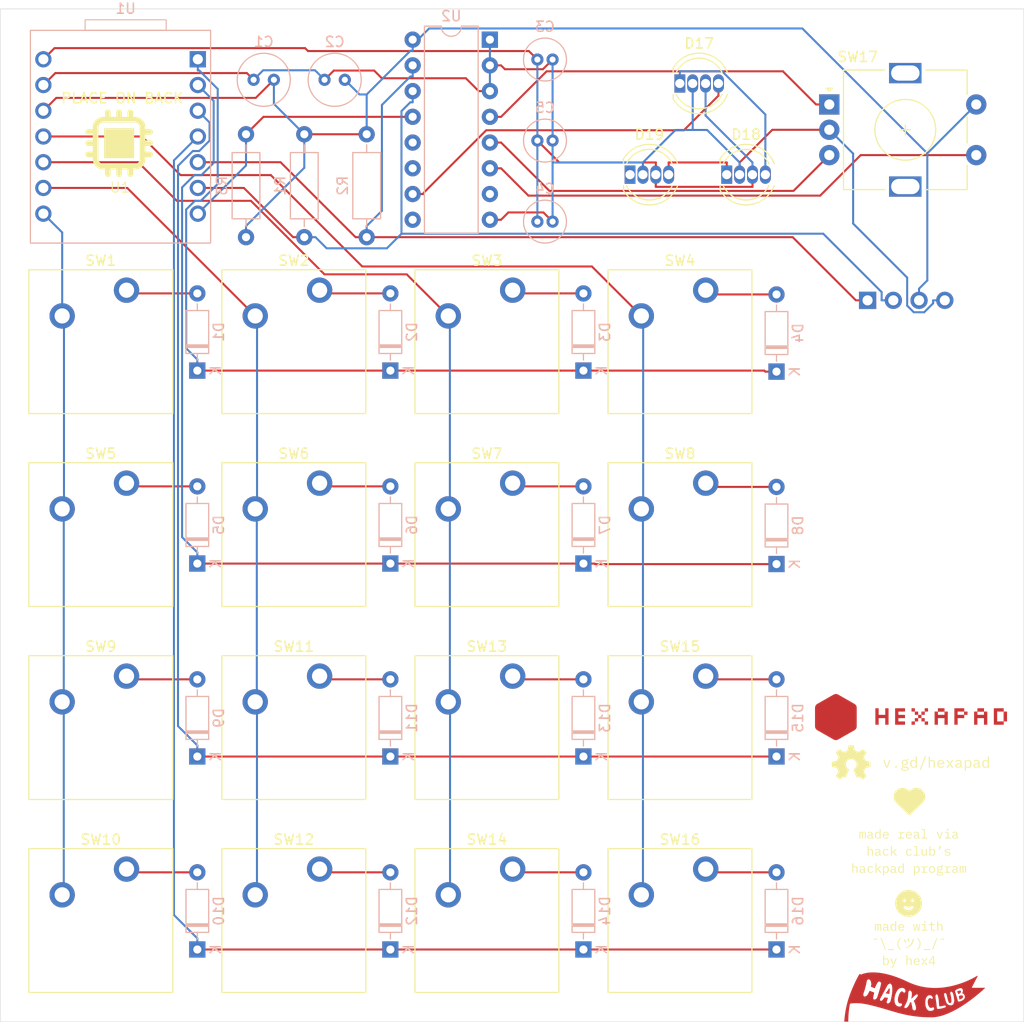
<source format=kicad_pcb>
(kicad_pcb (version 20240108) (generator "pcbnew") (generator_version "8.0")
  (layers (0 "F.Cu" signal) (31 "B.Cu" signal) (34 "B.Paste" user) (35 "F.Paste" user) (36 "B.SilkS" user "B.Silkscreen") (37 "F.SilkS" user "F.Silkscreen") (38 "B.Mask" user) (39 "F.Mask" user) (44 "Edge.Cuts" user))
  (net 0 "")
  (net 1 "GND")
  (net 2 "+3V3")
  (net 3 "+5V")
  (net 4 "ROW0")
  (net 5 "Net-(D1-A)")
  (net 6 "Net-(D2-A)")
  (net 7 "Net-(D3-A)")
  (net 8 "Net-(D4-A)")
  (net 9 "Net-(D5-A)")
  (net 10 "ROW1")
  (net 11 "Net-(D6-A)")
  (net 12 "Net-(D7-A)")
  (net 13 "Net-(D8-A)")
  (net 14 "ROW2")
  (net 15 "Net-(D9-A)")
  (net 16 "Net-(D10-A)")
  (net 17 "ROW3")
  (net 18 "Net-(D11-A)")
  (net 19 "Net-(D12-A)")
  (net 20 "Net-(D13-A)")
  (net 21 "Net-(D14-A)")
  (net 22 "Net-(D15-A)")
  (net 23 "Net-(D16-A)")
  (net 24 "Net-(D17-DOUT)")
  (net 25 "Net-(D17-DIN)")
  (net 26 "Net-(D18-DOUT)")
  (net 28 "SCL")
  (net 29 "SDA")
  (net 30 "INT")
  (net 31 "COL0")
  (net 32 "COL1")
  (net 33 "COL2")
  (net 34 "COL3")
  (net 35 "EC11-SW")
  (net 36 "EC11-A")
  (net 37 "EC11-B")
  (footprint "LED_THT:LED_D5.0mm-4_RGB" (layer "F.Cu") (at 175.2753 36.5633)
    (property "Reference" "D17")
    (property "Value" "NeoPixel_THT")
  )
  (footprint "ScottoKeebs_MX:MX_PCB_1.00u" (layer "F.Cu") (at 175.29 81.1)
    (property "Reference" "SW8")
    (property "Value" "SW_Push_45deg")
  )
  (footprint "ScottoKeebs_Components:OLED_128x32" (layer "F.Cu") (at 203.6016 56.3722 -90)
    (property "Reference" "J1" (hide yes))
    (property "Value" "OLED_SCREEN")
  )
  (footprint "ScottoKeebs_MX:MX_PCB_1.00u" (layer "F.Cu") (at 156.24 100.15)
    (property "Reference" "SW13")
    (property "Value" "SW_Push_45deg")
  )
  (footprint "ScottoKeebs_MX:MX_PCB_1.00u" (layer "F.Cu") (at 118.14 119.2)
    (property "Reference" "SW10")
    (property "Value" "SW_Push_45deg")
  )
  (footprint "Rotary_Encoder:RotaryEncoder_Alps_EC11E-Switch_Vertical_H20mm" (layer "F.Cu") (at 190.025 38.635)
    (property "Reference" "SW17")
    (property "Value" "RotaryEncoder_Switch")
  )
  (footprint "ScottoKeebs_MX:MX_PCB_1.00u" (layer "F.Cu") (at 137.19 62.05)
    (property "Reference" "SW2")
    (property "Value" "SW_Push_45deg")
  )
  (footprint "ScottoKeebs_MX:MX_PCB_1.00u" (layer "F.Cu") (at 137.19 81.1)
    (property "Reference" "SW6")
    (property "Value" "SW_Push_45deg")
  )
  (footprint "ScottoKeebs_MX:MX_PCB_1.00u" (layer "F.Cu") (at 118.14 62.05)
    (property "Reference" "SW1")
    (property "Value" "SW_Push_45deg")
  )
  (footprint "ScottoKeebs_MX:MX_PCB_1.00u" (layer "F.Cu") (at 175.29 100.15)
    (property "Reference" "SW15")
    (property "Value" "SW_Push_45deg")
  )
  (footprint "LED_THT:LED_D5.0mm-4_RGB" (layer "F.Cu") (at 179.9053 45.5633)
    (property "Reference" "D18")
    (property "Value" "NeoPixel_THT")
  )
  (footprint "ScottoKeebs_MX:MX_PCB_1.00u" (layer "F.Cu") (at 118.14 81.1)
    (property "Reference" "SW5")
    (property "Value" "SW_Push_45deg")
  )
  (footprint "ScottoKeebs_MX:MX_PCB_1.00u" (layer "F.Cu") (at 137.19 100.15)
    (property "Reference" "SW11")
    (property "Value" "SW_Push_45deg")
  )
  (footprint "ScottoKeebs_MX:MX_PCB_1.00u" (layer "F.Cu") (at 156.24 62.05)
    (property "Reference" "SW3")
    (property "Value" "SW_Push_45deg")
  )
  (footprint "LED_THT:LED_D5.0mm-4_RGB" (layer "F.Cu") (at 170.3653 45.5633)
    (property "Reference" "D19")
    (property "Value" "NeoPixel_THT")
  )
  (footprint "ScottoKeebs_MX:MX_PCB_1.00u" (layer "F.Cu") (at 156.24 81.1)
    (property "Reference" "SW7")
    (property "Value" "SW_Push_45deg")
  )
  (footprint "ScottoKeebs_MX:MX_PCB_1.00u" (layer "F.Cu") (at 156.24 119.2)
    (property "Reference" "SW14")
    (property "Value" "SW_Push_45deg")
  )
  (footprint "ScottoKeebs_MX:MX_PCB_1.00u" (layer "F.Cu") (at 175.29 119.2)
    (property "Reference" "SW16")
    (property "Value" "SW_Push_45deg")
  )
  (footprint "ScottoKeebs_MX:MX_PCB_1.00u" (layer "F.Cu") (at 118.14 100.15)
    (property "Reference" "SW9")
    (property "Value" "SW_Push_45deg")
  )
  (footprint "ScottoKeebs_MX:MX_PCB_1.00u" (layer "F.Cu") (at 137.19 119.2)
    (property "Reference" "SW12")
    (property "Value" "SW_Push_45deg")
  )
  (footprint "ScottoKeebs_MX:MX_PCB_1.00u" (layer "F.Cu") (at 175.29 62.05)
    (property "Reference" "SW4")
    (property "Value" "SW_Push_45deg")
  )
  (footprint "Diode_THT:D_DO-35_SOD27_P7.62mm_Horizontal" (layer "B.Cu") (at 165.765 122.0575 90)
    (property "Reference" "D14")
    (property "Value" "D_45deg")
  )
  (footprint "Capacitor_THT:C_Radial_D4.0mm_H5.0mm_P1.50mm" (layer "B.Cu") (at 162.72 50.2 180)
    (property "Reference" "C4")
    (property "Value" "0.1uF")
  )
  (footprint "Diode_THT:D_DO-35_SOD27_P7.62mm_Horizontal" (layer "B.Cu") (at 165.765 64.9075 90)
    (property "Reference" "D3")
    (property "Value" "D_45deg")
  )
  (footprint "Capacitor_THT:C_Radial_D5.0mm_H7.0mm_P2.00mm" (layer "B.Cu") (at 135.22 36.2 180)
    (property "Reference" "C1")
    (property "Value" "10uF")
  )
  (footprint "Diode_THT:D_DO-35_SOD27_P7.62mm_Horizontal" (layer "B.Cu") (at 146.715 122.0575 90)
    (property "Reference" "D12")
    (property "Value" "D_45deg")
  )
  (footprint "Diode_THT:D_DO-35_SOD27_P7.62mm_Horizontal" (layer "B.Cu") (at 127.665 103.0075 90)
    (property "Reference" "D9")
    (property "Value" "D_45deg")
  )
  (footprint "Diode_THT:D_DO-35_SOD27_P7.62mm_Horizontal" (layer "B.Cu") (at 146.715 64.9075 90)
    (property "Reference" "D2")
    (property "Value" "D_45deg")
  )
  (footprint "Diode_THT:D_DO-35_SOD27_P7.62mm_Horizontal" (layer "B.Cu") (at 184.815 103.0075 90)
    (property "Reference" "D15")
    (property "Value" "D_45deg")
  )
  (footprint "Diode_THT:D_DO-35_SOD27_P7.62mm_Horizontal" (layer "B.Cu") (at 127.665 64.9075 90)
    (property "Reference" "D1")
    (property "Value" "D_45deg")
  )
  (footprint "XIAO_PCB:XIAO-14P-THT-2.54-21x17.8MM" (layer "B.Cu") (at 120.595 41.795 180)
    (property "Reference" "U1")
    (property "Value" "SEEED-XIAO")
  )
  (footprint "Capacitor_THT:C_Radial_D4.0mm_H5.0mm_P1.50mm" (layer "B.Cu") (at 162.72 34.2 180)
    (property "Reference" "C3")
    (property "Value" "0.1uF")
  )
  (footprint "Diode_THT:D_DO-35_SOD27_P7.62mm_Horizontal" (layer "B.Cu") (at 165.765 83.9575 90)
    (property "Reference" "D7")
    (property "Value" "D_45deg")
  )
  (footprint "Diode_THT:D_DO-35_SOD27_P7.62mm_Horizontal" (layer "B.Cu") (at 127.665 83.9575 90)
    (property "Reference" "D5")
    (property "Value" "D_45deg")
  )
  (footprint "Diode_THT:D_DO-35_SOD27_P7.62mm_Horizontal" (layer "B.Cu") (at 127.665 122.0575 90)
    (property "Reference" "D10")
    (property "Value" "D_45deg")
  )
  (footprint "Diode_THT:D_DO-35_SOD27_P7.62mm_Horizontal" (layer "B.Cu") (at 184.815 65.01 90)
    (property "Reference" "D4")
    (property "Value" "D_45deg")
  )
  (footprint "Capacitor_THT:C_Radial_D4.0mm_H5.0mm_P1.50mm" (layer "B.Cu") (at 162.72 42.2 180)
    (property "Reference" "C5")
    (property "Value" "0.1uF")
  )
  (footprint "Resistor_THT:R_Axial_DIN0207_L6.3mm_D2.5mm_P10.16mm_Horizontal" (layer "B.Cu") (at 144.3763 41.575 -90)
    (property "Reference" "R2")
    (property "Value" "10k")
  )
  (footprint "Diode_THT:D_DO-35_SOD27_P7.62mm_Horizontal" (layer "B.Cu") (at 165.765 103.0075 90)
    (property "Reference" "D13")
    (property "Value" "D_45deg")
  )
  (footprint "Diode_THT:D_DO-35_SOD27_P7.62mm_Horizontal" (layer "B.Cu") (at 146.715 103.0075 90)
    (property "Reference" "D11")
    (property "Value" "D_45deg")
  )
  (footprint "Capacitor_THT:C_Radial_D5.0mm_H7.0mm_P2.00mm" (layer "B.Cu") (at 142.22 36.2 180)
    (property "Reference" "C2")
    (property "Value" "0.1uF")
  )
  (footprint "Diode_THT:D_DO-35_SOD27_P7.62mm_Horizontal" (layer "B.Cu") (at 184.815 122.0575 90)
    (property "Reference" "D16")
    (property "Value" "D_45deg")
  )
  (footprint "Resistor_THT:R_Axial_DIN0207_L6.3mm_D2.5mm_P10.16mm_Horizontal" (layer "B.Cu") (at 138.22 41.575 -90)
    (property "Reference" "R1")
    (property "Value" "10k")
  )
  (footprint "Diode_THT:D_DO-35_SOD27_P7.62mm_Horizontal" (layer "B.Cu") (at 146.715 83.9575 90)
    (property "Reference" "D6")
    (property "Value" "D_45deg")
  )
  (footprint "Resistor_THT:R_Axial_DIN0207_L6.3mm_D2.5mm_P10.16mm_Horizontal" (layer "B.Cu") (at 132.47 41.575 -90)
    (property "Reference" "R3")
    (property "Value" "10k")
  )
  (footprint "Package_DIP:DIP-16_W7.62mm" (layer "B.Cu") (at 156.535 32.235 180)
    (property "Reference" "U2")
    (property "Value" "PCF8574A")
  )
  (footprint "Diode_THT:D_DO-35_SOD27_P7.62mm_Horizontal" (layer "B.Cu") (at 184.815 84.01 90)
    (property "Reference" "D8")
    (property "Value" "D_45deg")
  )
  (gr_poly (pts (xy 194.496767 124.3189) (xy 194.798761 124.337972) (xy 195.130821 124.378728) (xy 195.308313 124.408242) (xy 195.493547 124.444382) (xy 195.686597 124.487551) (xy 195.887538 124.538149) (xy 196.096445 124.596579) (xy 196.313394 124.663243) (xy 196.538458 124.738543) (xy 196.771713 124.822879) (xy 197.013235 124.916655) (xy 197.263096 125.020272) (xy 197.521374 125.134131) (xy 197.788142 125.258636) (xy 198.08073 125.38956) (xy 198.372993 125.502305) (xy 198.664454 125.597723) (xy 198.954636 125.676665) (xy 199.243061 125.739982) (xy 199.529251 125.788526) (xy 199.812729 125.823147) (xy 200.093018 125.844697) (xy 200.36964 125.854027) (xy 200.642118 125.851989) (xy 200.909974 125.839433) (xy 201.17273 125.817211) (xy 201.42991 125.786174) (xy 201.681035 125.747173) (xy 201.925629 125.70106) (xy 202.163213 125.648685) (xy 202.615444 125.528557) (xy 203.033909 125.393598) (xy 203.414786 125.25062) (xy 203.754257 125.10643) (xy 204.048502 124.96784) (xy 204.2937 124.841659) (xy 204.621679 124.653763) (xy 204.623473 124.652795) (xy 204.625331 124.652061) (xy 204.627243 124.65155) (xy 204.6292 124.651253) (xy 204.631191 124.651162) (xy 204.633206 124.651266) (xy 204.635237 124.651556) (xy 204.637271 124.652022) (xy 204.639301 124.652656) (xy 204.641316 124.653447) (xy 204.643306 124.654386) (xy 204.645261 124.655465) (xy 204.647171 124.656672) (xy 204.649026 124.657999) (xy 204.650817 124.659436) (xy 204.652533 124.660975) (xy 204.654165 124.662605) (xy 204.655702 124.664316) (xy 204.657136 124.6661) (xy 204.658455 124.667948) (xy 204.65965 124.669849) (xy 204.660711 124.671794) (xy 204.661629 124.673773) (xy 204.662392 124.675778) (xy 204.662992 124.677799) (xy 204.663419 124.679826) (xy 204.663662 124.68185) (xy 204.663712 124.683861) (xy 204.663558 124.68585) (xy 204.663191 124.687807) (xy 204.662602 124.689724) (xy 204.661779 124.69159) (xy 204.09339 125.797982) (xy 204.092611 125.799626) (xy 204.091954 125.801284) (xy 204.091417 125.802953) (xy 204.090996 125.804629) (xy 204.090689 125.806306) (xy 204.090495 125.807981) (xy 204.090409 125.809649) (xy 204.09043 125.811306) (xy 204.090555 125.812948) (xy 204.090782 125.81457) (xy 204.091108 125.816168) (xy 204.09153 125.817737) (xy 204.092046 125.819274) (xy 204.092653 125.820773) (xy 204.093349 125.822231) (xy 204.094131 125.823642) (xy 204.094997 125.825004) (xy 204.095944 125.82631) (xy 204.096969 125.827558) (xy 204.09807 125.828743) (xy 204.099245 125.829859) (xy 204.100491 125.830904) (xy 204.101805 125.831872) (xy 204.103185 125.83276) (xy 204.104627 125.833562) (xy 204.106131 125.834275) (xy 204.107693 125.834894) (xy 204.10931 125.835415) (xy 204.11098 125.835833) (xy 204.1127 125.836145) (xy 204.114469 125.836345) (xy 204.116282 125.83643) (xy 204.575491 125.840228) (xy 204.940191 125.840213) (xy 205.356723 125.83674) (xy 205.358937 125.83679) (xy 205.361087 125.836994) (xy 205.363168 125.837345) (xy 205.365178 125.837838) (xy 205.367112 125.838463) (xy 205.368967 125.839215) (xy 205.370738 125.840086) (xy 205.372422 125.841069) (xy 205.374016 125.842158) (xy 205.375515 125.843345) (xy 205.376915 125.844623) (xy 205.378213 125.845985) (xy 205.379405 125.847425) (xy 205.380488 125.848935) (xy 205.381457 125.850508) (xy 205.382308 125.852136) (xy 205.383039 125.853814) (xy 205.383644 125.855534) (xy 205.384121 125.85729) (xy 205.384465 125.859073) (xy 205.384673 125.860877) (xy 205.38474 125.862695) (xy 205.384664 125.86452) (xy 205.38444 125.866344) (xy 205.384065 125.868162) (xy 205.383534 125.869966) (xy 205.382845 125.871748) (xy 205.381992 125.873502) (xy 205.380973 125.875221) (xy 205.379783 125.876898) (xy 205.378419 125.878525) (xy 205.376877 125.880096) (xy 205.127153 126.108587) (xy 204.69169 126.483383) (xy 204.104894 126.950001) (xy 203.7655 127.200716) (xy 203.401175 127.453955) (xy 203.016221 127.702908) (xy 202.614939 127.940763) (xy 202.20163 128.16071) (xy 201.780594 128.355939) (xy 201.356134 128.519639) (xy 201.143963 128.587538) (xy 200.932549 128.645) (xy 200.722429 128.691175) (xy 200.514141 128.725211) (xy 200.308222 128.746256) (xy 200.10521 128.753461) (xy 199.682895 128.747283) (xy 199.283587 128.729407) (xy 198.9054 128.700818) (xy 198.546444 128.662503) (xy 198.20483 128.615448) (xy 197.878672 128.560638) (xy 197.56608 128.49906) (xy 197.265166 128.4317) (xy 196.974042 128.359543) (xy 196.690819 128.283576) (xy 196.140525 128.124156) (xy 195.599177 127.961327) (xy 195.051669 127.802977) (xy 194.846864 127.747718) (xy 197.432967 127.747718) (xy 197.434248 127.763696) (xy 197.437216 127.778571) (xy 197.44181 127.792263) (xy 197.447969 127.804694) (xy 197.45563 127.815782) (xy 197.464732 127.82545) (xy 197.475212 127.833616) (xy 197.48701 127.840201) (xy 197.500064 127.845125) (xy 197.514311 127.848309) (xy 197.52969 127.849672) (xy 197.54614 127.849135) (xy 197.563598 127.846619) (xy 197.582002 127.842043) (xy 197.601292 127.835328) (xy 197.621406 127.826394) (xy 197.64228 127.815161) (xy 197.663855 127.801549) (xy 197.686068 127.785479) (xy 197.708857 127.766872) (xy 197.73216 127.745646) (xy 197.755917 127.721723) (xy 197.780064 127.695022) (xy 197.804541 127.665465) (xy 197.829286 127.632971) (xy 197.854236 127.59746) (xy 197.866424 127.578943) (xy 197.878652 127.55767) (xy 197.890806 127.534186) (xy 197.902772 127.509036) (xy 197.914436 127.482765) (xy 197.925684 127.455918) (xy 197.946476 127.402678) (xy 197.964235 127.353677) (xy 197.97805 127.313276) (xy 197.990197 127.275722) (xy 198.106366 127.262648) (xy 198.16003 127.509892) (xy 198.201852 127.720234) (xy 198.219144 127.818294) (xy 198.231216 127.900645) (xy 198.234424 127.917711) (xy 198.239287 127.93424) (xy 198.245692 127.95016) (xy 198.253524 127.965401) (xy 198.262669 127.979891) (xy 198.273012 127.993559) (xy 198.28444 128.006335) (xy 198.296837 128.018147) (xy 198.31009 128.028925) (xy 198.324084 128.038597) (xy 198.338705 128.047092) (xy 198.353838 128.05434) (xy 198.369369 128.060269) (xy 198.385184 128.064809) (xy 198.401169 128.067888) (xy 198.417209 128.069435) (xy 198.433189 128.06938) (xy 198.448996 128.06765) (xy 198.464515 128.064177) (xy 198.479632 128.058887) (xy 198.494233 128.051711) (xy 198.508202 128.042577) (xy 198.521426 128.031414) (xy 198.533791 128.018151) (xy 198.545181 128.002718) (xy 198.555484 127.985042) (xy 198.564583 127.965054) (xy 198.572366 127.942682) (xy 198.578718 127.917856) (xy 198.583524 127.890503) (xy 198.58667 127.860554) (xy 198.588041 127.827936) (xy 198.582172 127.7793) (xy 198.573263 127.726546) (xy 198.561237 127.669653) (xy 198.546018 127.608603) (xy 198.527528 127.543376) (xy 198.505692 127.473953) (xy 198.48043 127.400313) (xy 198.451667 127.322437) (xy 198.443823 127.301172) (xy 199.496722 127.301172) (xy 199.49734 127.36445) (xy 199.499513 127.412052) (xy 199.502827 127.458346) (xy 199.507274 127.503308) (xy 199.512845 127.546913) (xy 199.519532 127.589135) (xy 199.527327 127.629951) (xy 199.536221 127.669334) (xy 199.546207 127.707261) (xy 199.557276 127.743706) (xy 199.569419 127.778645) (xy 199.582628 127.812053) (xy 199.596896 127.843905) (xy 199.612213 127.874176) (xy 199.628572 127.902842) (xy 199.645964 127.929876) (xy 199.66438 127.955256) (xy 199.683814 127.978955) (xy 199.704255 128.000949) (xy 199.725697 128.021213) (xy 199.748131 128.039723) (xy 199.771548 128.056453) (xy 199.79594 128.071379) (xy 199.821299 128.084475) (xy 199.847616 128.095717) (xy 199.874884 128.105081) (xy 199.903094 128.11254) (xy 199.932237 128.118072) (xy 199.962306 128.121649) (xy 199.993292 128.123249) (xy 200.025187 128.122845) (xy 200.057983 128.120413) (xy 200.091671 128.115929) (xy 200.124499 128.109824) (xy 200.154785 128.102609) (xy 200.182618 128.094367) (xy 200.208092 128.085183) (xy 200.231298 128.07514) (xy 200.252328 128.064321) (xy 200.271274 128.052811) (xy 200.288228 128.040694) (xy 200.303281 128.028054) (xy 200.316527 128.014973) (xy 200.328056 128.001537) (xy 200.33796 127.987828) (xy 200.346332 127.973931) (xy 200.353264 127.95993) (xy 200.358846 127.945908) (xy 200.363172 127.931949) (xy 200.366333 127.918138) (xy 200.368421 127.904557) (xy 200.369528 127.891291) (xy 200.369746 127.878423) (xy 200.369166 127.866038) (xy 200.367882 127.854219) (xy 200.365983 127.84305) (xy 200.363564 127.832615) (xy 200.360714 127.822998) (xy 200.357527 127.814282) (xy 200.354095 127.806551) (xy 200.350508 127.79989) (xy 200.34686 127.794382) (xy 200.343241 127.79011) (xy 200.339745 127.787159) (xy 200.336462 127.785613) (xy 200.331628 127.784056) (xy 200.327026 127.782101) (xy 200.317569 127.777649) (xy 200.312236 127.775476) (xy 200.306184 127.773556) (xy 200.299173 127.77205) (xy 200.290965 127.771122) (xy 200.281322 127.770933) (xy 200.270006 127.771646) (xy 200.256779 127.773423) (xy 200.241402 127.776427) (xy 200.223637 127.78082) (xy 200.203245 127.786765) (xy 200.179989 127.794423) (xy 200.153631 127.803958) (xy 200.139738 127.808861) (xy 200.126059 127.813044) (xy 200.11259 127.816499) (xy 200.099326 127.819218) (xy 200.086265 127.821194) (xy 200.073404 127.822419) (xy 200.060739 127.822886) (xy 200.048266 127.822587) (xy 200.035982 127.821515) (xy 200.023883 127.819662) (xy 200.011967 127.817021) (xy 200.00023 127.813583) (xy 199.988669 127.809343) (xy 199.977279 127.804291) (xy 199.966058 127.798421) (xy 199.955002 127.791724) (xy 199.944108 127.784195) (xy 199.933372 127.775824) (xy 199.922791 127.766604) (xy 199.912362 127.756528) (xy 199.90208 127.745589) (xy 199.891944 127.733778) (xy 199.881949 127.721088) (xy 199.872091 127.707512) (xy 199.862369 127.693042) (xy 199.852777 127.677671) (xy 199.833972 127.644194) (xy 199.815651 127.607021) (xy 199.797786 127.566091) (xy 199.786491 127.53547) (xy 199.776034 127.501842) (xy 199.76659 127.465615) (xy 199.758329 127.427195) (xy 199.751424 127.386992) (xy 199.746048 127.345411) (xy 199.742372 127.302861) (xy 199.740569 127.25975) (xy 199.74081 127.216484) (xy 199.743269 127.173472) (xy 199.748117 127.131121) (xy 199.755526 127.089839) (xy 199.765668 127.050032) (xy 199.778717 127.01211) (xy 199.786385 126.993982) (xy 199.794843 126.976478) (xy 199.804115 126.959649) (xy 199.81422 126.943546) (xy 199.81736 126.938996) (xy 199.820487 126.934651) (xy 199.8236 126.930505) (xy 199.826695 126.926552) (xy 199.82977 126.922786) (xy 199.832823 126.919201) (xy 199.838853 126.912551) (xy 199.844764 126.906554) (xy 199.850538 126.901162) (xy 199.856154 126.896327) (xy 199.861593 126.892001) (xy 199.866836 126.888137) (xy 199.871862 126.884688) (xy 199.876653 126.881604) (xy 199.881188 126.878839) (xy 199.896386 126.87001) (xy 199.902679 126.866406) (xy 199.908972 126.863254) (xy 199.915253 126.860534) (xy 199.921511 126.858226) (xy 199.927736 126.85631) (xy 199.933918 126.854765) (xy 199.940044 126.853573) (xy 199.946106 126.852711) (xy 199.952091 126.852161) (xy 199.957989 126.851902) (xy 199.963789 126.851915) (xy 199.969482 126.852178) (xy 199.975055 126.852672) (xy 199.980498 126.853376) (xy 199.985801 126.854271) (xy 199.990952 126.855336) (xy 199.995941 126.856551) (xy 200.000757 126.857897) (xy 200.009829 126.860897) (xy 200.01808 126.864176) (xy 200.025425 126.867572) (xy 200.031778 126.870924) (xy 200.037053 126.874071) (xy 200.041164 126.876851) (xy 200.044025 126.879105) (xy 200.06121 126.891031) (xy 200.077517 126.901332) (xy 200.092956 126.910063) (xy 200.107534 126.91728) (xy 200.121261 126.923037) (xy 200.134146 126.927392) (xy 200.146196 126.930399) (xy 200.157421 126.932114) (xy 200.167829 126.932593) (xy 200.177428 126.931892) (xy 200.186228 126.930065) (xy 200.194238 126.927169) (xy 200.201465 126.923259) (xy 200.207918 126.918391) (xy 200.213606 126.912621) (xy 200.218538 126.906003) (xy 200.222722 126.898594) (xy 200.226168 126.89045) (xy 200.228882 126.881625) (xy 200.230875 126.872176) (xy 200.232155 126.862159) (xy 200.23273 126.851628) (xy 200.23261 126.840639) (xy 200.231802 126.829249) (xy 200.230316 126.817512) (xy 200.22816 126.805484) (xy 200.225342 126.793222) (xy 200.221872 126.78078) (xy 200.217758 126.768214) (xy 200.213008 126.755579) (xy 200.207632 126.742932) (xy 200.201638 126.730329) (xy 200.187488 126.711122) (xy 200.173019 126.693035) (xy 200.160071 126.678188) (xy 200.502085 126.678188) (xy 200.503131 126.716292) (xy 200.505495 126.757125) (xy 200.513593 126.845702) (xy 200.5252 126.941366) (xy 200.53914 127.041564) (xy 200.569311 127.245351) (xy 200.583187 127.343835) (xy 200.594689 127.436642) (xy 200.62195 127.694107) (xy 200.627294 127.739692) (xy 200.633206 127.783594) (xy 200.640266 127.828728) (xy 200.649053 127.878011) (xy 200.653466 127.890084) (xy 200.661617 127.900213) (xy 200.673254 127.908496) (xy 200.688126 127.915036) (xy 200.705983 127.919932) (xy 200.726574 127.923285) (xy 200.749647 127.925194) (xy 200.774952 127.925762) (xy 200.831251 127.923271) (xy 200.893465 127.916616) (xy 200.959584 127.906601) (xy 201.027601 127.894028) (xy 201.161296 127.864424) (xy 201.278484 127.834235) (xy 201.363102 127.809887) (xy 201.399084 127.797809) (xy 201.402955 127.795907) (xy 201.408155 127.793934) (xy 201.421859 127.789302) (xy 201.430024 127.786408) (xy 201.438836 127.782971) (xy 201.448126 127.778875) (xy 201.457724 127.774002) (xy 201.46746 127.768233) (xy 201.472326 127.764976) (xy 201.477163 127.761451) (xy 201.48195 127.757644) (xy 201.486664 127.753539) (xy 201.491285 127.749123) (xy 201.495792 127.744379) (xy 201.500163 127.739294) (xy 201.504377 127.733853) (xy 201.508413 127.728042) (xy 201.51225 127.721844) (xy 201.515865 127.715247) (xy 201.519239 127.708234) (xy 201.522349 127.700792) (xy 201.525175 127.692906) (xy 201.527929 127.685093) (xy 201.52961 127.677561) (xy 201.530266 127.670314) (xy 201.529945 127.663355) (xy 201.528696 127.656687) (xy 201.526566 127.650314) (xy 201.523603 127.644239) (xy 201.519857 127.638466) (xy 201.515374 127.632997) (xy 201.510202 127.627837) (xy 201.504391 127.622988) (xy 201.497988 127.618455) (xy 201.491041 127.61424) (xy 201.483598 127.610347) (xy 201.467418 127.60354) (xy 201.449833 127.59806) (xy 201.431227 127.593936) (xy 201.411985 127.591194) (xy 201.392492 127.589861) (xy 201.373133 127.589965) (xy 201.354293 127.591532) (xy 201.336357 127.594589) (xy 201.319709 127.599164) (xy 201.278234 127.611501) (xy 201.221223 127.625867) (xy 201.154523 127.640349) (xy 201.119365 127.647037) (xy 201.083977 127.653038) (xy 201.04909 127.658112) (xy 201.015433 127.662022) (xy 200.983737 127.664527) (xy 200.954734 127.66539) (xy 200.929153 127.664371) (xy 200.917874 127.663082) (xy 200.907726 127.661232) (xy 200.898798 127.658793) (xy 200.891182 127.655734) (xy 200.88497 127.652025) (xy 200.880253 127.647637) (xy 200.873086 127.632544) (xy 200.86717 127.606955) (xy 200.86225 127.571982) (xy 200.858072 127.528736) (xy 200.843672 127.295257) (xy 200.834288 127.157779) (xy 200.820729 127.01833) (xy 200.811746 126.950645) (xy 200.800953 126.885802) (xy 200.788097 126.824912) (xy 200.772921 126.769086) (xy 200.769721 126.750266) (xy 200.76636 126.732192) (xy 200.762843 126.714854) (xy 200.759176 126.698241) (xy 200.755366 126.682344) (xy 200.751419 126.667151) (xy 200.747341 126.652654) (xy 200.743139 126.63884) (xy 200.738819 126.625702) (xy 200.734388 126.613227) (xy 200.729851 126.601406) (xy 200.725214 126.590229) (xy 200.720486 126.579685) (xy 200.71567 126.569765) (xy 200.710775 126.560457) (xy 200.705806 126.551753) (xy 200.700769 126.54364) (xy 200.695671 126.53611) (xy 200.690518 126.529153) (xy 200.685317 126.522757) (xy 200.680073 126.516912) (xy 200.674793 126.511609) (xy 200.669484 126.506837) (xy 200.664151 126.502586) (xy 200.658801 126.498846) (xy 200.653441 126.495607) (xy 200.648076 126.492857) (xy 200.642713 126.490588) (xy 200.637358 126.488788) (xy 200.632017 126.487448) (xy 200.626698 126.486557) (xy 200.621405 126.486106) (xy 200.615448 126.486112) (xy 200.609543 126.486654) (xy 200.603699 126.487717) (xy 200.597925 126.489286) (xy 200.592231 126.491346) (xy 200.586626 126.493883) (xy 200.581118 126.49688) (xy 200.575718 126.500324) (xy 200.570434 126.5042) (xy 200.565275 126.508493) (xy 200.555371 126.518268) (xy 200.546078 126.529531) (xy 200.537471 126.542163) (xy 200.529622 126.556044) (xy 200.522605 126.571055) (xy 200.516494 126.587078) (xy 200.511361 126.603993) (xy 200.50728 126.62168) (xy 200.504325 126.640021) (xy 200.502569 126.658897) (xy 200.502085 126.678188) (xy 200.160071 126.678188) (xy 200.158236 126.676083) (xy 200.143141 126.660279) (xy 200.127739 126.645637) (xy 200.112034 126.632173) (xy 200.09603 126.6199) (xy 200.07973 126.608833) (xy 200.063139 126.598987) (xy 200.046261 126.590375) (xy 200.029099 126.583011) (xy 200.011657 126.576911) (xy 199.99394 126.572088) (xy 199.975951 126.568558) (xy 199.957694 126.566333) (xy 199.939174 126.565429) (xy 199.924589 126.565649) (xy 199.90985 126.566683) (xy 199.894957 126.568538) (xy 199.879913 126.571222) (xy 199.864719 126.57474) (xy 199.849377 126.5791) (xy 199.83389 126.584307) (xy 199.818258 126.59037) (xy 199.802484 126.597293) (xy 199.786569 126.605085) (xy 199.770516 126.613751) (xy 199.754326 126.623299) (xy 199.738001 126.633735) (xy 199.721542 126.645065) (xy 199.704952 126.657296) (xy 199.688233 126.670436) (xy 199.665816 126.694446) (xy 199.644522 126.720966) (xy 199.62441 126.750013) (xy 199.605539 126.781601) (xy 199.587968 126.815745) (xy 199.571755 126.852461) (xy 199.556961 126.891765) (xy 199.543644 126.933671) (xy 199.531862 126.978195) (xy 199.521675 127.025352) (xy 199.513141 127.075157) (xy 199.50632 127.127627) (xy 199.50127 127.182776) (xy 199.498051 127.240619) (xy 199.496722 127.301172) (xy 198.443823 127.301172) (xy 198.442545 127.297709) (xy 198.43211 127.271934) (xy 198.418617 127.241784) (xy 198.410926 127.226138) (xy 198.402712 127.210683) (xy 198.394057 127.195845) (xy 198.38504 127.182054) (xy 198.375742 127.169737) (xy 198.371013 127.164265) (xy 198.366244 127.159322) (xy 198.361446 127.154962) (xy 198.356627 127.151237) (xy 198.351799 127.148202) (xy 198.346971 127.145911) (xy 198.404542 127.087002) (xy 198.464286 127.023649) (xy 198.533808 126.946838) (xy 198.604961 126.863424) (xy 198.638603 126.821383) (xy 198.669598 126.780262) (xy 198.696927 126.740918) (xy 198.719573 126.704208) (xy 198.736516 126.670989) (xy 198.742532 126.655956) (xy 198.74674 126.642117) (xy 198.752336 126.615054) (xy 198.755351 126.589482) (xy 198.755614 126.565836) (xy 198.75466 126.554873) (xy 198.752955 126.544555) (xy 198.750476 126.534938) (xy 198.747204 126.526076) (xy 198.743116 126.518023) (xy 198.738191 126.510835) (xy 198.732409 126.504565) (xy 198.725748 126.49927) (xy 198.718186 126.495002) (xy 198.709702 126.491817) (xy 198.700276 126.48977) (xy 198.689886 126.488915) (xy 198.67851 126.489306) (xy 198.666128 126.490999) (xy 198.652719 126.494048) (xy 198.63826 126.498508) (xy 198.622731 126.504433) (xy 198.606111 126.511878) (xy 198.588377 126.520897) (xy 198.56951 126.531546) (xy 198.549488 126.543879) (xy 198.52829 126.55795) (xy 198.505894 126.573814) (xy 198.482279 126.591526) (xy 198.457423 126.61114) (xy 198.431307 126.632712) (xy 198.405287 126.654806) (xy 198.380706 126.675957) (xy 198.357521 126.696181) (xy 198.335695 126.715494) (xy 198.315186 126.733911) (xy 198.295954 126.751448) (xy 198.277959 126.768122) (xy 198.261161 126.783947) (xy 198.24552 126.798941) (xy 198.230996 126.813118) (xy 198.217549 126.826495) (xy 198.205138 126.839087) (xy 198.193724 126.85091) (xy 198.183266 126.861981) (xy 198.173725 126.872314) (xy 198.165059 126.881927) (xy 198.150196 126.899051) (xy 198.138356 126.913481) (xy 198.129218 126.925343) (xy 198.122461 126.934764) (xy 198.117764 126.941871) (xy 198.114806 126.94679) (xy 198.112825 126.950574) (xy 198.123322 126.899558) (xy 198.133938 126.842418) (xy 198.145906 126.770083) (xy 198.157557 126.68697) (xy 198.16722 126.597501) (xy 198.170785 126.551764) (xy 198.173227 126.506094) (xy 198.173929 126.477574) (xy 201.348825 126.477574) (xy 201.34891 126.490292) (xy 201.349888 126.503366) (xy 201.356955 126.556248) (xy 201.367136 126.611528) (xy 201.38117 126.673038) (xy 201.399797 126.744606) (xy 201.45378 126.933241) (xy 201.534993 127.208077) (xy 201.548271 127.245817) (xy 201.56289 127.280886) (xy 201.578744 127.313378) (xy 201.595726 127.343389) (xy 201.613729 127.371012) (xy 201.632648 127.396342) (xy 201.652374 127.419475) (xy 201.672802 127.440504) (xy 201.693825 127.459524) (xy 201.715335 127.476631) (xy 201.737228 127.491918) (xy 201.759394 127.50548) (xy 201.781729 127.517412) (xy 201.804125 127.527808) (xy 201.826475 127.536764) (xy 201.848674 127.544373) (xy 201.870613 127.550731) (xy 201.892187 127.555931) (xy 201.933812 127.56324) (xy 201.972695 127.567057) (xy 202.007981 127.568138) (xy 202.038818 127.567241) (xy 202.064352 127.565123) (xy 202.096096 127.560252) (xy 202.112208 127.555941) (xy 202.127521 127.550899) (xy 202.14206 127.545159) (xy 202.155851 127.538749) (xy 202.168919 127.5317) (xy 202.18129 127.524042) (xy 202.192989 127.515807) (xy 202.204042 127.507023) (xy 202.214474 127.497722) (xy 202.224311 127.487933) (xy 202.233578 127.477687) (xy 202.2423 127.467015) (xy 202.258213 127.444511) (xy 202.272253 127.420663) (xy 202.284625 127.395715) (xy 202.295531 127.369907) (xy 202.305176 127.343484) (xy 202.313764 127.316687) (xy 202.32858 127.262941) (xy 202.34161 127.21061) (xy 202.347045 127.180908) (xy 202.35015 127.145745) (xy 202.351085 127.105724) (xy 202.35001 127.061447) (xy 202.347084 127.013517) (xy 202.342468 126.962539) (xy 202.328802 126.853846) (xy 202.310291 126.740195) (xy 202.288213 126.626409) (xy 202.263844 126.517315) (xy 202.238465 126.417738) (xy 202.229538 126.394852) (xy 202.219983 126.373262) (xy 202.209864 126.352995) (xy 202.199244 126.334075) (xy 202.188187 126.316529) (xy 202.182513 126.308279) (xy 202.176754 126.300382) (xy 202.170917 126.292841) (xy 202.16501 126.285659) (xy 202.159041 126.27884) (xy 202.153018 126.272386) (xy 202.146949 126.266302) (xy 202.140841 126.260589) (xy 202.134703 126.255252) (xy 202.128542 126.250293) (xy 202.122367 126.245716) (xy 202.116185 126.241524) (xy 202.110005 126.23772) (xy 202.103833 126.234307) (xy 202.097679 126.231288) (xy 202.091549 126.228667) (xy 202.085452 126.226447) (xy 202.079396 126.224631) (xy 202.073389 126.223222) (xy 202.067438 126.222224) (xy 202.061551 126.221639) (xy 202.055737 126.221471) (xy 202.046855 126.222045) (xy 202.038197 126.223648) (xy 202.029793 126.226291) (xy 202.021673 126.229986) (xy 202.013866 126.234745) (xy 202.006401 126.24058) (xy 201.999309 126.247504) (xy 201.992619 126.255526) (xy 201.986361 126.264661) (xy 201.980565 126.27492) (xy 201.975259 126.286314) (xy 201.970475 126.298856) (xy 201.96624 126.312558) (xy 201.962586 126.327431) (xy 201.959542 126.343487) (xy 201.957138 126.360739) (xy 201.957225 126.373139) (xy 201.958075 126.386102) (xy 201.959628 126.399635) (xy 201.961827 126.413741) (xy 201.967934 126.443696) (xy 201.975935 126.476006) (xy 201.995773 126.547856) (xy 202.006687 126.587475) (xy 202.017651 126.629611) (xy 202.033036 126.722555) (xy 202.047651 126.818266) (xy 202.060083 126.913929) (xy 202.065039 126.960863) (xy 202.06892 127.006731) (xy 202.071549 127.051179) (xy 202.07275 127.093856) (xy 202.072346 127.134411) (xy 202.070161 127.172491) (xy 202.066018 127.207745) (xy 202.059741 127.239822) (xy 202.051154 127.268368) (xy 202.045938 127.281208) (xy 202.040078 127.293033) (xy 202.034657 127.300231) (xy 202.028891 127.306873) (xy 202.022802 127.312966) (xy 202.016414 127.318512) (xy 202.009749 127.323518) (xy 202.002829 127.327986) (xy 201.995678 127.331922) (xy 201.988317 127.33533) (xy 201.980771 127.338214) (xy 201.97306 127.340578) (xy 201.965208 127.342428) (xy 201.957238 127.343768) (xy 201.949172 127.344602) (xy 201.941033 127.344934) (xy 201.932844 127.344769) (xy 201.924626 127.344111) (xy 201.916404 127.342965) (xy 201.908199 127.341335) (xy 201.900034 127.339226) (xy 201.891931 127.336641) (xy 201.883914 127.333587) (xy 201.876006 127.330066) (xy 201.868228 127.326083) (xy 201.860603 127.321643) (xy 201.853154 127.31675) (xy 201.845904 127.311409) (xy 201.838876 127.305624) (xy 201.832091 127.299399) (xy 201.825573 127.292739) (xy 201.819344 127.285648) (xy 201.813427 127.278131) (xy 201.807845 127.270192) (xy 201.788471 127.226645) (xy 201.769779 127.177173) (xy 201.75174 127.122783) (xy 201.734324 127.064487) (xy 201.701247 126.940208) (xy 201.670315 126.812408) (xy 201.641294 126.68916) (xy 201.61395 126.578536) (xy 201.600835 126.530481) (xy 201.588051 126.48861) (xy 201.57557 126.453931) (xy 201.563363 126.427453) (xy 201.555244 126.413929) (xy 201.546819 126.401765) (xy 201.538126 126.390929) (xy 201.529207 126.381386) (xy 201.520101 126.373103) (xy 201.510849 126.366048) (xy 201.50149 126.360185) (xy 201.492064 126.355482) (xy 201.482612 126.351906) (xy 201.473173 126.349422) (xy 201.463788 126.347997) (xy 201.454496 126.347597) (xy 201.445337 126.34819) (xy 201.436352 126.349741) (xy 201.42758 126.352218) (xy 201.419062 126.355585) (xy 201.410837 126.359811) (xy 201.402946 126.364862) (xy 201.395428 126.370703) (xy 201.388323 126.377302) (xy 201.381673 126.384624) (xy 201.375515 126.392637) (xy 201.369892 126.401307) (xy 201.364841 126.410601) (xy 201.360405 126.420484) (xy 201.356621 126.430923) (xy 201.353532 126.441885) (xy 201.351176 126.453337) (xy 201.349594 126.465244) (xy 201.348825 126.477574) (xy 198.173929 126.477574) (xy 198.174337 126.461046) (xy 198.173906 126.417169) (xy 198.175096 126.401589) (xy 198.175487 126.386211) (xy 198.17511 126.371055) (xy 198.173995 126.356141) (xy 198.172171 126.341487) (xy 198.169667 126.327114) (xy 198.166514 126.313041) (xy 198.162741 126.299287) (xy 198.158378 126.285872) (xy 198.153454 126.272815) (xy 198.147999 126.260137) (xy 198.142043 126.247855) (xy 198.135615 126.23599) (xy 198.128745 126.224562) (xy 198.121462 126.213589) (xy 198.113797 126.203091) (xy 198.105778 126.193088) (xy 198.097436 126.183599) (xy 198.0888 126.174643) (xy 198.083849 126.169969) (xy 202.433535 126.169969) (xy 202.433648 126.17538) (xy 202.434526 126.186025) (xy 202.436043 126.196455) (xy 202.437922 126.206693) (xy 202.441656 126.22669) (xy 202.57719 126.670315) (xy 202.671089 126.990693) (xy 202.702546 127.10723) (xy 202.711648 127.146049) (xy 202.715283 127.168648) (xy 202.716072 127.172038) (xy 202.717478 127.175211) (xy 202.719478 127.178171) (xy 202.722053 127.180917) (xy 202.725182 127.183452) (xy 202.728842 127.185775) (xy 202.737673 127.189795) (xy 202.748377 127.192986) (xy 202.760787 127.195357) (xy 202.774732 127.196919) (xy 202.790043 127.19768) (xy 202.806551 127.19765) (xy 202.824088 127.196838) (xy 202.842483 127.195255) (xy 202.861567 127.192909) (xy 202.881173 127.18981) (xy 202.901129 127.185967) (xy 202.921267 127.181391) (xy 202.941419 127.17609) (xy 202.999353 127.155496) (xy 203.053765 127.133455) (xy 203.104581 127.110047) (xy 203.128618 127.097855) (xy 203.151728 127.085351) (xy 203.173902 127.072546) (xy 203.195131 127.059448) (xy 203.215406 127.046069) (xy 203.234717 127.032417) (xy 203.253055 127.018503) (xy 203.270411 127.004338) (xy 203.286776 126.98993) (xy 203.30214 126.97529) (xy 203.316494 126.960428) (xy 203.329829 126.945354) (xy 203.342136 126.930077) (xy 203.353405 126.914608) (xy 203.363627 126.898957) (xy 203.372793 126.883134) (xy 203.380894 126.867148) (xy 203.38792 126.85101) (xy 203.393863 126.83473) (xy 203.398712 126.818317) (xy 203.402459 126.801781) (xy 203.405095 126.785133) (xy 203.406609 126.768383) (xy 203.406994 126.75154) (xy 203.406239 126.734615) (xy 203.404336 126.717616) (xy 203.398502 126.684077) (xy 203.390957 126.651663) (xy 203.386561 126.635916) (xy 203.381759 126.620495) (xy 203.376556 126.605415) (xy 203.370961 126.590691) (xy 203.364981 126.576338) (xy 203.358621 126.562372) (xy 203.35189 126.548807) (xy 203.344794 126.535658) (xy 203.337341 126.522941) (xy 203.329536 126.510669) (xy 203.321388 126.498859) (xy 203.312903 126.487525) (xy 203.304088 126.476682) (xy 203.29495 126.466345) (xy 203.285496 126.456529) (xy 203.275733 126.447249) (xy 203.265668 126.438521) (xy 203.255308 126.430358) (xy 203.24466 126.422777) (xy 203.233731 126.415792) (xy 203.222528 126.409417) (xy 203.211057 126.403669) (xy 203.199326 126.398562) (xy 203.187343 126.394111) (xy 203.175112 126.390331) (xy 203.162643 126.387237) (xy 203.149941 126.384844) (xy 203.137014 126.383166) (xy 203.143939 126.368612) (xy 203.151566 126.35155) (xy 203.161053 126.328968) (xy 203.171715 126.301622) (xy 203.182865 126.270263) (xy 203.193817 126.235647) (xy 203.199004 126.217353) (xy 203.203884 126.198526) (xy 203.205703 126.187512) (xy 203.207099 126.176407) (xy 203.20808 126.16523) (xy 203.208653 126.153999) (xy 203.208828 126.142736) (xy 203.208613 126.131458) (xy 203.208015 126.120185) (xy 203.207044 126.108936) (xy 203.204013 126.086589) (xy 203.199586 126.06457) (xy 203.19383 126.043034) (xy 203.186811 126.022135) (xy 203.178594 126.002027) (xy 203.169248 125.982864) (xy 203.158837 125.964801) (xy 203.153253 125.95623) (xy 203.147428 125.947991) (xy 203.14137 125.940105) (xy 203.135088 125.93259) (xy 203.128589 125.925465) (xy 203.121882 125.91875) (xy 203.114976 125.912465) (xy 203.107878 125.906627) (xy 203.100597 125.901257) (xy 203.093141 125.896375) (xy 203.086672 125.894121) (xy 203.080146 125.892011) (xy 203.073563 125.890045) (xy 203.066922 125.888223) (xy 203.060222 125.886544) (xy 203.053464 125.885009) (xy 203.03977 125.882368) (xy 203.025835 125.880299) (xy 203.011656 125.878801) (xy 202.99723 125.877873) (xy 202.982554 125.877513) (xy 202.96006 125.878036) (xy 202.936982 125.879835) (xy 202.913305 125.882907) (xy 202.889018 125.887248) (xy 202.864108 125.892854) (xy 202.838563 125.899723) (xy 202.81237 125.907852) (xy 202.785517 125.917236) (xy 202.757991 125.927874) (xy 202.729779 125.939761) (xy 202.70087 125.952894) (xy 202.671251 125.96727) (xy 202.640909 125.982886) (xy 202.609832 125.999739) (xy 202.578008 126.017825) (xy 202.545423 126.037141) (xy 202.532724 126.044508) (xy 202.520982 126.051752) (xy 202.510161 126.058875) (xy 202.500228 126.065882) (xy 202.491147 126.072774) (xy 202.482884 126.079555) (xy 202.475404 126.086227) (xy 202.468673 126.092794) (xy 202.462656 126.09926) (xy 202.457319 126.105626) (xy 202.452626 126.111895) (xy 202.448543 126.118072) (xy 202.445036 126.124159) (xy 202.442069 126.130158) (xy 202.439609 126.136074) (xy 202.43762 126.141908) (xy 202.436068 126.147664) (xy 202.434918 126.153345) (xy 202.434136 126.158955) (xy 202.433686 126.164495) (xy 202.433535 126.169969) (xy 198.083849 126.169969) (xy 198.0799 126.166241) (xy 198.070765 126.158411) (xy 198.061425 126.151173) (xy 198.05191 126.144547) (xy 198.042249 126.138551) (xy 198.032472 126.133206) (xy 198.022608 126.128531) (xy 198.012688 126.124545) (xy 198.002741 126.121268) (xy 197.992796 126.118719) (xy 197.982884 126.116918) (xy 197.973033 126.115884) (xy 197.963273 126.115637) (xy 197.963273 126.115638) (xy 197.954506 126.116113) (xy 197.94586 126.11727) (xy 197.93736 126.119122) (xy 197.929027 126.121685) (xy 197.920882 126.124974) (xy 197.91295 126.129002) (xy 197.90907 126.131298) (xy 197.905251 126.133784) (xy 197.901496 126.136462) (xy 197.897808 126.139334) (xy 197.89419 126.142403) (xy 197.890644 126.145668) (xy 197.887173 126.149133) (xy 197.88378 126.1528) (xy 197.880467 126.156669) (xy 197.877238 126.160743) (xy 197.871042 126.169514) (xy 197.865214 126.179125) (xy 197.859774 126.189592) (xy 197.854747 126.200929) (xy 197.850154 126.213151) (xy 197.836146 126.262714) (xy 197.825931 126.312912) (xy 197.818752 126.364053) (xy 197.813849 126.416444) (xy 197.801836 126.644661) (xy 197.79694 126.707914) (xy 197.78977 126.774261) (xy 197.779567 126.84401) (xy 197.765574 126.917468) (xy 197.747031 126.994942) (xy 197.72318 127.07674) (xy 197.693264 127.163168) (xy 197.656522 127.254535) (xy 197.646058 127.278603) (xy 197.634117 127.304631) (xy 197.606891 127.360841) (xy 197.577019 127.419713) (xy 197.54668 127.477794) (xy 197.464183 127.633168) (xy 197.454041 127.654086) (xy 197.445957 127.674379) (xy 197.439869 127.693969) (xy 197.435716 127.712775) (xy 197.433436 127.730718) (xy 197.432967 127.747718) (xy 194.846864 127.747718) (xy 194.538171 127.66443) (xy 194.084524 127.551174) (xy 193.876674 127.504087) (xy 193.679624 127.463391) (xy 193.491985 127.429109) (xy 193.312371 127.401263) (xy 193.139393 127.379878) (xy 192.971663 127.364975) (xy 192.807794 127.356577) (xy 192.646399 127.354708) (xy 192.48609 127.359391) (xy 192.325478 127.370647) (xy 192.163177 127.388501) (xy 191.997798 127.412974) (xy 191.996002 127.413213) (xy 191.994228 127.413332) (xy 191.992477 127.413336) (xy 191.990754 127.413226) (xy 191.989063 127.413008) (xy 191.987405 127.412685) (xy 191.985786 127.412261) (xy 191.984208 127.411739) (xy 191.982675 127.411123) (xy 191.981191 127.410417) (xy 191.979757 127.409624) (xy 191.978379 127.408748) (xy 191.977059 127.407794) (xy 191.975801 127.406764) (xy 191.974608 127.405662) (xy 191.973484 127.404492) (xy 191.972432 127.403258) (xy 191.971456 127.401963) (xy 191.970558 127.400611) (xy 191.969743 127.399206) (xy 191.969013 127.397752) (xy 191.968372 127.396251) (xy 191.967824 127.394709) (xy 191.967372 127.393128) (xy 191.96702 127.391512) (xy 191.96677 127.389865) (xy 191.966626 127.388191) (xy 191.966592 127.386494) (xy 191.966671 127.384776) (xy 191.966866 127.383042) (xy 191.967181 127.381295) (xy 191.967619 127.37954) (xy 192.210869 126.525327) (xy 193.384775 126.525327) (xy 193.386223 126.558642) (xy 193.390649 126.588099) (xy 193.39784 126.613815) (xy 193.407587 126.635908) (xy 193.419676 126.654495) (xy 193.433896 126.669694) (xy 193.450036 126.681622) (xy 193.467884 126.690396) (xy 193.487229 126.696134) (xy 193.507858 126.698953) (xy 193.52956 126.69897) (xy 193.552124 126.696304) (xy 193.575337 126.691071) (xy 193.598989 126.683389) (xy 193.622868 126.673375) (xy 193.646761 126.661146) (xy 193.670458 126.646821) (xy 193.693746 126.630516) (xy 193.716415 126.612348) (xy 193.738252 126.592436) (xy 193.759046 126.570896) (xy 193.778585 126.547846) (xy 193.796658 126.523403) (xy 193.813052 126.497685) (xy 193.827557 126.47081) (xy 193.89057 126.35008) (xy 193.946046 126.241919) (xy 194.00057 126.134138) (xy 194.45217 126.307254) (xy 194.429343 126.431347) (xy 194.405807 126.55255) (xy 194.378635 126.683045) (xy 194.366936 126.722977) (xy 194.358335 126.760053) (xy 194.352675 126.794315) (xy 194.349801 126.825801) (xy 194.349555 126.854553) (xy 194.351781 126.880612) (xy 194.356322 126.904017) (xy 194.363023 126.924809) (xy 194.371727 126.94303) (xy 194.382276 126.958719) (xy 194.394515 126.971916) (xy 194.408288 126.982663) (xy 194.423437 126.991) (xy 194.439806 126.996967) (xy 194.457239 127.000606) (xy 194.475579 127.001955) (xy 194.49467 127.001057) (xy 194.514355 126.997951) (xy 194.518123 126.996963) (xy 195.025413 126.996963) (xy 195.025496 127.015794) (xy 195.027437 127.033601) (xy 195.031166 127.050243) (xy 195.036616 127.065579) (xy 195.04372 127.079471) (xy 195.052411 127.091777) (xy 195.06262 127.102358) (xy 195.074279 127.111072) (xy 195.087322 127.11778) (xy 195.101681 127.122342) (xy 195.117288 127.124616) (xy 195.134075 127.124464) (xy 195.151974 127.121744) (xy 195.170919 127.116316) (xy 195.190841 127.108041) (xy 195.211673 127.096777) (xy 195.233348 127.082385) (xy 195.255797 127.064724) (xy 195.278952 127.043654) (xy 195.302748 127.019035) (xy 195.327115 126.990726) (xy 195.351986 126.958588) (xy 195.377293 126.922479) (xy 195.402969 126.88226) (xy 195.428947 126.83779) (xy 195.455158 126.78893) (xy 195.812242 126.828824) (xy 195.779903 126.925412) (xy 195.747345 127.026971) (xy 195.710853 127.146996) (xy 195.70213 127.17205) (xy 195.695546 127.195765) (xy 195.69101 127.218126) (xy 195.68843 127.239119) (xy 195.687714 127.25873) (xy 195.688771 127.276946) (xy 195.69151 127.293753) (xy 195.69584 127.309137) (xy 195.701668 127.323084) (xy 195.708904 127.33558) (xy 195.717456 127.346612) (xy 195.727232 127.356165) (xy 195.738142 127.364226) (xy 195.750094 127.37078) (xy 195.762996 127.375815) (xy 195.776757 127.379315) (xy 195.791285 127.381268) (xy 195.80649 127.381659) (xy 195.822279 127.380475) (xy 195.838562 127.377702) (xy 195.855247 127.373325) (xy 195.872242 127.367332) (xy 195.889456 127.359707) (xy 195.906797 127.350438) (xy 195.924175 127.339511) (xy 195.941498 127.326911) (xy 195.958673 127.312625) (xy 195.975611 127.296638) (xy 195.99222 127.278938) (xy 196.008407 127.25951) (xy 196.024082 127.23834) (xy 196.039153 127.215415) (xy 196.050058 127.192187) (xy 196.065045 127.149094) (xy 196.102361 127.016107) (xy 196.453976 127.016107) (xy 196.455121 127.072432) (xy 196.458627 127.130474) (xy 196.464921 127.189427) (xy 196.474429 127.248489) (xy 196.487579 127.306857) (xy 196.504798 127.363728) (xy 196.526513 127.418297) (xy 196.537943 127.443131) (xy 196.550276 127.466419) (xy 196.563441 127.488213) (xy 196.577364 127.508563) (xy 196.591974 127.527521) (xy 196.607199 127.545138) (xy 196.622966 127.561464) (xy 196.639202 127.576551) (xy 196.655836 127.59045) (xy 196.672794 127.603211) (xy 196.690006 127.614886) (xy 196.707398 127.625526) (xy 196.724899 127.635181) (xy 196.742435 127.643903) (xy 196.759934 127.651742) (xy 196.777325 127.65875) (xy 196.811492 127.670476) (xy 196.844355 127.679487) (xy 196.875338 127.686194) (xy 196.90386 127.691002) (xy 196.951212 127.696557) (xy 196.981783 127.699417) (xy 197.010692 127.690013) (xy 197.03716 127.679981) (xy 197.061276 127.669378) (xy 197.083129 127.658265) (xy 197.102809 127.646701) (xy 197.120403 127.634745) (xy 197.136002 127.622457) (xy 197.149695 127.609897) (xy 197.161571 127.597124) (xy 197.171719 127.584198) (xy 197.180228 127.571177) (xy 197.187188 127.558122) (xy 197.192687 127.545093) (xy 197.196815 127.532148) (xy 197.199661 127.519347) (xy 197.201314 127.506749) (xy 197.201864 127.494415) (xy 197.201399 127.482404) (xy 197.200008 127.470775) (xy 197.197782 127.459587) (xy 197.194809 127.448901) (xy 197.191178 127.438775) (xy 197.186978 127.42927) (xy 197.182299 127.420444) (xy 197.17723 127.412358) (xy 197.17186 127.40507) (xy 197.166278 127.398641) (xy 197.160573 127.393129) (xy 197.154835 127.388595) (xy 197.149152 127.385098) (xy 197.143614 127.382697) (xy 197.138311 127.381452) (xy 197.110963 127.380643) (xy 197.081783 127.380202) (xy 197.051276 127.379082) (xy 197.035684 127.377942) (xy 197.01995 127.376241) (xy 197.004138 127.373848) (xy 196.98831 127.370634) (xy 196.97253 127.366467) (xy 196.956862 127.361217) (xy 196.941369 127.354754) (xy 196.933707 127.351026) (xy 196.926113 127.346946) (xy 196.918594 127.342498) (xy 196.911159 127.337665) (xy 196.903814 127.33243) (xy 196.896569 127.326778) (xy 196.884817 127.316484) (xy 196.873936 127.305297) (xy 196.863899 127.293268) (xy 196.854679 127.280451) (xy 196.846248 127.266897) (xy 196.838579 127.252657) (xy 196.831646 127.237785) (xy 196.825422 127.222332) (xy 196.814988 127.189892) (xy 196.807061 127.155753) (xy 196.801425 127.120333) (xy 196.797861 127.084048) (xy 196.796152 127.047313) (xy 196.796083 127.010547) (xy 196.797435 126.974165) (xy 196.799991 126.938583) (xy 196.803534 126.904219) (xy 196.807848 126.871489) (xy 196.817917 126.812598) (xy 196.84663 126.712821) (xy 196.863822 126.657637) (xy 196.882918 126.60055) (xy 196.903928 126.542777) (xy 196.926864 126.485538) (xy 196.951735 126.430053) (xy 196.978552 126.37754) (xy 196.992694 126.35278) (xy 197.007326 126.32922) (xy 197.02245 126.307013) (xy 197.038067 126.286311) (xy 197.054178 126.267266) (xy 197.070785 126.250032) (xy 197.087888 126.234761) (xy 197.10549 126.221604) (xy 197.123592 126.210714) (xy 197.142194 126.202244) (xy 197.161299 126.196347) (xy 197.180907 126.193173) (xy 197.20102 126.192877) (xy 197.22164 126.19561) (xy 197.242766 126.201525) (xy 197.264401 126.210774) (xy 197.277414 126.226804) (xy 197.290177 126.241352) (xy 197.302682 126.254468) (xy 197.314925 126.266203) (xy 197.3269 126.276605) (xy 197.338601 126.285725) (xy 197.350023 126.293611) (xy 197.361159 126.300314) (xy 197.372004 126.305883) (xy 197.382551 126.310368) (xy 197.392796 126.313818) (xy 197.402733 126.316284) (xy 197.412355 126.317814) (xy 197.421657 126.318459) (xy 197.430634 126.318267) (xy 197.439279 126.31729) (xy 197.447586 126.315575) (xy 197.45555 126.313174) (xy 197.463166 126.310135) (xy 197.470427 126.306509) (xy 197.477327 126.302344) (xy 197.483862 126.297691) (xy 197.490024 126.292599) (xy 197.495809 126.287118) (xy 197.50121 126.281298) (xy 197.506222 126.275187) (xy 197.510839 126.268837) (xy 197.515055 126.262295) (xy 197.518864 126.255613) (xy 197.522262 126.248839) (xy 197.525241 126.242024) (xy 197.527796 126.235217) (xy 197.531519 126.223265) (xy 197.534489 126.210538) (xy 197.53669 126.197112) (xy 197.538108 126.183065) (xy 197.538728 126.168475) (xy 197.538535 126.153417) (xy 197.537514 126.137971) (xy 197.535651 126.122212) (xy 197.532931 126.106218) (xy 197.529339 126.090067) (xy 197.52486 126.073835) (xy 197.519479 126.0576) (xy 197.513182 126.041439) (xy 197.505954 126.02543) (xy 197.49778 126.009649) (xy 197.488645 125.994174) (xy 197.478535 125.979082) (xy 197.467434 125.964451) (xy 197.455328 125.950357) (xy 197.442202 125.936878) (xy 197.428042 125.924091) (xy 197.412832 125.912074) (xy 197.396558 125.900903) (xy 197.379204 125.890656) (xy 197.360757 125.88141) (xy 197.341201 125.873243) (xy 197.320521 125.866231) (xy 197.298704 125.860452) (xy 197.275733 125.855983) (xy 197.251594 125.852901) (xy 197.226273 125.851284) (xy 197.199754 125.851209) (xy 197.192479 125.85146) (xy 197.18512 125.85183) (xy 197.177675 125.852319) (xy 197.170144 125.852928) (xy 197.162526 125.853659) (xy 197.154819 125.854511) (xy 197.147023 125.855485) (xy 197.139137 125.856583) (xy 197.094121 125.859368) (xy 197.050956 125.86685) (xy 197.009614 125.878715) (xy 196.970067 125.894651) (xy 196.932288 125.914342) (xy 196.896249 125.937475) (xy 196.861923 125.963736) (xy 196.829281 125.992812) (xy 196.798297 126.024388) (xy 196.768942 126.058151) (xy 196.741189 126.093786) (xy 196.715011 126.130981) (xy 196.690378 126.16942) (xy 196.667265 126.208791) (xy 196.625485 126.28907) (xy 196.589448 126.369308) (xy 196.558934 126.446994) (xy 196.533721 126.519617) (xy 196.513589 126.584667) (xy 196.487679 126.682) (xy 196.479436 126.718908) (xy 196.468713 126.788324) (xy 196.460434 126.865455) (xy 196.454764 126.9623) (xy 196.453976 127.016107) (xy 196.102361 127.016107) (xy 196.103664 127.011466) (xy 196.147802 126.81884) (xy 196.19025 126.587525) (xy 196.208589 126.462456) (xy 196.223802 126.33383) (xy 196.234988 126.203687) (xy 196.241247 126.074065) (xy 196.241678 125.947003) (xy 196.235379 125.824539) (xy 196.22145 125.708712) (xy 196.198988 125.60156) (xy 196.190582 125.586034) (xy 196.1819 125.570554) (xy 196.172986 125.555247) (xy 196.163881 125.540239) (xy 196.154627 125.525656) (xy 196.145266 125.511623) (xy 196.135841 125.498267) (xy 196.126394 125.485713) (xy 196.116967 125.474087) (xy 196.107601 125.463515) (xy 196.09834 125.454124) (xy 196.093762 125.44991) (xy 196.089225 125.446038) (xy 196.084736 125.442524) (xy 196.080299 125.439384) (xy 196.075919 125.436633) (xy 196.071602 125.434288) (xy 196.067354 125.432363) (xy 196.063179 125.430875) (xy 196.059082 125.429839) (xy 196.05507 125.429271) (xy 196.050449 125.428811) (xy 196.045785 125.428417) (xy 196.041073 125.428102) (xy 196.036311 125.427876) (xy 196.018047 125.427835) (xy 195.999211 125.429153) (xy 195.979867 125.432001) (xy 195.960075 125.43655) (xy 195.939896 125.44297) (xy 195.919393 125.451433) (xy 195.898626 125.462109) (xy 195.877658 125.47517) (xy 195.85655 125.490786) (xy 195.845962 125.499605) (xy 195.835362 125.509128) (xy 195.824758 125.519374) (xy 195.814157 125.530367) (xy 195.803568 125.542126) (xy 195.792997 125.554674) (xy 195.782452 125.568031) (xy 195.771942 125.58222) (xy 195.761473 125.597261) (xy 195.751054 125.613175) (xy 195.740692 125.629985) (xy 195.730395 125.647712) (xy 195.710026 125.686) (xy 195.565932 125.960723) (xy 195.388867 126.288904) (xy 195.211798 126.611713) (xy 195.067688 126.87032) (xy 195.055212 126.892352) (xy 195.044998 126.914201) (xy 195.036978 126.935727) (xy 195.031086 126.956789) (xy 195.027254 126.977248) (xy 195.025413 126.996963) (xy 194.518123 126.996963) (xy 194.534477 126.992678) (xy 194.554882 126.985279) (xy 194.57541 126.975793) (xy 194.595908 126.964262) (xy 194.616217 126.950726) (xy 194.636181 126.935226) (xy 194.655644 126.917802) (xy 194.67445 126.898494) (xy 194.692441 126.877344) (xy 194.709462 126.854391) (xy 194.725356 126.829677) (xy 194.739966 126.803241) (xy 194.753136 126.775124) (xy 194.764709 126.745367) (xy 194.936047 126.202361) (xy 194.991076 126.017613) (xy 195.042589 125.833477) (xy 195.086389 125.660057) (xy 195.118279 125.507458) (xy 195.126267 125.485327) (xy 195.131813 125.463423) (xy 195.13503 125.441851) (xy 195.136032 125.420719) (xy 195.134933 125.40013) (xy 195.131847 125.380192) (xy 195.126887 125.36101) (xy 195.120167 125.342691) (xy 195.1118 125.32534) (xy 195.101902 125.309062) (xy 195.090584 125.293965) (xy 195.077961 125.280154) (xy 195.064147 125.267734) (xy 195.049255 125.256812) (xy 195.033399 125.247494) (xy 195.016693 125.239885) (xy 194.999251 125.234092) (xy 194.981186 125.23022) (xy 194.962611 125.228376) (xy 194.943642 125.228664) (xy 194.924391 125.231192) (xy 194.904972 125.236065) (xy 194.885499 125.243389) (xy 194.866086 125.25327) (xy 194.846846 125.265814) (xy 194.827893 125.281126) (xy 194.809341 125.299313) (xy 194.791303 125.32048) (xy 194.773894 125.344734) (xy 194.757226 125.372181) (xy 194.741414 125.402925) (xy 194.726572 125.437074) (xy 194.71071 125.465345) (xy 194.693923 125.496848) (xy 194.658649 125.566762) (xy 194.6229 125.641235) (xy 194.588828 125.714684) (xy 194.534316 125.836184) (xy 194.512321 125.886608) (xy 194.325392 125.815886) (xy 194.256429 125.788824) (xy 194.195943 125.764113) (xy 194.152617 125.744806) (xy 194.140103 125.738133) (xy 194.136608 125.735708) (xy 194.135135 125.733955) (xy 194.133944 125.730223) (xy 194.133087 125.726152) (xy 194.132297 125.717042) (xy 194.132615 125.70672) (xy 194.133888 125.695286) (xy 194.135964 125.682834) (xy 194.13869 125.669463) (xy 194.145486 125.640351) (xy 194.153058 125.608725) (xy 194.160189 125.575362) (xy 194.163209 125.558271) (xy 194.165662 125.541037) (xy 194.167397 125.523757) (xy 194.16826 125.506528) (xy 194.166737 125.47375) (xy 194.164578 125.442229) (xy 194.161804 125.411948) (xy 194.158439 125.382893) (xy 194.154505 125.355047) (xy 194.150024 125.328397) (xy 194.145018 125.302926) (xy 194.13951 125.278618) (xy 194.133522 125.25546) (xy 194.127077 125.233435) (xy 194.120196 125.212528) (xy 194.112903 125.192723) (xy 194.105219 125.174006) (xy 194.097168 125.156361) (xy 194.08877 125.139773) (xy 194.080049 125.124226) (xy 194.071028 125.109705) (xy 194.061727 125.096195) (xy 194.05217 125.08368) (xy 194.04238 125.072146) (xy 194.032378 125.061576) (xy 194.022186 125.051955) (xy 194.011828 125.043269) (xy 194.001326 125.035501) (xy 193.990701 125.028637) (xy 193.979976 125.02266) (xy 193.969175 125.017557) (xy 193.958318 125.013311) (xy 193.947428 125.009907) (xy 193.936528 125.00733) (xy 193.92564 125.005564) (xy 193.914787 125.004594) (xy 193.906384 125.004381) (xy 193.898025 125.004632) (xy 193.889723 125.005341) (xy 193.881486 125.006501) (xy 193.873326 125.008104) (xy 193.865253 125.010143) (xy 193.857278 125.012611) (xy 193.84941 125.015501) (xy 193.841662 125.018805) (xy 193.834042 125.022517) (xy 193.826562 125.026629) (xy 193.819232 125.031133) (xy 193.812063 125.036023) (xy 193.805064 125.041291) (xy 193.798248 125.046931) (xy 193.791623 125.052934) (xy 193.785201 125.059294) (xy 193.778993 125.066004) (xy 193.773007 125.073056) (xy 193.767256 125.080443) (xy 193.76175 125.088158) (xy 193.756499 125.096193) (xy 193.751513 125.104542) (xy 193.746803 125.113197) (xy 193.742381 125.122151) (xy 193.738255 125.131397) (xy 193.734437 125.140927) (xy 193.730937 125.150735) (xy 193.727766 125.160812) (xy 193.724933 125.171153) (xy 193.722451 125.181749) (xy 193.720329 125.192593) (xy 193.687236 125.367785) (xy 193.664909 125.474194) (xy 193.638073 125.592474) (xy 193.606235 125.722122) (xy 193.568904 125.862634) (xy 193.525589 126.013507) (xy 193.475796 126.174239) (xy 193.450474 126.237846) (xy 193.42961 126.296774) (xy 193.412995 126.35114) (xy 193.400415 126.401061) (xy 193.39166 126.446654) (xy 193.386517 126.488037) (xy 193.384775 126.525327) (xy 192.210869 126.525327) (xy 192.313231 126.165867) (xy 192.985076 124.627718) (xy 192.985434 124.626926) (xy 192.985808 124.626155) (xy 192.986198 124.625404) (xy 192.986605 124.624674) (xy 192.987032 124.623965) (xy 192.987478 124.623275) (xy 192.987946 124.622605) (xy 192.988436 124.621955) (xy 192.988949 124.621325) (xy 192.989487 124.620713) (xy 192.99005 124.62012) (xy 192.99064 124.619547) (xy 192.991259 124.618991) (xy 192.991906 124.618454) (xy 192.992584 124.617936) (xy 192.993293 124.617435) (xy 193.033015 124.592777) (xy 193.112536 124.550843) (xy 193.233131 124.498462) (xy 193.309228 124.470489) (xy 193.396071 124.442464) (xy 193.493819 124.415243) (xy 193.602631 124.389679) (xy 193.722667 124.366626) (xy 193.854085 124.346937) (xy 193.997045 124.331466) (xy 194.151706 124.321067) (xy 194.318227 124.316594)) (stroke (width -0.000001)) (fill solid) (layer "F.Cu"))
  (gr_poly (pts (xy 198.792027 98.892785) (xy 198.467268 98.892785) (xy 198.467268 98.567729) (xy 198.792027 98.567729)) (stroke (width -0.000001)) (fill solid) (layer "F.Cu"))
  (gr_poly (pts (xy 202.918136 126.115656) (xy 202.92782 126.116563) (xy 202.932519 126.117256) (xy 202.93712 126.118115) (xy 202.941619 126.119143) (xy 202.946015 126.120346) (xy 202.950304 126.121727) (xy 202.954484 126.123291) (xy 202.958553 126.125043) (xy 202.962508 126.126985) (xy 202.966347 126.129124) (xy 202.970065 126.131462) (xy 202.973663 126.134005) (xy 202.977135 126.136757) (xy 202.980481 126.139721) (xy 202.983697 126.142903) (xy 202.986781 126.146307) (xy 202.989729 126.149936) (xy 202.992541 126.153796) (xy 202.995212 126.157891) (xy 202.997741 126.162224) (xy 203.000125 126.166801) (xy 203.002361 126.171625) (xy 203.004447 126.176702) (xy 203.00638 126.182034) (xy 203.008157 126.187627) (xy 203.009776 126.193485) (xy 203.011234 126.199612) (xy 203.01347 126.213815) (xy 203.013951 126.22778) (xy 203.012787 126.241493) (xy 203.01009 126.25494) (xy 203.005969 126.268107) (xy 203.000534 126.28098) (xy 202.993897 126.293545) (xy 202.986168 126.305787) (xy 202.977456 126.317694) (xy 202.967874 126.329252) (xy 202.95753 126.340445) (xy 202.946536 126.351261) (xy 202.935001 126.361685) (xy 202.923037 126.371703) (xy 202.898261 126.390467) (xy 202.873091 126.407442) (xy 202.848411 126.422515) (xy 202.825104 126.435575) (xy 202.804054 126.446511) (xy 202.772256 126.461563) (xy 202.760087 126.466779) (xy 202.642626 126.191705) (xy 202.775893 126.143751) (xy 202.808302 126.1334) (xy 202.824128 126.128872) (xy 202.839642 126.124874) (xy 202.8548 126.121478) (xy 202.869559 126.118758) (xy 202.883874 126.116787) (xy 202.897701 126.115637) (xy 202.90809 126.115359)) (stroke (width -0.000001)) (fill solid) (layer "F.Cu"))
  (gr_poly (pts (xy 207.235664 98.567729) (xy 207.560466 98.567729) (xy 207.560466 99.542898) (xy 207.235664 99.542898) (xy 207.235664 99.867965) (xy 206.261469 99.867965) (xy 206.261469 99.542898) (xy 206.586166 99.542898) (xy 207.222752 99.542898) (xy 207.222752 98.567729) (xy 206.586166 98.567729) (xy 206.586166 99.542898) (xy 206.261469 99.542898) (xy 206.261469 98.242662) (xy 207.235664 98.242662)) (stroke (width -0.000001)) (fill solid) (layer "F.Cu"))
  (gr_poly (pts (xy 194.894937 98.892785) (xy 195.544457 98.892785) (xy 195.544457 98.242662) (xy 195.869207 98.242662) (xy 195.869207 99.867965) (xy 195.544457 99.867965) (xy 195.544457 99.217842) (xy 194.894937 99.217842) (xy 194.894937 99.867965) (xy 194.570177 99.867965) (xy 194.570177 98.242662) (xy 194.894937 98.242662)) (stroke (width -0.000001)) (fill solid) (layer "F.Cu"))
  (gr_poly (pts (xy 199.766265 99.867965) (xy 199.441569 99.867965) (xy 199.441569 99.542898) (xy 199.766265 99.542898)) (stroke (width -0.000001)) (fill solid) (layer "F.Cu"))
  (gr_poly (pts (xy 199.116777 99.217842) (xy 198.792027 99.217842) (xy 198.792027 98.892785) (xy 199.116777 98.892785)) (stroke (width -0.000001)) (fill solid) (layer "F.Cu"))
  (gr_poly (pts (xy 198.467268 98.567729) (xy 198.142506 98.567729) (xy 198.142506 98.242662) (xy 198.467268 98.242662)) (stroke (width -0.000001)) (fill solid) (layer "F.Cu"))
  (gr_poly (pts (xy 199.766265 98.567729) (xy 199.441569 98.567729) (xy 199.441569 98.242662) (xy 199.766265 98.242662)) (stroke (width -0.000001)) (fill solid) (layer "F.Cu"))
  (gr_poly (pts (xy 195.948033 125.8875) (xy 195.949056 125.887594) (xy 195.950063 125.887745) (xy 195.95707 125.890599) (xy 195.963153 125.896365) (xy 195.968356 125.904846) (xy 195.972727 125.915845) (xy 195.976311 125.929165) (xy 195.979154 125.94461) (xy 195.982802 125.981084) (xy 195.98404 126.023691) (xy 195.983237 126.070858) (xy 195.980761 126.121009) (xy 195.976981 126.172568) (xy 195.966982 126.273611) (xy 195.95619 126.361386) (xy 195.944017 126.446728) (xy 195.591998 126.386629) (xy 195.931822 125.892292) (xy 195.9331 125.891557) (xy 195.93436 125.890884) (xy 195.9356 125.890274) (xy 195.936822 125.889724) (xy 195.938025 125.889235) (xy 195.939209 125.888807) (xy 195.940375 125.888439) (xy 195.941523 125.88813) (xy 195.942652 125.887881) (xy 195.943764 125.887689) (xy 195.944857 125.887556) (xy 195.945933 125.887481) (xy 195.946992 125.887462)) (stroke (width -0.000001)) (fill solid) (layer "F.Cu"))
  (gr_poly (pts (xy 199.441569 99.542898) (xy 199.116777 99.542898) (xy 199.116777 99.217842) (xy 199.441569 99.217842)) (stroke (width -0.000001)) (fill solid) (layer "F.Cu"))
  (gr_poly (pts (xy 201.390066 98.567729) (xy 201.714868 98.567729) (xy 201.714868 99.867965) (xy 201.390066 99.867965) (xy 201.390066 99.217842) (xy 200.740567 99.217842) (xy 200.740567 99.867965) (xy 200.415764 99.867965) (xy 200.415764 98.892785) (xy 200.740567 98.892785) (xy 201.390066 98.892785) (xy 201.390066 98.580725) (xy 200.740567 98.580725) (xy 200.740567 98.892785) (xy 200.415764 98.892785) (xy 200.415764 98.567729) (xy 200.740567 98.567729) (xy 200.740567 98.242662) (xy 201.390066 98.242662)) (stroke (width -0.000001)) (fill solid) (layer "F.Cu"))
  (gr_poly (pts (xy 205.287167 98.567729) (xy 205.611969 98.567729) (xy 205.611969 99.867965) (xy 205.287167 99.867965) (xy 205.287167 99.217842) (xy 204.637668 99.217842) (xy 204.637668 99.867965) (xy 204.312865 99.867965) (xy 204.312865 98.892785) (xy 204.637668 98.892785) (xy 205.287167 98.892785) (xy 205.287167 98.580725) (xy 204.637668 98.580725) (xy 204.637668 98.892785) (xy 204.312865 98.892785) (xy 204.312865 98.567729) (xy 204.637668 98.567729) (xy 204.637668 98.242662) (xy 205.287167 98.242662)) (stroke (width -0.000001)) (fill solid) (layer "F.Cu"))
  (gr_poly (pts (xy 203.065681 126.582338) (xy 203.077093 126.582972) (xy 203.08833 126.584266) (xy 203.099361 126.58626) (xy 203.104788 126.587531) (xy 203.110152 126.588992) (xy 203.115448 126.590647) (xy 203.120672 126.592502) (xy 203.12582 126.59456) (xy 203.130888 126.596827) (xy 203.135873 126.599308) (xy 203.14077 126.602007) (xy 203.145574 126.604929) (xy 203.150283 126.60808) (xy 203.154892 126.611464) (xy 203.159397 126.615085) (xy 203.163794 126.61895) (xy 203.168078 126.623062) (xy 203.172247 126.627426) (xy 203.176296 126.632047) (xy 203.180221 126.636931) (xy 203.184018 126.642081) (xy 203.187682 126.647503) (xy 203.191211 126.653202) (xy 203.194599 126.659182) (xy 203.197844 126.665448) (xy 203.20094 126.672006) (xy 203.203884 126.678859) (xy 203.210765 126.698843) (xy 203.214851 126.718053) (xy 203.216313 126.736503) (xy 203.215319 126.754206) (xy 203.212039 126.771177) (xy 203.206642 126.787427) (xy 203.199296 126.802971) (xy 203.190172 126.817823) (xy 203.179439 126.831994) (xy 203.167266 126.8455) (xy 203.153821 126.858353) (xy 203.139275 126.870567) (xy 203.123797 126.882155) (xy 203.107555 126.89313) (xy 203.073459 126.913298) (xy 203.038342 126.931177) (xy 203.003557 126.946875) (xy 202.9404 126.972156) (xy 202.894821 126.990001) (xy 202.882007 126.996403) (xy 202.878687 126.999021) (xy 202.87765 127.001268) (xy 202.800394 126.678859) (xy 202.823408 126.664187) (xy 202.849492 126.649087) (xy 202.882909 126.63169) (xy 202.901808 126.622805) (xy 202.92187 126.614156) (xy 202.94287 126.606012) (xy 202.964585 126.598644) (xy 202.986792 126.592322) (xy 203.009267 126.587315) (xy 203.031786 126.583893) (xy 203.054126 126.582327)) (stroke (width -0.000001)) (fill solid) (layer "F.Cu"))
  (gr_poly (pts (xy 198.792027 99.542898) (xy 198.467268 99.542898) (xy 198.467268 99.217842) (xy 198.792027 99.217842)) (stroke (width -0.000001)) (fill solid) (layer "F.Cu"))
  (gr_poly (pts (xy 197.492997 98.567729) (xy 196.843477 98.567729) (xy 196.843477 98.892785) (xy 197.492997 98.892785) (xy 197.492997 99.217842) (xy 196.843477 99.217842) (xy 196.843477 99.542898) (xy 197.492997 99.542898) (xy 197.492997 99.867965) (xy 196.518728 99.867965) (xy 196.518728 98.242662) (xy 197.492997 98.242662)) (stroke (width -0.000001)) (fill solid) (layer "F.Cu"))
  (gr_poly (pts (xy 203.338669 98.567729) (xy 203.663367 98.567729) (xy 203.663367 98.892785) (xy 203.338669 98.892785) (xy 203.338669 99.217842) (xy 202.689064 99.217842) (xy 202.689064 99.867965) (xy 202.364368 99.867965) (xy 202.364368 98.892785) (xy 202.689064 98.892785) (xy 203.325652 98.892785) (xy 203.325652 98.567729) (xy 202.689064 98.567729) (xy 202.689064 98.892785) (xy 202.364368 98.892785) (xy 202.364368 98.242662) (xy 203.338669 98.242662)) (stroke (width -0.000001)) (fill solid) (layer "F.Cu"))
  (gr_poly (pts (xy 190.688123 96.834319) (xy 190.703103 96.835055) (xy 190.718027 96.836277) (xy 190.732882 96.837983) (xy 190.747659 96.84017) (xy 190.762344 96.842834) (xy 190.776926 96.845973) (xy 190.791394 96.849583) (xy 190.805736 96.853661) (xy 190.819941 96.858204) (xy 190.833997 96.863209) (xy 190.847892 96.868673) (xy 190.861615 96.874592) (xy 190.875154 96.880965) (xy 190.888497 96.887787) (xy 190.901634 96.895055) (xy 192.501358 97.805408) (xy 192.514234 97.813095) (xy 192.526827 97.821183) (xy 192.539126 97.829663) (xy 192.551125 97.838528) (xy 192.562814 97.847768) (xy 192.574185 97.857376) (xy 192.58523 97.867344) (xy 192.59594 97.877661) (xy 192.606306 97.888321) (xy 192.616321 97.899315) (xy 192.625975 97.910633) (xy 192.63526 97.922269) (xy 192.644168 97.934214) (xy 192.65269 97.946458) (xy 192.660818 97.958994) (xy 192.668543 97.971813) (xy 192.675841 97.984878) (xy 192.682692 97.998149) (xy 192.689092 98.011614) (xy 192.695039 98.025263) (xy 192.700529 98.039082) (xy 192.705559 98.053062) (xy 192.710127 98.067191) (xy 192.714228 98.081456) (xy 192.717861 98.095847) (xy 192.721021 98.110352) (xy 192.723706 98.12496) (xy 192.725913 98.139658) (xy 192.727638 98.154436) (xy 192.728879 98.169282) (xy 192.729632 98.184185) (xy 192.729894 98.199132) (xy 192.729894 100.019847) (xy 192.729632 100.034794) (xy 192.728879 100.049697) (xy 192.727638 100.064543) (xy 192.725913 100.079321) (xy 192.723706 100.094019) (xy 192.721021 100.108627) (xy 192.717861 100.123132) (xy 192.714228 100.137523) (xy 192.710127 100.151788) (xy 192.705559 100.165917) (xy 192.700529 100.179897) (xy 192.695039 100.193716) (xy 192.689092 100.207365) (xy 192.682692 100.22083) (xy 192.675841 100.234101) (xy 192.668543 100.247166) (xy 192.660818 100.259985) (xy 192.65269 100.272521) (xy 192.644168 100.284765) (xy 192.63526 100.296709) (xy 192.625975 100.308345) (xy 192.616321 100.319664) (xy 192.606306 100.330657) (xy 192.59594 100.341317) (xy 192.58523 100.351634) (xy 192.574185 100.361601) (xy 192.562814 100.371209) (xy 192.551125 100.380449) (xy 192.539126 100.389313) (xy 192.526827 100.397794) (xy 192.514234 100.405881) (xy 192.501358 100.413567) (xy 190.901634 101.323925) (xy 190.888497 101.331194) (xy 190.875154 101.338016) (xy 190.861615 101.344388) (xy 190.847892 101.350308) (xy 190.833997 101.355772) (xy 190.819941 101.360777) (xy 190.805736 101.36532) (xy 190.791394 101.369398) (xy 190.776926 101.373007) (xy 190.762344 101.376146) (xy 190.747659 101.37881) (xy 190.732882 101.380996) (xy 190.718027 101.382702) (xy 190.703103 101.383924) (xy 190.688123 101.38466) (xy 190.673098 101.384906) (xy 190.658073 101.38466) (xy 190.643092 101.383924) (xy 190.628169 101.382702) (xy 190.613313 101.380996) (xy 190.598537 101.37881) (xy 190.583852 101.376146) (xy 190.569269 101.373007) (xy 190.554801 101.369398) (xy 190.540459 101.36532) (xy 190.526254 101.360777) (xy 190.512199 101.355772) (xy 190.498304 101.350308) (xy 190.484581 101.344388) (xy 190.471042 101.338016) (xy 190.457698 101.331194) (xy 190.444561 101.323925) (xy 188.844834 100.413567) (xy 188.831958 100.405881) (xy 188.819367 100.397794) (xy 188.807067 100.389313) (xy 188.795069 100.380449) (xy 188.78338 100.371209) (xy 188.772009 100.361601) (xy 188.760965 100.351634) (xy 188.750255 100.341317) (xy 188.739889 100.330657) (xy 188.729875 100.319664) (xy 188.720221 100.308345) (xy 188.710936 100.296709) (xy 188.702028 100.284765) (xy 188.693506 100.272521) (xy 188.685378 100.259985) (xy 188.677653 100.247166) (xy 188.670355 100.234101) (xy 188.663504 100.22083) (xy 188.657103 100.207365) (xy 188.651156 100.193716) (xy 188.645666 100.179897) (xy 188.640635 100.165917) (xy 188.636068 100.151788) (xy 188.631966 100.137523) (xy 188.628333 100.123132) (xy 188.625173 100.108627) (xy 188.622488 100.094019) (xy 188.620281 100.079321) (xy 188.618556 100.064543) (xy 188.617316 100.049697) (xy 188.616563 100.034794) (xy 188.616301 100.019847) (xy 188.616301 98.199132) (xy 188.616563 98.184185) (xy 188.617316 98.169282) (xy 188.618556 98.154436) (xy 188.620281 98.139658) (xy 188.622488 98.12496) (xy 188.625173 98.110352) (xy 188.628333 98.095847) (xy 188.631966 98.081456) (xy 188.636068 98.067191) (xy 188.640635 98.053062) (xy 188.645666 98.039082) (xy 188.651156 98.025263) (xy 188.657103 98.011614) (xy 188.663504 97.998149) (xy 188.670355 97.984878) (xy 188.677653 97.971813) (xy 188.685378 97.958994) (xy 188.693506 97.946458) (xy 188.702028 97.934214) (xy 188.710936 97.922269) (xy 188.720221 97.910633) (xy 188.729875 97.899315) (xy 188.739889 97.888321) (xy 188.750255 97.877661) (xy 188.760965 97.867344) (xy 188.772009 97.857376) (xy 188.78338 97.847768) (xy 188.795069 97.838528) (xy 188.807067 97.829663) (xy 188.819367 97.821183) (xy 188.831958 97.813095) (xy 188.844834 97.805408) (xy 190.444561 96.895055) (xy 190.457698 96.887787) (xy 190.471042 96.880965) (xy 190.484581 96.874592) (xy 190.498304 96.868673) (xy 190.512199 96.863209) (xy 190.526254 96.858204) (xy 190.540459 96.853661) (xy 190.554801 96.849583) (xy 190.569269 96.845973) (xy 190.583852 96.842834) (xy 190.598537 96.84017) (xy 190.613313 96.837983) (xy 190.628169 96.836277) (xy 190.643092 96.835055) (xy 190.658073 96.834319) (xy 190.673098 96.834073)) (stroke (width -0.000001)) (fill solid) (layer "F.Cu"))
  (gr_poly (pts (xy 193.065 124.475) (xy 193.069644 124.475296) (xy 193.074432 124.475803) (xy 193.079104 124.476573) (xy 193.083408 124.477641) (xy 193.087354 124.478994) (xy 193.090954 124.480619) (xy 193.094217 124.482501) (xy 193.097155 124.484627) (xy 193.099778 124.486984) (xy 193.102096 124.489558) (xy 193.10412 124.492335) (xy 193.105861 124.495302) (xy 193.10733 124.498446) (xy 193.108536 124.501752) (xy 193.109491 124.505207) (xy 193.110205 124.508798) (xy 193.110689 124.512511) (xy 193.110953 124.516332) (xy 193.111008 124.520248) (xy 193.110865 124.524246) (xy 193.110534 124.528311) (xy 193.110025 124.532431) (xy 193.10935 124.536591) (xy 193.108519 124.540779) (xy 193.106431 124.54918) (xy 193.103846 124.557528) (xy 193.100848 124.565712) (xy 193.097523 124.573625) (xy 193.093956 124.581158) (xy 193.000267 124.779015) (xy 192.904828 124.989645) (xy 192.786495 125.261611) (xy 192.652393 125.585067) (xy 192.581656 125.763025) (xy 192.50965 125.950163) (xy 192.437265 126.145249) (xy 192.365391 126.347053) (xy 192.294921 126.554343) (xy 192.226744 126.765888) (xy 192.164401 126.979766) (xy 192.110436 127.193673) (xy 192.064249 127.405812) (xy 192.025237 127.614385) (xy 191.992801 127.817595) (xy 191.966339 128.013644) (xy 191.928932 128.377069) (xy 191.908208 128.690278) (xy 191.899359 128.938891) (xy 191.89805 129.184804) (xy 191.506512 129.184804) (xy 191.508703 129.094078) (xy 191.52114 128.919119) (xy 191.546612 128.67181) (xy 191.587911 128.364032) (xy 191.615368 128.19118) (xy 191.647828 128.007668) (xy 191.68564 127.81498) (xy 191.729153 127.614601) (xy 191.778716 127.408017) (xy 191.834678 127.196714) (xy 191.897387 126.982176) (xy 191.967193 126.765888) (xy 192.121736 126.338432) (xy 192.285821 125.930108) (xy 192.450956 125.551966) (xy 192.608649 125.215058) (xy 192.750409 124.930434) (xy 192.867744 124.709146) (xy 192.952162 124.562245) (xy 192.995171 124.500782) (xy 192.996451 124.499439) (xy 192.998044 124.497913) (xy 193.000266 124.495954) (xy 193.003114 124.493664) (xy 193.006582 124.491144) (xy 193.008548 124.489831) (xy 193.010667 124.488498) (xy 193.012939 124.487159) (xy 193.015364 124.485826) (xy 193.01794 124.484513) (xy 193.020667 124.483232) (xy 193.023546 124.481996) (xy 193.026574 124.480817) (xy 193.029753 124.479708) (xy 193.03308 124.478683) (xy 193.036556 124.477753) (xy 193.04018 124.476932) (xy 193.043951 124.476232) (xy 193.047869 124.475666) (xy 193.051934 124.475247) (xy 193.056144 124.474988) (xy 193.0605 124.474901)) (stroke (width -0.000001)) (fill solid) (layer "F.Cu"))
  (gr_poly (pts (xy 198.467268 99.867965) (xy 198.142506 99.867965) (xy 198.142506 99.542898) (xy 198.467268 99.542898)) (stroke (width -0.000001)) (fill solid) (layer "F.Cu"))
  (gr_poly (pts (xy 199.441569 98.892785) (xy 199.116777 98.892785) (xy 199.116777 98.567729) (xy 199.441569 98.567729)) (stroke (width -0.000001)) (fill solid) (layer "F.Cu"))
  (gr_poly (pts (xy 193.496286 110.431809) (xy 193.505662 110.432464) (xy 193.514622 110.433555) (xy 193.523164 110.435083) (xy 193.53129 110.437048) (xy 193.539 110.439449) (xy 193.546292 110.442286) (xy 193.553168 110.445561) (xy 193.559627 110.449271) (xy 193.56567 110.453419) (xy 193.571295 110.458003) (xy 193.576504 110.463023) (xy 193.581297 110.46848) (xy 193.585672 110.474374) (xy 193.589631 110.480704) (xy 193.593173 110.487471) (xy 193.596556 110.494645) (xy 193.599721 110.502195) (xy 193.602668 110.510123) (xy 193.605397 110.518427) (xy 193.607907 110.527109) (xy 193.610199 110.536168) (xy 193.612272 110.545603) (xy 193.614128 110.555416) (xy 193.615765 110.565606) (xy 193.617184 110.576172) (xy 193.618384 110.587116) (xy 193.619367 110.598437) (xy 193.620131 110.610135) (xy 193.620676 110.62221) (xy 193.621004 110.634661) (xy 193.621113 110.64749) (xy 193.621113 111.10215) (xy 193.527133 111.10215) (xy 193.527133 110.664) (xy 193.526855 110.643859) (xy 193.526022 110.625345) (xy 193.524633 110.608458) (xy 193.52373 110.600625) (xy 193.522688 110.593198) (xy 193.521507 110.586179) (xy 193.520188 110.579566) (xy 193.518729 110.57336) (xy 193.517132 110.567561) (xy 193.515395 110.562168) (xy 193.51352 110.557182) (xy 193.511506 110.552604) (xy 193.509353 110.548432) (xy 193.508293 110.5464) (xy 193.507175 110.544433) (xy 193.506001 110.542531) (xy 193.504769 110.540692) (xy 193.503481 110.538919) (xy 193.502135 110.53721) (xy 193.500732 110.535565) (xy 193.499272 110.533985) (xy 193.497756 110.532469) (xy 193.496182 110.531018) (xy 193.494551 110.529632) (xy 193.492863 110.528309) (xy 193.491118 110.527052) (xy 193.489316 110.525859) (xy 193.487457 110.52473) (xy 193.485541 110.523666) (xy 193.483567 110.522666) (xy 193.481537 110.521731) (xy 193.47945 110.52086) (xy 193.477306 110.520054) (xy 193.475104 110.519312) (xy 193.472846 110.518635) (xy 193.47053 110.518022) (xy 193.468158 110.517474) (xy 193.465728 110.51699) (xy 193.463241 110.516571) (xy 193.460698 110.516216) (xy 193.458097 110.515926) (xy 193.455439 110.5157) (xy 193.452724 110.515539) (xy 193.447123 110.51541) (xy 193.442103 110.515514) (xy 193.437201 110.515827) (xy 193.432419 110.516348) (xy 193.427755 110.517077) (xy 193.423211 110.518015) (xy 193.418786 110.519161) (xy 193.41448 110.520515) (xy 193.410293 110.522078) (xy 193.406225 110.523849) (xy 193.402276 110.525828) (xy 193.398446 110.528016) (xy 193.394735 110.530412) (xy 193.391144 110.533016) (xy 193.387671 110.535829) (xy 193.384317 110.53885) (xy 193.381083 110.54208) (xy 193.378007 110.545364) (xy 193.37513 110.548866) (xy 193.372451 110.552587) (xy 193.36997 110.556526) (xy 193.367688 110.560684) (xy 193.365605 110.565059) (xy 193.36372 110.569653) (xy 193.362033 110.574465) (xy 193.360545 110.579496) (xy 193.359255 110.584745) (xy 193.358163 110.590212) (xy 193.35727 110.595897) (xy 193.356576 110.6018) (xy 193.35608 110.607922) (xy 193.355782 110.614263) (xy 193.355683 110.620821) (xy 193.355683 111.10215) (xy 193.261703 111.10215) (xy 193.261703 110.664) (xy 193.261425 110.643859) (xy 193.260592 110.625345) (xy 193.259203 110.608458) (xy 193.2583 110.600625) (xy 193.257258 110.593198) (xy 193.256077 110.586179) (xy 193.254758 110.579566) (xy 193.253299 110.57336) (xy 193.251702 110.567561) (xy 193.249965 110.562168) (xy 193.24809 110.557182) (xy 193.246076 110.552604) (xy 193.243923 110.548432) (xy 193.242864 110.5464) (xy 193.24175 110.544433) (xy 193.240582 110.542531) (xy 193.239359 110.540692) (xy 193.238082 110.538919) (xy 193.236749 110.53721) (xy 193.235363 110.535565) (xy 193.233922 110.533985) (xy 193.232426 110.532469) (xy 193.230876 110.531018) (xy 193.229271 110.529632) (xy 193.227611 110.528309) (xy 193.225897 110.527052) (xy 193.224129 110.525859) (xy 193.222306 110.52473) (xy 193.220428 110.523666) (xy 193.218496 110.522666) (xy 193.216509 110.521731) (xy 193.214467 110.52086) (xy 193.212371 110.520054) (xy 193.210221 110.519312) (xy 193.208016 110.518635) (xy 193.205756 110.518022) (xy 193.203442 110.517474) (xy 193.201073 110.51699) (xy 193.198649 110.516571) (xy 193.196171 110.516216) (xy 193.193639 110.515926) (xy 193.191052 110.5157) (xy 193.18841 110.515539) (xy 193.182963 110.51541) (xy 193.177938 110.515514) (xy 193.173021 110.515827) (xy 193.168214 110.516348) (xy 193.163516 110.517077) (xy 193.158927 110.518015) (xy 193.154448 110.519161) (xy 193.150077 110.520515) (xy 193.145816 110.522078) (xy 193.141663 110.523849) (xy 193.13762 110.525828) (xy 193.133686 110.528016) (xy 193.129861 110.530412) (xy 193.126145 110.533016) (xy 193.122539 110.535829) (xy 193.119041 110.53885) (xy 193.115653 110.54208) (xy 193.112577 110.545364) (xy 193.1097 110.548866) (xy 193.107021 110.552587) (xy 193.10454 110.556526) (xy 193.102258 110.560684) (xy 193.100175 110.565059) (xy 193.09829 110.569653) (xy 193.096603 110.574465) (xy 193.095115 110.579496) (xy 193.093825 110.584745) (xy 193.092734 110.590212) (xy 193.091841 110.595897) (xy 193.091146 110.6018) (xy 193.09065 110.607922) (xy 193.090352 110.614263) (xy 193.090253 110.620821) (xy 193.090253 111.10215) (xy 192.996273 111.10215) (xy 192.996273 110.446831) (xy 193.090253 110.446831) (xy 193.090253 110.52303) (xy 193.095333 110.52303) (xy 193.097288 110.518313) (xy 193.099341 110.513684) (xy 193.101494 110.509145) (xy 193.103747 110.504695) (xy 193.106098 110.500334) (xy 193.108549 110.496063) (xy 193.111099 110.491881) (xy 193.113748 110.487788) (xy 193.116496 110.483785) (xy 193.119344 110.479871) (xy 193.122291 110.476046) (xy 193.125337 110.472311) (xy 193.128482 110.468664) (xy 193.131726 110.465107) (xy 193.13507 110.46164) (xy 193.138513 110.458261) (xy 193.14211 110.455032) (xy 193.145915 110.45201) (xy 193.149928 110.449197) (xy 193.15415 110.446593) (xy 193.15858 110.444197) (xy 193.163218 110.442009) (xy 193.168065 110.440029) (xy 193.173121 110.438258) (xy 193.178384 110.436695) (xy 193.183856 110.435341) (xy 193.189536 110.434195) (xy 193.195425 110.433258) (xy 193.201522 110.432528) (xy 193.207827 110.432007) (xy 193.214341 110.431695) (xy 193.221063 110.431591) (xy 193.228093 110.431705) (xy 193.234894 110.432047) (xy 193.241467 110.432618) (xy 193.247812 110.433416) (xy 193.253929 110.434443) (xy 193.259818 110.435698) (xy 193.265478 110.437182) (xy 193.27091 110.438893) (xy 193.276114 110.440833) (xy 193.28109 110.443001) (xy 193.285838 110.445397) (xy 193.290357 110.448021) (xy 193.294649 110.450874) (xy 193.298712 110.453954) (xy 193.302546 110.457263) (xy 193.306153 110.460801) (xy 193.309561 110.464362) (xy 193.312801 110.468063) (xy 193.315871 110.471903) (xy 193.318774 110.475882) (xy 193.321507 110.479999) (xy 193.324072 110.484256) (xy 193.326468 110.488651) (xy 193.328695 110.493186) (xy 193.330754 110.497859) (xy 193.332644 110.502671) (xy 193.334366 110.507622) (xy 193.335919 110.512712) (xy 193.337303 110.517941) (xy 193.338518 110.523309) (xy 193.339565 110.528815) (xy 193.340443 110.534461) (xy 193.344253 110.534461) (xy 193.346535 110.528964) (xy 193.348936 110.523587) (xy 193.351456 110.518328) (xy 193.354095 110.513189) (xy 193.356854 110.508168) (xy 193.359731 110.503267) (xy 193.362727 110.498484) (xy 193.365843 110.493821) (xy 193.369077 110.489277) (xy 193.372431 110.484851) (xy 193.375904 110.480545) (xy 193.379495 110.476358) (xy 193.383206 110.47229) (xy 193.387036 110.468341) (xy 193.390985 110.464511) (xy 193.395053 110.460801) (xy 193.39928 110.457263) (xy 193.403705 110.453954) (xy 193.408328 110.450874) (xy 193.41315 110.448021) (xy 193.418171 110.445397) (xy 193.42339 110.443001) (xy 193.428807 110.440833) (xy 193.434423 110.438893) (xy 193.440237 110.437182) (xy 193.44625 110.435698) (xy 193.452461 110.434443) (xy 193.458871 110.433416) (xy 193.465479 110.432618) (xy 193.472285 110.432047) (xy 193.47929 110.431705) (xy 193.486493 110.431591)) (stroke (width -0.000001)) (fill solid) (layer "F.SilkS"))
  (gr_poly (pts (xy 203.767941 103.335243) (xy 203.784797 103.336475) (xy 203.801169 103.33853) (xy 203.817057 103.341406) (xy 203.83246 103.345104) (xy 203.847379 103.349624) (xy 203.861813 103.354966) (xy 203.875762 103.36113) (xy 203.889227 103.368115) (xy 203.902206 103.375923) (xy 203.9147 103.384552) (xy 203.926709 103.394004) (xy 203.938232 103.404277) (xy 203.94927 103.415373) (xy 203.959822 103.42729) (xy 203.969887 103.44003) (xy 203.979576 103.45351) (xy 203.988639 103.46765) (xy 203.997078 103.482449) (xy 204.004891 103.497908) (xy 204.012079 103.514027) (xy 204.018643 103.530806) (xy 204.024581 103.548244) (xy 204.029894 103.566342) (xy 204.034582 103.5851) (xy 204.038645 103.604517) (xy 204.042083 103.624595) (xy 204.044896 103.645332) (xy 204.047084 103.666729) (xy 204.048647 103.688787) (xy 204.049584 103.711504) (xy 204.049897 103.734881) (xy 204.049584 103.758259) (xy 204.048647 103.780976) (xy 204.047084 103.803033) (xy 204.044896 103.824431) (xy 204.042083 103.845168) (xy 204.038645 103.865246) (xy 204.034582 103.884663) (xy 204.029894 103.903421) (xy 204.024581 103.921519) (xy 204.018643 103.938957) (xy 204.012079 103.955736) (xy 204.004891 103.971855) (xy 203.997078 103.987314) (xy 203.988639 104.002113) (xy 203.979576 104.016253) (xy 203.969887 104.029734) (xy 203.959822 104.042473) (xy 203.94927 104.05439) (xy 203.938232 104.065486) (xy 203.926709 104.075759) (xy 203.9147 104.08521) (xy 203.902206 104.09384) (xy 203.889227 104.101647) (xy 203.875762 104.108633) (xy 203.861813 104.114797) (xy 203.847379 104.120139) (xy 203.83246 104.124659) (xy 203.817057 104.128357) (xy 203.801169 104.131233) (xy 203.784797 104.133288) (xy 203.767941 104.134521) (xy 203.750602 104.134932) (xy 203.730743 104.134376) (xy 203.711569 104.132709) (xy 203.693079 104.129931) (xy 203.675274 104.126042) (xy 203.658154 104.121041) (xy 203.641718 104.114929) (xy 203.625967 104.107706) (xy 203.610901 104.099371) (xy 203.596519 104.089926) (xy 203.582822 104.079369) (xy 203.569809 104.067701) (xy 203.557481 104.054921) (xy 203.545838 104.04103) (xy 203.53488 104.026028) (xy 203.524606 104.009915) (xy 203.515017 103.992691) (xy 203.50909 103.992691) (xy 203.50909 104.413485) (xy 203.390555 104.413485) (xy 203.390555 103.597086) (xy 203.50909 103.597086) (xy 203.50909 103.872676) (xy 203.509147 103.877458) (xy 203.509319 103.882169) (xy 203.509605 103.886811) (xy 203.510006 103.891384) (xy 203.510523 103.895886) (xy 203.511155 103.90032) (xy 203.511903 103.904683) (xy 203.512768 103.908977) (xy 203.513749 103.913202) (xy 203.514847 103.917357) (xy 203.516062 103.921443) (xy 203.517394 103.92546) (xy 203.518845 103.929407) (xy 203.520413 103.933285) (xy 203.522101 103.937094) (xy 203.523906 103.940833) (xy 203.525973 103.944322) (xy 203.528123 103.947754) (xy 203.530356 103.951128) (xy 203.532674 103.954444) (xy 203.535074 103.957702) (xy 203.537557 103.960902) (xy 203.540123 103.964045) (xy 203.542771 103.96713) (xy 203.5455 103.970157) (xy 203.548311 103.973126) (xy 203.551204 103.976037) (xy 203.554177 103.978891) (xy 203.557231 103.981687) (xy 203.560366 103.984425) (xy 203.56358 103.987105) (xy 203.566874 103.989727) (xy 203.570242 103.9921) (xy 203.57368 103.994403) (xy 203.577187 103.996637) (xy 203.580764 103.998802) (xy 203.584411 104.000897) (xy 203.588126 104.002923) (xy 203.591912 104.00488) (xy 203.595766 104.006767) (xy 203.59969 104.008584) (xy 203.603684 104.010333) (xy 203.607747 104.012011) (xy 203.611879 104.01362) (xy 203.616081 104.01516) (xy 203.620353 104.01663) (xy 203.624693 104.01803) (xy 203.629104 104.019361) (xy 203.638063 104.021791) (xy 203.647161 104.023897) (xy 203.656398 104.02568) (xy 203.665775 104.027139) (xy 203.67529 104.028274) (xy 203.684944 104.029085) (xy 203.694737 104.029571) (xy 203.704668 104.029734) (xy 203.717442 104.029491) (xy 203.729845 104.028761) (xy 203.741879 104.027546) (xy 203.753544 104.025844) (xy 203.764839 104.023656) (xy 203.775764 104.020982) (xy 203.78632 104.017822) (xy 203.796506 104.014176) (xy 203.806322 104.010043) (xy 203.815769 104.005424) (xy 203.824846 104.00032) (xy 203.833554 103.994729) (xy 203.841892 103.988651) (xy 203.849861 103.982088) (xy 203.857459 103.975039) (xy 203.864689 103.967503) (xy 203.871686 103.959383) (xy 203.878232 103.950951) (xy 203.884327 103.942206) (xy 203.88997 103.933148) (xy 203.895161 103.923777) (xy 203.899902 103.914094) (xy 203.90419 103.904098) (xy 203.908028 103.89379) (xy 203.911413 103.883169) (xy 203.914348 103.872236) (xy 203.916831 103.86099) (xy 203.918862 103.849432) (xy 203.920442 103.837561) (xy 203.921571 103.825378) (xy 203.922248 103.812882) (xy 203.922474 103.800074) (xy 203.922474 103.669688) (xy 203.922248 103.656886) (xy 203.921571 103.644408) (xy 203.920442 103.632254) (xy 203.918862 103.620424) (xy 203.916831 103.608918) (xy 203.914348 103.597736) (xy 203.911413 103.586878) (xy 203.908028 103.576344) (xy 203.90419 103.566135) (xy 203.899902 103.556249) (xy 203.895161 103.546687) (xy 203.88997 103.53745) (xy 203.884327 103.528537) (xy 203.878232 103.519948) (xy 203.871686 103.511683) (xy 203.864689 103.503742) (xy 203.857459 103.496027) (xy 203.849861 103.48881) (xy 203.841892 103.482091) (xy 203.833554 103.475869) (xy 203.824846 103.470145) (xy 203.815769 103.464918) (xy 203.806322 103.46019) (xy 203.796506 103.455959) (xy 203.78632 103.452225) (xy 203.775764 103.44899) (xy 203.764839 103.446252) (xy 203.753544 103.444012) (xy 203.741879 103.44227) (xy 203.729845 103.441025) (xy 203.717442 103.440278) (xy 203.704668 103.44003) (xy 203.694737 103.440192) (xy 203.684944 103.440678) (xy 203.67529 103.441489) (xy 203.665775 103.442624) (xy 203.656398 103.444082) (xy 203.647161 103.445865) (xy 203.638063 103.447971) (xy 203.629104 103.450401) (xy 203.624693 103.451737) (xy 203.620353 103.453155) (xy 203.616081 103.454653) (xy 203.611879 103.456233) (xy 203.607747 103.457894) (xy 203.603684 103.459636) (xy 203.59969 103.461459) (xy 203.595766 103.463363) (xy 203.591912 103.465348) (xy 203.588126 103.467415) (xy 203.584411 103.469562) (xy 203.580764 103.471791) (xy 203.577187 103.474101) (xy 203.57368 103.476492) (xy 203.570242 103.478964) (xy 203.566874 103.481517) (xy 203.56358 103.483964) (xy 203.560366 103.486493) (xy 203.557231 103.489103) (xy 203.554177 103.491794) (xy 203.551204 103.494566) (xy 203.548311 103.497419) (xy 203.5455 103.500353) (xy 203.542771 103.503368) (xy 203.540123 103.506465) (xy 203.537557 103.509642) (xy 203.535074 103.512901) (xy 203.532674 103.516241) (xy 203.530356 103.519662) (xy 203.528123 103.523164) (xy 203.525973 103.526747) (xy 203.523906 103.530411) (xy 203.522101 103.53397) (xy 203.520413 103.53761) (xy 203.518845 103.541331) (xy 203.517394 103.545133) (xy 203.516062 103.549017) (xy 203.514847 103.552981) (xy 203.513749 103.557027) (xy 203.512768 103.561153) (xy 203.511903 103.565361) (xy 203.511155 103.56965) (xy 203.510523 103.57402) (xy 203.510006 103.578471) (xy 203.509605 103.583003) (xy 203.509319 103.587616) (xy 203.509147 103.592311) (xy 203.50909 103.597086) (xy 203.390555 103.597086) (xy 203.390555 103.352611) (xy 203.50909 103.352611) (xy 203.50909 103.477072) (xy 203.515017 103.477072) (xy 203.519726 103.468321) (xy 203.524606 103.459847) (xy 203.529657 103.451652) (xy 203.53488 103.443734) (xy 203.540273 103.436094) (xy 203.545838 103.428732) (xy 203.551574 103.421648) (xy 203.557481 103.414841) (xy 203.56356 103.408313) (xy 203.569809 103.402062) (xy 203.57623 103.396089) (xy 203.582822 103.390394) (xy 203.589585 103.384977) (xy 203.596519 103.379837) (xy 203.603624 103.374975) (xy 203.610901 103.370391) (xy 203.618348 103.366085) (xy 203.625967 103.362057) (xy 203.633757 103.358307) (xy 203.641718 103.354834) (xy 203.64985 103.351639) (xy 203.658154 103.348722) (xy 203.666628 103.346083) (xy 203.675274 103.343722) (xy 203.684091 103.341638) (xy 203.693079 103.339832) (xy 203.702238 103.338304) (xy 203.711569 103.337054) (xy 203.72107 103.336082) (xy 203.730743 103.335387) (xy 203.750602 103.334832)) (stroke (width -0.000001)) (fill solid) (layer "F.SilkS"))
  (gr_poly (pts (xy 194.685648 114.142107) (xy 194.690728 114.142107) (xy 194.805028 114.034157) (xy 195.023468 113.833498) (xy 195.147928 113.833498) (xy 194.876148 114.090036) (xy 195.179678 114.488817) (xy 195.053948 114.488817) (xy 194.798678 114.148458) (xy 194.685648 114.251326) (xy 194.685648 114.488817) (xy 194.584048 114.488817) (xy 194.584048 113.549016) (xy 194.685648 113.549016)) (stroke (width -0.000001)) (fill solid) (layer "F.SilkS"))
  (gr_poly (pts (xy 202.435593 110.431819) (xy 202.449474 110.432504) (xy 202.462977 110.433645) (xy 202.476104 110.435242) (xy 202.488853 110.437296) (xy 202.501226 110.439806) (xy 202.513221 110.442773) (xy 202.52484 110.446196) (xy 202.536081 110.450076) (xy 202.546945 110.454412) (xy 202.557433 110.459204) (xy 202.567543 110.464453) (xy 202.577277 110.470158) (xy 202.586633 110.47632) (xy 202.595613 110.482938) (xy 202.604215 110.490012) (xy 202.612519 110.497493) (xy 202.620288 110.505331) (xy 202.627521 110.513526) (xy 202.634218 110.522079) (xy 202.640379 110.530988) (xy 202.646005 110.540255) (xy 202.651095 110.549879) (xy 202.655649 110.559861) (xy 202.659667 110.570199) (xy 202.66315 110.580895) (xy 202.666097 110.591948) (xy 202.668508 110.603358) (xy 202.670383 110.615126) (xy 202.671723 110.627251) (xy 202.672526 110.639732) (xy 202.672794 110.652571) (xy 202.672794 111.013251) (xy 202.764234 111.013251) (xy 202.764234 111.10215) (xy 202.694384 111.10215) (xy 202.687056 111.102031) (xy 202.679997 111.101674) (xy 202.673206 111.101079) (xy 202.666682 111.100245) (xy 202.660426 111.099174) (xy 202.654438 111.097864) (xy 202.648718 111.096317) (xy 202.643266 111.094531) (xy 202.638082 111.092507) (xy 202.633166 111.090245) (xy 202.628517 111.087744) (xy 202.624137 111.085006) (xy 202.620024 111.082029) (xy 202.616179 111.078815) (xy 202.612602 111.075362) (xy 202.609293 111.071671) (xy 202.606193 111.067801) (xy 202.603241 111.063813) (xy 202.600438 111.059705) (xy 202.597784 111.055478) (xy 202.595279 111.051133) (xy 202.592923 111.046668) (xy 202.590715 111.042084) (xy 202.588656 111.037381) (xy 202.586746 111.032559) (xy 202.584985 111.027618) (xy 202.583373 111.022558) (xy 202.58191 111.017379) (xy 202.580595 111.012081) (xy 202.579429 111.006663) (xy 202.578412 111.001127) (xy 202.577544 110.995472) (xy 202.571195 110.995472) (xy 202.568392 111.002521) (xy 202.565381 111.009382) (xy 202.562161 111.016054) (xy 202.558733 111.022538) (xy 202.555097 111.028834) (xy 202.551252 111.034941) (xy 202.547199 111.040859) (xy 202.542937 111.046589) (xy 202.538467 111.05213) (xy 202.533789 111.057483) (xy 202.528903 111.062647) (xy 202.523808 111.067623) (xy 202.518505 111.07241) (xy 202.512993 111.077009) (xy 202.507273 111.081419) (xy 202.501345 111.08564) (xy 202.495342 111.089485) (xy 202.489081 111.093082) (xy 202.482562 111.096431) (xy 202.475786 111.099532) (xy 202.468751 111.102384) (xy 202.461458 111.104989) (xy 202.453908 111.107345) (xy 202.446099 111.109454) (xy 202.438033 111.111314) (xy 202.429708 111.112926) (xy 202.421126 111.11429) (xy 202.412286 111.115407) (xy 202.403187 111.116275) (xy 202.393831 111.116895) (xy 202.384217 111.117267) (xy 202.374344 111.117391) (xy 202.361649 111.117182) (xy 202.349282 111.116557) (xy 202.337241 111.115516) (xy 202.325528 111.114057) (xy 202.314143 111.112182) (xy 202.303085 111.10989) (xy 202.292355 111.107181) (xy 202.281951 111.104056) (xy 202.271876 111.100514) (xy 202.262128 111.096555) (xy 202.252707 111.092179) (xy 202.243613 111.087387) (xy 202.234847 111.082178) (xy 202.226409 111.076552) (xy 202.218298 111.07051) (xy 202.210514 111.064051) (xy 202.203132 111.05723) (xy 202.196226 111.050101) (xy 202.189797 111.042664) (xy 202.183844 111.03492) (xy 202.178367 111.026869) (xy 202.173366 111.01851) (xy 202.168842 111.009843) (xy 202.164794 111.000868) (xy 202.161222 110.991586) (xy 202.158126 110.981997) (xy 202.155507 110.972099) (xy 202.153363 110.961895) (xy 202.151697 110.951382) (xy 202.150506 110.940562) (xy 202.149792 110.929435) (xy 202.149553 110.918) (xy 202.149811 110.906734) (xy 202.150093 110.902761) (xy 202.256234 110.902761) (xy 202.256234 110.92943) (xy 202.256373 110.935686) (xy 202.256789 110.941754) (xy 202.257484 110.947633) (xy 202.258456 110.953323) (xy 202.259706 110.958825) (xy 202.261234 110.964138) (xy 202.26304 110.969263) (xy 202.265124 110.974199) (xy 202.267485 110.978947) (xy 202.270124 110.983506) (xy 202.273041 110.987877) (xy 202.276236 110.992059) (xy 202.279708 110.996053) (xy 202.283459 110.999858) (xy 202.287487 111.003474) (xy 202.291793 111.006902) (xy 202.296501 111.009977) (xy 202.301417 111.012854) (xy 202.306542 111.015533) (xy 202.311875 111.018013) (xy 202.317417 111.020295) (xy 202.323167 111.022379) (xy 202.329125 111.024264) (xy 202.335291 111.02595) (xy 202.341666 111.027438) (xy 202.348249 111.028728) (xy 202.355041 111.02982) (xy 202.362041 111.030713) (xy 202.36925 111.031407) (xy 202.376667 111.031903) (xy 202.384292 111.032201) (xy 202.392125 111.0323) (xy 202.401849 111.032161) (xy 202.411334 111.031745) (xy 202.420581 111.03105) (xy 202.42959 111.030078) (xy 202.438361 111.028828) (xy 202.446894 111.0273) (xy 202.455189 111.025494) (xy 202.463245 111.02341) (xy 202.471361 111.020791) (xy 202.479199 111.018013) (xy 202.486759 111.015076) (xy 202.494042 111.011981) (xy 202.501047 111.008727) (xy 202.507774 111.005314) (xy 202.514223 111.001743) (xy 202.520394 110.998012) (xy 202.523366 110.995928) (xy 202.526248 110.993805) (xy 202.529041 110.991642) (xy 202.531745 110.989439) (xy 202.534359 110.987197) (xy 202.536884 110.984915) (xy 202.53932 110.982593) (xy 202.541667 110.980231) (xy 202.543924 110.97783) (xy 202.546092 110.975389) (xy 202.54817 110.972909) (xy 202.55016 110.970389) (xy 202.55206 110.967829) (xy 202.55387 110.965229) (xy 202.555592 110.96259) (xy 202.557224 110.959911) (xy 202.558916 110.957043) (xy 202.560498 110.954156) (xy 202.561972 110.951249) (xy 202.563336 110.948322) (xy 202.564592 110.945375) (xy 202.565738 110.942409) (xy 202.566775 110.939422) (xy 202.567702 110.936416) (xy 202.568521 110.93339) (xy 202.56923 110.930344) (xy 202.569831 110.927278) (xy 202.570322 110.924192) (xy 202.570704 110.921086) (xy 202.570977 110.917961) (xy 202.57114 110.914816) (xy 202.571195 110.91165) (xy 202.571195 110.803701) (xy 202.431495 110.803701) (xy 202.409408 110.804098) (xy 202.398946 110.804594) (xy 202.38887 110.805288) (xy 202.379181 110.806181) (xy 202.369879 110.807273) (xy 202.360965 110.808562) (xy 202.352437 110.810051) (xy 202.344296 110.811737) (xy 202.336542 110.813623) (xy 202.329175 110.815706) (xy 202.322195 110.817988) (xy 202.315602 110.820469) (xy 202.309396 110.823147) (xy 202.303577 110.826025) (xy 202.298145 110.8291) (xy 202.29307 110.832365) (xy 202.290655 110.834064) (xy 202.288322 110.835808) (xy 202.286071 110.837596) (xy 202.283901 110.839429) (xy 202.281814 110.841307) (xy 202.279808 110.84323) (xy 202.277885 110.845197) (xy 202.276043 110.847208) (xy 202.274283 110.849265) (xy 202.272605 110.851366) (xy 202.271009 110.853511) (xy 202.269494 110.855701) (xy 202.268062 110.857936) (xy 202.266711 110.860216) (xy 202.265442 110.86254) (xy 202.264256 110.864909) (xy 202.26315 110.867322) (xy 202.262127 110.869781) (xy 202.261186 110.872283) (xy 202.260326 110.874831) (xy 202.259549 110.877423) (xy 202.258853 110.88006) (xy 202.258239 110.882741) (xy 202.257707 110.885467) (xy 202.257257 110.888238) (xy 202.256889 110.891053) (xy 202.256602 110.893913) (xy 202.256397 110.896818) (xy 202.256234 110.902761) (xy 202.150093 110.902761) (xy 202.150585 110.895795) (xy 202.151875 110.885184) (xy 202.153681 110.8749) (xy 202.156003 110.864943) (xy 202.158841 110.855314) (xy 202.162195 110.846013) (xy 202.166064 110.837038) (xy 202.17045 110.828391) (xy 202.175352 110.820072) (xy 202.180769 110.81208) (xy 202.186702 110.804415) (xy 202.193152 110.797078) (xy 202.200117 110.790068) (xy 202.207598 110.783385) (xy 202.215595 110.77703) (xy 202.224326 110.771032) (xy 202.233692 110.765422) (xy 202.243693 110.760198) (xy 202.25433 110.755361) (xy 202.265601 110.750911) (xy 202.277507 110.746849) (xy 202.290048 110.743173) (xy 202.303224 110.739884) (xy 202.317035 110.736982) (xy 202.331482 110.734466) (xy 202.346563 110.732338) (xy 202.362279 110.730597) (xy 202.37863 110.729243) (xy 202.395617 110.728275) (xy 202.413238 110.727695) (xy 202.431495 110.727501) (xy 202.571195 110.727501) (xy 202.571195 110.662732) (xy 202.571036 110.653827) (xy 202.57056 110.64521) (xy 202.569766 110.63688) (xy 202.568655 110.628838) (xy 202.567226 110.621084) (xy 202.56548 110.613618) (xy 202.563416 110.606439) (xy 202.561035 110.599549) (xy 202.558336 110.592946) (xy 202.55532 110.58663) (xy 202.551986 110.580603) (xy 202.548335 110.574863) (xy 202.544366 110.569411) (xy 202.54008 110.564247) (xy 202.535476 110.55937) (xy 202.530555 110.554781) (xy 202.525341 110.550321) (xy 202.519858 110.546149) (xy 202.514109 110.542264) (xy 202.508091 110.538667) (xy 202.501805 110.535358) (xy 202.495252 110.532337) (xy 202.48843 110.529604) (xy 202.481341 110.527158) (xy 202.473984 110.525) (xy 202.466359 110.52313) (xy 202.458466 110.521547) (xy 202.450305 110.520253) (xy 202.441877 110.519246) (xy 202.43318 110.518526) (xy 202.424216 110.518095) (xy 202.414983 110.517951) (xy 202.406822 110.518055) (xy 202.39885 110.518368) (xy 202.391067 110.518888) (xy 202.383472 110.519618) (xy 202.376065 110.520555) (xy 202.368847 110.521701) (xy 202.361817 110.523055) (xy 202.354976 110.524618) (xy 202.348324 110.526389) (xy 202.34186 110.528369) (xy 202.335584 110.530556) (xy 202.329497 110.532952) (xy 202.323599 110.535557) (xy 202.317889 110.53837) (xy 202.312368 110.541391) (xy 202.307035 110.54462) (xy 202.301861 110.54787) (xy 202.296815 110.551268) (xy 202.291899 110.554815) (xy 202.287112 110.558511) (xy 202.282453 110.562356) (xy 202.277924 110.56635) (xy 202.273523 110.570492) (xy 202.269252 110.574783) (xy 202.26511 110.579223) (xy 202.261096 110.583812) (xy 202.257212 110.58855) (xy 202.253456 110.593436) (xy 202.24983 110.598472) (xy 202.246332 110.603656) (xy 202.242963 110.608989) (xy 202.239724 110.61447) (xy 202.171143 110.563671) (xy 202.174457 110.557341) (xy 202.178049 110.55105) (xy 202.181919 110.544799) (xy 202.186066 110.538588) (xy 202.190492 110.532417) (xy 202.195195 110.526285) (xy 202.200175 110.520193) (xy 202.205434 110.514141) (xy 202.208173 110.511149) (xy 202.210991 110.508208) (xy 202.213888 110.505316) (xy 202.216864 110.502473) (xy 202.21992 110.49968) (xy 202.223056 110.496937) (xy 202.22627 110.494243) (xy 202.229564 110.491599) (xy 202.232938 110.489004) (xy 202.23639 110.486459) (xy 202.239923 110.483964) (xy 202.243534 110.481518) (xy 202.247225 110.479122) (xy 202.250996 110.476775) (xy 202.254845 110.474478) (xy 202.258774 110.472231) (xy 202.262778 110.469884) (xy 202.26685 110.467607) (xy 202.270993 110.4654) (xy 202.275205 110.463262) (xy 202.279486 110.461193) (xy 202.283837 110.459194) (xy 202.288257 110.457264) (xy 202.292747 110.455404) (xy 202.301934 110.451891) (xy 202.3114 110.448657) (xy 202.321143 110.4457) (xy 202.331164 110.443021) (xy 202.341463 110.440342) (xy 202.352039 110.43802) (xy 202.362894 110.436056) (xy 202.374026 110.434448) (xy 202.385437 110.433198) (xy 202.397125 110.432305) (xy 202.409091 110.431769) (xy 202.421335 110.431591)) (stroke (width -0.000001)) (fill solid) (layer "F.SilkS"))
  (gr_poly (pts (xy 200.370601 123.328864) (xy 200.502682 123.328864) (xy 200.502682 123.416495) (xy 200.370601 123.416495) (xy 200.370601 123.590485) (xy 200.269002 123.590485) (xy 200.269002 123.416495) (xy 199.832122 123.416495) (xy 199.832122 123.328864) (xy 199.927372 123.328864) (xy 200.269002 123.328864) (xy 200.269002 122.786576) (xy 200.263921 122.786576) (xy 199.927372 123.328864) (xy 199.832122 123.328864) (xy 199.832122 123.322513) (xy 200.215662 122.704023) (xy 200.370601 122.704023)) (stroke (width -0.000001)) (fill solid) (layer "F.SilkS"))
  (gr_poly (pts (xy 198.469084 120.114917) (xy 198.480514 120.114917) (xy 198.592273 119.548497) (xy 198.704033 119.548497) (xy 198.815793 120.114917) (xy 198.827224 120.114917) (xy 198.902164 119.548497) (xy 198.989795 119.548497) (xy 198.889464 120.203817) (xy 198.757374 120.203817) (xy 198.653233 119.655176) (xy 198.643074 119.655176) (xy 198.536394 120.203817) (xy 198.404313 120.203817) (xy 198.303984 119.548497) (xy 198.394153 119.548497)) (stroke (width -0.000001)) (fill solid) (layer "F.SilkS"))
  (gr_poly (pts (xy 201.695423 113.998597) (xy 201.701774 113.998597) (xy 201.704453 113.989047) (xy 201.707409 113.979765) (xy 201.710644 113.970752) (xy 201.714156 113.962006) (xy 201.717946 113.953527) (xy 201.722014 113.945317) (xy 201.72636 113.937375) (xy 201.730984 113.9297) (xy 201.735885 113.922293) (xy 201.741064 113.915155) (xy 201.746521 113.908284) (xy 201.752256 113.90168) (xy 201.758268 113.895345) (xy 201.764559 113.889278) (xy 201.771127 113.883478) (xy 201.777973 113.877947) (xy 201.785236 113.872564) (xy 201.792737 113.867529) (xy 201.800476 113.862841) (xy 201.808453 113.8585) (xy 201.816668 113.854507) (xy 201.825122 113.850861) (xy 201.833814 113.847562) (xy 201.842743 113.84461) (xy 201.851911 113.842006) (xy 201.861317 113.839749) (xy 201.870961 113.837839) (xy 201.880844 113.836276) (xy 201.890964 113.835061) (xy 201.901322 113.834193) (xy 201.911919 113.833672) (xy 201.922753 113.833498) (xy 202.014194 113.833498) (xy 202.014194 113.935099) (xy 201.891004 113.935099) (xy 201.880179 113.935297) (xy 201.869612 113.935892) (xy 201.859303 113.936884) (xy 201.849253 113.938273) (xy 201.83946 113.940059) (xy 201.829925 113.942242) (xy 201.820647 113.944821) (xy 201.811628 113.947798) (xy 201.802867 113.951171) (xy 201.794364 113.954941) (xy 201.786119 113.959108) (xy 201.778132 113.963673) (xy 201.770402 113.968634) (xy 201.762931 113.973991) (xy 201.755718 113.979746) (xy 201.748763 113.985898) (xy 201.742304 113.992372) (xy 201.736261 113.999094) (xy 201.730636 114.006064) (xy 201.725427 114.013282) (xy 201.720634 114.020748) (xy 201.716259 114.028463) (xy 201.7123 114.036425) (xy 201.708758 114.044635) (xy 201.705632 114.053094) (xy 201.702924 114.0618) (xy 201.700632 114.070754) (xy 201.698757 114.079957) (xy 201.697298 114.089407) (xy 201.696256 114.099106) (xy 201.695631 114.109052) (xy 201.695423 114.119246) (xy 201.695423 114.402459) (xy 201.949424 114.402459) (xy 201.949424 114.488817) (xy 201.402054 114.488817) (xy 201.402054 114.402459) (xy 201.593824 114.402459) (xy 201.593824 113.919857) (xy 201.402054 113.919857) (xy 201.402054 113.833498) (xy 201.695423 113.833498)) (stroke (width -0.000001)) (fill solid) (layer "F.SilkS"))
  (gr_poly (pts (xy 196.412922 122.11178) (xy 195.803322 122.11178) (xy 195.803322 122.0178) (xy 196.412922 122.0178)) (stroke (width -0.000001)) (fill solid) (layer "F.SilkS"))
  (gr_poly (pts (xy 201.363424 121.088161) (xy 201.007824 121.088161) (xy 201.007824 121.001799) (xy 201.363424 121.001799)) (stroke (width -0.000001)) (fill solid) (layer "F.SilkS"))
  (gr_poly (pts (xy 195.026953 119.533475) (xy 195.036329 119.53413) (xy 195.045289 119.535221) (xy 195.053832 119.536749) (xy 195.061958 119.538714) (xy 195.069667 119.541115) (xy 195.076959 119.543953) (xy 195.083835 119.547227) (xy 195.090295 119.550938) (xy 195.096337 119.555085) (xy 195.101963 119.559669) (xy 195.107172 119.56469) (xy 195.111964 119.570147) (xy 195.11634 119.57604) (xy 195.120299 119.582371) (xy 195.123841 119.589138) (xy 195.127224 119.596311) (xy 195.130389 119.603862) (xy 195.133336 119.611789) (xy 195.136064 119.620094) (xy 195.138574 119.628775) (xy 195.140866 119.637834) (xy 195.14294 119.647269) (xy 195.144795 119.657082) (xy 195.146432 119.667272) (xy 195.147851 119.677839) (xy 195.149052 119.688782) (xy 195.150034 119.700103) (xy 195.150798 119.711801) (xy 195.151344 119.723876) (xy 195.151671 119.736328) (xy 195.15178 119.749157) (xy 195.15178 120.203817) (xy 195.057801 120.203817) (xy 195.057801 119.765667) (xy 195.057523 119.745525) (xy 195.056689 119.727011) (xy 195.0553 119.710124) (xy 195.054397 119.702291) (xy 195.053356 119.694865) (xy 195.052175 119.687845) (xy 195.050855 119.681232) (xy 195.049397 119.675026) (xy 195.047799 119.669227) (xy 195.046063 119.663834) (xy 195.044188 119.658849) (xy 195.042174 119.65427) (xy 195.040021 119.650098) (xy 195.03896 119.648066) (xy 195.037843 119.646099) (xy 195.036668 119.644197) (xy 195.035437 119.642359) (xy 195.034148 119.640585) (xy 195.032802 119.638876) (xy 195.0314 119.637231) (xy 195.02994 119.635651) (xy 195.028423 119.634136) (xy 195.026849 119.632685) (xy 195.025218 119.631298) (xy 195.02353 119.629976) (xy 195.021785 119.628718) (xy 195.019983 119.627525) (xy 195.018124 119.626396) (xy 195.016208 119.625332) (xy 195.014235 119.624332) (xy 195.012204 119.623397) (xy 195.010117 119.622526) (xy 195.007973 119.62172) (xy 195.005771 119.620979) (xy 195.003513 119.620301) (xy 195.001197 119.619689) (xy 194.998825 119.61914) (xy 194.996395 119.618657) (xy 194.993908 119.618237) (xy 194.991365 119.617883) (xy 194.988764 119.617592) (xy 194.986106 119.617367) (xy 194.983391 119.617205) (xy 194.977791 119.617076) (xy 194.97277 119.617181) (xy 194.967869 119.617493) (xy 194.963086 119.618014) (xy 194.958423 119.618743) (xy 194.953879 119.619681) (xy 194.949454 119.620827) (xy 194.945148 119.622181) (xy 194.940961 119.623744) (xy 194.936893 119.625515) (xy 194.932944 119.627494) (xy 194.929114 119.629682) (xy 194.925403 119.632078) (xy 194.921811 119.634682) (xy 194.918339 119.637495) (xy 194.914985 119.640516) (xy 194.911751 119.643746) (xy 194.908675 119.64703) (xy 194.905797 119.650533) (xy 194.903118 119.654253) (xy 194.900638 119.658193) (xy 194.898356 119.66235) (xy 194.896272 119.666726) (xy 194.894387 119.671319) (xy 194.8927 119.676132) (xy 194.891212 119.681162) (xy 194.889922 119.686411) (xy 194.888831 119.691878) (xy 194.887938 119.697563) (xy 194.887243 119.703467) (xy 194.886747 119.709589) (xy 194.886449 119.715929) (xy 194.88635 119.722487) (xy 194.88635 120.203817) (xy 194.79237 120.203817) (xy 194.79237 119.765667) (xy 194.792093 119.745525) (xy 194.791259 119.727011) (xy 194.78987 119.710124) (xy 194.788967 119.702291) (xy 194.787925 119.694865) (xy 194.786745 119.687845) (xy 194.785425 119.681232) (xy 194.783967 119.675026) (xy 194.782369 119.669227) (xy 194.780633 119.663834) (xy 194.778757 119.658849) (xy 194.776743 119.65427) (xy 194.77459 119.650098) (xy 194.773531 119.648066) (xy 194.772417 119.646099) (xy 194.771249 119.644197) (xy 194.770026 119.642359) (xy 194.768749 119.640585) (xy 194.767417 119.638876) (xy 194.76603 119.637231) (xy 194.764589 119.635651) (xy 194.763093 119.634136) (xy 194.761543 119.632685) (xy 194.759938 119.631298) (xy 194.758279 119.629976) (xy 194.756565 119.628718) (xy 194.754796 119.627525) (xy 194.752973 119.626396) (xy 194.751095 119.625332) (xy 194.749163 119.624332) (xy 194.747176 119.623397) (xy 194.745135 119.622526) (xy 194.743039 119.62172) (xy 194.740888 119.620979) (xy 194.738683 119.620301) (xy 194.736423 119.619689) (xy 194.734109 119.61914) (xy 194.73174 119.618657) (xy 194.729317 119.618237) (xy 194.726839 119.617883) (xy 194.724306 119.617592) (xy 194.721719 119.617367) (xy 194.719078 119.617205) (xy 194.71363 119.617076) (xy 194.708605 119.617181) (xy 194.703689 119.617493) (xy 194.698882 119.618014) (xy 194.694184 119.618743) (xy 194.689595 119.619681) (xy 194.685115 119.620827) (xy 194.680744 119.622181) (xy 194.676483 119.623744) (xy 194.672331 119.625515) (xy 194.668287 119.627494) (xy 194.664353 119.629682) (xy 194.660529 119.632078) (xy 194.656813 119.634682) (xy 194.653206 119.637495) (xy 194.649709 119.640516) (xy 194.646321 119.643746) (xy 194.643245 119.64703) (xy 194.640367 119.650533) (xy 194.637688 119.654253) (xy 194.635208 119.658193) (xy 194.632926 119.66235) (xy 194.630842 119.666726) (xy 194.628957 119.671319) (xy 194.62727 119.676132) (xy 194.625782 119.681162) (xy 194.624492 119.686411) (xy 194.623401 119.691878) (xy 194.622508 119.697563) (xy 194.621813 119.703467) (xy 194.621317 119.709589) (xy 194.62102 119.715929) (xy 194.62092 119.722487) (xy 194.62092 120.203817) (xy 194.52694 120.203817) (xy 194.52694 119.548497) (xy 194.62092 119.548497) (xy 194.62092 119.624697) (xy 194.626 119.624697) (xy 194.627955 119.619979) (xy 194.630009 119.61535) (xy 194.632162 119.610811) (xy 194.634414 119.606361) (xy 194.636766 119.602001) (xy 194.639216 119.597729) (xy 194.641766 119.593547) (xy 194.644415 119.589455) (xy 194.647164 119.585451) (xy 194.650011 119.581537) (xy 194.652958 119.577712) (xy 194.656004 119.573977) (xy 194.659149 119.570331) (xy 194.662394 119.566774) (xy 194.665737 119.563306) (xy 194.66918 119.559928) (xy 194.672777 119.556698) (xy 194.676582 119.553677) (xy 194.680595 119.550864) (xy 194.684817 119.548259) (xy 194.689247 119.545863) (xy 194.693886 119.543675) (xy 194.698733 119.541696) (xy 194.703788 119.539924) (xy 194.709052 119.538362) (xy 194.714524 119.537007) (xy 194.720204 119.535861) (xy 194.726092 119.534924) (xy 194.732189 119.534195) (xy 194.738495 119.533674) (xy 194.745008 119.533361) (xy 194.75173 119.533257) (xy 194.75876 119.533371) (xy 194.765561 119.533713) (xy 194.772135 119.534284) (xy 194.77848 119.535083) (xy 194.784597 119.536109) (xy 194.790485 119.537365) (xy 194.796146 119.538848) (xy 194.801578 119.540559) (xy 194.806782 119.542499) (xy 194.811758 119.544667) (xy 194.816505 119.547063) (xy 194.821025 119.549687) (xy 194.825316 119.55254) (xy 194.829379 119.555621) (xy 194.833214 119.55893) (xy 194.836821 119.562467) (xy 194.840229 119.566029) (xy 194.843468 119.56973) (xy 194.846539 119.573569) (xy 194.849441 119.577548) (xy 194.852175 119.581666) (xy 194.854739 119.585922) (xy 194.857135 119.590318) (xy 194.859363 119.594852) (xy 194.861422 119.599525) (xy 194.863312 119.604337) (xy 194.865033 119.609289) (xy 194.866586 119.614378) (xy 194.86797 119.619607) (xy 194.869185 119.624975) (xy 194.870232 119.630482) (xy 194.87111 119.636127) (xy 194.87492 119.636127) (xy 194.877202 119.63063) (xy 194.879603 119.625253) (xy 194.882124 119.619994) (xy 194.884763 119.614855) (xy 194.887521 119.609834) (xy 194.890398 119.604933) (xy 194.893395 119.600151) (xy 194.89651 119.595487) (xy 194.899745 119.590943) (xy 194.903098 119.586518) (xy 194.906571 119.582212) (xy 194.910163 119.578024) (xy 194.913874 119.573956) (xy 194.917704 119.570007) (xy 194.921653 119.566178) (xy 194.925721 119.562467) (xy 194.929947 119.55893) (xy 194.934373 119.555621) (xy 194.938996 119.55254) (xy 194.943818 119.549687) (xy 194.948838 119.547063) (xy 194.954057 119.544667) (xy 194.959475 119.542499) (xy 194.96509 119.540559) (xy 194.970905 119.538848) (xy 194.976917 119.537365) (xy 194.983128 119.536109) (xy 194.989538 119.535083) (xy 194.996146 119.534284) (xy 195.002952 119.533713) (xy 195.009957 119.533371) (xy 195.017161 119.533257)) (stroke (width -0.000001)) (fill solid) (layer "F.SilkS"))
  (gr_poly (pts (xy 199.410905 113.998597) (xy 199.417255 113.998597) (xy 199.419934 113.989047) (xy 199.422891 113.979765) (xy 199.426125 113.970752) (xy 199.429638 113.962006) (xy 199.433428 113.953527) (xy 199.437496 113.945317) (xy 199.441842 113.937375) (xy 199.446465 113.9297) (xy 199.451367 113.922293) (xy 199.456546 113.915155) (xy 199.462003 113.908284) (xy 199.467738 113.90168) (xy 199.47375 113.895345) (xy 199.480041 113.889278) (xy 199.486609 113.883478) (xy 199.493455 113.877947) (xy 199.500718 113.872564) (xy 199.508219 113.867529) (xy 199.515958 113.862841) (xy 199.523935 113.8585) (xy 199.53215 113.854507) (xy 199.540604 113.850861) (xy 199.549296 113.847562) (xy 199.558225 113.84461) (xy 199.567393 113.842006) (xy 199.576799 113.839749) (xy 199.586443 113.837839) (xy 199.596325 113.836276) (xy 199.606446 113.835061) (xy 199.616804 113.834193) (xy 199.627401 113.833672) (xy 199.638235 113.833498) (xy 199.729675 113.833498) (xy 199.729675 113.935099) (xy 199.606485 113.935099) (xy 199.59566 113.935297) (xy 199.585093 113.935892) (xy 199.574784 113.936884) (xy 199.564734 113.938273) (xy 199.554941 113.940059) (xy 199.545406 113.942242) (xy 199.536129 113.944821) (xy 199.52711 113.947798) (xy 199.518349 113.951171) (xy 199.509846 113.954941) (xy 199.501601 113.959108) (xy 199.493613 113.963673) (xy 199.485884 113.968634) (xy 199.478413 113.973991) (xy 199.4712 113.979746) (xy 199.464245 113.985898) (xy 199.457786 113.992372) (xy 199.451743 113.999094) (xy 199.446117 114.006064) (xy 199.440909 114.013282) (xy 199.436116 114.020748) (xy 199.431741 114.028463) (xy 199.427782 114.036425) (xy 199.42424 114.044635) (xy 199.421115 114.053094) (xy 199.418406 114.0618) (xy 199.416114 114.070754) (xy 199.414239 114.079957) (xy 199.41278 114.089407) (xy 199.411739 114.099106) (xy 199.411114 114.109052) (xy 199.410905 114.119246) (xy 199.410905 114.402459) (xy 199.664905 114.402459) (xy 199.664905 114.488817) (xy 199.117534 114.488817) (xy 199.117534 114.402459) (xy 199.309305 114.402459) (xy 199.309305 113.919857) (xy 199.117534 113.919857) (xy 199.117534 113.833498) (xy 199.410905 113.833498)) (stroke (width -0.000001)) (fill solid) (layer "F.SilkS"))
  (gr_poly (pts (xy 197.730441 123.041843) (xy 197.735521 123.041843) (xy 197.738141 123.03585) (xy 197.740919 123.029937) (xy 197.743855 123.024103) (xy 197.746951 123.018349) (xy 197.750205 123.012674) (xy 197.753619 123.007078) (xy 197.757191 123.001561) (xy 197.760921 122.996125) (xy 197.762851 122.993292) (xy 197.76483 122.990509) (xy 197.76686 122.987775) (xy 197.768938 122.985091) (xy 197.771066 122.982456) (xy 197.773244 122.979872) (xy 197.775472 122.977336) (xy 197.777749 122.974851) (xy 197.780075 122.972415) (xy 197.782452 122.970029) (xy 197.784878 122.967692) (xy 197.787353 122.965405) (xy 197.789878 122.963168) (xy 197.792453 122.96098) (xy 197.795077 122.958842) (xy 197.797751 122.956754) (xy 197.800639 122.954715) (xy 197.803586 122.952725) (xy 197.806592 122.950785) (xy 197.809658 122.948895) (xy 197.812783 122.947055) (xy 197.815968 122.945264) (xy 197.819213 122.943522) (xy 197.822517 122.94183) (xy 197.82588 122.940188) (xy 197.829303 122.938596) (xy 197.832785 122.937053) (xy 197.836327 122.935559) (xy 197.839929 122.934116) (xy 197.84359 122.932721) (xy 197.847311 122.931377) (xy 197.851091 122.930082) (xy 197.85494 122.928851) (xy 197.85887 122.927701) (xy 197.862878 122.926629) (xy 197.866966 122.925637) (xy 197.871133 122.924725) (xy 197.87538 122.923891) (xy 197.879706 122.923137) (xy 197.884111 122.922462) (xy 197.888596 122.921867) (xy 197.89316 122.921351) (xy 197.902526 122.920557) (xy 197.91221 122.920081) (xy 197.922211 122.919922) (xy 197.934911 122.92018) (xy 197.947294 122.920954) (xy 197.959359 122.922244) (xy 197.971106 122.92405) (xy 197.982536 122.926372) (xy 197.993649 122.92921) (xy 198.004444 122.932563) (xy 198.014921 122.936433) (xy 198.025081 122.940819) (xy 198.034924 122.94572) (xy 198.044449 122.951137) (xy 198.053656 122.957071) (xy 198.062546 122.96352) (xy 198.071119 122.970485) (xy 198.079374 122.977966) (xy 198.087311 122.985962) (xy 198.094847 122.994272) (xy 198.101896 123.003009) (xy 198.10846 123.012172) (xy 198.114537 123.021762) (xy 198.120128 123.031778) (xy 198.125232 123.042221) (xy 198.129851 123.053091) (xy 198.133983 123.064387) (xy 198.13763 123.07611) (xy 198.14079 123.088259) (xy 198.143463 123.100835) (xy 198.145651 123.113838) (xy 198.147353 123.127267) (xy 198.148568 123.141123) (xy 198.149297 123.155405) (xy 198.14954 123.170115) (xy 198.14954 123.590485) (xy 198.047941 123.590485) (xy 198.047941 123.187894) (xy 198.047787 123.176806) (xy 198.047325 123.166086) (xy 198.046557 123.155732) (xy 198.04548 123.145746) (xy 198.044096 123.136126) (xy 198.042404 123.126874) (xy 198.040405 123.117989) (xy 198.038098 123.109471) (xy 198.035484 123.10132) (xy 198.032562 123.093536) (xy 198.029332 123.08612) (xy 198.025795 123.07907) (xy 198.021951 123.072388) (xy 198.017798 123.066073) (xy 198.013339 123.060125) (xy 198.008571 123.054544) (xy 198.003506 123.049162) (xy 197.998153 123.044127) (xy 197.992513 123.039439) (xy 197.986585 123.035098) (xy 197.980369 123.031105) (xy 197.973865 123.027458) (xy 197.967073 123.024159) (xy 197.959994 123.021208) (xy 197.952627 123.018603) (xy 197.944972 123.016346) (xy 197.93703 123.014436) (xy 197.9288 123.012874) (xy 197.920282 123.011658) (xy 197.911476 123.01079) (xy 197.902383 123.010269) (xy 197.893001 123.010096) (xy 197.885401 123.010214) (xy 197.877841 123.010571) (xy 197.87032 123.011166) (xy 197.862839 123.011999) (xy 197.855397 123.01307) (xy 197.847996 123.014379) (xy 197.840634 123.015927) (xy 197.833311 123.017713) (xy 197.826108 123.019737) (xy 197.819103 123.022) (xy 197.812297 123.0245) (xy 197.808968 123.02584) (xy 197.805689 123.027239) (xy 197.802459 123.028697) (xy 197.799279 123.030215) (xy 197.796149 123.031793) (xy 197.793068 123.03343) (xy 197.790037 123.035127) (xy 197.787056 123.036883) (xy 197.784124 123.038698) (xy 197.781241 123.040574) (xy 197.778419 123.042513) (xy 197.775665 123.044522) (xy 197.772982 123.046601) (xy 197.770367 123.048749) (xy 197.767822 123.050967) (xy 197.765347 123.053254) (xy 197.762941 123.05561) (xy 197.760604 123.058036) (xy 197.758337 123.060532) (xy 197.756139 123.063097) (xy 197.754011 123.065731) (xy 197.751952 123.068435) (xy 197.749963 123.071208) (xy 197.748043 123.074051) (xy 197.746192 123.076963) (xy 197.744411 123.079944) (xy 197.74272 123.08299) (xy 197.741137 123.086096) (xy 197.739664 123.089261) (xy 197.738299 123.092485) (xy 197.737044 123.095769) (xy 197.735898 123.099113) (xy 197.734861 123.102516) (xy 197.733934 123.105979) (xy 197.733115 123.109501) (xy 197.732406 123.113083) (xy 197.731805 123.116724) (xy 197.731314 123.120425) (xy 197.730932 123.124185) (xy 197.730659 123.128004) (xy 197.730496 123.131883) (xy 197.730441 123.135822) (xy 197.730441 123.590485) (xy 197.628841 123.590485) (xy 197.628841 122.650684) (xy 197.730441 122.650684)) (stroke (width -0.000001)) (fill solid) (layer "F.SilkS"))
  (gr_poly (pts (xy 201.776703 111.015792) (xy 201.997683 111.015792) (xy 201.997683 111.10215) (xy 201.438883 111.10215) (xy 201.438883 111.015792) (xy 201.675103 111.015792) (xy 201.675103 110.53319) (xy 201.438883 110.53319) (xy 201.438883 110.446831) (xy 201.776703 110.446831)) (stroke (width -0.000001)) (fill solid) (layer "F.SilkS"))
  (gr_poly (pts (xy 198.625532 106.23404) (xy 198.644007 106.234707) (xy 198.662443 106.235815) (xy 198.680832 106.237365) (xy 198.699166 106.239353) (xy 198.717436 106.241779) (xy 198.735635 106.244641) (xy 198.753754 106.247937) (xy 198.771786 106.251666) (xy 198.789721 106.255826) (xy 198.807552 106.260416) (xy 198.825271 106.265434) (xy 198.84287 106.270877) (xy 198.86034 106.276746) (xy 198.877674 106.283038) (xy 198.894862 106.289751) (xy 198.911868 106.296875) (xy 198.928672 106.304398) (xy 198.945265 106.312314) (xy 198.961643 106.32062) (xy 198.977797 106.32931) (xy 198.993721 106.338381) (xy 199.009408 106.347828) (xy 199.024851 106.357646) (xy 199.040044 106.367831) (xy 199.05498 106.378378) (xy 199.069651 106.389283) (xy 199.084052 106.400542) (xy 199.098175 106.412149) (xy 199.112013 106.424101) (xy 199.125559 106.436392) (xy 199.138807 106.449019) (xy 199.151735 106.461953) (xy 199.16432 106.475179) (xy 199.176558 106.488692) (xy 199.188445 106.502483) (xy 199.199975 106.516547) (xy 199.211144 106.530876) (xy 199.221946 106.545464) (xy 199.232377 106.560304) (xy 199.242433 106.575389) (xy 199.252108 106.590713) (xy 199.261398 106.606268) (xy 199.270297 106.622048) (xy 199.278802 106.638046) (xy 199.286907 106.654256) (xy 199.294607 106.67067) (xy 199.301897 106.687281) (xy 199.308767 106.704066) (xy 199.315205 106.720991) (xy 199.321211 106.738051) (xy 199.326783 106.755237) (xy 199.331919 106.77254) (xy 199.336617 106.789953) (xy 199.340876 106.807469) (xy 199.344693 106.825078) (xy 199.348068 106.842773) (xy 199.350999 106.860546) (xy 199.353483 106.878389) (xy 199.35552 106.896294) (xy 199.357107 106.914253) (xy 199.358242 106.932259) (xy 199.358925 106.950302) (xy 199.359153 106.968375) (xy 199.358925 106.98645) (xy 199.358242 107.004495) (xy 199.357107 107.022502) (xy 199.35552 107.040462) (xy 199.353483 107.058369) (xy 199.350999 107.076213) (xy 199.348068 107.093988) (xy 199.344693 107.111684) (xy 199.340876 107.129295) (xy 199.336617 107.146812) (xy 199.331919 107.164227) (xy 199.326783 107.181533) (xy 199.321211 107.198721) (xy 199.315205 107.215784) (xy 199.308767 107.232713) (xy 199.301897 107.249501) (xy 199.294607 107.266112) (xy 199.286907 107.282526) (xy 199.278802 107.298736) (xy 199.270297 107.314733) (xy 199.261398 107.330513) (xy 199.252108 107.346067) (xy 199.242433 107.36139) (xy 199.232377 107.376474) (xy 199.221946 107.391312) (xy 199.211144 107.405898) (xy 199.199975 107.420225) (xy 199.188445 107.434285) (xy 199.176558 107.448073) (xy 199.16432 107.461581) (xy 199.151735 107.474803) (xy 199.138807 107.487731) (xy 197.93035 108.667984) (xy 196.721903 107.487731) (xy 196.696188 107.461348) (xy 196.671946 107.433873) (xy 196.649204 107.405366) (xy 196.627987 107.375887) (xy 196.60832 107.345498) (xy 196.59023 107.314258) (xy 196.573741 107.282228) (xy 196.55888 107.249469) (xy 196.545671 107.21604) (xy 196.53414 107.182002) (xy 196.524314 107.147416) (xy 196.516216 107.112342) (xy 196.509874 107.07684) (xy 196.505312 107.040972) (xy 196.502556 107.004797) (xy 196.501632 106.968375) (xy 196.502556 106.931954) (xy 196.505312 106.895781) (xy 196.509874 106.859914) (xy 196.516216 106.824416) (xy 196.524314 106.789345) (xy 196.53414 106.754762) (xy 196.545671 106.720728) (xy 196.55888 106.687302) (xy 196.573741 106.654544) (xy 196.59023 106.622515) (xy 196.60832 106.591276) (xy 196.627987 106.560885) (xy 196.649204 106.531404) (xy 196.671946 106.502893) (xy 196.696188 106.475411) (xy 196.721903 106.449019) (xy 196.748925 106.423904) (xy 196.777064 106.400229) (xy 196.806256 106.378017) (xy 196.836442 106.357296) (xy 196.867559 106.338089) (xy 196.899545 106.320421) (xy 196.93234 106.304317) (xy 196.96588 106.289803) (xy 197.000105 106.276902) (xy 197.034953 106.265641) (xy 197.070363 106.256044) (xy 197.106272 106.248136) (xy 197.142619 106.241942) (xy 197.179343 106.237487) (xy 197.216381 106.234795) (xy 197.253673 106.233892) (xy 197.290964 106.234795) (xy 197.328002 106.237487) (xy 197.364726 106.241942) (xy 197.401073 106.248136) (xy 197.436982 106.256044) (xy 197.472392 106.265641) (xy 197.50724 106.276902) (xy 197.541465 106.289803) (xy 197.575005 106.304317) (xy 197.6078 106.320421) (xy 197.639786 106.338089) (xy 197.670903 106.357296) (xy 197.701089 106.378017) (xy 197.730281 106.400229) (xy 197.75842 106.423904) (xy 197.785442 106.449019) (xy 197.93035 106.590539) (xy 198.075257 106.449019) (xy 198.0885 106.436392) (xy 198.102043 106.424101) (xy 198.115878 106.412149) (xy 198.129999 106.400542) (xy 198.144399 106.389283) (xy 198.159071 106.378378) (xy 198.174008 106.367831) (xy 198.189204 106.357646) (xy 198.20465 106.347828) (xy 198.22034 106.338381) (xy 198.236268 106.32931) (xy 198.252426 106.32062) (xy 198.268808 106.312314) (xy 198.285406 106.304398) (xy 198.302213 106.296875) (xy 198.319224 106.289751) (xy 198.336406 106.283038) (xy 198.353735 106.276746) (xy 198.3712 106.270877) (xy 198.388795 106.265434) (xy 198.406511 106.260416) (xy 198.42434 106.255826) (xy 198.442273 106.251666) (xy 198.460303 106.247937) (xy 198.478421 106.244641) (xy 198.496619 106.241779) (xy 198.514889 106.239353) (xy 198.533222 106.237365) (xy 198.55161 106.235815) (xy 198.570046 106.234707) (xy 198.588521 106.23404) (xy 198.607026 106.233818)) (stroke (width 0.264583) (color 255 255 255 1)) (fill solid) (layer "F.SilkS"))
  (gr_poly (pts (xy 198.66017 122.920017) (xy 198.668276 122.920299) (xy 198.676283 122.920771) (xy 198.68419 122.921431) (xy 198.691999 122.922279) (xy 198.699708 122.923316) (xy 198.707318 122.924541) (xy 198.714829 122.925955) (xy 198.722241 122.927558) (xy 198.729553 122.929349) (xy 198.736766 122.931328) (xy 198.74388 122.933496) (xy 198.750895 122.935852) (xy 198.75781 122.938397) (xy 198.764627 122.941131) (xy 198.771344 122.944053) (xy 198.778106 122.947144) (xy 198.784738 122.950383) (xy 198.791242 122.953772) (xy 198.797617 122.957309) (xy 198.803863 122.960995) (xy 198.80998 122.96483) (xy 198.815968 122.968814) (xy 198.821828 122.972947) (xy 198.827558 122.977228) (xy 198.83316 122.981658) (xy 198.838633 122.986237) (xy 198.843977 122.990964) (xy 198.849192 122.99584) (xy 198.854278 123.000866) (xy 198.859236 123.006039) (xy 198.864065 123.011362) (xy 198.868758 123.016666) (xy 198.873312 123.022098) (xy 198.877727 123.02766) (xy 198.882003 123.03335) (xy 198.886141 123.03917) (xy 198.890139 123.045118) (xy 198.893999 123.051195) (xy 198.89772 123.057402) (xy 198.901301 123.063737) (xy 198.904744 123.070201) (xy 198.908048 123.076794) (xy 198.911213 123.083517) (xy 198.91424 123.090368) (xy 198.917127 123.097348) (xy 198.919875 123.104457) (xy 198.922484 123.111695) (xy 198.924945 123.119041) (xy 198.927247 123.126477) (xy 198.92939 123.134003) (xy 198.931374 123.141617) (xy 198.9332 123.149322) (xy 198.934867 123.157115) (xy 198.936375 123.164998) (xy 198.937724 123.17297) (xy 198.938915 123.181032) (xy 198.939947 123.189183) (xy 198.94082 123.197423) (xy 198.941534 123.205752) (xy 198.94209 123.214171) (xy 198.942487 123.222679) (xy 198.942804 123.239963) (xy 198.942804 123.288224) (xy 198.457654 123.288224) (xy 198.457654 123.318705) (xy 198.457872 123.3294) (xy 198.458145 123.334673) (xy 198.458527 123.339896) (xy 198.459018 123.34507) (xy 198.459618 123.350195) (xy 198.460328 123.355269) (xy 198.461146 123.360295) (xy 198.462074 123.36527) (xy 198.463111 123.370197) (xy 198.464257 123.375073) (xy 198.465512 123.3799) (xy 198.466876 123.384678) (xy 198.46835 123.389405) (xy 198.469932 123.394084) (xy 198.471624 123.398713) (xy 198.473415 123.403277) (xy 198.475295 123.407762) (xy 198.477264 123.412167) (xy 198.479323 123.416493) (xy 198.481471 123.42074) (xy 198.483709 123.424907) (xy 198.486035 123.428995) (xy 198.488451 123.433004) (xy 198.490956 123.436933) (xy 198.493551 123.440782) (xy 198.496235 123.444553) (xy 198.499008 123.448244) (xy 198.501871 123.451855) (xy 198.504822 123.455387) (xy 198.507863 123.45884) (xy 198.510994 123.462214) (xy 198.514367 123.465503) (xy 198.51782 123.468702) (xy 198.521352 123.471813) (xy 198.524964 123.474834) (xy 198.528655 123.477766) (xy 198.532425 123.480609) (xy 198.536275 123.483362) (xy 198.540204 123.486026) (xy 198.544212 123.488601) (xy 198.5483 123.491086) (xy 198.552467 123.493482) (xy 198.556714 123.495789) (xy 198.56104 123.498007) (xy 198.565445 123.500135) (xy 198.56993 123.502174) (xy 198.574494 123.504123) (xy 198.579286 123.505815) (xy 198.584138 123.507398) (xy 198.589049 123.508871) (xy 198.59402 123.510236) (xy 198.59905 123.511491) (xy 198.60414 123.512637) (xy 198.60929 123.513674) (xy 198.614499 123.514602) (xy 198.619767 123.51542) (xy 198.625095 123.51613) (xy 198.630483 123.51673) (xy 198.63593 123.517221) (xy 198.641436 123.517603) (xy 198.647003 123.517876) (xy 198.652628 123.51804) (xy 198.658314 123.518094) (xy 198.666499 123.517975) (xy 198.674546 123.517618) (xy 198.682454 123.517023) (xy 198.690223 123.516189) (xy 198.697852 123.515118) (xy 198.705344 123.513808) (xy 198.712696 123.51226) (xy 198.719909 123.510474) (xy 198.726983 123.50845) (xy 198.733919 123.506188) (xy 198.740715 123.503688) (xy 198.747373 123.500949) (xy 198.753892 123.497972) (xy 198.760271 123.494758) (xy 198.766512 123.491305) (xy 198.772614 123.487613) (xy 198.778557 123.483714) (xy 198.784322 123.479636) (xy 198.789908 123.47538) (xy 198.795315 123.470945) (xy 198.800544 123.466331) (xy 198.805594 123.461539) (xy 198.810466 123.456568) (xy 198.815159 123.451419) (xy 198.819673 123.446091) (xy 198.824009 123.440584) (xy 198.828166 123.434899) (xy 198.832145 123.429035) (xy 198.835945 123.422992) (xy 198.839566 123.416771) (xy 198.843009 123.410372) (xy 198.846274 123.403794) (xy 198.921214 123.454593) (xy 198.917409 123.462759) (xy 198.913297 123.470746) (xy 198.908876 123.478555) (xy 198.904149 123.486185) (xy 198.899113 123.493636) (xy 198.89377 123.500909) (xy 198.888119 123.508003) (xy 198.882161 123.514918) (xy 198.875894 123.521655) (xy 198.86932 123.528213) (xy 198.862439 123.534593) (xy 198.855249 123.540794) (xy 198.847752 123.546816) (xy 198.839947 123.55266) (xy 198.831834 123.558326) (xy 198.823414 123.563813) (xy 198.814881 123.568887) (xy 198.80611 123.573635) (xy 198.797101 123.578055) (xy 198.787854 123.582148) (xy 198.778368 123.585913) (xy 198.768645 123.589351) (xy 198.758683 123.592461) (xy 198.748484 123.595245) (xy 198.738046 123.5977) (xy 198.72737 123.599829) (xy 198.716456 123.601629) (xy 198.705304 123.603103) (xy 198.693913 123.604249) (xy 198.682285 123.605068) (xy 198.670418 123.605559) (xy 198.658314 123.605722) (xy 198.649478 123.605628) (xy 198.640752 123.605345) (xy 198.632135 123.604874) (xy 198.623627 123.604215) (xy 198.615228 123.603366) (xy 198.606938 123.60233) (xy 198.598758 123.601104) (xy 198.590686 123.599691) (xy 198.582724 123.598088) (xy 198.574871 123.596297) (xy 198.567127 123.594318) (xy 198.559492 123.59215) (xy 198.551967 123.589793) (xy 198.54455 123.587248) (xy 198.537243 123.584515) (xy 198.530044 123.581592) (xy 198.523119 123.578497) (xy 198.516312 123.575243) (xy 198.509625 123.57183) (xy 198.503056 123.568258) (xy 198.496607 123.564528) (xy 198.490277 123.560638) (xy 198.484066 123.556591) (xy 198.477974 123.552384) (xy 198.472001 123.548018) (xy 198.466147 123.543494) (xy 198.460412 123.538811) (xy 198.454796 123.533969) (xy 198.4493 123.528968) (xy 198.443922 123.523809) (xy 198.438664 123.51849) (xy 198.433524 123.513013) (xy 198.428672 123.507233) (xy 198.423959 123.501325) (xy 198.419385 123.495287) (xy 198.41495 123.489121) (xy 198.410654 123.482825) (xy 198.406496 123.476401) (xy 198.402478 123.469847) (xy 198.398599 123.463165) (xy 198.394858 123.456354) (xy 198.391256 123.449413) (xy 198.387794 123.442344) (xy 198.38447 123.435146) (xy 198.381285 123.427819) (xy 198.378239 123.420362) (xy 198.375332 123.412777) (xy 198.372564 123.405063) (xy 198.36995 123.397072) (xy 198.367504 123.388971) (xy 198.365227 123.380761) (xy 198.363119 123.372441) (xy 198.361179 123.364013) (xy 198.359408 123.355475) (xy 198.357805 123.346828) (xy 198.356372 123.338072) (xy 198.355107 123.329207) (xy 198.35401 123.320233) (xy 198.352323 123.301956) (xy 198.351311 123.283243) (xy 198.350974 123.264093) (xy 198.351311 123.244647) (xy 198.352323 123.225676) (xy 198.35401 123.207182) (xy 198.354541 123.203135) (xy 198.457654 123.203135) (xy 198.457654 123.212024) (xy 198.833574 123.212024) (xy 198.833574 123.198053) (xy 198.833519 123.192686) (xy 198.833355 123.187377) (xy 198.833083 123.182129) (xy 198.832701 123.17694) (xy 198.832209 123.17181) (xy 198.831609 123.16674) (xy 198.8309 123.16173) (xy 198.830081 123.156779) (xy 198.829153 123.151887) (xy 198.828117 123.147056) (xy 198.826971 123.142283) (xy 198.825716 123.137571) (xy 198.824352 123.132917) (xy 198.822878 123.128324) (xy 198.821296 123.12379) (xy 198.819604 123.119315) (xy 198.817972 123.11491) (xy 198.816251 123.110584) (xy 198.81444 123.106337) (xy 198.81254 123.10217) (xy 198.81055 123.098082) (xy 198.808472 123.094074) (xy 198.806304 123.090144) (xy 198.804047 123.086295) (xy 198.8017 123.082524) (xy 198.799264 123.078833) (xy 198.796739 123.075221) (xy 198.794125 123.071689) (xy 198.791421 123.068236) (xy 198.788628 123.064862) (xy 198.785746 123.061568) (xy 198.782774 123.058353) (xy 198.779872 123.055069) (xy 198.77688 123.051884) (xy 198.7738 123.048798) (xy 198.77063 123.045812) (xy 198.76737 123.042925) (xy 198.764021 123.040137) (xy 198.760584 123.037448) (xy 198.757056 123.034858) (xy 198.75344 123.032368) (xy 198.749734 123.029977) (xy 198.745939 123.027685) (xy 198.742054 123.025492) (xy 198.738081 123.023398) (xy 198.734018 123.021404) (xy 198.729865 123.019509) (xy 198.725624 123.017713) (xy 198.721467 123.016021) (xy 198.71725 123.014438) (xy 198.712974 123.012965) (xy 198.708638 123.0116) (xy 198.704242 123.010345) (xy 198.699787 123.009199) (xy 198.695273 123.008162) (xy 198.690699 123.007235) (xy 198.686065 123.006416) (xy 198.681372 123.005707) (xy 198.67662 123.005106) (xy 198.671808 123.004615) (xy 198.666936 123.004233) (xy 198.662005 123.00396) (xy 198.657014 123.003796) (xy 198.651964 123.003742) (xy 198.64675 123.003801) (xy 198.641586 123.00398) (xy 198.636471 123.004278) (xy 198.631406 123.004695) (xy 198.62639 123.00523) (xy 198.621424 123.005885) (xy 198.616508 123.00666) (xy 198.611641 123.007553) (xy 198.606824 123.008565) (xy 198.602057 123.009696) (xy 198.597339 123.010947) (xy 198.592671 123.012316) (xy 198.588052 123.013805) (xy 198.583483 123.015413) (xy 198.578964 123.017139) (xy 198.574494 123.018985) (xy 198.570084 123.020935) (xy 198.565743 123.022974) (xy 198.561471 123.025102) (xy 198.55727 123.027319) (xy 198.553137 123.029626) (xy 198.549074 123.032022) (xy 198.545081 123.034507) (xy 198.541157 123.037082) (xy 198.537302 123.039745) (xy 198.533517 123.042499) (xy 198.529801 123.045341) (xy 198.526155 123.048273) (xy 198.522578 123.051295) (xy 198.519071 123.054405) (xy 198.515633 123.057606) (xy 198.512264 123.060895) (xy 198.509129 123.064268) (xy 198.506073 123.067721) (xy 198.503096 123.071253) (xy 198.500199 123.074864) (xy 198.497381 123.078555) (xy 198.494643 123.082325) (xy 198.491984 123.086175) (xy 198.489404 123.090104) (xy 198.486904 123.094112) (xy 198.484483 123.098199) (xy 198.482141 123.102366) (xy 198.479879 123.106613) (xy 198.477696 123.110939) (xy 198.475593 123.115344) (xy 198.473568 123.119829) (xy 198.471624 123.124393) (xy 198.469932 123.128868) (xy 198.46835 123.133403) (xy 198.466876 123.137997) (xy 198.465512 123.142651) (xy 198.464257 123.147364) (xy 198.463111 123.152136) (xy 198.462074 123.156968) (xy 198.461146 123.16186) (xy 198.460328 123.166811) (xy 198.459618 123.171821) (xy 198.459018 123.176891) (xy 198.458527 123.182021) (xy 198.458145 123.18721) (xy 198.457872 123.192458) (xy 198.457708 123.197767) (xy 198.457654 123.203135) (xy 198.354541 123.203135) (xy 198.356372 123.189164) (xy 198.359408 123.171622) (xy 198.363119 123.154557) (xy 198.367504 123.137967) (xy 198.372564 123.121854) (xy 198.375486 123.113991) (xy 198.378537 123.106276) (xy 198.381717 123.098711) (xy 198.385026 123.091294) (xy 198.388464 123.084026) (xy 198.392031 123.076907) (xy 198.395727 123.069937) (xy 198.399551 123.063116) (xy 198.403505 123.056444) (xy 198.407588 123.04992) (xy 198.4118 123.043545) (xy 198.416141 123.037319) (xy 198.42061 123.031242) (xy 198.425209 123.025314) (xy 198.429937 123.019535) (xy 198.434794 123.013904) (xy 198.439774 123.008273) (xy 198.444874 123.002811) (xy 198.450093 122.997518) (xy 198.455431 122.992393) (xy 198.460888 122.987437) (xy 198.466464 122.98265) (xy 198.47216 122.978031) (xy 198.477974 122.973581) (xy 198.483907 122.9693) (xy 198.48996 122.965187) (xy 198.496131 122.961243) (xy 198.502421 122.957468) (xy 198.508831 122.953861) (xy 198.51536 122.950423) (xy 198.522007 122.947153) (xy 198.528774 122.944053) (xy 198.535804 122.941131) (xy 198.542922 122.938397) (xy 198.550131 122.935852) (xy 198.557428 122.933496) (xy 198.564815 122.931328) (xy 198.572291 122.929349) (xy 198.579857 122.927558) (xy 198.587511 122.925955) (xy 198.595255 122.924541) (xy 198.603089 122.923316) (xy 198.611011 122.922279) (xy 198.619023 122.921431) (xy 198.627125 122.920771) (xy 198.635315 122.920299) (xy 198.643595 122.920017) (xy 198.651964 122.919922)) (stroke (width -0.000001)) (fill solid) (layer "F.SilkS"))
  (gr_poly (pts (xy 200.910987 112.207474) (xy 200.825897 112.207474) (xy 200.893207 111.855684) (xy 201.057036 111.855684)) (stroke (width -0.000001)) (fill solid) (layer "F.SilkS"))
  (gr_poly (pts (xy 196.263316 123.209482) (xy 196.361106 123.458405) (xy 196.366186 123.458405) (xy 196.463976 123.209482) (xy 196.574466 122.935163) (xy 196.676066 122.935163) (xy 196.350946 123.733991) (xy 196.348049 123.740858) (xy 196.345072 123.747487) (xy 196.342016 123.753876) (xy 196.338881 123.760028) (xy 196.335666 123.765941) (xy 196.332372 123.771617) (xy 196.328999 123.777054) (xy 196.325546 123.782254) (xy 196.32378 123.784918) (xy 196.321974 123.787513) (xy 196.320129 123.790038) (xy 196.318244 123.792493) (xy 196.316319 123.794879) (xy 196.314354 123.797196) (xy 196.31235 123.799443) (xy 196.310306 123.801621) (xy 196.308223 123.80373) (xy 196.306099 123.805768) (xy 196.303936 123.807738) (xy 196.301734 123.809637) (xy 196.299492 123.811468) (xy 196.29721 123.813228) (xy 196.294888 123.814919) (xy 196.292527 123.816541) (xy 196.290116 123.818258) (xy 196.287645 123.819915) (xy 196.285115 123.821513) (xy 196.282525 123.823052) (xy 196.279876 123.82453) (xy 196.277167 123.825949) (xy 196.274399 123.827309) (xy 196.271571 123.828608) (xy 196.268684 123.829849) (xy 196.265737 123.831029) (xy 196.262731 123.83215) (xy 196.259665 123.833212) (xy 196.25654 123.834214) (xy 196.253355 123.835156) (xy 196.25011 123.836039) (xy 196.246806 123.836863) (xy 196.23998 123.838649) (xy 196.232836 123.840197) (xy 196.225375 123.841507) (xy 196.217596 123.842578) (xy 196.2095 123.843411) (xy 196.201086 123.844007) (xy 196.192355 123.844364) (xy 196.183306 123.844483) (xy 196.086786 123.844483) (xy 196.086786 123.758124) (xy 196.239186 123.758124) (xy 196.312846 123.577784) (xy 196.048686 122.935163) (xy 196.152826 122.935163)) (stroke (width -0.000001)) (fill solid) (layer "F.SilkS"))
  (gr_poly (pts (xy 197.891005 110.431685) (xy 197.899111 110.431968) (xy 197.907118 110.432439) (xy 197.915025 110.433099) (xy 197.922834 110.433947) (xy 197.930543 110.434984) (xy 197.938153 110.43621) (xy 197.945664 110.437624) (xy 197.953076 110.439226) (xy 197.960388 110.441017) (xy 197.967601 110.442996) (xy 197.974715 110.445164) (xy 197.98173 110.447521) (xy 197.988645 110.450066) (xy 197.995462 110.452799) (xy 198.002179 110.455721) (xy 198.008941 110.458812) (xy 198.015573 110.462051) (xy 198.022077 110.46544) (xy 198.028452 110.468977) (xy 198.034698 110.472663) (xy 198.040815 110.476497) (xy 198.046802 110.480481) (xy 198.052661 110.484613) (xy 198.058391 110.488894) (xy 198.063992 110.493324) (xy 198.069464 110.497903) (xy 198.074807 110.502631) (xy 198.080021 110.507508) (xy 198.085106 110.512533) (xy 198.090062 110.517707) (xy 198.094889 110.52303) (xy 198.099582 110.528334) (xy 198.104136 110.533767) (xy 198.108551 110.539328) (xy 198.112827 110.545018) (xy 198.116965 110.550838) (xy 198.120963 110.556786) (xy 198.124823 110.562863) (xy 198.128544 110.569069) (xy 198.132126 110.575404) (xy 198.135568 110.581868) (xy 198.138873 110.588461) (xy 198.142038 110.595183) (xy 198.145064 110.602034) (xy 198.147951 110.609014) (xy 198.1507 110.616122) (xy 198.153309 110.62336) (xy 198.15577 110.630707) (xy 198.158072 110.638144) (xy 198.160215 110.645669) (xy 198.162199 110.653285) (xy 198.164025 110.660989) (xy 198.165691 110.668783) (xy 198.167199 110.676666) (xy 198.168549 110.684638) (xy 198.169739 110.6927) (xy 198.170771 110.700851) (xy 198.171644 110.709091) (xy 198.172359 110.717421) (xy 198.172914 110.725839) (xy 198.173311 110.734348) (xy 198.173629 110.751632) (xy 198.173629 110.799891) (xy 197.688489 110.799891) (xy 197.688489 110.830371) (xy 197.688707 110.841067) (xy 197.68898 110.84634) (xy 197.689362 110.851564) (xy 197.689853 110.856738) (xy 197.690453 110.861863) (xy 197.691163 110.866938) (xy 197.691981 110.871963) (xy 197.692909 110.876939) (xy 197.693946 110.881865) (xy 197.695092 110.886742) (xy 197.696347 110.891569) (xy 197.697711 110.896346) (xy 197.699185 110.901074) (xy 197.700767 110.905752) (xy 197.702459 110.910381) (xy 197.70425 110.914945) (xy 197.70613 110.91943) (xy 197.708099 110.923835) (xy 197.710158 110.928161) (xy 197.712306 110.932407) (xy 197.714543 110.936574) (xy 197.71687 110.940662) (xy 197.719286 110.944671) (xy 197.721791 110.9486) (xy 197.724386 110.952449) (xy 197.72707 110.95622) (xy 197.729843 110.959911) (xy 197.732705 110.963522) (xy 197.735657 110.967054) (xy 197.738698 110.970507) (xy 197.741829 110.97388) (xy 197.745202 110.977169) (xy 197.748655 110.980369) (xy 197.752187 110.98348) (xy 197.755799 110.986501) (xy 197.75949 110.989433) (xy 197.76326 110.992276) (xy 197.76711 110.995029) (xy 197.771039 110.997693) (xy 197.775047 111.000268) (xy 197.779135 111.002753) (xy 197.783302 111.00515) (xy 197.787549 111.007457) (xy 197.791875 111.009674) (xy 197.79628 111.011803) (xy 197.800765 111.013842) (xy 197.805329 111.015792) (xy 197.810121 111.017483) (xy 197.814973 111.019066) (xy 197.819884 111.020539) (xy 197.824855 111.021903) (xy 197.829885 111.023158) (xy 197.834975 111.024304) (xy 197.840125 111.02534) (xy 197.845334 111.026268) (xy 197.850602 111.027086) (xy 197.85593 111.027795) (xy 197.861318 111.028396) (xy 197.866765 111.028887) (xy 197.872272 111.029269) (xy 197.877838 111.029541) (xy 197.883464 111.029705) (xy 197.889149 111.02976) (xy 197.897335 111.029641) (xy 197.905381 111.029283) (xy 197.913289 111.028688) (xy 197.921058 111.027855) (xy 197.928688 111.026783) (xy 197.936179 111.025474) (xy 197.943531 111.023926) (xy 197.950744 111.02214) (xy 197.957818 111.020116) (xy 197.964754 111.017854) (xy 197.97155 111.015354) (xy 197.978208 111.012615) (xy 197.984726 111.009639) (xy 197.991106 111.006424) (xy 197.997347 111.002971) (xy 198.003449 110.99928) (xy 198.009392 110.995381) (xy 198.015157 110.991303) (xy 198.020743 110.987047) (xy 198.02615 110.982612) (xy 198.031379 110.977998) (xy 198.036429 110.973206) (xy 198.041301 110.968235) (xy 198.045994 110.963086) (xy 198.050508 110.957758) (xy 198.054844 110.952251) (xy 198.059001 110.946566) (xy 198.06298 110.940702) (xy 198.06678 110.93466) (xy 198.070402 110.928439) (xy 198.073845 110.922039) (xy 198.077109 110.915461) (xy 198.152039 110.966262) (xy 198.148234 110.974427) (xy 198.144121 110.982414) (xy 198.139701 110.990223) (xy 198.134973 110.997853) (xy 198.129938 111.005304) (xy 198.124595 111.012576) (xy 198.118944 111.01967) (xy 198.112986 111.026586) (xy 198.106721 111.033323) (xy 198.100147 111.039881) (xy 198.093266 111.046261) (xy 198.086078 111.052462) (xy 198.078582 111.058485) (xy 198.070778 111.064329) (xy 198.062667 111.069994) (xy 198.054249 111.075481) (xy 198.045716 111.080556) (xy 198.036945 111.085303) (xy 198.027936 111.089723) (xy 198.018689 111.093816) (xy 198.009203 111.097581) (xy 197.99948 111.101019) (xy 197.989518 111.10413) (xy 197.979319 111.106913) (xy 197.968881 111.109369) (xy 197.958205 111.111497) (xy 197.947291 111.113298) (xy 197.936139 111.114771) (xy 197.924749 111.115917) (xy 197.91312 111.116736) (xy 197.901254 111.117227) (xy 197.889149 111.117391) (xy 197.880314 111.117297) (xy 197.871587 111.117014) (xy 197.86297 111.116542) (xy 197.854462 111.115883) (xy 197.846063 111.115034) (xy 197.837774 111.113997) (xy 197.829593 111.112772) (xy 197.821522 111.111358) (xy 197.813559 111.109755) (xy 197.805706 111.107964) (xy 197.797962 111.105985) (xy 197.790327 111.103817) (xy 197.782802 111.101461) (xy 197.775385 111.098916) (xy 197.768078 111.096182) (xy 197.760879 111.093261) (xy 197.753954 111.090165) (xy 197.747147 111.086911) (xy 197.74046 111.083498) (xy 197.733891 111.079926) (xy 197.727442 111.076195) (xy 197.721112 111.072306) (xy 197.714901 111.068258) (xy 197.708809 111.064051) (xy 197.702836 111.059685) (xy 197.696982 111.055161) (xy 197.691247 111.050478) (xy 197.685631 111.045636) (xy 197.680135 111.040636) (xy 197.674757 111.035476) (xy 197.669498 111.030158) (xy 197.664359 111.024681) (xy 197.659507 111.018902) (xy 197.654794 111.012993) (xy 197.65022 111.006956) (xy 197.645785 111.000789) (xy 197.641489 110.994494) (xy 197.637332 110.988069) (xy 197.633313 110.981516) (xy 197.629434 110.974833) (xy 197.625693 110.968022) (xy 197.622092 110.961082) (xy 197.618629 110.954012) (xy 197.615305 110.946814) (xy 197.61212 110.939487) (xy 197.609074 110.932031) (xy 197.606167 110.924446) (xy 197.603399 110.916732) (xy 197.600785 110.908739) (xy 197.598339 110.900638) (xy 197.596062 110.892428) (xy 197.593954 110.884108) (xy 197.592014 110.87568) (xy 197.590243 110.867142) (xy 197.58864 110.858495) (xy 197.587207 110.849739) (xy 197.585942 110.840873) (xy 197.584845 110.831899) (xy 197.583158 110.813623) (xy 197.582146 110.79491) (xy 197.581809 110.77576) (xy 197.582146 110.756313) (xy 197.583158 110.737343) (xy 197.584845 110.718849) (xy 197.585376 110.7148) (xy 197.688489 110.7148) (xy 197.688489 110.723691) (xy 198.064409 110.723691) (xy 198.064409 110.709722) (xy 198.064354 110.704354) (xy 198.06419 110.699046) (xy 198.063918 110.693797) (xy 198.063536 110.688608) (xy 198.063045 110.683478) (xy 198.062444 110.678408) (xy 198.061735 110.673397) (xy 198.060916 110.668446) (xy 198.059989 110.663555) (xy 198.058952 110.658723) (xy 198.057806 110.653951) (xy 198.056551 110.649238) (xy 198.055187 110.644584) (xy 198.053713 110.639991) (xy 198.052131 110.635456) (xy 198.050439 110.630982) (xy 198.048807 110.626576) (xy 198.047086 110.62225) (xy 198.045275 110.618004) (xy 198.043375 110.613836) (xy 198.041385 110.609748) (xy 198.039307 110.60574) (xy 198.037139 110.601811) (xy 198.034881 110.597961) (xy 198.032535 110.594191) (xy 198.030099 110.5905) (xy 198.027574 110.586888) (xy 198.02496 110.583356) (xy 198.022256 110.579903) (xy 198.019463 110.57653) (xy 198.016581 110.573236) (xy 198.013609 110.570021) (xy 198.010707 110.566737) (xy 198.007715 110.563552) (xy 198.004635 110.560466) (xy 198.001464 110.55748) (xy 197.998205 110.554592) (xy 197.994856 110.551804) (xy 197.991418 110.549115) (xy 197.987891 110.546526) (xy 197.984275 110.544035) (xy 197.980569 110.541644) (xy 197.976774 110.539352) (xy 197.972889 110.537159) (xy 197.968916 110.535066) (xy 197.964853 110.533072) (xy 197.9607 110.531177) (xy 197.956459 110.529381) (xy 197.952302 110.527689) (xy 197.948085 110.526107) (xy 197.943809 110.524633) (xy 197.939473 110.523269) (xy 197.935077 110.522014) (xy 197.930622 110.520868) (xy 197.926108 110.519831) (xy 197.921534 110.518903) (xy 197.9169 110.518084) (xy 197.912207 110.517375) (xy 197.907455 110.516775) (xy 197.902643 110.516283) (xy 197.897771 110.515901) (xy 197.89284 110.515629) (xy 197.887849 110.515465) (xy 197.882799 110.51541) (xy 197.877585 110.51547) (xy 197.872421 110.515648) (xy 197.867306 110.515946) (xy 197.862241 110.516363) (xy 197.857225 110.516899) (xy 197.85226 110.517554) (xy 197.847343 110.518328) (xy 197.842477 110.519221) (xy 197.837659 110.520233) (xy 197.832892 110.521364) (xy 197.828174 110.522615) (xy 197.823506 110.523984) (xy 197.818887 110.525473) (xy 197.814318 110.52708) (xy 197.809799 110.528807) (xy 197.805329 110.530652) (xy 197.800919 110.532602) (xy 197.796578 110.534641) (xy 197.792306 110.536769) (xy 197.788105 110.538986) (xy 197.783972 110.541293) (xy 197.779909 110.543689) (xy 197.775916 110.546174) (xy 197.771992 110.548749) (xy 197.768137 110.551413) (xy 197.764352 110.554166) (xy 197.760636 110.557008) (xy 197.75699 110.55994) (xy 197.753413 110.562961) (xy 197.749905 110.566072) (xy 197.746468 110.569271) (xy 197.743099 110.572561) (xy 197.739964 110.575934) (xy 197.736908 110.579387) (xy 197.733931 110.582919) (xy 197.731034 110.586531) (xy 197.728216 110.590222) (xy 197.725478 110.593992) (xy 197.722819 110.597842) (xy 197.720239 110.601771) (xy 197.717739 110.605779) (xy 197.715318 110.609867) (xy 197.712976 110.614034) (xy 197.710714 110.61828) (xy 197.708531 110.622606) (xy 197.706428 110.627011) (xy 197.704403 110.631496) (xy 197.702459 110.63606) (xy 197.700767 110.640535) (xy 197.699185 110.64507) (xy 197.697711 110.649664) (xy 197.696347 110.654317) (xy 197.695092 110.65903) (xy 197.693946 110.663803) (xy 197.692909 110.668635) (xy 197.691981 110.673526) (xy 197.691163 110.678477) (xy 197.690453 110.683488) (xy 197.689853 110.688557) (xy 197.689362 110.693687) (xy 197.68898 110.698876) (xy 197.688707 110.704124) (xy 197.688543 110.709432) (xy 197.688489 110.7148) (xy 197.585376 110.7148) (xy 197.587207 110.700831) (xy 197.590243 110.683289) (xy 197.593954 110.666224) (xy 197.598339 110.649634) (xy 197.603399 110.633521) (xy 197.606321 110.625658) (xy 197.609372 110.617943) (xy 197.612552 110.610378) (xy 197.615861 110.602961) (xy 197.619299 110.595693) (xy 197.622866 110.588574) (xy 197.626562 110.581604) (xy 197.630386 110.574783) (xy 197.63434 110.568111) (xy 197.638423 110.561587) (xy 197.642635 110.555212) (xy 197.646976 110.548986) (xy 197.651445 110.542909) (xy 197.656044 110.536981) (xy 197.660772 110.531202) (xy 197.665629 110.525571) (xy 197.670609 110.51994) (xy 197.675709 110.514479) (xy 197.680928 110.509185) (xy 197.686266 110.504061) (xy 197.691724 110.499105) (xy 197.6973 110.494318) (xy 197.702995 110.489699) (xy 197.708809 110.485249) (xy 197.714742 110.480968) (xy 197.720795 110.476855) (xy 197.726966 110.472911) (xy 197.733257 110.469136) (xy 197.739666 110.465529) (xy 197.746195 110.462091) (xy 197.752842 110.458822) (xy 197.759609 110.455721) (xy 197.766639 110.452799) (xy 197.773757 110.450066) (xy 197.780966 110.447521) (xy 197.788263 110.445164) (xy 197.79565 110.442996) (xy 197.803126 110.441017) (xy 197.810692 110.439226) (xy 197.818346 110.437624) (xy 197.82609 110.43621) (xy 197.833924 110.434984) (xy 197.841846 110.433947) (xy 197.849858 110.433099) (xy 197.85796 110.432439) (xy 197.86615 110.431968) (xy 197.87443 110.431685) (xy 197.882799 110.431591)) (stroke (width -0.000001)) (fill solid) (layer "F.SilkS"))
  (gr_poly (pts (xy 194.059053 110.431819) (xy 194.072934 110.432504) (xy 194.086438 110.433645) (xy 194.099564 110.435242) (xy 194.112314 110.437296) (xy 194.124687 110.439806) (xy 194.136682 110.442773) (xy 194.148301 110.446196) (xy 194.159542 110.450076) (xy 194.170407 110.454412) (xy 194.180894 110.459204) (xy 194.191004 110.464453) (xy 194.200738 110.470158) (xy 194.210094 110.47632) (xy 194.219074 110.482938) (xy 194.227676 110.490012) (xy 194.23598 110.497493) (xy 194.243749 110.505331) (xy 194.250982 110.513526) (xy 194.257679 110.522079) (xy 194.263841 110.530988) (xy 194.269467 110.540255) (xy 194.274557 110.549879) (xy 194.279111 110.559861) (xy 194.283129 110.570199) (xy 194.286612 110.580895) (xy 194.289558 110.591948) (xy 194.291969 110.603358) (xy 194.293845 110.615126) (xy 194.295184 110.627251) (xy 194.295988 110.639732) (xy 194.296256 110.652571) (xy 194.296256 111.013251) (xy 194.387696 111.013251) (xy 194.387696 111.10215) (xy 194.317845 111.10215) (xy 194.310518 111.102031) (xy 194.303459 111.101674) (xy 194.296667 111.101079) (xy 194.290143 111.100245) (xy 194.283888 111.099174) (xy 194.2779 111.097864) (xy 194.27218 111.096317) (xy 194.266728 111.094531) (xy 194.261544 111.092507) (xy 194.256628 111.090245) (xy 194.251979 111.087744) (xy 194.247599 111.085006) (xy 194.243486 111.082029) (xy 194.239641 111.078815) (xy 194.236065 111.075362) (xy 194.232756 111.071671) (xy 194.229655 111.067801) (xy 194.226703 111.063813) (xy 194.2239 111.059705) (xy 194.221246 111.055478) (xy 194.218741 111.051133) (xy 194.216385 111.046668) (xy 194.214177 111.042084) (xy 194.212118 111.037381) (xy 194.210208 111.032559) (xy 194.208447 111.027618) (xy 194.206835 111.022558) (xy 194.205371 111.017379) (xy 194.204056 111.012081) (xy 194.202891 111.006663) (xy 194.201874 111.001127) (xy 194.201005 110.995472) (xy 194.194656 110.995472) (xy 194.191853 111.002521) (xy 194.188841 111.009382) (xy 194.185622 111.016054) (xy 194.182194 111.022538) (xy 194.178557 111.028834) (xy 194.174713 111.034941) (xy 194.17066 111.040859) (xy 194.166398 111.046589) (xy 194.161928 111.05213) (xy 194.15725 111.057483) (xy 194.152364 111.062647) (xy 194.147269 111.067623) (xy 194.141966 111.07241) (xy 194.136454 111.077009) (xy 194.130734 111.081419) (xy 194.124806 111.08564) (xy 194.118803 111.089485) (xy 194.112542 111.093082) (xy 194.106024 111.096431) (xy 194.099247 111.099532) (xy 194.092212 111.102384) (xy 194.08492 111.104989) (xy 194.077369 111.107345) (xy 194.069561 111.109454) (xy 194.061494 111.111314) (xy 194.05317 111.112926) (xy 194.044587 111.11429) (xy 194.035747 111.115407) (xy 194.026649 111.116275) (xy 194.017292 111.116895) (xy 194.007678 111.117267) (xy 193.997806 111.117391) (xy 193.985111 111.117182) (xy 193.972743 111.116557) (xy 193.960703 111.115516) (xy 193.94899 111.114057) (xy 193.937605 111.112182) (xy 193.926547 111.10989) (xy 193.915816 111.107181) (xy 193.905413 111.104056) (xy 193.895337 111.100514) (xy 193.885589 111.096555) (xy 193.876168 111.092179) (xy 193.867075 111.087387) (xy 193.858309 111.082178) (xy 193.84987 111.076552) (xy 193.841759 111.07051) (xy 193.833975 111.064051) (xy 193.826594 111.05723) (xy 193.819688 111.050101) (xy 193.813259 111.042664) (xy 193.807305 111.03492) (xy 193.801829 111.026869) (xy 193.796828 111.01851) (xy 193.792304 111.009843) (xy 193.788255 111.000868) (xy 193.784684 110.991586) (xy 193.781588 110.981997) (xy 193.778969 110.972099) (xy 193.776825 110.961895) (xy 193.775159 110.951382) (xy 193.773968 110.940562) (xy 193.773253 110.929435) (xy 193.773015 110.918) (xy 193.773273 110.906734) (xy 193.773554 110.902761) (xy 193.879695 110.902761) (xy 193.879695 110.92943) (xy 193.879834 110.935686) (xy 193.880251 110.941754) (xy 193.880945 110.947633) (xy 193.881918 110.953323) (xy 193.883168 110.958825) (xy 193.884696 110.964138) (xy 193.886502 110.969263) (xy 193.888585 110.974199) (xy 193.890947 110.978947) (xy 193.893586 110.983506) (xy 193.896503 110.987877) (xy 193.899698 110.992059) (xy 193.903171 110.996053) (xy 193.906921 110.999858) (xy 193.910949 111.003474) (xy 193.915256 111.006902) (xy 193.919963 111.009977) (xy 193.92488 111.012854) (xy 193.930004 111.015533) (xy 193.935337 111.018013) (xy 193.940879 111.020295) (xy 193.946628 111.022379) (xy 193.952587 111.024264) (xy 193.958753 111.02595) (xy 193.965128 111.027438) (xy 193.971711 111.028728) (xy 193.978503 111.02982) (xy 193.985502 111.030713) (xy 193.992711 111.031407) (xy 194.000127 111.031903) (xy 194.007752 111.032201) (xy 194.015585 111.0323) (xy 194.025309 111.032161) (xy 194.034794 111.031745) (xy 194.044041 111.03105) (xy 194.053051 111.030078) (xy 194.061821 111.028828) (xy 194.070354 111.0273) (xy 194.078649 111.025494) (xy 194.086706 111.02341) (xy 194.094822 111.020791) (xy 194.10266 111.018013) (xy 194.11022 111.015076) (xy 194.117503 111.011981) (xy 194.124508 111.008727) (xy 194.131235 111.005314) (xy 194.137684 111.001743) (xy 194.143855 110.998012) (xy 194.146827 110.995928) (xy 194.149709 110.993805) (xy 194.152502 110.991642) (xy 194.155206 110.989439) (xy 194.157821 110.987197) (xy 194.160346 110.984915) (xy 194.162782 110.982593) (xy 194.165128 110.980231) (xy 194.167385 110.97783) (xy 194.169553 110.975389) (xy 194.171632 110.972909) (xy 194.173621 110.970389) (xy 194.175521 110.967829) (xy 194.177332 110.965229) (xy 194.179053 110.96259) (xy 194.180686 110.959911) (xy 194.182377 110.957043) (xy 194.18396 110.954156) (xy 194.185433 110.951249) (xy 194.186798 110.948322) (xy 194.188053 110.945375) (xy 194.189199 110.942409) (xy 194.190236 110.939422) (xy 194.191163 110.936416) (xy 194.191982 110.93339) (xy 194.192691 110.930344) (xy 194.193292 110.927278) (xy 194.193783 110.924192) (xy 194.194165 110.921086) (xy 194.194437 110.917961) (xy 194.194601 110.914816) (xy 194.194656 110.91165) (xy 194.194656 110.803701) (xy 194.054955 110.803701) (xy 194.032869 110.804098) (xy 194.022407 110.804594) (xy 194.012331 110.805288) (xy 194.002642 110.806181) (xy 193.993341 110.807273) (xy 193.984426 110.808562) (xy 193.975898 110.810051) (xy 193.967757 110.811737) (xy 193.960003 110.813623) (xy 193.952636 110.815706) (xy 193.945656 110.817988) (xy 193.939063 110.820469) (xy 193.932857 110.823147) (xy 193.927038 110.826025) (xy 193.921605 110.8291) (xy 193.91653 110.832365) (xy 193.914116 110.834064) (xy 193.911783 110.835808) (xy 193.909532 110.837596) (xy 193.907363 110.839429) (xy 193.905275 110.841307) (xy 193.90327 110.84323) (xy 193.901346 110.845197) (xy 193.899504 110.847208) (xy 193.897745 110.849265) (xy 193.896067 110.851366) (xy 193.89447 110.853511) (xy 193.892956 110.855701) (xy 193.891524 110.857936) (xy 193.890173 110.860216) (xy 193.888904 110.86254) (xy 193.887717 110.864909) (xy 193.886612 110.867322) (xy 193.885589 110.869781) (xy 193.884648 110.872283) (xy 193.883788 110.874831) (xy 193.88301 110.877423) (xy 193.882315 110.88006) (xy 193.881701 110.882741) (xy 193.881169 110.885467) (xy 193.880718 110.888238) (xy 193.88035 110.891053) (xy 193.880064 110.893913) (xy 193.879859 110.896818) (xy 193.879695 110.902761) (xy 193.773554 110.902761) (xy 193.774047 110.895795) (xy 193.775337 110.885184) (xy 193.777143 110.8749) (xy 193.779465 110.864943) (xy 193.782302 110.855314) (xy 193.785656 110.846013) (xy 193.789525 110.837038) (xy 193.793911 110.828391) (xy 193.798812 110.820072) (xy 193.80423 110.81208) (xy 193.810163 110.804415) (xy 193.816612 110.797078) (xy 193.823577 110.790068) (xy 193.831058 110.783385) (xy 193.839055 110.77703) (xy 193.847787 110.771032) (xy 193.857153 110.765422) (xy 193.867154 110.760198) (xy 193.87779 110.755361) (xy 193.889062 110.750911) (xy 193.900968 110.746849) (xy 193.913509 110.743173) (xy 193.926685 110.739884) (xy 193.940497 110.736982) (xy 193.954943 110.734466) (xy 193.970024 110.732338) (xy 193.98574 110.730597) (xy 194.002092 110.729243) (xy 194.019078 110.728275) (xy 194.036699 110.727695) (xy 194.054955 110.727501) (xy 194.194656 110.727501) (xy 194.194656 110.662732) (xy 194.194497 110.653827) (xy 194.194021 110.64521) (xy 194.193227 110.63688) (xy 194.192116 110.628838) (xy 194.190687 110.621084) (xy 194.188941 110.613618) (xy 194.186877 110.606439) (xy 194.184496 110.599549) (xy 194.181797 110.592946) (xy 194.178781 110.58663) (xy 194.175447 110.580603) (xy 194.171796 110.574863) (xy 194.167827 110.569411) (xy 194.163541 110.564247) (xy 194.158937 110.55937) (xy 194.154016 110.554781) (xy 194.148802 110.550321) (xy 194.14332 110.546149) (xy 194.13757 110.542264) (xy 194.131553 110.538667) (xy 194.125267 110.535358) (xy 194.118714 110.532337) (xy 194.111892 110.529604) (xy 194.104803 110.527158) (xy 194.097446 110.525) (xy 194.089821 110.52313) (xy 194.081928 110.521547) (xy 194.073767 110.520253) (xy 194.065339 110.519246) (xy 194.056642 110.518526) (xy 194.047678 110.518095) (xy 194.038445 110.517951) (xy 194.030285 110.518055) (xy 194.022312 110.518368) (xy 194.014529 110.518888) (xy 194.006934 110.519618) (xy 193.999527 110.520555) (xy 193.992309 110.521701) (xy 193.985279 110.523055) (xy 193.978438 110.524618) (xy 193.971785 110.526389) (xy 193.965321 110.528369) (xy 193.959045 110.530556) (xy 193.952958 110.532952) (xy 193.94706 110.535557) (xy 193.94135 110.53837) (xy 193.935828 110.541391) (xy 193.930495 110.54462) (xy 193.925321 110.54787) (xy 193.920276 110.551268) (xy 193.915359 110.554815) (xy 193.910572 110.558511) (xy 193.905914 110.562356) (xy 193.901385 110.56635) (xy 193.896984 110.570492) (xy 193.892713 110.574783) (xy 193.888571 110.579223) (xy 193.884557 110.583812) (xy 193.880673 110.58855) (xy 193.876918 110.593436) (xy 193.873291 110.598472) (xy 193.869794 110.603656) (xy 193.866425 110.608989) (xy 193.863186 110.61447) (xy 193.794606 110.563671) (xy 193.79792 110.557341) (xy 193.801511 110.55105) (xy 193.805381 110.544799) (xy 193.809528 110.538588) (xy 193.813953 110.532417) (xy 193.818656 110.526285) (xy 193.823637 110.520193) (xy 193.828895 110.514141) (xy 193.831634 110.511149) (xy 193.834452 110.508208) (xy 193.837349 110.505316) (xy 193.840325 110.502473) (xy 193.843381 110.49968) (xy 193.846517 110.496937) (xy 193.849731 110.494243) (xy 193.853026 110.491599) (xy 193.856399 110.489004) (xy 193.859852 110.486459) (xy 193.863384 110.483964) (xy 193.866996 110.481518) (xy 193.870686 110.479122) (xy 193.874457 110.476775) (xy 193.878306 110.474478) (xy 193.882235 110.472231) (xy 193.886239 110.469884) (xy 193.890312 110.467607) (xy 193.894454 110.4654) (xy 193.898666 110.463262) (xy 193.902948 110.461193) (xy 193.907298 110.459194) (xy 193.911718 110.457264) (xy 193.916208 110.455404) (xy 193.925396 110.451891) (xy 193.934861 110.448657) (xy 193.944604 110.4457) (xy 193.954625 110.443021) (xy 193.964924 110.440342) (xy 193.975501 110.43802) (xy 193.986356 110.436056) (xy 193.997488 110.434448) (xy 194.008898 110.433198) (xy 194.020586 110.432305) (xy 194.032552 110.431769) (xy 194.044795 110.431591)) (stroke (width -0.000001)) (fill solid) (layer "F.SilkS"))
  (gr_poly (pts (xy 194.103553 113.818421) (xy 194.115042 113.818912) (xy 194.126254 113.819731) (xy 194.137188 113.820877) (xy 194.147844 113.82235) (xy 194.158222 113.824151) (xy 194.168323 113.82628) (xy 194.178146 113.828735) (xy 194.18769 113.831518) (xy 194.196957 113.834629) (xy 194.205947 113.838067) (xy 194.214658 113.841832) (xy 194.223092 113.845925) (xy 194.231247 113.850345) (xy 194.239125 113.855092) (xy 194.246726 113.860167) (xy 194.254063 113.865505) (xy 194.261152 113.871042) (xy 194.267993 113.876777) (xy 194.274586 113.88271) (xy 194.280931 113.888842) (xy 194.287028 113.895172) (xy 194.292877 113.9017) (xy 194.298478 113.908427) (xy 194.303831 113.915353) (xy 194.308936 113.922476) (xy 194.313793 113.929799) (xy 194.318401 113.937319) (xy 194.322762 113.945039) (xy 194.326875 113.952956) (xy 194.330739 113.961072) (xy 194.334356 113.969387) (xy 194.253076 114.012568) (xy 194.250759 114.006307) (xy 194.248254 114.000225) (xy 194.24556 113.994321) (xy 194.242677 113.988596) (xy 194.239607 113.98305) (xy 194.236347 113.977682) (xy 194.232899 113.972493) (xy 194.229263 113.967483) (xy 194.225438 113.962651) (xy 194.221425 113.957998) (xy 194.217223 113.953523) (xy 194.212832 113.949227) (xy 194.208253 113.945109) (xy 194.203486 113.94117) (xy 194.19853 113.93741) (xy 194.193385 113.933828) (xy 194.188226 113.930444) (xy 194.182908 113.927279) (xy 194.177431 113.924332) (xy 194.171795 113.921604) (xy 194.166001 113.919094) (xy 194.160048 113.916802) (xy 194.153936 113.914728) (xy 194.147665 113.912873) (xy 194.141236 113.911235) (xy 194.134648 113.909816) (xy 194.127901 113.908616) (xy 194.120995 113.907634) (xy 194.113931 113.90687) (xy 194.106708 113.906324) (xy 194.099326 113.905996) (xy 194.091786 113.905887) (xy 194.086264 113.905947) (xy 194.080812 113.906125) (xy 194.075429 113.906423) (xy 194.070116 113.90684) (xy 194.064872 113.907375) (xy 194.059698 113.90803) (xy 194.054593 113.908804) (xy 194.049558 113.909697) (xy 194.044592 113.910709) (xy 194.039696 113.91184) (xy 194.034869 113.913091) (xy 194.030111 113.91446) (xy 194.025423 113.915948) (xy 194.020804 113.917556) (xy 194.016255 113.919282) (xy 194.011775 113.921128) (xy 194.007529 113.922923) (xy 194.003362 113.924818) (xy 193.999274 113.926813) (xy 193.995265 113.928906) (xy 193.991336 113.931099) (xy 193.987487 113.933391) (xy 193.983716 113.935782) (xy 193.980025 113.938273) (xy 193.976414 113.940862) (xy 193.972882 113.943551) (xy 193.969429 113.946339) (xy 193.966056 113.949227) (xy 193.962761 113.952213) (xy 193.959547 113.955299) (xy 193.956411 113.958484) (xy 193.953356 113.961768) (xy 193.950384 113.965141) (xy 193.947502 113.968594) (xy 193.944709 113.972126) (xy 193.942005 113.975738) (xy 193.939391 113.979429) (xy 193.936865 113.983199) (xy 193.93443 113.987049) (xy 193.932083 113.990978) (xy 193.929826 113.994986) (xy 193.927658 113.999074) (xy 193.925579 114.003241) (xy 193.92359 114.007488) (xy 193.92169 114.011814) (xy 193.919879 114.016219) (xy 193.918158 114.020703) (xy 193.916525 114.025267) (xy 193.913847 114.034574) (xy 193.911525 114.04408) (xy 193.90956 114.053784) (xy 193.907953 114.063686) (xy 193.906703 114.073786) (xy 193.90581 114.084085) (xy 193.905274 114.094582) (xy 193.905095 114.105278) (xy 193.905095 114.217038) (xy 193.905274 114.227734) (xy 193.90581 114.238231) (xy 193.906703 114.248529) (xy 193.907953 114.25863) (xy 193.90956 114.268532) (xy 193.911525 114.278235) (xy 193.913847 114.287741) (xy 193.916525 114.297048) (xy 193.918158 114.301612) (xy 193.919879 114.306096) (xy 193.92169 114.310502) (xy 193.92359 114.314827) (xy 193.925579 114.319074) (xy 193.927658 114.323241) (xy 193.929826 114.327329) (xy 193.932083 114.331337) (xy 193.93443 114.335266) (xy 193.936865 114.339116) (xy 193.939391 114.342886) (xy 193.942005 114.346577) (xy 193.944709 114.350188) (xy 193.947502 114.353721) (xy 193.950384 114.357174) (xy 193.953356 114.360547) (xy 193.956416 114.363836) (xy 193.959567 114.367036) (xy 193.962806 114.370147) (xy 193.966135 114.373168) (xy 193.969553 114.3761) (xy 193.97306 114.378942) (xy 193.976657 114.381696) (xy 193.980343 114.38436) (xy 193.984118 114.386935) (xy 193.987983 114.38942) (xy 193.991937 114.391817) (xy 193.99598 114.394124) (xy 194.000112 114.396341) (xy 194.004334 114.39847) (xy 194.008645 114.400509) (xy 194.013046 114.402459) (xy 194.01753 114.40415) (xy 194.022094 114.405732) (xy 194.026738 114.407206) (xy 194.031461 114.40857) (xy 194.036263 114.409825) (xy 194.041144 114.41097) (xy 194.046105 114.412007) (xy 194.051146 114.412935) (xy 194.056265 114.413753) (xy 194.061464 114.414462) (xy 194.066743 114.415063) (xy 194.072101 114.415554) (xy 194.077538 114.415935) (xy 194.083054 114.416208) (xy 194.08865 114.416372) (xy 194.094325 114.416426) (xy 194.102491 114.416307) (xy 194.110478 114.41595) (xy 194.118287 114.415355) (xy 194.125917 114.414522) (xy 194.133368 114.41345) (xy 194.140641 114.41214) (xy 194.147735 114.410593) (xy 194.154651 114.408807) (xy 194.161387 114.406783) (xy 194.167946 114.404521) (xy 194.174326 114.40202) (xy 194.180527 114.399282) (xy 194.186549 114.396305) (xy 194.192393 114.393091) (xy 194.198059 114.389638) (xy 194.203546 114.385947) (xy 194.208874 114.382048) (xy 194.214063 114.37797) (xy 194.219113 114.373713) (xy 194.224024 114.369278) (xy 194.228797 114.364665) (xy 194.23343 114.359873) (xy 194.237925 114.354902) (xy 194.24228 114.349752) (xy 194.246497 114.344424) (xy 194.250575 114.338917) (xy 194.254514 114.333232) (xy 194.258314 114.327368) (xy 194.261975 114.321326) (xy 194.265498 114.315104) (xy 194.268881 114.308704) (xy 194.272125 114.302126) (xy 194.344516 114.351657) (xy 194.340735 114.359823) (xy 194.336697 114.36781) (xy 194.332401 114.375619) (xy 194.327847 114.383249) (xy 194.323035 114.3907) (xy 194.317965 114.397973) (xy 194.312637 114.405067) (xy 194.307051 114.411982) (xy 194.301207 114.418719) (xy 194.295105 114.425278) (xy 194.288745 114.431657) (xy 194.282127 114.437859) (xy 194.275251 114.443881) (xy 194.268117 114.449725) (xy 194.260725 114.45539) (xy 194.253076 114.460877) (xy 194.245307 114.466106) (xy 194.23724 114.470997) (xy 194.228876 114.475552) (xy 194.220214 114.479768) (xy 194.211255 114.483648) (xy 194.201998 114.48719) (xy 194.192443 114.490395) (xy 194.18259 114.493262) (xy 194.17244 114.495793) (xy 194.161993 114.497985) (xy 194.151247 114.499841) (xy 194.140204 114.501359) (xy 194.128863 114.50254) (xy 194.117225 114.503383) (xy 194.105289 114.503889) (xy 194.093056 114.504058) (xy 194.084225 114.503963) (xy 194.075514 114.503681) (xy 194.066921 114.503209) (xy 194.058448 114.502549) (xy 194.050094 114.501701) (xy 194.041859 114.500664) (xy 194.033743 114.499439) (xy 194.025745 114.498025) (xy 194.017867 114.496422) (xy 194.010109 114.494631) (xy 194.002469 114.492652) (xy 193.994948 114.490484) (xy 193.987546 114.488128) (xy 193.980264 114.485583) (xy 193.9731 114.482849) (xy 193.966055 114.479927) (xy 193.959294 114.476678) (xy 193.952661 114.473279) (xy 193.946157 114.469732) (xy 193.939782 114.466036) (xy 193.933537 114.462192) (xy 193.92742 114.458198) (xy 193.921432 114.454055) (xy 193.915573 114.449764) (xy 193.909843 114.445324) (xy 193.904242 114.440735) (xy 193.89877 114.435998) (xy 193.893427 114.431111) (xy 193.888214 114.426076) (xy 193.883129 114.420892) (xy 193.878173 114.415559) (xy 193.873346 114.410077) (xy 193.868653 114.404447) (xy 193.864098 114.398667) (xy 193.859683 114.392739) (xy 193.855407 114.386661) (xy 193.851269 114.380435) (xy 193.847271 114.374061) (xy 193.843411 114.367537) (xy 193.839691 114.360865) (xy 193.836109 114.354043) (xy 193.832666 114.347073) (xy 193.829362 114.339954) (xy 193.826197 114.332686) (xy 193.823171 114.32527) (xy 193.820283 114.317704) (xy 193.817535 114.309989) (xy 193.814926 114.302126) (xy 193.810461 114.286033) (xy 193.806591 114.269503) (xy 193.803317 114.252537) (xy 193.800638 114.235135) (xy 193.798554 114.217295) (xy 193.797066 114.199019) (xy 193.796173 114.180307) (xy 193.795875 114.161158) (xy 193.796193 114.142008) (xy 193.797145 114.123296) (xy 193.798733 114.10502) (xy 193.800955 114.08718) (xy 193.803813 114.069777) (xy 193.807305 114.052811) (xy 193.811433 114.036281) (xy 193.816195 114.020188) (xy 193.818805 114.012325) (xy 193.821553 114.00461) (xy 193.824441 113.997045) (xy 193.827467 113.989628) (xy 193.830632 113.98236) (xy 193.833936 113.975241) (xy 193.837379 113.968271) (xy 193.84096 113.96145) (xy 193.844681 113.954777) (xy 193.848541 113.948254) (xy 193.852539 113.941879) (xy 193.856677 113.935653) (xy 193.860953 113.929576) (xy 193.865368 113.923648) (xy 193.869922 113.917868) (xy 193.874615 113.912238) (xy 193.879442 113.906607) (xy 193.884398 113.901145) (xy 193.889483 113.895852) (xy 193.894697 113.890728) (xy 193.90004 113.885772) (xy 193.905512 113.880984) (xy 193.911113 113.876366) (xy 193.916843 113.871916) (xy 193.922702 113.867635) (xy 193.92869 113.863522) (xy 193.934807 113.859578) (xy 193.941053 113.855803) (xy 193.947427 113.852196) (xy 193.953931 113.848758) (xy 193.960564 113.845488) (xy 193.967326 113.842388) (xy 193.974211 113.839466) (xy 193.981216 113.836733) (xy 193.98834 113.834188) (xy 193.995583 113.831831) (xy 194.002945 113.829663) (xy 194.010426 113.827684) (xy 194.018026 113.825893) (xy 194.025746 113.82429) (xy 194.033584 113.822877) (xy 194.041541 113.821651) (xy 194.049618 113.820614) (xy 194.057813 113.819766) (xy 194.066128 113.819106) (xy 194.074561 113.818635) (xy 194.083114 113.818352) (xy 194.091786 113.818258)) (stroke (width -0.000001)) (fill solid) (layer "F.SilkS"))
  (gr_poly (pts (xy 195.61332 122.072411) (xy 195.52188 122.072411) (xy 195.07992 120.931951) (xy 195.17136 120.931951)) (stroke (width -0.000001)) (fill solid) (layer "F.SilkS"))
  (gr_poly (pts (xy 194.820556 112.125152) (xy 194.834436 112.125837) (xy 194.84794 112.126978) (xy 194.861067 112.128576) (xy 194.873816 112.130629) (xy 194.886189 112.13314) (xy 194.898184 112.136106) (xy 194.909803 112.13953) (xy 194.921044 112.143409) (xy 194.931909 112.147745) (xy 194.942396 112.152537) (xy 194.952506 112.157786) (xy 194.96224 112.163491) (xy 194.971596 112.169652) (xy 194.980575 112.17627) (xy 194.989177 112.183344) (xy 194.997482 112.190825) (xy 195.005251 112.198663) (xy 195.012484 112.206859) (xy 195.019182 112.215411) (xy 195.025343 112.224321) (xy 195.030969 112.233588) (xy 195.036059 112.243212) (xy 195.040613 112.253194) (xy 195.044631 112.263532) (xy 195.048114 112.274228) (xy 195.051061 112.285281) (xy 195.053472 112.296691) (xy 195.055347 112.308459) (xy 195.056687 112.320583) (xy 195.05749 112.333065) (xy 195.057758 112.345903) (xy 195.057758 112.706585) (xy 195.149199 112.706585) (xy 195.149199 112.795484) (xy 195.079348 112.795484) (xy 195.07202 112.795365) (xy 195.064961 112.795008) (xy 195.05817 112.794412) (xy 195.051646 112.793579) (xy 195.04539 112.792507) (xy 195.039402 112.791198) (xy 195.033682 112.78965) (xy 195.02823 112.787864) (xy 195.023046 112.78584) (xy 195.01813 112.783578) (xy 195.013482 112.781078) (xy 195.009101 112.778339) (xy 195.004988 112.775363) (xy 195.001144 112.772148) (xy 194.997567 112.768695) (xy 194.994258 112.765004) (xy 194.991157 112.761135) (xy 194.988206 112.757146) (xy 194.985403 112.753039) (xy 194.982749 112.748812) (xy 194.980243 112.744466) (xy 194.977887 112.740001) (xy 194.975679 112.735417) (xy 194.973621 112.730714) (xy 194.971711 112.725892) (xy 194.96995 112.720951) (xy 194.968337 112.715891) (xy 194.966874 112.710712) (xy 194.965559 112.705414) (xy 194.964393 112.699997) (xy 194.963376 112.69446) (xy 194.962508 112.688805) (xy 194.956158 112.688805) (xy 194.953355 112.695854) (xy 194.950344 112.702715) (xy 194.947124 112.709388) (xy 194.943696 112.715872) (xy 194.94006 112.722167) (xy 194.936215 112.728274) (xy 194.932162 112.734192) (xy 194.9279 112.739922) (xy 194.923431 112.745463) (xy 194.918752 112.750816) (xy 194.913866 112.75598) (xy 194.908771 112.760956) (xy 194.903468 112.765743) (xy 194.897956 112.770342) (xy 194.892236 112.774752) (xy 194.886308 112.778974) (xy 194.880305 112.782819) (xy 194.874045 112.786415) (xy 194.867526 112.789764) (xy 194.860749 112.792865) (xy 194.853715 112.795717) (xy 194.846422 112.798322) (xy 194.838872 112.800678) (xy 194.831063 112.802787) (xy 194.822997 112.804647) (xy 194.814672 112.806259) (xy 194.80609 112.807624) (xy 194.797249 112.80874) (xy 194.788151 112.809608) (xy 194.778795 112.810228) (xy 194.769181 112.8106) (xy 194.759308 112.810724) (xy 194.746613 112.810516) (xy 194.734246 112.809891) (xy 194.722205 112.808849) (xy 194.710492 112.80739) (xy 194.699107 112.805515) (xy 194.688049 112.803223) (xy 194.677319 112.800514) (xy 194.666916 112.797389) (xy 194.65684 112.793847) (xy 194.647092 112.789888) (xy 194.637671 112.785512) (xy 194.628577 112.78072) (xy 194.619812 112.775511) (xy 194.611373 112.769885) (xy 194.603262 112.763843) (xy 194.595478 112.757384) (xy 194.588096 112.750563) (xy 194.581191 112.743434) (xy 194.574761 112.735997) (xy 194.568808 112.728253) (xy 194.563331 112.720201) (xy 194.558331 112.711842) (xy 194.553806 112.703175) (xy 194.549758 112.694201) (xy 194.546186 112.684919) (xy 194.543091 112.67533) (xy 194.540471 112.665432) (xy 194.538328 112.655228) (xy 194.536661 112.644715) (xy 194.535471 112.633896) (xy 194.534756 112.622768) (xy 194.534518 112.611333) (xy 194.534776 112.600067) (xy 194.535057 112.596094) (xy 194.641198 112.596094) (xy 194.641198 112.622763) (xy 194.641337 112.629019) (xy 194.641754 112.635087) (xy 194.642448 112.640966) (xy 194.643421 112.646656) (xy 194.644671 112.652158) (xy 194.646199 112.657471) (xy 194.648005 112.662596) (xy 194.650088 112.667532) (xy 194.652449 112.67228) (xy 194.655089 112.676839) (xy 194.658006 112.68121) (xy 194.6612 112.685392) (xy 194.664673 112.689385) (xy 194.668423 112.693191) (xy 194.672452 112.696807) (xy 194.676758 112.700235) (xy 194.681466 112.703311) (xy 194.686382 112.706188) (xy 194.691507 112.708866) (xy 194.69684 112.711347) (xy 194.702381 112.713629) (xy 194.708131 112.715712) (xy 194.714089 112.717597) (xy 194.720255 112.719284) (xy 194.72663 112.720772) (xy 194.733213 112.722062) (xy 194.740005 112.723153) (xy 194.747005 112.724046) (xy 194.754213 112.724741) (xy 194.76163 112.725237) (xy 194.769255 112.725534) (xy 194.777088 112.725634) (xy 194.786811 112.725495) (xy 194.796297 112.725078) (xy 194.805544 112.724383) (xy 194.814553 112.723411) (xy 194.823324 112.722161) (xy 194.831857 112.720633) (xy 194.840152 112.718827) (xy 194.848208 112.716744) (xy 194.856324 112.714124) (xy 194.864163 112.711346) (xy 194.871723 112.708409) (xy 194.879006 112.705314) (xy 194.88601 112.70206) (xy 194.892737 112.698647) (xy 194.899187 112.695076) (xy 194.905358 112.691346) (xy 194.908329 112.689262) (xy 194.911212 112.687138) (xy 194.914005 112.684975) (xy 194.916709 112.682773) (xy 194.919323 112.68053) (xy 194.921848 112.678248) (xy 194.924284 112.675926) (xy 194.926631 112.673565) (xy 194.928888 112.671164) (xy 194.931056 112.668723) (xy 194.933134 112.666242) (xy 194.935124 112.663722) (xy 194.937024 112.661162) (xy 194.938835 112.658563) (xy 194.940556 112.655923) (xy 194.942188 112.653244) (xy 194.94388 112.650377) (xy 194.945462 112.64749) (xy 194.946936 112.644582) (xy 194.9483 112.641655) (xy 194.949555 112.638709) (xy 194.950701 112.635742) (xy 194.951738 112.632756) (xy 194.952666 112.629749) (xy 194.953484 112.626723) (xy 194.954194 112.623677) (xy 194.954794 112.620611) (xy 194.955285 112.617526) (xy 194.955667 112.61442) (xy 194.95594 112.611294) (xy 194.956104 112.608149) (xy 194.956158 112.604984) (xy 194.956158 112.497034) (xy 194.816458 112.497034) (xy 194.794372 112.497431) (xy 194.783909 112.497927) (xy 194.773834 112.498621) (xy 194.764145 112.499514) (xy 194.754843 112.500606) (xy 194.745928 112.501895) (xy 194.737401 112.503384) (xy 194.72926 112.50507) (xy 194.721506 112.506955) (xy 194.714139 112.509039) (xy 194.707159 112.511321) (xy 194.700566 112.513802) (xy 194.69436 112.51648) (xy 194.68854 112.519358) (xy 194.683108 112.522434) (xy 194.678033 112.525698) (xy 194.675618 112.527397) (xy 194.673286 112.529141) (xy 194.671034 112.53093) (xy 194.668865 112.532763) (xy 194.666778 112.534641) (xy 194.664772 112.536563) (xy 194.662849 112.53853) (xy 194.661007 112.540542) (xy 194.659247 112.542598) (xy 194.657569 112.544699) (xy 194.655973 112.546845) (xy 194.654459 112.549035) (xy 194.653026 112.55127) (xy 194.651676 112.553549) (xy 194.650407 112.555874) (xy 194.64922 112.558242) (xy 194.648115 112.560656) (xy 194.647092 112.563114) (xy 194.64615 112.565617) (xy 194.645291 112.568164) (xy 194.644513 112.570756) (xy 194.643817 112.573393) (xy 194.643204 112.576074) (xy 194.642672 112.5788) (xy 194.642221 112.581571) (xy 194.641853 112.584386) (xy 194.641566 112.587246) (xy 194.641362 112.590151) (xy 194.641198 112.596094) (xy 194.535057 112.596094) (xy 194.53555 112.589128) (xy 194.53684 112.578517) (xy 194.538646 112.568233) (xy 194.540967 112.558277) (xy 194.543805 112.548648) (xy 194.547159 112.539346) (xy 194.551028 112.530372) (xy 194.555414 112.521725) (xy 194.560315 112.513405) (xy 194.565732 112.505413) (xy 194.571666 112.497748) (xy 194.578115 112.490411) (xy 194.58508 112.483401) (xy 194.592561 112.476718) (xy 194.600558 112.470363) (xy 194.60929 112.464365) (xy 194.618656 112.458755) (xy 194.628657 112.453531) (xy 194.639293 112.448694) (xy 194.650564 112.444244) (xy 194.662471 112.440181) (xy 194.675012 112.436505) (xy 194.688188 112.433216) (xy 194.701999 112.430314) (xy 194.716446 112.427799) (xy 194.731527 112.425671) (xy 194.747243 112.42393) (xy 194.763594 112.422576) (xy 194.78058 112.421609) (xy 194.798202 112.421028) (xy 194.816458 112.420835) (xy 194.956158 112.420835) (xy 194.956158 112.356064) (xy 194.955999 112.347159) (xy 194.955523 112.338542) (xy 194.954729 112.330213) (xy 194.953618 112.322171) (xy 194.952189 112.314417) (xy 194.950443 112.306951) (xy 194.948379 112.299772) (xy 194.945998 112.292881) (xy 194.943299 112.286278) (xy 194.940283 112.279963) (xy 194.936949 112.273936) (xy 194.933298 112.268196) (xy 194.929329 112.262744) (xy 194.925043 112.25758) (xy 194.920439 112.252703) (xy 194.915518 112.248114) (xy 194.910304 112.243654) (xy 194.904822 112.239482) (xy 194.899072 112.235598) (xy 194.893055 112.232001) (xy 194.886769 112.228692) (xy 194.880216 112.225671) (xy 194.873395 112.222937) (xy 194.866305 112.220491) (xy 194.858948 112.218333) (xy 194.851323 112.216463) (xy 194.843431 112.214881) (xy 194.83527 112.213586) (xy 194.826841 112.212579) (xy 194.818145 112.21186) (xy 194.80918 112.211428) (xy 194.799948 112.211284) (xy 194.791787 112.211388) (xy 194.783815 112.211701) (xy 194.776031 112.212222) (xy 194.768436 112.212951) (xy 194.76103 112.213889) (xy 194.753811 112.215035) (xy 194.746782 112.216389) (xy 194.739941 112.217952) (xy 194.733288 112.219723) (xy 194.726824 112.221702) (xy 194.720548 112.22389) (xy 194.714461 112.226286) (xy 194.708563 112.22889) (xy 194.702852 112.231703) (xy 194.697331 112.234724) (xy 194.691998 112.237954) (xy 194.686824 112.241203) (xy 194.681779 112.244602) (xy 194.676862 112.248149) (xy 194.672075 112.251845) (xy 194.667417 112.255689) (xy 194.662887 112.259683) (xy 194.658487 112.263826) (xy 194.654216 112.268117) (xy 194.650073 112.272557) (xy 194.64606 112.277146) (xy 194.642175 112.281883) (xy 194.63842 112.28677) (xy 194.634794 112.291805) (xy 194.631296 112.296989) (xy 194.627928 112.302322) (xy 194.624688 112.307804) (xy 194.556108 112.257004) (xy 194.559422 112.250674) (xy 194.563014 112.244384) (xy 194.566883 112.238133) (xy 194.571031 112.231922) (xy 194.575456 112.22575) (xy 194.580159 112.219618) (xy 194.58514 112.213526) (xy 194.590398 112.207474) (xy 194.593137 112.204483) (xy 194.595954 112.201541) (xy 194.598851 112.198649) (xy 194.601828 112.195806) (xy 194.604884 112.193013) (xy 194.608019 112.19027) (xy 194.611234 112.187576) (xy 194.614528 112.184932) (xy 194.617902 112.182337) (xy 194.621354 112.179792) (xy 194.624887 112.177297) (xy 194.628498 112.174851) (xy 194.632189 112.172455) (xy 194.635959 112.170109) (xy 194.639809 112.167812) (xy 194.643738 112.165564) (xy 194.647741 112.163218) (xy 194.651814 112.16094) (xy 194.655957 112.158733) (xy 194.660169 112.156594) (xy 194.66445 112.154526) (xy 194.668801 112.152526) (xy 194.673221 112.150597) (xy 194.677711 112.148736) (xy 194.686898 112.145224) (xy 194.696364 112.14199) (xy 194.706107 112.139033) (xy 194.716128 112.136354) (xy 194.726427 112.133675) (xy 194.737004 112.131354) (xy 194.747858 112.129389) (xy 194.758991 112.127782) (xy 194.770401 112.126531) (xy 194.782089 112.125638) (xy 194.794054 112.125103) (xy 194.806298 112.124924)) (stroke (width -0.000001)) (fill solid) (layer "F.SilkS"))
  (gr_poly (pts (xy 199.499804 120.117458) (xy 199.720785 120.117458) (xy 199.720785 120.203817) (xy 199.161986 120.203817) (xy 199.161986 120.117458) (xy 199.398205 120.117458) (xy 199.398205 119.634856) (xy 199.161986 119.634856) (xy 199.161986 119.548497) (xy 199.499804 119.548497)) (stroke (width -0.000001)) (fill solid) (layer "F.SilkS"))
  (gr_poly (pts (xy 192.205 101.895) (xy 192.443135 101.898133) (xy 192.455105 101.946054) (xy 192.458259 101.959814) (xy 192.46266 101.980637) (xy 192.474397 102.039368) (xy 192.488712 102.114037) (xy 192.504 102.196435) (xy 192.519283 102.275968) (xy 192.533584 102.342833) (xy 192.539867 102.369322) (xy 192.545304 102.390011) (xy 192.549696 102.404024) (xy 192.551437 102.408253) (xy 192.552842 102.410483) (xy 192.558913 102.41432) (xy 192.571292 102.42053) (xy 192.611409 102.438622) (xy 192.666056 102.461867) (xy 192.728099 102.487372) (xy 192.790404 102.512245) (xy 192.845834 102.533592) (xy 192.887255 102.548522) (xy 192.900482 102.552676) (xy 192.907532 102.554141) (xy 192.909696 102.553591) (xy 192.913391 102.551978) (xy 192.918531 102.549355) (xy 192.925028 102.545778) (xy 192.941747 102.535976) (xy 192.962851 102.523008) (xy 192.987644 102.507308) (xy 193.015429 102.489312) (xy 193.045511 102.469454) (xy 193.077193 102.44817) (xy 193.284298 102.307962) (xy 193.294699 102.301086) (xy 193.304803 102.29467) (xy 193.314361 102.288856) (xy 193.323122 102.283783) (xy 193.330837 102.279594) (xy 193.337256 102.276427) (xy 193.339901 102.275271) (xy 193.342129 102.274424) (xy 193.343907 102.273903) (xy 193.345205 102.273725) (xy 193.345957 102.273953) (xy 193.347154 102.274629) (xy 193.350841 102.277282) (xy 193.356171 102.281594) (xy 193.363048 102.287477) (xy 193.381062 102.303594) (xy 193.404119 102.324919) (xy 193.431455 102.350739) (xy 193.462305 102.380337) (xy 193.495906 102.412999) (xy 193.531493 102.448011) (xy 193.576413 102.492763) (xy 193.613731 102.53062) (xy 193.643889 102.562081) (xy 193.667326 102.587642) (xy 193.684483 102.607798) (xy 193.690844 102.616005) (xy 193.695801 102.623047) (xy 193.699407 102.628986) (xy 193.701719 102.633885) (xy 193.702791 102.637805) (xy 193.702678 102.640808) (xy 193.701461 102.643665) (xy 193.698925 102.648398) (xy 193.690183 102.663058) (xy 193.677013 102.683922) (xy 193.659979 102.710122) (xy 193.639642 102.740793) (xy 193.616565 102.775067) (xy 193.59131 102.812079) (xy 193.564439 102.850961) (xy 193.512684 102.926605) (xy 193.470299 102.990939) (xy 193.453988 103.016735) (xy 193.44166 103.037148) (xy 193.433863 103.051326) (xy 193.431833 103.05581) (xy 193.431142 103.058416) (xy 193.432707 103.065154) (xy 193.437143 103.078289) (xy 193.453078 103.12007) (xy 193.475842 103.176407) (xy 193.502332 103.23995) (xy 193.529444 103.303348) (xy 193.554073 103.35925) (xy 193.573116 103.400304) (xy 193.579572 103.412966) (xy 193.583468 103.419159) (xy 193.585524 103.420262) (xy 193.589929 103.421785) (xy 193.605286 103.425982) (xy 193.628535 103.431526) (xy 193.658673 103.438195) (xy 193.694697 103.445765) (xy 193.735603 103.454013) (xy 193.780388 103.462717) (xy 193.828049 103.471653) (xy 193.998751 103.504026) (xy 194.053575 103.514939) (xy 194.077149 103.52023) (xy 194.078034 103.520751) (xy 194.078882 103.521615) (xy 194.079691 103.522836) (xy 194.080464 103.524428) (xy 194.081201 103.526404) (xy 194.081902 103.528778) (xy 194.0832 103.534773) (xy 194.084364 103.542521) (xy 194.085399 103.552131) (xy 194.08631 103.563712) (xy 194.087103 103.577371) (xy 194.087782 103.593217) (xy 194.088354 103.611358) (xy 194.088823 103.631903) (xy 194.089195 103.65496) (xy 194.089669 103.709042) (xy 194.089817 103.774473) (xy 194.089173 103.893112) (xy 194.088312 103.937026) (xy 194.087043 103.971711) (xy 194.085329 103.997947) (xy 194.083133 104.016514) (xy 194.080419 104.028193) (xy 194.078855 104.031694) (xy 194.077149 104.033765) (xy 194.074757 104.034949) (xy 194.070265 104.036483) (xy 194.055445 104.040504) (xy 194.033614 104.045632) (xy 194.005698 104.05167) (xy 193.972622 104.058421) (xy 193.93531 104.065689) (xy 193.894688 104.073277) (xy 193.851682 104.080988) (xy 193.767127 104.096355) (xy 193.694215 104.110746) (xy 193.64073 104.122505) (xy 193.623705 104.126881) (xy 193.614456 104.129979) (xy 193.612656 104.130929) (xy 193.610837 104.132083) (xy 193.608993 104.133451) (xy 193.607116 104.135047) (xy 193.605201 104.136883) (xy 193.603242 104.138971) (xy 193.601231 104.141322) (xy 193.599164 104.143951) (xy 193.597033 104.146868) (xy 193.594833 104.150085) (xy 193.592557 104.153617) (xy 193.590199 104.157473) (xy 193.585211 104.166212) (xy 193.57982 104.176399) (xy 193.573974 104.188134) (xy 193.567626 104.201514) (xy 193.560723 104.216637) (xy 193.553216 104.233601) (xy 193.545055 104.252505) (xy 193.53619 104.273446) (xy 193.526571 104.296523) (xy 193.516147 104.321833) (xy 193.487424 104.392872) (xy 193.463825 104.453013) (xy 193.447792 104.495914) (xy 193.443376 104.508917) (xy 193.441768 104.515232) (xy 193.441916 104.516154) (xy 193.442402 104.517558) (xy 193.44436 104.521759) (xy 193.447573 104.527731) (xy 193.451974 104.535369) (xy 193.464074 104.555227) (xy 193.480121 104.580496) (xy 193.499576 104.610342) (xy 193.521901 104.643929) (xy 193.546559 104.680421) (xy 193.573012 104.718983) (xy 193.624161 104.794318) (xy 193.646532 104.828254) (xy 193.666047 104.858567) (xy 193.682166 104.884406) (xy 193.694348 104.904917) (xy 193.702054 104.919251) (xy 193.704059 104.923835) (xy 193.704743 104.926554) (xy 193.704512 104.927658) (xy 193.703828 104.929196) (xy 193.701143 104.933525) (xy 193.69678 104.939443) (xy 193.690828 104.946853) (xy 193.683378 104.955659) (xy 193.674519 104.965763) (xy 193.652941 104.989476) (xy 193.626816 105.017215) (xy 193.596867 105.048202) (xy 193.563819 105.08166) (xy 193.528393 105.116811) (xy 193.473453 105.170626) (xy 193.430835 105.211802) (xy 193.398672 105.24185) (xy 193.385928 105.253174) (xy 193.375098 105.262283) (xy 193.365949 105.269365) (xy 193.358247 105.27461) (xy 193.35176 105.278207) (xy 193.346254 105.280344) (xy 193.341495 105.281211) (xy 193.337251 105.280997) (xy 193.333288 105.27989) (xy 193.329373 105.278079) (xy 193.321247 105.27324) (xy 193.306766 105.264026) (xy 193.261983 105.234628) (xy 193.201509 105.194186) (xy 193.131824 105.147005) (xy 193.062735 105.100768) (xy 193.003892 105.062899) (xy 192.980259 105.048325) (xy 192.961525 105.037309) (xy 192.948467 105.030341) (xy 192.94431 105.028528) (xy 192.941864 105.02791) (xy 192.939872 105.028149) (xy 192.937049 105.028849) (xy 192.933449 105.029987) (xy 192.929123 105.031538) (xy 192.924124 105.033479) (xy 192.918505 105.035786) (xy 192.905612 105.0414) (xy 192.890865 105.04819) (xy 192.874682 105.055963) (xy 192.857481 105.064529) (xy 192.839682 105.073694) (xy 192.822003 105.082755) (xy 192.805149 105.090998) (xy 192.789512 105.098255) (xy 192.775489 105.104358) (xy 192.763474 105.109139) (xy 192.753862 105.112429) (xy 192.75008 105.113463) (xy 192.747048 105.114062) (xy 192.744813 105.114204) (xy 192.743426 105.113868) (xy 192.742887 105.113409) (xy 192.742216 105.112624) (xy 192.740501 105.110117) (xy 192.738311 105.106414) (xy 192.73568 105.101583) (xy 192.729219 105.088812) (xy 192.721374 105.072349) (xy 192.712398 105.052738) (xy 192.702547 105.030524) (xy 192.692075 105.006251) (xy 192.681239 104.980466) (xy 192.51289 104.578331) (xy 192.468098 104.47081) (xy 192.431418 104.380844) (xy 192.406634 104.317856) (xy 192.399886 104.299423) (xy 192.397531 104.291269) (xy 192.397614 104.290566) (xy 192.397861 104.289756) (xy 192.398266 104.288841) (xy 192.398827 104.287826) (xy 192.399539 104.286714) (xy 192.400399 104.285509) (xy 192.402542 104.282834) (xy 192.405225 104.279832) (xy 192.408414 104.276532) (xy 192.412079 104.272965) (xy 192.416184 104.26916) (xy 192.4207 104.265146) (xy 192.425592 104.260955) (xy 192.430828 104.256616) (xy 192.436376 104.252159) (xy 192.442202 104.247614) (xy 192.448276 104.24301) (xy 192.454563 104.238378) (xy 192.461031 104.233747) (xy 192.483339 104.21764) (xy 192.504208 104.201769) (xy 192.523711 104.186042) (xy 192.541923 104.170365) (xy 192.558919 104.154646) (xy 192.574772 104.138792) (xy 192.589559 104.122711) (xy 192.603352 104.10631) (xy 192.616227 104.089497) (xy 192.628257 104.072178) (xy 192.639518 104.054261) (xy 192.650083 104.035653) (xy 192.660028 104.016263) (xy 192.669426 103.995996) (xy 192.678352 103.974761) (xy 192.68688 103.952464) (xy 192.695416 103.927289) (xy 192.702603 103.902161) (xy 192.708438 103.877071) (xy 192.712922 103.852009) (xy 192.716053 103.826964) (xy 192.717832 103.801928) (xy 192.718257 103.77689) (xy 192.717328 103.751841) (xy 192.715044 103.726771) (xy 192.711405 103.701671) (xy 192.706409 103.676531) (xy 192.700057 103.65134) (xy 192.692347 103.62609) (xy 192.68328 103.60077) (xy 192.672853 103.575372) (xy 192.661067 103.549884) (xy 192.652658 103.533449) (xy 192.64366 103.517374) (xy 192.634091 103.50167) (xy 192.623967 103.486348) (xy 192.613305 103.471419) (xy 192.602124 103.456892) (xy 192.590439 103.442778) (xy 192.578268 103.429089) (xy 192.565628 103.415834) (xy 192.552536 103.403024) (xy 192.539009 103.39067) (xy 192.525064 103.378782) (xy 192.510718 103.367371) (xy 192.495989 103.356448) (xy 192.480893 103.346022) (xy 192.465447 103.336105) (xy 192.44967 103.326707) (xy 192.433576 103.317839) (xy 192.417185 103.309511) (xy 192.400512 103.301734) (xy 192.383575 103.294519) (xy 192.366391 103.287875) (xy 192.348977 103.281814) (xy 192.33135 103.276346) (xy 192.313528 103.271482) (xy 192.295526 103.267232) (xy 192.277364 103.263607) (xy 192.259056 103.260617) (xy 192.240621 103.258273) (xy 192.222076 103.256586) (xy 192.203437 103.255566) (xy 192.184722 103.255223) (xy 192.163515 103.255675) (xy 192.142409 103.257019) (xy 192.1006 103.262309) (xy 192.059491 103.270952) (xy 192.019277 103.282805) (xy 191.980155 103.297726) (xy 191.942321 103.315573) (xy 191.90597 103.336202) (xy 191.871299 103.359472) (xy 191.838504 103.38524) (xy 191.807779 103.413364) (xy 191.779322 103.443701) (xy 191.753329 103.476109) (xy 191.729995 103.510445) (xy 191.709516 103.546566) (xy 191.692088 103.584332) (xy 191.684579 103.603786) (xy 191.677907 103.623598) (xy 191.673091 103.640618) (xy 191.668917 103.658701) (xy 191.665385 103.677695) (xy 191.662495 103.697448) (xy 191.660247 103.717808) (xy 191.658642 103.738624) (xy 191.657678 103.759743) (xy 191.657357 103.781014) (xy 191.657678 103.802285) (xy 191.658642 103.823404) (xy 191.660247 103.84422) (xy 191.662495 103.86458) (xy 191.665385 103.884333) (xy 191.668917 103.903327) (xy 191.673091 103.92141) (xy 191.677907 103.93843) (xy 191.685233 103.95989) (xy 191.693733 103.981172) (xy 191.703385 104.002247) (xy 191.714168 104.023089) (xy 191.72606 104.043671) (xy 191.739039 104.063966) (xy 191.753083 104.083946) (xy 191.76817 104.103583) (xy 191.784278 104.122852) (xy 191.801385 104.141725) (xy 191.81947 104.160174) (xy 191.838511 104.178172) (xy 191.858485 104.195692) (xy 191.87937 104.212708) (xy 191.901146 104.229191) (xy 191.92379 104.245115) (xy 191.928694 104.248496) (xy 191.93346 104.251919) (xy 191.938065 104.25536) (xy 191.942482 104.258793) (xy 191.946687 104.262196) (xy 191.950656 104.265545) (xy 191.954364 104.268817) (xy 191.957786 104.271986) (xy 191.960898 104.275031) (xy 191.963675 104.277926) (xy 191.966093 104.280648) (xy 191.968126 104.283174) (xy 191.96975 104.285479) (xy 191.970941 104.28754) (xy 191.971673 104.289333) (xy 191.97186 104.290122) (xy 191.971923 104.290834) (xy 191.971612 104.292919) (xy 191.9707 104.296412) (xy 191.967196 104.307302) (xy 191.961655 104.32286) (xy 191.954324 104.342441) (xy 191.945447 104.3654) (xy 191.935271 104.391094) (xy 191.92404 104.418876) (xy 191.912 104.448102) (xy 191.698708 104.957299) (xy 191.649222 105.070832) (xy 191.636007 105.098801) (xy 191.629425 105.110037) (xy 191.628665 105.110661) (xy 191.627771 105.11118) (xy 191.626743 105.111592) (xy 191.625577 105.111898) (xy 191.624272 105.112096) (xy 191.622828 105.112186) (xy 191.621241 105.112166) (xy 191.619512 105.112037) (xy 191.617637 105.111798) (xy 191.615615 105.111448) (xy 191.613446 105.110986) (xy 191.611126 105.110411) (xy 191.60603 105.108922) (xy 191.600316 105.106975) (xy 191.593969 105.104563) (xy 191.586977 105.101683) (xy 191.579328 105.098328) (xy 191.571007 105.094492) (xy 191.562003 105.09017) (xy 191.552301 105.085357) (xy 191.54189 105.080047) (xy 191.530757 105.074234) (xy 191.512765 105.064945) (xy 191.495392 105.056271) (xy 191.479062 105.048405) (xy 191.464195 105.041539) (xy 191.451215 105.035864) (xy 191.440543 105.031573) (xy 191.432601 105.028858) (xy 191.429787 105.028151) (xy 191.427813 105.02791) (xy 191.426822 105.028065) (xy 191.425393 105.028526) (xy 191.42127 105.030331) (xy 191.415541 105.033267) (xy 191.408303 105.037271) (xy 191.389686 105.048241) (xy 191.366192 105.062756) (xy 191.338598 105.080329) (xy 191.307677 105.100473) (xy 191.274204 105.122702) (xy 191.238953 105.146529) (xy 191.169527 105.193565) (xy 191.109102 105.233954) (xy 191.064165 105.263399) (xy 191.049532 105.272674) (xy 191.041203 105.277603) (xy 191.039116 105.278659) (xy 191.037071 105.279573) (xy 191.035038 105.280321) (xy 191.032986 105.280877) (xy 191.030882 105.281217) (xy 191.028697 105.281315) (xy 191.027564 105.281266) (xy 191.026399 105.281147) (xy 191.025198 105.280955) (xy 191.023957 105.280687) (xy 191.022672 105.28034) (xy 191.02134 105.27991) (xy 191.018516 105.278792) (xy 191.015454 105.277306) (xy 191.012124 105.275429) (xy 191.008494 105.273135) (xy 191.004532 105.270399) (xy 191.000208 105.267196) (xy 190.995491 105.263501) (xy 190.99035 105.259289) (xy 190.984752 105.254535) (xy 190.978668 105.249213) (xy 190.972065 105.2433) (xy 190.964914 105.236769) (xy 190.957181 105.229596) (xy 190.939851 105.213223) (xy 190.919826 105.193981) (xy 190.896855 105.171668) (xy 190.870691 105.146086) (xy 190.841083 105.117033) (xy 190.805657 105.081898) (xy 190.772608 105.048486) (xy 190.74266 105.017573) (xy 190.716534 104.989935) (xy 190.694956 104.966349) (xy 190.678648 104.947589) (xy 190.668332 104.934433) (xy 190.665648 104.930198) (xy 190.664733 104.927655) (xy 190.664905 104.926588) (xy 190.665416 104.925045) (xy 190.667421 104.920578) (xy 190.670681 104.914362) (xy 190.675127 104.906501) (xy 190.687309 104.886266) (xy 190.703428 104.860719) (xy 190.722943 104.830705) (xy 190.745314 104.797069) (xy 190.770001 104.760654) (xy 190.796464 104.722306) (xy 190.847598 104.647612) (xy 190.889442 104.584138) (xy 190.905532 104.558707) (xy 190.91768 104.538599) (xy 190.925347 104.524653) (xy 190.927332 104.520253) (xy 190.927994 104.517709) (xy 190.927591 104.515204) (xy 190.92645 104.510936) (xy 190.92211 104.49751) (xy 190.915275 104.478232) (xy 190.906247 104.453902) (xy 190.89533 104.425322) (xy 190.882824 104.393292) (xy 190.869033 104.358613) (xy 190.854259 104.322087) (xy 190.833955 104.272805) (xy 190.816857 104.232555) (xy 190.802503 104.200434) (xy 190.79043 104.175542) (xy 190.780174 104.156978) (xy 190.775582 104.149786) (xy 190.771271 104.143839) (xy 190.767183 104.139022) (xy 190.76326 104.135224) (xy 190.759443 104.132331) (xy 190.755676 104.130232) (xy 190.752019 104.128872) (xy 190.746299 104.127163) (xy 190.729154 104.122802) (xy 190.705216 104.117359) (xy 190.675462 104.111043) (xy 190.640867 104.104064) (xy 190.602407 104.096631) (xy 190.561057 104.088954) (xy 190.517794 104.081242) (xy 190.434169 104.065884) (xy 190.363785 104.051888) (xy 190.33587 104.045872) (xy 190.314039 104.040762) (xy 190.299217 104.036748) (xy 190.294722 104.035211) (xy 190.292327 104.034019) (xy 190.291452 104.033178) (xy 190.290615 104.032) (xy 190.289814 104.030473) (xy 190.289049 104.028587) (xy 190.28832 104.026329) (xy 190.287624 104.023687) (xy 190.286336 104.017209) (xy 190.285179 104.009058) (xy 190.284149 103.999143) (xy 190.283242 103.98737) (xy 190.282453 103.973648) (xy 190.281776 103.957882) (xy 190.281208 103.939982) (xy 190.280744 103.919852) (xy 190.280379 103.897402) (xy 190.279928 103.845169) (xy 190.279817 103.782538) (xy 190.280463 103.687822) (xy 190.282107 103.608552) (xy 190.284504 103.553029) (xy 190.285907 103.536766) (xy 190.286646 103.531964) (xy 190.287405 103.529554) (xy 190.288085 103.528914) (xy 190.289347 103.528175) (xy 190.293555 103.526412) (xy 190.299909 103.524291) (xy 190.308287 103.521839) (xy 190.330637 103.516048) (xy 190.359639 103.509257) (xy 190.394328 103.50168) (xy 190.433736 103.493533) (xy 190.4769 103.485033) (xy 190.522853 103.476394) (xy 190.613031 103.459541) (xy 190.690018 103.444448) (xy 190.745647 103.432784) (xy 190.7629 103.428759) (xy 190.771752 103.426218) (xy 190.773181 103.425525) (xy 190.774684 103.424561) (xy 190.776263 103.423321) (xy 190.777921 103.421801) (xy 190.77966 103.419997) (xy 190.781481 103.417903) (xy 190.785383 103.412833) (xy 190.789644 103.406555) (xy 190.794284 103.399034) (xy 190.799319 103.390237) (xy 190.804769 103.380127) (xy 190.810652 103.36867) (xy 190.816986 103.355831) (xy 190.823789 103.341575) (xy 190.83108 103.325868) (xy 190.838878 103.308675) (xy 190.847199 103.28996) (xy 190.856063 103.269688) (xy 190.865488 103.247826) (xy 190.893768 103.180269) (xy 190.916927 103.122014) (xy 190.92584 103.098319) (xy 190.932575 103.079281) (xy 190.936836 103.065679) (xy 190.937945 103.061159) (xy 190.938323 103.058289) (xy 190.938149 103.057046) (xy 190.937632 103.055328) (xy 190.935606 103.050516) (xy 190.932313 103.043962) (xy 190.927821 103.035773) (xy 190.915512 103.01492) (xy 190.899227 102.988819) (xy 190.879509 102.958329) (xy 190.856906 102.924312) (xy 190.831964 102.887629) (xy 190.805227 102.849141) (xy 190.753145 102.774065) (xy 190.709719 102.709808) (xy 190.679486 102.663197) (xy 190.670736 102.648643) (xy 190.666987 102.641062) (xy 190.666767 102.639662) (xy 190.666833 102.638047) (xy 190.66719 102.636209) (xy 190.667848 102.634138) (xy 190.668814 102.631827) (xy 190.670093 102.629268) (xy 190.671695 102.626452) (xy 190.673627 102.623371) (xy 190.678508 102.616379) (xy 190.684795 102.608227) (xy 190.692547 102.598848) (xy 190.701824 102.588176) (xy 190.712683 102.576144) (xy 190.725185 102.562685) (xy 190.739388 102.547733) (xy 190.755351 102.531222) (xy 190.773133 102.513086) (xy 190.792793 102.493256) (xy 190.837982 102.448255) (xy 190.907221 102.380577) (xy 190.965544 102.325152) (xy 190.988697 102.303823) (xy 191.00682 102.287702) (xy 191.019149 102.277505) (xy 191.0229 102.274852) (xy 191.024916 102.273948) (xy 191.027064 102.274656) (xy 191.03121 102.276735) (xy 191.045057 102.284725) (xy 191.065584 102.297357) (xy 191.091916 102.314069) (xy 191.123181 102.334301) (xy 191.158504 102.357493) (xy 191.197012 102.383085) (xy 191.237831 102.410514) (xy 191.317662 102.463899) (xy 191.385623 102.508326) (xy 191.434521 102.539156) (xy 191.449572 102.548022) (xy 191.45716 102.551749) (xy 191.463935 102.551216) (xy 191.476922 102.547962) (xy 191.518 102.534679) (xy 191.573334 102.51467) (xy 191.635864 102.490707) (xy 191.69853 102.465564) (xy 191.754273 102.44201) (xy 191.796033 102.422817) (xy 191.809463 102.415723) (xy 191.81675 102.410758) (xy 191.818998 102.406481) (xy 191.82208 102.397389) (xy 191.830476 102.366018) (xy 191.841408 102.31917) (xy 191.854345 102.259365) (xy 191.868754 102.189127) (xy 191.884106 102.110978) (xy 191.89987 102.027441) (xy 191.915513 101.941038) (xy 191.91646 101.9361) (xy 191.917484 101.931517) (xy 191.918594 101.927279) (xy 191.919797 101.923372) (xy 191.921102 101.919785) (xy 191.922517 101.916507) (xy 191.92405 101.913526) (xy 191.925709 101.910831) (xy 191.927503 101.908409) (xy 191.929439 101.906249) (xy 191.931525 101.904339) (xy 191.933771 101.902667) (xy 191.936183 101.901223) (xy 191.93877 101.899994) (xy 191.94154 101.898968) (xy 191.944502 101.898133) (xy 191.948013 101.897572) (xy 191.95385 101.897061) (xy 191.971969 101.89619) (xy 191.997789 101.895517) (xy 192.030241 101.895039) (xy 192.110768 101.894652)) (stroke (width -0.000001)) (fill solid) (layer "F.SilkS"))
  (gr_poly (pts (xy 200.003466 112.246843) (xy 200.008546 112.246843) (xy 200.016776 112.23208) (xy 200.021111 112.225055) (xy 200.025592 112.218269) (xy 200.030219 112.21172) (xy 200.034993 112.20541) (xy 200.039913 112.199338) (xy 200.044979 112.193504) (xy 200.050192 112.187908) (xy 200.055551 112.18255) (xy 200.061056 112.177431) (xy 200.066708 112.172549) (xy 200.072506 112.167906) (xy 200.07845 112.1635) (xy 200.084541 112.159333) (xy 200.090778 112.155404) (xy 200.097162 112.151713) (xy 200.103691 112.14826) (xy 200.110368 112.145046) (xy 200.11719 112.142069) (xy 200.124159 112.139331) (xy 200.131274 112.13683) (xy 200.138536 112.134568) (xy 200.145944 112.132544) (xy 200.153498 112.130758) (xy 200.161199 112.12921) (xy 200.169046 112.127901) (xy 200.177039 112.126829) (xy 200.185179 112.125996) (xy 200.193465 112.1254) (xy 200.210476 112.124924) (xy 200.225349 112.125276) (xy 200.239805 112.126333) (xy 200.253844 112.128094) (xy 200.267467 112.13056) (xy 200.280673 112.13373) (xy 200.293462 112.137604) (xy 200.305835 112.142183) (xy 200.317791 112.147467) (xy 200.32933 112.153455) (xy 200.340452 112.160147) (xy 200.351158 112.167544) (xy 200.361447 112.175645) (xy 200.371319 112.184451) (xy 200.380775 112.193961) (xy 200.389814 112.204175) (xy 200.398436 112.215094) (xy 200.40674 112.226648) (xy 200.414509 112.238768) (xy 200.421742 112.251453) (xy 200.42844 112.264704) (xy 200.434601 112.27852) (xy 200.440227 112.292902) (xy 200.445317 112.307849) (xy 200.449871 112.323362) (xy 200.453889 112.339441) (xy 200.457372 112.356084) (xy 200.460319 112.373294) (xy 200.46273 112.391069) (xy 200.464605 112.409409) (xy 200.465945 112.428316) (xy 200.466748 112.447787) (xy 200.467016 112.467824) (xy 200.466748 112.487861) (xy 200.465945 112.507333) (xy 200.464605 112.526239) (xy 200.46273 112.544579) (xy 200.460319 112.562354) (xy 200.457372 112.579564) (xy 200.453889 112.596208) (xy 200.449871 112.612286) (xy 200.445317 112.627799) (xy 200.440227 112.642747) (xy 200.434601 112.657129) (xy 200.42844 112.670945) (xy 200.421742 112.684196) (xy 200.414509 112.696881) (xy 200.40674 112.709001) (xy 200.398436 112.720555) (xy 200.389814 112.731474) (xy 200.380775 112.741689) (xy 200.371319 112.751199) (xy 200.361447 112.760004) (xy 200.351158 112.768105) (xy 200.340452 112.775502) (xy 200.32933 112.782194) (xy 200.317791 112.788182) (xy 200.305835 112.793465) (xy 200.293462 112.798044) (xy 200.280673 112.801919) (xy 200.267467 112.805089) (xy 200.253844 112.807554) (xy 200.239805 112.809315) (xy 200.225349 112.810372) (xy 200.210476 112.810724) (xy 200.193465 112.810248) (xy 200.177039 112.808819) (xy 200.161199 112.806438) (xy 200.145944 112.803104) (xy 200.131274 112.798818) (xy 200.11719 112.793579) (xy 200.103691 112.787388) (xy 200.090778 112.780244) (xy 200.07845 112.772148) (xy 200.066708 112.763099) (xy 200.055551 112.753098) (xy 200.044979 112.742144) (xy 200.034993 112.730238) (xy 200.025592 112.71738) (xy 200.016776 112.703569) (xy 200.008546 112.688805) (xy 200.003466 112.688805) (xy 200.003466 112.795484) (xy 199.901866 112.795484) (xy 199.901866 112.349714) (xy 200.003466 112.349714) (xy 200.003466 112.585935) (xy 200.003515 112.590032) (xy 200.003664 112.59407) (xy 200.003912 112.598049) (xy 200.00426 112.601968) (xy 200.004706 112.605828) (xy 200.005252 112.609628) (xy 200.005897 112.613368) (xy 200.006641 112.617049) (xy 200.007484 112.620671) (xy 200.008427 112.624232) (xy 200.009469 112.627735) (xy 200.01061 112.631178) (xy 200.01185 112.634561) (xy 200.013189 112.637885) (xy 200.014628 112.64115) (xy 200.016166 112.644355) (xy 200.017947 112.647346) (xy 200.019797 112.650288) (xy 200.021717 112.65318) (xy 200.023706 112.656022) (xy 200.025765 112.658815) (xy 200.027893 112.661559) (xy 200.030091 112.664253) (xy 200.032358 112.666897) (xy 200.034695 112.669491) (xy 200.037101 112.672036) (xy 200.039576 112.674532) (xy 200.042121 112.676978) (xy 200.044736 112.679374) (xy 200.04742 112.68172) (xy 200.050173 112.684017) (xy 200.052996 112.686264) (xy 200.055883 112.688299) (xy 200.05883 112.690273) (xy 200.061836 112.692188) (xy 200.064902 112.694043) (xy 200.068027 112.695839) (xy 200.071212 112.697575) (xy 200.074457 112.699252) (xy 200.077761 112.700869) (xy 200.081124 112.702427) (xy 200.084547 112.703925) (xy 200.08803 112.705363) (xy 200.091572 112.706742) (xy 200.095174 112.708061) (xy 200.098835 112.709321) (xy 200.102556 112.710522) (xy 200.106336 112.711663) (xy 200.114016 112.713747) (xy 200.121814 112.715554) (xy 200.129732 112.717082) (xy 200.137769 112.718333) (xy 200.145924 112.719305) (xy 200.154199 112.72) (xy 200.162593 112.720417) (xy 200.171106 112.720555) (xy 200.18206 112.720347) (xy 200.192696 112.719722) (xy 200.203015 112.71868) (xy 200.213016 112.717221) (xy 200.2227 112.715346) (xy 200.232066 112.713054) (xy 200.241115 112.710345) (xy 200.249846 112.707219) (xy 200.25826 112.703677) (xy 200.266356 112.699718) (xy 200.274135 112.695342) (xy 200.281596 112.69055) (xy 200.28874 112.685341) (xy 200.295566 112.679715) (xy 200.302075 112.673673) (xy 200.308266 112.667214) (xy 200.314264 112.660254) (xy 200.319875 112.653026) (xy 200.325099 112.64553) (xy 200.329935 112.637766) (xy 200.334385 112.629735) (xy 200.338448 112.621435) (xy 200.342124 112.612867) (xy 200.345413 112.604032) (xy 200.348315 112.594929) (xy 200.350831 112.585558) (xy 200.352959 112.575919) (xy 200.3547 112.566012) (xy 200.356054 112.555837) (xy 200.357022 112.545394) (xy 200.357602 112.534683) (xy 200.357795 112.523705) (xy 200.357795 112.411945) (xy 200.357602 112.400971) (xy 200.357022 112.390275) (xy 200.356054 112.379857) (xy 200.3547 112.369717) (xy 200.352959 112.359854) (xy 200.350831 112.350269) (xy 200.348315 112.340963) (xy 200.345413 112.331934) (xy 200.342124 112.323182) (xy 200.338448 112.314709) (xy 200.334385 112.306514) (xy 200.329935 112.298596) (xy 200.325099 112.290956) (xy 200.319875 112.283594) (xy 200.314264 112.27651) (xy 200.308266 112.269704) (xy 200.302075 112.263091) (xy 200.295566 112.256905) (xy 200.28874 112.251145) (xy 200.281596 112.245813) (xy 200.274135 112.240906) (xy 200.266356 112.236427) (xy 200.25826 112.232373) (xy 200.249846 112.228747) (xy 200.241115 112.225547) (xy 200.232066 112.222774) (xy 200.2227 112.220427) (xy 200.213016 112.218508) (xy 200.203015 112.217014) (xy 200.192696 112.215948) (xy 200.18206 112.215308) (xy 200.171106 112.215094) (xy 200.162593 112.215233) (xy 200.154199 112.21565) (xy 200.145924 112.216344) (xy 200.137769 112.217317) (xy 200.129732 112.218567) (xy 200.121814 112.220095) (xy 200.114016 112.221901) (xy 200.106336 112.223984) (xy 200.102556 112.22513) (xy 200.098835 112.226346) (xy 200.095174 112.227631) (xy 200.091572 112.228986) (xy 200.08803 112.230409) (xy 200.084547 112.231903) (xy 200.081124 112.233466) (xy 200.077761 112.235098) (xy 200.074457 112.236799) (xy 200.071212 112.23857) (xy 200.068027 112.240411) (xy 200.064902 112.242321) (xy 200.061836 112.2443) (xy 200.05883 112.246349) (xy 200.055883 112.248467) (xy 200.052996 112.250655) (xy 200.050173 112.252753) (xy 200.04742 112.254921) (xy 200.044736 112.257158) (xy 200.042121 112.259465) (xy 200.039576 112.261841) (xy 200.037101 112.264286) (xy 200.034695 112.266802) (xy 200.032358 112.269386) (xy 200.030091 112.27204) (xy 200.027893 112.274764) (xy 200.025765 112.277557) (xy 200.023706 112.28042) (xy 200.021717 112.283352) (xy 200.019797 112.286353) (xy 200.017947 112.289424) (xy 200.016166 112.292565) (xy 200.014628 112.295616) (xy 200.013189 112.298736) (xy 200.01185 112.301926) (xy 200.01061 112.305185) (xy 200.009469 112.308514) (xy 200.008427 112.311912) (xy 200.007484 112.31538) (xy 200.006641 112.318917) (xy 200.005897 112.322523) (xy 200.005252 112.326199) (xy 200.004706 112.329945) (xy 200.00426 112.33376) (xy 200.003912 112.337644) (xy 200.003664 112.341598) (xy 200.003515 112.345621) (xy 200.003466 112.349714) (xy 199.901866 112.349714) (xy 199.901866 111.855684) (xy 200.003466 111.855684)) (stroke (width -0.000001)) (fill solid) (layer "F.SilkS"))
  (gr_poly (pts (xy 195.442124 123.041843) (xy 195.447204 123.041843) (xy 195.455434 123.02708) (xy 195.459768 123.020055) (xy 195.464249 123.013269) (xy 195.468877 123.00672) (xy 195.47365 123.00041) (xy 195.47857 122.994338) (xy 195.483637 122.988504) (xy 195.488849 122.982908) (xy 195.494208 122.97755) (xy 195.499714 122.972431) (xy 195.505366 122.967549) (xy 195.511164 122.962905) (xy 195.517108 122.9585) (xy 195.523199 122.954333) (xy 195.529436 122.950404) (xy 195.53582 122.946713) (xy 195.54235 122.94326) (xy 195.549026 122.940045) (xy 195.555848 122.937068) (xy 195.562817 122.93433) (xy 195.569932 122.931829) (xy 195.577194 122.929567) (xy 195.584602 122.927543) (xy 195.592156 122.925757) (xy 195.599857 122.924209) (xy 195.607704 122.922899) (xy 195.615697 122.921827) (xy 195.623837 122.920994) (xy 195.632123 122.920399) (xy 195.649134 122.919922) (xy 195.664007 122.920274) (xy 195.678463 122.921331) (xy 195.692502 122.923092) (xy 195.706125 122.925558) (xy 195.719331 122.928728) (xy 195.73212 122.932603) (xy 195.744493 122.937182) (xy 195.756448 122.942465) (xy 195.767988 122.948453) (xy 195.77911 122.955146) (xy 195.789816 122.962543) (xy 195.800105 122.970644) (xy 195.809977 122.97945) (xy 195.819432 122.988961) (xy 195.828471 122.999176) (xy 195.837093 123.010096) (xy 195.845398 123.021649) (xy 195.853167 123.033768) (xy 195.8604 123.046453) (xy 195.867097 123.059703) (xy 195.873259 123.073519) (xy 195.878885 123.087901) (xy 195.883975 123.102848) (xy 195.888529 123.118361) (xy 195.892547 123.134439) (xy 195.89603 123.151083) (xy 195.898976 123.168293) (xy 195.901388 123.186068) (xy 195.903263 123.204408) (xy 195.904602 123.223315) (xy 195.905406 123.242787) (xy 195.905674 123.262824) (xy 195.905406 123.282861) (xy 195.904602 123.302332) (xy 195.903263 123.321238) (xy 195.901388 123.339579) (xy 195.898976 123.357354) (xy 195.89603 123.374563) (xy 195.892547 123.391207) (xy 195.888529 123.407286) (xy 195.883975 123.422799) (xy 195.878885 123.437747) (xy 195.873259 123.452129) (xy 195.867097 123.465945) (xy 195.8604 123.479196) (xy 195.853167 123.491881) (xy 195.845398 123.504001) (xy 195.837093 123.515555) (xy 195.828471 123.526474) (xy 195.819432 123.536688) (xy 195.809977 123.546198) (xy 195.800105 123.555003) (xy 195.789816 123.563104) (xy 195.77911 123.5705) (xy 195.767988 123.577193) (xy 195.756448 123.58318) (xy 195.744493 123.588464) (xy 195.73212 123.593042) (xy 195.719331 123.596917) (xy 195.706125 123.600087) (xy 195.692502 123.602552) (xy 195.678463 123.604314) (xy 195.664007 123.60537) (xy 195.649134 123.605722) (xy 195.632123 123.605246) (xy 195.615697 123.603817) (xy 195.599857 123.601436) (xy 195.584602 123.598102) (xy 195.569932 123.593816) (xy 195.555848 123.588577) (xy 195.54235 123.582386) (xy 195.529436 123.575243) (xy 195.517108 123.567146) (xy 195.505366 123.558098) (xy 195.494208 123.548097) (xy 195.483637 123.537143) (xy 195.47365 123.525237) (xy 195.464249 123.512379) (xy 195.455434 123.498568) (xy 195.447204 123.483805) (xy 195.442124 123.483805) (xy 195.442124 123.590485) (xy 195.340524 123.590485) (xy 195.340524 123.144712) (xy 195.442124 123.144712) (xy 195.442124 123.380933) (xy 195.442174 123.385031) (xy 195.442322 123.389069) (xy 195.44257 123.393047) (xy 195.442918 123.396967) (xy 195.443364 123.400826) (xy 195.44391 123.404627) (xy 195.444555 123.408367) (xy 195.445299 123.412048) (xy 195.446142 123.41567) (xy 195.447085 123.419232) (xy 195.448127 123.422734) (xy 195.449267 123.426177) (xy 195.450508 123.429561) (xy 195.451847 123.432884) (xy 195.453285 123.436148) (xy 195.454823 123.439353) (xy 195.456604 123.442345) (xy 195.458455 123.445287) (xy 195.460375 123.448179) (xy 195.462364 123.451022) (xy 195.464423 123.453815) (xy 195.466551 123.456558) (xy 195.468749 123.459252) (xy 195.471016 123.461896) (xy 195.473353 123.464491) (xy 195.475759 123.467035) (xy 195.478234 123.469531) (xy 195.480779 123.471976) (xy 195.483393 123.474372) (xy 195.486077 123.476719) (xy 195.48883 123.479015) (xy 195.491653 123.481263) (xy 195.494541 123.483297) (xy 195.497487 123.485271) (xy 195.500494 123.487186) (xy 195.50356 123.489042) (xy 195.506685 123.490838) (xy 195.50987 123.492574) (xy 195.513115 123.494251) (xy 195.516419 123.495868) (xy 195.519782 123.497426) (xy 195.523205 123.498924) (xy 195.526688 123.500362) (xy 195.53023 123.501741) (xy 195.533832 123.503061) (xy 195.537493 123.504321) (xy 195.541214 123.505521) (xy 195.544994 123.506662) (xy 195.552674 123.508747) (xy 195.560472 123.510553) (xy 195.56839 123.512082) (xy 195.576426 123.513332) (xy 195.584582 123.514305) (xy 195.592857 123.515) (xy 195.601251 123.515416) (xy 195.609764 123.515555) (xy 195.620717 123.515347) (xy 195.631354 123.514722) (xy 195.641672 123.51368) (xy 195.651673 123.512221) (xy 195.661357 123.510346) (xy 195.670723 123.508053) (xy 195.679772 123.505345) (xy 195.688503 123.502219) (xy 195.696917 123.498677) (xy 195.705013 123.494718) (xy 195.712792 123.490342) (xy 195.720253 123.48555) (xy 195.727397 123.480341) (xy 195.734223 123.474715) (xy 195.740732 123.468673) (xy 195.746924 123.462214) (xy 195.752921 123.455253) (xy 195.758532 123.448025) (xy 195.763756 123.440529) (xy 195.768593 123.432765) (xy 195.773043 123.424733) (xy 195.777106 123.416434) (xy 195.780782 123.407866) (xy 195.784071 123.399031) (xy 195.786973 123.389927) (xy 195.789488 123.380556) (xy 195.791617 123.370917) (xy 195.793358 123.361011) (xy 195.794712 123.350836) (xy 195.79568 123.340393) (xy 195.79626 123.329683) (xy 195.796454 123.318705) (xy 195.796454 123.206943) (xy 195.79626 123.195969) (xy 195.79568 123.185273) (xy 195.794712 123.174855) (xy 195.793358 123.164715) (xy 195.791617 123.154853) (xy 195.789488 123.145268) (xy 195.786973 123.135961) (xy 195.784071 123.126933) (xy 195.780782 123.118182) (xy 195.777106 123.109708) (xy 195.773043 123.101513) (xy 195.768593 123.093596) (xy 195.763756 123.085956) (xy 195.758532 123.078594) (xy 195.752921 123.07151) (xy 195.746924 123.064704) (xy 195.740732 123.058091) (xy 195.734223 123.051904) (xy 195.727397 123.046145) (xy 195.720253 123.040812) (xy 195.712792 123.035906) (xy 195.705013 123.031426) (xy 195.696917 123.027373) (xy 195.688503 123.023747) (xy 195.679772 123.020547) (xy 195.670723 123.017774) (xy 195.661357 123.015428) (xy 195.651673 123.013508) (xy 195.641672 123.012015) (xy 195.631354 123.010949) (xy 195.620717 123.010309) (xy 195.609764 123.010096) (xy 195.601251 123.010234) (xy 195.592857 123.010651) (xy 195.584582 123.011346) (xy 195.576426 123.012318) (xy 195.56839 123.013568) (xy 195.560472 123.015096) (xy 195.552674 123.016902) (xy 195.544994 123.018985) (xy 195.541214 123.020131) (xy 195.537493 123.021347) (xy 195.533832 123.022632) (xy 195.53023 123.023986) (xy 195.526688 123.02541) (xy 195.523205 123.026903) (xy 195.519782 123.028465) (xy 195.516419 123.030098) (xy 195.513115 123.031799) (xy 195.50987 123.03357) (xy 195.506685 123.035411) (xy 195.50356 123.037321) (xy 195.500494 123.0393) (xy 195.497487 123.041349) (xy 195.494541 123.043467) (xy 195.491653 123.045655) (xy 195.48883 123.047753) (xy 195.486077 123.04992) (xy 195.483393 123.052158) (xy 195.480779 123.054464) (xy 195.478234 123.05684) (xy 195.475759 123.059286) (xy 195.473353 123.061801) (xy 195.471016 123.064386) (xy 195.468749 123.06704) (xy 195.466551 123.069764) (xy 195.464423 123.072557) (xy 195.462364 123.075419) (xy 195.460375 123.078352) (xy 195.458455 123.081353) (xy 195.456604 123.084424) (xy 195.454823 123.087564) (xy 195.453285 123.090615) (xy 195.451847 123.093736) (xy 195.450508 123.096925) (xy 195.449267 123.100184) (xy 195.448127 123.103513) (xy 195.447085 123.106911) (xy 195.446142 123.110379) (xy 195.445299 123.113916) (xy 195.444555 123.117522) (xy 195.44391 123.121198) (xy 195.443364 123.124943) (xy 195.442918 123.128758) (xy 195.44257 123.132642) (xy 195.442322 123.136596) (xy 195.442174 123.140619) (xy 195.442124 123.144712) (xy 195.340524 123.144712) (xy 195.340524 122.650684) (xy 195.442124 122.650684)) (stroke (width -0.000001)) (fill solid) (layer "F.SilkS"))
  (gr_poly (pts (xy 197.488409 121.051513) (xy 197.506252 121.092168) (xy 197.546836 121.188807) (xy 197.586706 121.287828) (xy 197.617167 121.36756) (xy 197.515558 121.40439) (xy 197.503771 121.369068) (xy 197.48746 121.32446) (xy 197.468054 121.274017) (xy 197.446982 121.221193) (xy 197.425672 121.169441) (xy 197.405552 121.122213) (xy 197.388051 121.082962) (xy 197.374598 121.055141) (xy 197.473647 121.019579)) (stroke (width -0.000001)) (fill solid) (layer "F.SilkS"))
  (gr_poly (pts (xy 203.395798 113.818476) (xy 203.405174 113.819131) (xy 203.414133 113.820222) (xy 203.422676 113.82175) (xy 203.430802 113.823715) (xy 203.438511 113.826116) (xy 203.445803 113.828953) (xy 203.452679 113.832228) (xy 203.459138 113.835938) (xy 203.465181 113.840086) (xy 203.470806 113.84467) (xy 203.476015 113.84969) (xy 203.480808 113.855147) (xy 203.485183 113.861041) (xy 203.489142 113.867371) (xy 203.492684 113.874138) (xy 203.496068 113.881312) (xy 203.499233 113.888862) (xy 203.50218 113.89679) (xy 203.504908 113.905094) (xy 203.507419 113.913776) (xy 203.509711 113.922834) (xy 203.511784 113.93227) (xy 203.51364 113.942083) (xy 203.515277 113.952273) (xy 203.516695 113.962839) (xy 203.517896 113.973783) (xy 203.518878 113.985104) (xy 203.519642 113.996802) (xy 203.520188 114.008876) (xy 203.520515 114.021328) (xy 203.520624 114.034157) (xy 203.520624 114.488817) (xy 203.426645 114.488817) (xy 203.426645 114.050667) (xy 203.426368 114.030526) (xy 203.425534 114.012012) (xy 203.424145 113.995125) (xy 203.423242 113.987292) (xy 203.4222 113.979865) (xy 203.42102 113.972846) (xy 203.4197 113.966233) (xy 203.418241 113.960027) (xy 203.416644 113.954227) (xy 203.414907 113.948835) (xy 203.413032 113.943849) (xy 203.411018 113.939271) (xy 203.408864 113.935099) (xy 203.407804 113.933067) (xy 203.406687 113.9311) (xy 203.405512 113.929197) (xy 203.404281 113.927359) (xy 203.402992 113.925585) (xy 203.401646 113.923876) (xy 203.400244 113.922231) (xy 203.398784 113.920651) (xy 203.397267 113.919136) (xy 203.395693 113.917684) (xy 203.394062 113.916298) (xy 203.392374 113.914976) (xy 203.390629 113.913718) (xy 203.388827 113.912525) (xy 203.386968 113.911396) (xy 203.385052 113.910332) (xy 203.383079 113.909332) (xy 203.381049 113.908397) (xy 203.378961 113.907527) (xy 203.376817 113.90672) (xy 203.374616 113.905979) (xy 203.372357 113.905302) (xy 203.370042 113.904689) (xy 203.367669 113.904141) (xy 203.36524 113.903657) (xy 203.362753 113.903238) (xy 203.36021 113.902883) (xy 203.357609 113.902593) (xy 203.354951 113.902367) (xy 203.352237 113.902206) (xy 203.346636 113.902077) (xy 203.341615 113.902181) (xy 203.336714 113.902494) (xy 203.331932 113.903015) (xy 203.327268 113.903744) (xy 203.322724 113.904682) (xy 203.318299 113.905827) (xy 203.313993 113.907182) (xy 203.309805 113.908744) (xy 203.305737 113.910515) (xy 203.301788 113.912495) (xy 203.297958 113.914683) (xy 203.294248 113.917079) (xy 203.290656 113.919683) (xy 203.287183 113.922496) (xy 203.283829 113.925517) (xy 203.280594 113.928746) (xy 203.277519 113.932031) (xy 203.274642 113.935533) (xy 203.271963 113.939254) (xy 203.269482 113.943193) (xy 203.267201 113.94735) (xy 203.265117 113.951726) (xy 203.263232 113.95632) (xy 203.261546 113.961132) (xy 203.260057 113.966162) (xy 203.258768 113.971411) (xy 203.257676 113.976878) (xy 203.256783 113.982563) (xy 203.256089 113.988467) (xy 203.255593 113.994588) (xy 203.255295 114.000928) (xy 203.255196 114.007486) (xy 203.255196 114.488817) (xy 203.161216 114.488817) (xy 203.161216 114.050667) (xy 203.160938 114.030526) (xy 203.160105 114.012012) (xy 203.158715 113.995125) (xy 203.157813 113.987292) (xy 203.156771 113.979865) (xy 203.15559 113.972846) (xy 203.15427 113.966233) (xy 203.152812 113.960027) (xy 203.151214 113.954227) (xy 203.149478 113.948835) (xy 203.147602 113.943849) (xy 203.145588 113.939271) (xy 203.143435 113.935099) (xy 203.142376 113.933067) (xy 203.141262 113.9311) (xy 203.140094 113.929197) (xy 203.138871 113.927359) (xy 203.137593 113.925585) (xy 203.136261 113.923876) (xy 203.134875 113.922231) (xy 203.133434 113.920651) (xy 203.131938 113.919136) (xy 203.130388 113.917684) (xy 203.128783 113.916298) (xy 203.127123 113.914976) (xy 203.125409 113.913718) (xy 203.123641 113.912525) (xy 203.121818 113.911396) (xy 203.11994 113.910332) (xy 203.118008 113.909332) (xy 203.116021 113.908397) (xy 203.113979 113.907527) (xy 203.111883 113.90672) (xy 203.109733 113.905979) (xy 203.107528 113.905302) (xy 203.105268 113.904689) (xy 203.102953 113.904141) (xy 203.100585 113.903657) (xy 203.098161 113.903238) (xy 203.095683 113.902883) (xy 203.09315 113.902593) (xy 203.090563 113.902367) (xy 203.087922 113.902206) (xy 203.082474 113.902077) (xy 203.077449 113.902181) (xy 203.072533 113.902494) (xy 203.067726 113.903015) (xy 203.063028 113.903744) (xy 203.058439 113.904682) (xy 203.053959 113.905827) (xy 203.049589 113.907182) (xy 203.045327 113.908744) (xy 203.041175 113.910515) (xy 203.037132 113.912495) (xy 203.033198 113.914683) (xy 203.029373 113.917079) (xy 203.025657 113.919683) (xy 203.02205 113.922496) (xy 203.018553 113.925517) (xy 203.015165 113.928746) (xy 203.012089 113.932031) (xy 203.009211 113.935533) (xy 203.006532 113.939254) (xy 203.004052 113.943193) (xy 203.00177 113.94735) (xy 202.999686 113.951726) (xy 202.997801 113.95632) (xy 202.996115 113.961132) (xy 202.994626 113.966162) (xy 202.993337 113.971411) (xy 202.992245 113.976878) (xy 202.991352 113.982563) (xy 202.990658 113.988467) (xy 202.990162 113.994588) (xy 202.989864 114.000928) (xy 202.989765 114.007486) (xy 202.989765 114.488817) (xy 202.895785 114.488817) (xy 202.895785 113.833498) (xy 202.989765 113.833498) (xy 202.989765 113.909697) (xy 202.994845 113.909697) (xy 202.996799 113.90498) (xy 202.998853 113.900351) (xy 203.001006 113.895812) (xy 203.003259 113.891362) (xy 203.00561 113.887001) (xy 203.008061 113.88273) (xy 203.010611 113.878548) (xy 203.01326 113.874455) (xy 203.016008 113.870452) (xy 203.018856 113.866537) (xy 203.021803 113.862712) (xy 203.024849 113.858977) (xy 203.027994 113.85533) (xy 203.031239 113.851773) (xy 203.034582 113.848305) (xy 203.038025 113.844927) (xy 203.041622 113.841697) (xy 203.045427 113.838676) (xy 203.04944 113.835863) (xy 203.053662 113.833259) (xy 203.058092 113.830863) (xy 203.062731 113.828675) (xy 203.067577 113.826696) (xy 203.072633 113.824925) (xy 203.077896 113.823362) (xy 203.083368 113.822008) (xy 203.089048 113.820862) (xy 203.094937 113.819924) (xy 203.101034 113.819195) (xy 203.107339 113.818674) (xy 203.113853 113.818362) (xy 203.120575 113.818258) (xy 203.127605 113.818372) (xy 203.134406 113.818714) (xy 203.14098 113.819284) (xy 203.147324 113.820083) (xy 203.153441 113.82111) (xy 203.15933 113.822365) (xy 203.16499 113.823848) (xy 203.170422 113.82556) (xy 203.175626 113.8275) (xy 203.180602 113.829668) (xy 203.185349 113.832064) (xy 203.189869 113.834688) (xy 203.19416 113.837541) (xy 203.198223 113.840621) (xy 203.202058 113.84393) (xy 203.205665 113.847467) (xy 203.209073 113.851029) (xy 203.212312 113.85473) (xy 203.215383 113.85857) (xy 203.218285 113.862549) (xy 203.221019 113.866666) (xy 203.223583 113.870923) (xy 203.22598 113.875318) (xy 203.228207 113.879853) (xy 203.230266 113.884526) (xy 203.232156 113.889338) (xy 203.233877 113.894289) (xy 203.23543 113.899379) (xy 203.236814 113.904608) (xy 203.238029 113.909976) (xy 203.239076 113.915482) (xy 203.239954 113.921128) (xy 203.243766 113.921128) (xy 203.246048 113.915631) (xy 203.248449 113.910254) (xy 203.250969 113.904995) (xy 203.253608 113.899855) (xy 203.256366 113.894835) (xy 203.259244 113.889934) (xy 203.26224 113.885151) (xy 203.265355 113.880488) (xy 203.26859 113.875944) (xy 203.271943 113.871518) (xy 203.275416 113.867212) (xy 203.279008 113.863025) (xy 203.282718 113.858957) (xy 203.286548 113.855008) (xy 203.290497 113.851178) (xy 203.294565 113.847467) (xy 203.298792 113.84393) (xy 203.303217 113.840621) (xy 203.307841 113.837541) (xy 203.312663 113.834688) (xy 203.317684 113.832064) (xy 203.322902 113.829668) (xy 203.32832 113.8275) (xy 203.333936 113.82556) (xy 203.33975 113.823848) (xy 203.345762 113.822365) (xy 203.351973 113.82111) (xy 203.358383 113.820083) (xy 203.364991 113.819284) (xy 203.371797 113.818714) (xy 203.378802 113.818372) (xy 203.386005 113.818258)) (stroke (width -0.000001)) (fill solid) (layer "F.SilkS"))
  (gr_poly (pts (xy 201.701361 112.125033) (xy 201.712191 112.125361) (xy 201.722832 112.125906) (xy 201.733285 112.12667) (xy 201.743549 112.127653) (xy 201.753625 112.128853) (xy 201.763512 112.130272) (xy 201.773211 112.131909) (xy 201.782721 112.133765) (xy 201.792043 112.135838) (xy 201.801176 112.13813) (xy 201.810121 112.14064) (xy 201.818877 112.143368) (xy 201.827445 112.146315) (xy 201.835824 112.14948) (xy 201.844015 112.152863) (xy 201.852195 112.15644) (xy 201.860227 112.160186) (xy 201.868109 112.1641) (xy 201.875843 112.168183) (xy 201.883429 112.172435) (xy 201.890865 112.176855) (xy 201.898152 112.181444) (xy 201.905291 112.186202) (xy 201.912281 112.191128) (xy 201.919122 112.196223) (xy 201.925814 112.201487) (xy 201.932357 112.206919) (xy 201.938752 112.21252) (xy 201.944997 112.21829) (xy 201.951094 112.224228) (xy 201.957042 112.230335) (xy 201.891004 112.292565) (xy 201.88955 112.290818) (xy 201.888047 112.289072) (xy 201.884892 112.28558) (xy 201.881538 112.282087) (xy 201.877986 112.278594) (xy 201.874236 112.275102) (xy 201.870287 112.271609) (xy 201.86614 112.268116) (xy 201.861794 112.264623) (xy 201.859695 112.262733) (xy 201.857527 112.260873) (xy 201.85529 112.259042) (xy 201.852983 112.257241) (xy 201.850607 112.25547) (xy 201.848161 112.253729) (xy 201.845646 112.252018) (xy 201.843061 112.250336) (xy 201.840407 112.248684) (xy 201.837683 112.247062) (xy 201.83489 112.245469) (xy 201.832028 112.243907) (xy 201.829096 112.242374) (xy 201.826094 112.240871) (xy 201.823023 112.239397) (xy 201.819883 112.237954) (xy 201.813712 112.234858) (xy 201.807263 112.231921) (xy 201.800536 112.229143) (xy 201.793531 112.226524) (xy 201.786248 112.224063) (xy 201.778688 112.221761) (xy 201.77085 112.219618) (xy 201.762734 112.217633) (xy 201.75432 112.215848) (xy 201.745589 112.214301) (xy 201.73654 112.212991) (xy 201.727174 112.21192) (xy 201.71749 112.211086) (xy 201.707488 112.210491) (xy 201.69717 112.210134) (xy 201.686533 112.210015) (xy 201.676988 112.210119) (xy 201.667721 112.210431) (xy 201.658732 112.210952) (xy 201.650021 112.211682) (xy 201.641587 112.212619) (xy 201.633431 112.213765) (xy 201.625553 112.215119) (xy 201.617953 112.216682) (xy 201.610631 112.218453) (xy 201.603586 112.220432) (xy 201.59682 112.22262) (xy 201.590331 112.225016) (xy 201.58412 112.227621) (xy 201.578186 112.230433) (xy 201.572531 112.233455) (xy 201.567153 112.236684) (xy 201.562232 112.240112) (xy 201.557628 112.243728) (xy 201.555446 112.245607) (xy 201.553342 112.247533) (xy 201.551318 112.249507) (xy 201.549373 112.251527) (xy 201.547508 112.253594) (xy 201.545722 112.255709) (xy 201.544016 112.257871) (xy 201.542388 112.26008) (xy 201.540841 112.262336) (xy 201.539372 112.264639) (xy 201.537983 112.266989) (xy 201.536673 112.269386) (xy 201.535443 112.271831) (xy 201.534292 112.274323) (xy 201.53322 112.276861) (xy 201.532228 112.279447) (xy 201.531315 112.28208) (xy 201.530482 112.284761) (xy 201.529728 112.287488) (xy 201.529053 112.290262) (xy 201.527942 112.295953) (xy 201.527148 112.301831) (xy 201.526671 112.307899) (xy 201.526513 112.314154) (xy 201.526547 112.3173) (xy 201.526652 112.320385) (xy 201.526825 112.323411) (xy 201.527068 112.326378) (xy 201.527381 112.329285) (xy 201.527763 112.332132) (xy 201.528214 112.33492) (xy 201.528735 112.337649) (xy 201.529325 112.340318) (xy 201.529985 112.342927) (xy 201.530714 112.345477) (xy 201.531513 112.347968) (xy 201.532381 112.350398) (xy 201.533319 112.35277) (xy 201.534326 112.355082) (xy 201.535402 112.357334) (xy 201.536698 112.359373) (xy 201.538042 112.361362) (xy 201.539436 112.363302) (xy 201.54088 112.365192) (xy 201.542374 112.367033) (xy 201.543917 112.368824) (xy 201.545509 112.370565) (xy 201.547151 112.372257) (xy 201.548843 112.373899) (xy 201.550584 112.375492) (xy 201.552375 112.377034) (xy 201.554215 112.378528) (xy 201.556106 112.379971) (xy 201.558045 112.381365) (xy 201.560034 112.38271) (xy 201.562073 112.384005) (xy 201.56626 112.386485) (xy 201.570566 112.388846) (xy 201.574991 112.391088) (xy 201.579536 112.393211) (xy 201.584199 112.395215) (xy 201.588981 112.397101) (xy 201.593883 112.398867) (xy 201.598903 112.400515) (xy 201.609698 112.402975) (xy 201.620493 112.405276) (xy 201.631288 112.40742) (xy 201.642083 112.409404) (xy 201.744953 112.424645) (xy 201.753903 112.425974) (xy 201.762971 112.427423) (xy 201.781466 112.430677) (xy 201.800436 112.434407) (xy 201.819883 112.438614) (xy 201.829626 112.441015) (xy 201.839171 112.443774) (xy 201.848518 112.446889) (xy 201.853117 112.448581) (xy 201.857666 112.450362) (xy 201.862166 112.452232) (xy 201.866616 112.454191) (xy 201.871016 112.45624) (xy 201.875367 112.458379) (xy 201.879668 112.460606) (xy 201.88392 112.462923) (xy 201.888121 112.465329) (xy 201.892273 112.467824) (xy 201.896356 112.47026) (xy 201.90035 112.472805) (xy 201.904254 112.475459) (xy 201.908069 112.478222) (xy 201.911795 112.481095) (xy 201.915432 112.484076) (xy 201.918979 112.487167) (xy 201.922436 112.490367) (xy 201.925805 112.493675) (xy 201.929084 112.497093) (xy 201.932274 112.500621) (xy 201.935374 112.504257) (xy 201.938386 112.508002) (xy 201.941307 112.511857) (xy 201.94414 112.515821) (xy 201.946883 112.519893) (xy 201.949651 112.5241) (xy 201.952241 112.528466) (xy 201.954652 112.532991) (xy 201.956884 112.537674) (xy 201.958938 112.542516) (xy 201.960813 112.547517) (xy 201.96251 112.552676) (xy 201.964028 112.557995) (xy 201.965367 112.563472) (xy 201.966528 112.569107) (xy 201.96751 112.574902) (xy 201.968314 112.580855) (xy 201.968939 112.586967) (xy 201.969385 112.593237) (xy 201.969653 112.599667) (xy 201.969742 112.606255) (xy 201.969445 112.618305) (xy 201.968552 112.630008) (xy 201.967064 112.641363) (xy 201.96498 112.652372) (xy 201.962301 112.663032) (xy 201.959027 112.673346) (xy 201.955158 112.683313) (xy 201.950693 112.692932) (xy 201.945633 112.702204) (xy 201.939978 112.711128) (xy 201.933727 112.719706) (xy 201.926881 112.727936) (xy 201.919439 112.735819) (xy 201.911403 112.743354) (xy 201.902771 112.750543) (xy 201.893543 112.757384) (xy 201.883978 112.763843) (xy 201.874017 112.769885) (xy 201.863659 112.775511) (xy 201.852903 112.78072) (xy 201.841751 112.785512) (xy 201.830202 112.789888) (xy 201.818256 112.793847) (xy 201.805913 112.797389) (xy 201.793174 112.800514) (xy 201.780037 112.803223) (xy 201.766503 112.805515) (xy 201.752573 112.80739) (xy 201.738246 112.808849) (xy 201.723521 112.809891) (xy 201.7084 112.810516) (xy 201.692882 112.810724) (xy 201.680133 112.81059) (xy 201.667602 112.810188) (xy 201.655289 112.809519) (xy 201.643194 112.808581) (xy 201.631318 112.807376) (xy 201.61966 112.805902) (xy 201.60822 112.804161) (xy 201.596998 112.802152) (xy 201.585995 112.799875) (xy 201.57521 112.79733) (xy 201.564643 112.794517) (xy 201.554295 112.791436) (xy 201.544165 112.788088) (xy 201.534253 112.784471) (xy 201.524559 112.780587) (xy 201.515084 112.776435) (xy 201.505961 112.7719) (xy 201.497006 112.767187) (xy 201.48822 112.762296) (xy 201.479603 112.757225) (xy 201.471154 112.751977) (xy 201.462874 112.746549) (xy 201.454763 112.740944) (xy 201.446821 112.735159) (xy 201.439047 112.729196) (xy 201.431442 112.723054) (xy 201.424005 112.716734) (xy 201.416738 112.710235) (xy 201.409638 112.703558) (xy 201.402708 112.696702) (xy 201.395946 112.689667) (xy 201.389353 112.682454) (xy 201.457934 112.622763) (xy 201.463842 112.628865) (xy 201.46982 112.634789) (xy 201.475867 112.640534) (xy 201.481984 112.6461) (xy 201.48817 112.651487) (xy 201.494426 112.656696) (xy 201.500751 112.661727) (xy 201.507146 112.666578) (xy 201.51361 112.671252) (xy 201.520143 112.675746) (xy 201.526746 112.680062) (xy 201.533419 112.6842) (xy 201.540161 112.688159) (xy 201.546972 112.691939) (xy 201.553853 112.695541) (xy 201.560804 112.698964) (xy 201.567878 112.702194) (xy 201.575131 112.705215) (xy 201.582562 112.708028) (xy 201.590172 112.710632) (xy 201.597961 112.713028) (xy 201.605928 112.715216) (xy 201.614074 112.717195) (xy 201.622398 112.718966) (xy 201.630901 112.720529) (xy 201.639583 112.721883) (xy 201.648443 112.723029) (xy 201.657482 112.723967) (xy 201.666699 112.724696) (xy 201.676095 112.725217) (xy 201.68567 112.725529) (xy 201.695423 112.725634) (xy 201.704839 112.725529) (xy 201.714037 112.725217) (xy 201.723016 112.724696) (xy 201.731777 112.723967) (xy 201.74032 112.723029) (xy 201.748644 112.721883) (xy 201.75675 112.720529) (xy 201.764638 112.718966) (xy 201.772308 112.717195) (xy 201.779759 112.715216) (xy 201.786992 112.713028) (xy 201.794007 112.710632) (xy 201.800803 112.708028) (xy 201.807381 112.705215) (xy 201.813741 112.702194) (xy 201.819883 112.698964) (xy 201.82293 112.697188) (xy 201.825881 112.695353) (xy 201.828735 112.693458) (xy 201.831492 112.691503) (xy 201.834152 112.689489) (xy 201.836716 112.687415) (xy 201.839183 112.685282) (xy 201.841553 112.683089) (xy 201.843826 112.680837) (xy 201.846003 112.678525) (xy 201.848083 112.676154) (xy 201.850066 112.673723) (xy 201.851952 112.671233) (xy 201.853742 112.668683) (xy 201.855435 112.666073) (xy 201.857031 112.663404) (xy 201.85853 112.660676) (xy 201.859933 112.657888) (xy 201.861239 112.65504) (xy 201.862448 112.652133) (xy 201.86356 112.649166) (xy 201.864576 112.64614) (xy 201.865495 112.643054) (xy 201.866317 112.639909) (xy 201.867043 112.636704) (xy 201.867672 112.63344) (xy 201.868204 112.630116) (xy 201.868639 112.626733) (xy 201.868977 112.62329) (xy 201.869219 112.619788) (xy 201.869413 112.612604) (xy 201.869373 112.609464) (xy 201.869254 112.606393) (xy 201.869056 112.603392) (xy 201.868778 112.60046) (xy 201.868421 112.597598) (xy 201.867984 112.594805) (xy 201.867468 112.592081) (xy 201.866873 112.589427) (xy 201.866199 112.586842) (xy 201.865445 112.584327) (xy 201.864611 112.581881) (xy 201.863698 112.579505) (xy 201.862706 112.577198) (xy 201.861635 112.574961) (xy 201.860484 112.572793) (xy 201.859253 112.570694) (xy 201.858112 112.568502) (xy 201.856912 112.566368) (xy 201.855652 112.564295) (xy 201.854332 112.562281) (xy 201.852953 112.560326) (xy 201.851514 112.558431) (xy 201.850016 112.556595) (xy 201.848458 112.554819) (xy 201.846841 112.553103) (xy 201.845164 112.551446) (xy 201.843428 112.549848) (xy 201.841632 112.54831) (xy 201.839777 112.546832) (xy 201.837862 112.545413) (xy 201.835888 112.544054) (xy 201.833854 112.542754) (xy 201.831775 112.541504) (xy 201.829666 112.540293) (xy 201.827528 112.539123) (xy 201.82536 112.537992) (xy 201.823162 112.5369) (xy 201.820935 112.535848) (xy 201.818678 112.534836) (xy 201.816391 112.533864) (xy 201.814074 112.532932) (xy 201.811728 112.532039) (xy 201.809351 112.531186) (xy 201.806945 112.530372) (xy 201.80451 112.529598) (xy 201.802044 112.528864) (xy 201.797024 112.527515) (xy 201.791904 112.525967) (xy 201.786705 112.524498) (xy 201.781426 112.523109) (xy 201.776068 112.521799) (xy 201.770631 112.520568) (xy 201.765114 112.519418) (xy 201.759518 112.518346) (xy 201.753843 112.517354) (xy 201.650974 112.502114) (xy 201.633432 112.499336) (xy 201.615096 112.496082) (xy 201.595966 112.49235) (xy 201.576043 112.488143) (xy 201.566299 112.485762) (xy 201.556755 112.483063) (xy 201.547409 112.480047) (xy 201.538261 112.476713) (xy 201.529311 112.473062) (xy 201.52056 112.469094) (xy 201.512008 112.464808) (xy 201.503653 112.460204) (xy 201.499566 112.457614) (xy 201.495557 112.454925) (xy 201.491628 112.452137) (xy 201.487778 112.44925) (xy 201.484008 112.446264) (xy 201.480317 112.443178) (xy 201.476705 112.439993) (xy 201.473173 112.436709) (xy 201.469721 112.433326) (xy 201.466347 112.429843) (xy 201.463053 112.426261) (xy 201.459839 112.42258) (xy 201.456703 112.4188) (xy 201.453648 112.41492) (xy 201.450671 112.410942) (xy 201.447774 112.406864) (xy 201.44516 112.402657) (xy 201.442714 112.398291) (xy 201.440437 112.393767) (xy 201.438328 112.389084) (xy 201.436389 112.384242) (xy 201.434617 112.379241) (xy 201.433015 112.374082) (xy 201.431581 112.368764) (xy 201.430316 112.363287) (xy 201.429219 112.357651) (xy 201.428292 112.351857) (xy 201.427533 112.345904) (xy 201.426942 112.339792) (xy 201.42652 112.333521) (xy 201.426267 112.327092) (xy 201.426183 112.320504) (xy 201.426258 112.314367) (xy 201.426481 112.308339) (xy 201.426853 112.302421) (xy 201.427374 112.296612) (xy 201.428043 112.290912) (xy 201.428862 112.285321) (xy 201.429829 112.279839) (xy 201.430945 112.274467) (xy 201.43221 112.269203) (xy 201.433624 112.264049) (xy 201.435187 112.259003) (xy 201.436899 112.254067) (xy 201.438759 112.24924) (xy 201.440768 112.244522) (xy 201.442927 112.239913) (xy 201.445234 112.235413) (xy 201.447833 112.230859) (xy 201.450552 112.226404) (xy 201.453389 112.222048) (xy 201.456346 112.217792) (xy 201.459422 112.213635) (xy 201.462617 112.209577) (xy 201.465931 112.205618) (xy 201.469364 112.201758) (xy 201.472916 112.197998) (xy 201.476587 112.194337) (xy 201.480377 112.190775) (xy 201.484286 112.187312) (xy 201.488314 112.183949) (xy 201.492461 112.180685) (xy 201.496728 112.17752) (xy 201.501113 112.174454) (xy 201.505608 112.171334) (xy 201.510202 112.168323) (xy 201.514895 112.16542) (xy 201.519687 112.162628) (xy 201.524579 112.159944) (xy 201.529569 112.157369) (xy 201.534659 112.154903) (xy 201.539848 112.152547) (xy 201.545137 112.1503) (xy 201.550524 112.148161) (xy 201.556011 112.146132) (xy 201.561597 112.144212) (xy 201.567282 112.142402) (xy 201.573067 112.1407) (xy 201.578951 112.139107) (xy 201.584934 112.137624) (xy 201.597138 112.134647) (xy 201.609619 112.132068) (xy 201.622379 112.129885) (xy 201.635416 112.128099) (xy 201.648731 112.12671) (xy 201.662324 112.125718) (xy 201.676195 112.125123) (xy 201.690343 112.124924)) (stroke (width -0.000001)) (fill solid) (layer "F.SilkS"))
  (gr_poly (pts (xy 200.158512 119.548497) (xy 200.456962 119.548497) (xy 200.456962 119.634856) (xy 200.158512 119.634856) (xy 200.158512 120.117458) (xy 200.456962 120.117458) (xy 200.456962 120.203817) (xy 200.201692 120.203817) (xy 200.192479 120.203653) (xy 200.183575 120.203162) (xy 200.174977 120.202343) (xy 200.166688 120.201197) (xy 200.158705 120.199724) (xy 200.151031 120.197923) (xy 200.143664 120.195795) (xy 200.136604 120.193339) (xy 200.129852 120.190556) (xy 200.123408 120.187446) (xy 200.117271 120.184008) (xy 200.111442 120.180243) (xy 200.105921 120.17615) (xy 200.100707 120.17173) (xy 200.0958 120.166982) (xy 200.091202 120.161907) (xy 200.087049 120.156574) (xy 200.083165 120.151052) (xy 200.079548 120.145342) (xy 200.0762 120.139443) (xy 200.073119 120.133356) (xy 200.070306 120.127081) (xy 200.067761 120.120617) (xy 200.065484 120.113964) (xy 200.063475 120.107123) (xy 200.061734 120.100093) (xy 200.060261 120.092875) (xy 200.059055 120.085469) (xy 200.058117 120.077873) (xy 200.057448 120.07009) (xy 200.057046 120.062118) (xy 200.056912 120.053957) (xy 200.056912 119.634856) (xy 199.838472 119.634856) (xy 199.838472 119.548497) (xy 200.001031 119.548497) (xy 200.005079 119.548448) (xy 200.008969 119.548299) (xy 200.012699 119.548051) (xy 200.016271 119.547704) (xy 200.019684 119.547257) (xy 200.022939 119.546712) (xy 200.026034 119.546067) (xy 200.028971 119.545323) (xy 200.03175 119.544479) (xy 200.034369 119.543537) (xy 200.03683 119.542495) (xy 200.039132 119.541354) (xy 200.041275 119.540114) (xy 200.043259 119.538774) (xy 200.045085 119.537335) (xy 200.046752 119.535798) (xy 200.048444 119.533977) (xy 200.050026 119.532008) (xy 200.051499 119.529889) (xy 200.052864 119.527622) (xy 200.054119 119.525206) (xy 200.055265 119.522641) (xy 200.056301 119.519928) (xy 200.057229 119.517065) (xy 200.058048 119.514054) (xy 200.058757 119.510894) (xy 200.059357 119.507585) (xy 200.059848 119.504127) (xy 200.06023 119.50052) (xy 200.060503 119.496765) (xy 200.060667 119.492861) (xy 200.060721 119.488808) (xy 200.060721 119.317356) (xy 200.158512 119.317356)) (stroke (width -0.000001)) (fill solid) (layer "F.SilkS"))
  (gr_poly (pts (xy 202.435593 113.818486) (xy 202.449474 113.81917) (xy 202.462977 113.820311) (xy 202.476104 113.821909) (xy 202.488853 113.823963) (xy 202.501226 113.826473) (xy 202.513221 113.829439) (xy 202.52484 113.832862) (xy 202.536081 113.836742) (xy 202.546945 113.841078) (xy 202.557433 113.84587) (xy 202.567543 113.851119) (xy 202.577277 113.856824) (xy 202.586633 113.862985) (xy 202.595613 113.869603) (xy 202.604215 113.876677) (xy 202.612519 113.884158) (xy 202.620288 113.891997) (xy 202.627521 113.900192) (xy 202.634218 113.908745) (xy 202.640379 113.917654) (xy 202.646005 113.926921) (xy 202.651095 113.936545) (xy 202.655649 113.946527) (xy 202.659667 113.956865) (xy 202.66315 113.967561) (xy 202.666097 113.978614) (xy 202.668508 113.990024) (xy 202.670383 114.001791) (xy 202.671723 114.013916) (xy 202.672526 114.026398) (xy 202.672794 114.039237) (xy 202.672794 114.399918) (xy 202.764234 114.399918) (xy 202.764234 114.488817) (xy 202.694384 114.488817) (xy 202.687056 114.488698) (xy 202.679997 114.488341) (xy 202.673206 114.487746) (xy 202.666682 114.486912) (xy 202.660426 114.485841) (xy 202.654438 114.484531) (xy 202.648718 114.482983) (xy 202.643266 114.481198) (xy 202.638082 114.479174) (xy 202.633166 114.476911) (xy 202.628517 114.474411) (xy 202.624137 114.471673) (xy 202.620024 114.468696) (xy 202.616179 114.465482) (xy 202.612602 114.462029) (xy 202.609293 114.458338) (xy 202.606193 114.454468) (xy 202.603241 114.45048) (xy 202.600438 114.446372) (xy 202.597784 114.442145) (xy 202.595279 114.437799) (xy 202.592923 114.433335) (xy 202.590715 114.428751) (xy 202.588656 114.424048) (xy 202.586746 114.419226) (xy 202.584985 114.414285) (xy 202.583373 114.409225) (xy 202.58191 114.404046) (xy 202.580595 114.398747) (xy 202.579429 114.39333) (xy 202.578412 114.387794) (xy 202.577544 114.382138) (xy 202.571195 114.382138) (xy 202.568392 114.389188) (xy 202.565381 114.396049) (xy 202.562161 114.402721) (xy 202.558733 114.409205) (xy 202.555097 114.415501) (xy 202.551252 114.421607) (xy 202.547199 114.427526) (xy 202.542937 114.433256) (xy 202.538467 114.438797) (xy 202.533789 114.44415) (xy 202.528903 114.449314) (xy 202.523808 114.45429) (xy 202.518505 114.459077) (xy 202.512993 114.463676) (xy 202.507273 114.468086) (xy 202.501345 114.472307) (xy 202.495342 114.476152) (xy 202.489081 114.479749) (xy 202.482562 114.483097) (xy 202.475786 114.486198) (xy 202.468751 114.489051) (xy 202.461458 114.491655) (xy 202.453908 114.494012) (xy 202.446099 114.49612) (xy 202.438033 114.49798) (xy 202.429708 114.499593) (xy 202.421126 114.500957) (xy 202.412286 114.502073) (xy 202.403187 114.502941) (xy 202.393831 114.503562) (xy 202.384217 114.503934) (xy 202.374344 114.504058) (xy 202.361649 114.503849) (xy 202.349282 114.503224) (xy 202.337241 114.502182) (xy 202.325528 114.500724) (xy 202.314143 114.498848) (xy 202.303085 114.496556) (xy 202.292355 114.493848) (xy 202.281951 114.490722) (xy 202.271876 114.48718) (xy 202.262128 114.483221) (xy 202.252707 114.478846) (xy 202.243613 114.474053) (xy 202.234847 114.468844) (xy 202.226409 114.463219) (xy 202.218298 114.457177) (xy 202.210514 114.450718) (xy 202.203132 114.443896) (xy 202.196226 114.436767) (xy 202.189797 114.429331) (xy 202.183844 114.421587) (xy 202.178367 114.413535) (xy 202.173366 114.405176) (xy 202.168842 114.396509) (xy 202.164794 114.387535) (xy 202.161222 114.378253) (xy 202.158126 114.368663) (xy 202.155507 114.358766) (xy 202.153363 114.348561) (xy 202.151697 114.338049) (xy 202.150506 114.327229) (xy 202.149792 114.316102) (xy 202.149553 114.304667) (xy 202.149811 114.2934) (xy 202.150093 114.289428) (xy 202.256234 114.289428) (xy 202.256234 114.316097) (xy 202.256373 114.322353) (xy 202.256789 114.32842) (xy 202.257484 114.334299) (xy 202.258456 114.339989) (xy 202.259706 114.345491) (xy 202.261234 114.350804) (xy 202.26304 114.355929) (xy 202.265124 114.360865) (xy 202.267485 114.365613) (xy 202.270124 114.370172) (xy 202.273041 114.374543) (xy 202.276236 114.378725) (xy 202.279708 114.382719) (xy 202.283459 114.386524) (xy 202.287487 114.390141) (xy 202.291793 114.393569) (xy 202.296501 114.396644) (xy 202.301417 114.399521) (xy 202.306542 114.4022) (xy 202.311875 114.40468) (xy 202.317417 114.406962) (xy 202.323167 114.409045) (xy 202.329125 114.41093) (xy 202.335291 114.412617) (xy 202.341666 114.414105) (xy 202.348249 114.415395) (xy 202.355041 114.416487) (xy 202.362041 114.41738) (xy 202.36925 114.418074) (xy 202.376667 114.41857) (xy 202.384292 114.418868) (xy 202.392125 114.418967) (xy 202.401849 114.418828) (xy 202.411334 114.418411) (xy 202.420581 114.417717) (xy 202.42959 114.416745) (xy 202.438361 114.415494) (xy 202.446894 114.413967) (xy 202.455189 114.412161) (xy 202.463245 114.410077) (xy 202.471361 114.407458) (xy 202.479199 114.40468) (xy 202.486759 114.401743) (xy 202.494042 114.398647) (xy 202.501047 114.395393) (xy 202.507774 114.39198) (xy 202.514223 114.388408) (xy 202.520394 114.384678) (xy 202.523366 114.382594) (xy 202.526248 114.380471) (xy 202.529041 114.378308) (xy 202.531745 114.376105) (xy 202.534359 114.373863) (xy 202.536884 114.371581) (xy 202.53932 114.369259) (xy 202.541667 114.366898) (xy 202.543924 114.364497) (xy 202.546092 114.362056) (xy 202.54817 114.359576) (xy 202.55016 114.357055) (xy 202.55206 114.354496) (xy 202.55387 114.351896) (xy 202.555592 114.349257) (xy 202.557224 114.346578) (xy 202.558916 114.34371) (xy 202.560498 114.340823) (xy 202.561972 114.337916) (xy 202.563336 114.334989) (xy 202.564592 114.332042) (xy 202.565738 114.329076) (xy 202.566775 114.326089) (xy 202.567702 114.323083) (xy 202.568521 114.320057) (xy 202.56923 114.317011) (xy 202.569831 114.313945) (xy 202.570322 114.310859) (xy 202.570704 114.307753) (xy 202.570977 114.304628) (xy 202.57114 114.301483) (xy 202.571195 114.298317) (xy 202.571195 114.190366) (xy 202.431495 114.190366) (xy 202.409408 114.190763) (xy 202.398946 114.191259) (xy 202.38887 114.191954) (xy 202.379181 114.192847) (xy 202.369879 114.193938) (xy 202.360965 114.195228) (xy 202.352437 114.196716) (xy 202.344296 114.198403) (xy 202.336542 114.200288) (xy 202.329175 114.202372) (xy 202.322195 114.204654) (xy 202.315602 114.207135) (xy 202.309396 114.209814) (xy 202.303577 114.212691) (xy 202.298145 114.215767) (xy 202.29307 114.219032) (xy 202.290655 114.220731) (xy 202.288322 114.222475) (xy 202.286071 114.224263) (xy 202.283901 114.226096) (xy 202.281814 114.227974) (xy 202.279808 114.229896) (xy 202.277885 114.231864) (xy 202.276043 114.233875) (xy 202.274283 114.235932) (xy 202.272605 114.238032) (xy 202.271009 114.240178) (xy 202.269494 114.242368) (xy 202.268062 114.244603) (xy 202.266711 114.246883) (xy 202.265442 114.249207) (xy 202.264256 114.251576) (xy 202.26315 114.253989) (xy 202.262127 114.256447) (xy 202.261186 114.25895) (xy 202.260326 114.261498) (xy 202.259549 114.26409) (xy 202.258853 114.266726) (xy 202.258239 114.269408) (xy 202.257707 114.272134) (xy 202.257257 114.274905) (xy 202.256889 114.27772) (xy 202.256602 114.28058) (xy 202.256397 114.283484) (xy 202.256234 114.289428) (xy 202.150093 114.289428) (xy 202.150585 114.282462) (xy 202.151875 114.27185) (xy 202.153681 114.261567) (xy 202.156003 114.25161) (xy 202.158841 114.241981) (xy 202.162195 114.232679) (xy 202.166064 114.223705) (xy 202.17045 114.215058) (xy 202.175352 114.206739) (xy 202.180769 114.198747) (xy 202.186702 114.191082) (xy 202.193152 114.183744) (xy 202.200117 114.176734) (xy 202.207598 114.170052) (xy 202.215595 114.163697) (xy 202.224326 114.157699) (xy 202.233692 114.152088) (xy 202.243693 114.146864) (xy 202.25433 114.142028) (xy 202.265601 114.137578) (xy 202.277507 114.133515) (xy 202.290048 114.129839) (xy 202.303224 114.12655) (xy 202.317035 114.123648) (xy 202.331482 114.121133) (xy 202.346563 114.119005) (xy 202.362279 114.117264) (xy 202.37863 114.115909) (xy 202.395617 114.114942) (xy 202.413238 114.114362) (xy 202.431495 114.114168) (xy 202.571195 114.114168) (xy 202.571195 114.049398) (xy 202.571036 114.040493) (xy 202.57056 114.031875) (xy 202.569766 114.023546) (xy 202.568655 114.015504) (xy 202.567226 114.00775) (xy 202.56548 114.000284) (xy 202.563416 113.993106) (xy 202.561035 113.986215) (xy 202.558336 113.979612) (xy 202.55532 113.973297) (xy 202.551986 113.967269) (xy 202.548335 113.961529) (xy 202.544366 113.956077) (xy 202.54008 113.950913) (xy 202.535476 113.946037) (xy 202.530555 113.941448) (xy 202.525341 113.936988) (xy 202.519858 113.932815) (xy 202.514109 113.928931) (xy 202.508091 113.925334) (xy 202.501805 113.922025) (xy 202.495252 113.919004) (xy 202.48843 113.916271) (xy 202.481341 113.913825) (xy 202.473984 113.911667) (xy 202.466359 113.909797) (xy 202.458466 113.908214) (xy 202.450305 113.906919) (xy 202.441877 113.905912) (xy 202.43318 113.905193) (xy 202.424216 113.904762) (xy 202.414983 113.904618) (xy 202.406822 113.904722) (xy 202.39885 113.905034) (xy 202.391067 113.905555) (xy 202.383472 113.906285) (xy 202.376065 113.907222) (xy 202.368847 113.908368) (xy 202.361817 113.909722) (xy 202.354976 113.911285) (xy 202.348324 113.913056) (xy 202.34186 113.915035) (xy 202.335584 113.917223) (xy 202.329497 113.919619) (xy 202.323599 113.922224) (xy 202.317889 113.925036) (xy 202.312368 113.928058) (xy 202.307035 113.931287) (xy 202.301861 113.934537) (xy 202.296815 113.937935) (xy 202.291899 113.941482) (xy 202.287112 113.945178) (xy 202.282453 113.949023) (xy 202.277924 113.953017) (xy 202.273523 113.957159) (xy 202.269252 113.96145) (xy 202.26511 113.96589) (xy 202.261096 113.970479) (xy 202.257212 113.975217) (xy 202.253456 113.980103) (xy 202.24983 113.985138) (xy 202.246332 113.990323) (xy 202.242963 113.995655) (xy 202.239724 114.001137) (xy 202.171143 113.950338) (xy 202.174457 113.944007) (xy 202.178049 113.937716) (xy 202.181919 113.931466) (xy 202.186066 113.925254) (xy 202.190492 113.919083) (xy 202.195195 113.912951) (xy 202.200175 113.90686) (xy 202.205434 113.900808) (xy 202.208173 113.897816) (xy 202.210991 113.894875) (xy 202.213888 113.891982) (xy 202.216864 113.88914) (xy 202.21992 113.886347) (xy 202.223056 113.883603) (xy 202.22627 113.88091) (xy 202.229564 113.878265) (xy 202.232938 113.875671) (xy 202.23639 113.873126) (xy 202.239923 113.87063) (xy 202.243534 113.868185) (xy 202.247225 113.865788) (xy 202.250996 113.863442) (xy 202.254845 113.861145) (xy 202.258774 113.858898) (xy 202.262778 113.856551) (xy 202.26685 113.854274) (xy 202.270993 113.852066) (xy 202.275205 113.849928) (xy 202.279486 113.847859) (xy 202.283837 113.84586) (xy 202.288257 113.84393) (xy 202.292747 113.84207) (xy 202.301934 113.838558) (xy 202.3114 113.835323) (xy 202.321143 113.832367) (xy 202.331164 113.829688) (xy 202.341463 113.827009) (xy 202.352039 113.824687) (xy 202.362894 113.822723) (xy 202.374026 113.821115) (xy 202.385437 113.819865) (xy 202.397125 113.818972) (xy 202.409091 113.818436) (xy 202.421335 113.818258)) (stroke (width -0.000001)) (fill solid) (layer "F.SilkS"))
  (gr_poly (pts (xy 195.092048 111.10215) (xy 194.990448 111.10215) (xy 194.990448 110.995472) (xy 194.985368 110.995472) (xy 194.977138 111.010235) (xy 194.972803 111.01726) (xy 194.968322 111.024046) (xy 194.963695 111.030595) (xy 194.958921 111.036905) (xy 194.954001 111.042977) (xy 194.948935 111.048811) (xy 194.943722 111.054407) (xy 194.938363 111.059765) (xy 194.932858 111.064884) (xy 194.927206 111.069766) (xy 194.921408 111.074409) (xy 194.915464 111.078815) (xy 194.909373 111.082982) (xy 194.903136 111.086911) (xy 194.896752 111.090602) (xy 194.890222 111.094055) (xy 194.883546 111.097269) (xy 194.876723 111.100246) (xy 194.869755 111.102984) (xy 194.862639 111.105485) (xy 194.855378 111.107747) (xy 194.84797 111.109771) (xy 194.840416 111.111557) (xy 194.832715 111.113105) (xy 194.824868 111.114414) (xy 194.816875 111.115486) (xy 194.808735 111.116319) (xy 194.800449 111.116915) (xy 194.783438 111.117391) (xy 194.76856 111.117039) (xy 194.754089 111.115982) (xy 194.740025 111.114221) (xy 194.726367 111.111755) (xy 194.713117 111.108585) (xy 194.700273 111.104711) (xy 194.687836 111.100132) (xy 194.675806 111.094848) (xy 194.664182 111.088861) (xy 194.652965 111.082168) (xy 194.642155 111.074772) (xy 194.631752 111.066671) (xy 194.621756 111.057865) (xy 194.612167 111.048355) (xy 194.602984 111.038141) (xy 194.594208 111.027222) (xy 194.586057 111.015668) (xy 194.578432 111.003548) (xy 194.571333 110.990863) (xy 194.56476 110.977612) (xy 194.558713 110.963795) (xy 194.553191 110.949413) (xy 194.548196 110.934466) (xy 194.543726 110.918953) (xy 194.539782 110.902875) (xy 194.536364 110.886231) (xy 194.533472 110.869021) (xy 194.531105 110.851247) (xy 194.529265 110.832906) (xy 194.52795 110.814) (xy 194.527161 110.794529) (xy 194.526898 110.774492) (xy 194.527161 110.754455) (xy 194.52795 110.734983) (xy 194.529088 110.718612) (xy 194.636118 110.718612) (xy 194.636118 110.830371) (xy 194.636307 110.84135) (xy 194.636872 110.852061) (xy 194.637815 110.862503) (xy 194.639134 110.872678) (xy 194.640831 110.882585) (xy 194.642905 110.892224) (xy 194.645355 110.901595) (xy 194.648183 110.910699) (xy 194.651388 110.919534) (xy 194.65497 110.928102) (xy 194.658928 110.936401) (xy 194.663264 110.944433) (xy 194.667977 110.952196) (xy 194.673067 110.959692) (xy 194.678534 110.96692) (xy 194.684378 110.97388) (xy 194.690723 110.980339) (xy 194.697375 110.986382) (xy 194.704336 110.992007) (xy 194.711603 110.997217) (xy 194.719179 111.002009) (xy 194.727062 111.006385) (xy 194.735252 111.010344) (xy 194.74375 111.013886) (xy 194.752556 111.017011) (xy 194.761669 111.01972) (xy 194.77109 111.022013) (xy 194.780818 111.023888) (xy 194.790854 111.025347) (xy 194.801198 111.026389) (xy 194.811849 111.027014) (xy 194.822808 111.027222) (xy 194.831321 111.027083) (xy 194.839715 111.026666) (xy 194.84799 111.025972) (xy 194.856145 111.024999) (xy 194.864182 111.023749) (xy 194.8721 111.022221) (xy 194.879898 111.020415) (xy 194.887578 111.018331) (xy 194.895079 111.015989) (xy 194.902341 111.013409) (xy 194.905884 111.01203) (xy 194.909366 111.010591) (xy 194.912789 111.009093) (xy 194.916153 111.007536) (xy 194.919457 111.005919) (xy 194.922701 111.004242) (xy 194.925886 111.002506) (xy 194.929012 111.00071) (xy 194.932078 110.998855) (xy 194.935084 110.99694) (xy 194.938031 110.994965) (xy 194.940919 110.992931) (xy 194.943736 110.990684) (xy 194.946475 110.988387) (xy 194.949134 110.98604) (xy 194.951713 110.983644) (xy 194.954214 110.981198) (xy 194.956634 110.978703) (xy 194.958976 110.976158) (xy 194.961238 110.973563) (xy 194.963421 110.970919) (xy 194.965524 110.968225) (xy 194.967548 110.965482) (xy 194.969493 110.962689) (xy 194.971358 110.959846) (xy 194.973144 110.956954) (xy 194.974851 110.954012) (xy 194.976478 110.951021) (xy 194.97817 110.947817) (xy 194.979753 110.944552) (xy 194.981226 110.941228) (xy 194.98259 110.937845) (xy 194.983845 110.934402) (xy 194.984991 110.9309) (xy 194.986028 110.927338) (xy 194.986956 110.923716) (xy 194.987774 110.920035) (xy 194.988483 110.916294) (xy 194.989084 110.912494) (xy 194.989575 110.908635) (xy 194.989957 110.904716) (xy 194.99023 110.900737) (xy 194.990393 110.896699) (xy 194.990448 110.892601) (xy 194.990448 110.65638) (xy 194.990393 110.652287) (xy 194.99023 110.648264) (xy 194.989957 110.644311) (xy 194.989575 110.640426) (xy 194.989084 110.636611) (xy 194.988483 110.632866) (xy 194.987774 110.62919) (xy 194.986956 110.625583) (xy 194.986028 110.622046) (xy 194.984991 110.618578) (xy 194.983845 110.61518) (xy 194.98259 110.611852) (xy 194.981226 110.608592) (xy 194.979753 110.605402) (xy 194.97817 110.602282) (xy 194.976478 110.599231) (xy 194.974851 110.596091) (xy 194.973144 110.59302) (xy 194.971358 110.590018) (xy 194.969493 110.587086) (xy 194.967548 110.584224) (xy 194.965524 110.581431) (xy 194.963421 110.578707) (xy 194.961238 110.576053) (xy 194.958976 110.573468) (xy 194.956634 110.570953) (xy 194.954214 110.568507) (xy 194.951713 110.566131) (xy 194.949134 110.563824) (xy 194.946475 110.561587) (xy 194.943736 110.55942) (xy 194.940919 110.557322) (xy 194.938031 110.555134) (xy 194.935084 110.553016) (xy 194.932078 110.550967) (xy 194.929012 110.548987) (xy 194.925886 110.547077) (xy 194.922701 110.545237) (xy 194.919457 110.543466) (xy 194.916153 110.541764) (xy 194.912789 110.540132) (xy 194.909366 110.53857) (xy 194.905884 110.537076) (xy 194.902341 110.535653) (xy 194.89874 110.534298) (xy 194.895079 110.533014) (xy 194.891358 110.531798) (xy 194.887578 110.530652) (xy 194.879898 110.528568) (xy 194.8721 110.526762) (xy 194.864182 110.525234) (xy 194.856145 110.523984) (xy 194.84799 110.523011) (xy 194.839715 110.522317) (xy 194.831321 110.5219) (xy 194.822808 110.521761) (xy 194.811849 110.521974) (xy 194.801198 110.522614) (xy 194.790854 110.523681) (xy 194.780818 110.525174) (xy 194.77109 110.527094) (xy 194.761669 110.529441) (xy 194.752556 110.532214) (xy 194.74375 110.535414) (xy 194.735252 110.53904) (xy 194.727062 110.543093) (xy 194.719179 110.547573) (xy 194.711603 110.552479) (xy 194.704336 110.557812) (xy 194.697375 110.563572) (xy 194.690723 110.569758) (xy 194.684378 110.576371) (xy 194.678534 110.583177) (xy 194.673067 110.590261) (xy 194.667977 110.597623) (xy 194.663264 110.605263) (xy 194.658928 110.613181) (xy 194.65497 110.621376) (xy 194.651388 110.62985) (xy 194.648183 110.638601) (xy 194.645355 110.64763) (xy 194.642905 110.656936) (xy 194.640831 110.666521) (xy 194.639134 110.676383) (xy 194.637815 110.686524) (xy 194.636872 110.696942) (xy 194.636307 110.707638) (xy 194.636118 110.718612) (xy 194.529088 110.718612) (xy 194.529265 110.716077) (xy 194.531105 110.697736) (xy 194.533472 110.679961) (xy 194.536364 110.662751) (xy 194.539782 110.646107) (xy 194.543726 110.630029) (xy 194.548196 110.614516) (xy 194.553191 110.599569) (xy 194.558713 110.585187) (xy 194.56476 110.571371) (xy 194.571333 110.55812) (xy 194.578432 110.545435) (xy 194.586057 110.533315) (xy 194.594208 110.521761) (xy 194.602984 110.510842) (xy 194.612167 110.500627) (xy 194.621756 110.491117) (xy 194.631752 110.482311) (xy 194.642155 110.47421) (xy 194.652965 110.466813) (xy 194.664182 110.460121) (xy 194.675806 110.454133) (xy 194.687836 110.44885) (xy 194.700273 110.444271) (xy 194.713117 110.440396) (xy 194.726367 110.437226) (xy 194.740025 110.434761) (xy 194.754089 110.433) (xy 194.76856 110.431943) (xy 194.783438 110.431591) (xy 194.800449 110.432067) (xy 194.816875 110.433496) (xy 194.832715 110.435877) (xy 194.84797 110.439211) (xy 194.862639 110.443497) (xy 194.876723 110.448736) (xy 194.890222 110.454927) (xy 194.903136 110.462071) (xy 194.915464 110.470167) (xy 194.927206 110.479216) (xy 194.938363 110.489217) (xy 194.948935 110.50017) (xy 194.958921 110.512077) (xy 194.968322 110.524935) (xy 194.977138 110.538746) (xy 194.985368 110.55351) (xy 194.990448 110.55351) (xy 194.990448 110.162351) (xy 195.092048 110.162351)) (stroke (width -0.000001)) (fill solid) (layer "F.SilkS"))
  (gr_poly (pts (xy 197.840581 120.971899) (xy 197.856582 121.010552) (xy 197.893869 121.105464) (xy 197.929965 121.20252) (xy 197.944478 121.243852) (xy 197.954988 121.27612) (xy 197.855927 121.31041) (xy 197.845683 121.27798) (xy 197.831836 121.236949) (xy 197.797504 121.140865) (xy 197.779103 121.091707) (xy 197.761269 121.045734) (xy 197.745043 121.005893) (xy 197.731468 120.97513) (xy 197.827987 120.943381)) (stroke (width -0.000001)) (fill solid) (layer "F.SilkS"))
  (gr_poly (pts (xy 205.774875 104.117151) (xy 205.656341 104.117151) (xy 205.656341 103.992691) (xy 205.650414 103.992691) (xy 205.640806 104.009915) (xy 205.635746 104.018111) (xy 205.630516 104.026028) (xy 205.625115 104.033668) (xy 205.619544 104.04103) (xy 205.613802 104.048115) (xy 205.607889 104.054921) (xy 205.601806 104.06145) (xy 205.595553 104.067701) (xy 205.589129 104.073674) (xy 205.582534 104.079369) (xy 205.575769 104.084786) (xy 205.568833 104.089926) (xy 205.561727 104.094787) (xy 205.55445 104.099371) (xy 205.547003 104.103677) (xy 205.539385 104.107706) (xy 205.531596 104.111456) (xy 205.523638 104.114929) (xy 205.515508 104.118124) (xy 205.507208 104.121041) (xy 205.498738 104.12368) (xy 205.490096 104.126042) (xy 205.481285 104.128125) (xy 205.472303 104.129931) (xy 205.46315 104.131459) (xy 205.453827 104.132709) (xy 205.444333 104.133681) (xy 205.434669 104.134376) (xy 205.414829 104.134932) (xy 205.397466 104.134521) (xy 205.380579 104.133288) (xy 205.364167 104.131233) (xy 205.348232 104.128357) (xy 205.332772 104.124659) (xy 205.317788 104.120139) (xy 205.303279 104.114797) (xy 205.289245 104.108633) (xy 205.275686 104.101647) (xy 205.262602 104.09384) (xy 205.249993 104.08521) (xy 205.237858 104.075759) (xy 205.226198 104.065486) (xy 205.215012 104.05439) (xy 205.2043 104.042473) (xy 205.194062 104.029734) (xy 205.184547 104.016253) (xy 205.175646 104.002113) (xy 205.167361 103.987314) (xy 205.15969 103.971855) (xy 205.152634 103.955736) (xy 205.146193 103.938957) (xy 205.140365 103.921519) (xy 205.135152 103.903421) (xy 205.130552 103.884663) (xy 205.126566 103.865246) (xy 205.123194 103.845168) (xy 205.120436 103.824431) (xy 205.11829 103.803033) (xy 205.116758 103.780976) (xy 205.115839 103.758259) (xy 205.115532 103.734881) (xy 205.115839 103.711504) (xy 205.116758 103.688787) (xy 205.118085 103.669688) (xy 205.242957 103.669688) (xy 205.242957 103.800074) (xy 205.243177 103.812882) (xy 205.243835 103.825378) (xy 205.244933 103.837561) (xy 205.246471 103.849432) (xy 205.248448 103.86099) (xy 205.250865 103.872236) (xy 205.253722 103.883169) (xy 205.257019 103.89379) (xy 205.260757 103.904098) (xy 205.264935 103.914094) (xy 205.269553 103.923777) (xy 205.274613 103.933148) (xy 205.280113 103.942206) (xy 205.286054 103.950951) (xy 205.292437 103.959383) (xy 205.29926 103.967503) (xy 205.306663 103.975039) (xy 205.314426 103.982088) (xy 205.322547 103.988651) (xy 205.331028 103.994729) (xy 205.339868 104.00032) (xy 205.349067 104.005424) (xy 205.358625 104.010043) (xy 205.368541 104.014176) (xy 205.378816 104.017822) (xy 205.389449 104.020982) (xy 205.40044 104.023656) (xy 205.411789 104.025844) (xy 205.423495 104.027546) (xy 205.43556 104.028761) (xy 205.447982 104.029491) (xy 205.460761 104.029734) (xy 205.470693 104.029571) (xy 205.480486 104.029085) (xy 205.490141 104.028274) (xy 205.499656 104.027139) (xy 205.509032 104.02568) (xy 205.51827 104.023897) (xy 205.527368 104.021791) (xy 205.536327 104.019361) (xy 205.545078 104.01663) (xy 205.553551 104.01362) (xy 205.557684 104.012011) (xy 205.561747 104.010333) (xy 205.56574 104.008584) (xy 205.569665 104.006767) (xy 205.573519 104.00488) (xy 205.577304 104.002923) (xy 205.58102 104.000897) (xy 205.584667 103.998802) (xy 205.588243 103.996637) (xy 205.591751 103.994403) (xy 205.595189 103.9921) (xy 205.598557 103.989727) (xy 205.601845 103.987105) (xy 205.605041 103.984425) (xy 205.608144 103.981687) (xy 205.611156 103.978891) (xy 205.614075 103.976037) (xy 205.616902 103.973126) (xy 205.619635 103.970157) (xy 205.622276 103.96713) (xy 205.624824 103.964045) (xy 205.627279 103.960902) (xy 205.629641 103.957702) (xy 205.631909 103.954444) (xy 205.634083 103.951128) (xy 205.636164 103.947754) (xy 205.63815 103.944322) (xy 205.640043 103.940833) (xy 205.642022 103.937094) (xy 205.643873 103.933285) (xy 205.645595 103.929407) (xy 205.647188 103.92546) (xy 205.648653 103.921443) (xy 205.64999 103.917357) (xy 205.651199 103.913202) (xy 205.652279 103.908977) (xy 205.653233 103.904683) (xy 205.654058 103.90032) (xy 205.654756 103.895886) (xy 205.655327 103.891384) (xy 205.655771 103.886811) (xy 205.656087 103.882169) (xy 205.656277 103.877458) (xy 205.656341 103.872676) (xy 205.656341 103.597086) (xy 205.656277 103.592311) (xy 205.656087 103.587616) (xy 205.655771 103.583003) (xy 205.655327 103.578471) (xy 205.654756 103.57402) (xy 205.654058 103.56965) (xy 205.653233 103.565361) (xy 205.652279 103.561153) (xy 205.651199 103.557027) (xy 205.64999 103.552981) (xy 205.648653 103.549017) (xy 205.647188 103.545133) (xy 205.645595 103.541331) (xy 205.643873 103.53761) (xy 205.642022 103.53397) (xy 205.640043 103.530411) (xy 205.63815 103.526747) (xy 205.636164 103.523164) (xy 205.634083 103.519662) (xy 205.631909 103.516241) (xy 205.629641 103.512901) (xy 205.627279 103.509642) (xy 205.624824 103.506465) (xy 205.622276 103.503368) (xy 205.619635 103.500353) (xy 205.616902 103.497419) (xy 205.614075 103.494566) (xy 205.611156 103.491794) (xy 205.608144 103.489103) (xy 205.605041 103.486493) (xy 205.601845 103.483964) (xy 205.598557 103.481517) (xy 205.595189 103.478964) (xy 205.591751 103.476492) (xy 205.588243 103.474101) (xy 205.584667 103.471791) (xy 205.58102 103.469562) (xy 205.577304 103.467415) (xy 205.573519 103.465348) (xy 205.569665 103.463363) (xy 205.56574 103.461459) (xy 205.561747 103.459636) (xy 205.557684 103.457894) (xy 205.553551 103.456233) (xy 205.549349 103.454653) (xy 205.545078 103.453155) (xy 205.540737 103.451737) (xy 205.536327 103.450401) (xy 205.527368 103.447971) (xy 205.51827 103.445865) (xy 205.509032 103.444082) (xy 205.499656 103.442624) (xy 205.490141 103.441489) (xy 205.480486 103.440678) (xy 205.470693 103.440192) (xy 205.460761 103.44003) (xy 205.447982 103.440278) (xy 205.43556 103.441025) (xy 205.423495 103.44227) (xy 205.411789 103.444012) (xy 205.40044 103.446252) (xy 205.389449 103.44899) (xy 205.378816 103.452225) (xy 205.368541 103.455959) (xy 205.358625 103.46019) (xy 205.349067 103.464918) (xy 205.339868 103.470145) (xy 205.331028 103.475869) (xy 205.322547 103.482091) (xy 205.314426 103.48881) (xy 205.306663 103.496027) (xy 205.29926 103.503742) (xy 205.292437 103.511683) (xy 205.286054 103.519948) (xy 205.280113 103.528537) (xy 205.274613 103.53745) (xy 205.269553 103.546687) (xy 205.264935 103.556249) (xy 205.260757 103.566135) (xy 205.257019 103.576344) (xy 205.253722 103.586878) (xy 205.250865 103.597736) (xy 205.248448 103.608918) (xy 205.246471 103.620424) (xy 205.244933 103.632254) (xy 205.243835 103.644408) (xy 205.243177 103.656886) (xy 205.242957 103.669688) (xy 205.118085 103.669688) (xy 205.11829 103.666729) (xy 205.120436 103.645332) (xy 205.123194 103.624595) (xy 205.126566 103.604517) (xy 205.130552 103.5851) (xy 205.135152 103.566342) (xy 205.140365 103.548244) (xy 205.146193 103.530806) (xy 205.152634 103.514027) (xy 205.15969 103.497908) (xy 205.167361 103.482449) (xy 205.175646 103.46765) (xy 205.184547 103.45351) (xy 205.194062 103.44003) (xy 205.2043 103.42729) (xy 205.215012 103.415373) (xy 205.226198 103.404277) (xy 205.237858 103.394004) (xy 205.249993 103.384552) (xy 205.262602 103.375923) (xy 205.275686 103.368115) (xy 205.289245 103.36113) (xy 205.303279 103.354966) (xy 205.317788 103.349624) (xy 205.332772 103.345104) (xy 205.348232 103.341406) (xy 205.364167 103.33853) (xy 205.380579 103.336475) (xy 205.397466 103.335243) (xy 205.414829 103.334832) (xy 205.434669 103.335387) (xy 205.453827 103.337054) (xy 205.472303 103.339832) (xy 205.490096 103.343722) (xy 205.507208 103.348722) (xy 205.523638 103.354834) (xy 205.539385 103.362057) (xy 205.55445 103.370391) (xy 205.568833 103.379837) (xy 205.582534 103.390394) (xy 205.595553 103.402062) (xy 205.607889 103.414841) (xy 205.619544 103.428732) (xy 205.630516 103.443734) (xy 205.640806 103.459847) (xy 205.650414 103.477072) (xy 205.656341 103.477072) (xy 205.656341 103.020718) (xy 205.774875 103.020718)) (stroke (width -0.000001)) (fill solid) (layer "F.SilkS"))
  (gr_poly (pts (xy 199.967483 122.11178) (xy 199.357882 122.11178) (xy 199.357882 122.0178) (xy 199.967483 122.0178)) (stroke (width -0.000001)) (fill solid) (layer "F.SilkS"))
  (gr_poly (pts (xy 197.854636 103.352611) (xy 197.682763 103.352611) (xy 197.682763 103.40447) (xy 197.687873 103.408967) (xy 197.692833 103.413568) (xy 197.697642 103.418273) (xy 197.702301 103.423083) (xy 197.70681 103.427997) (xy 197.711168 103.433014) (xy 197.715376 103.438137) (xy 197.719433 103.443363) (xy 197.72334 103.448694) (xy 197.727097 103.454128) (xy 197.730703 103.459667) (xy 197.734158 103.46531) (xy 197.737463 103.471058) (xy 197.740618 103.476909) (xy 197.743622 103.482865) (xy 197.746475 103.488925) (xy 197.749166 103.495083) (xy 197.751684 103.501334) (xy 197.754028 103.507677) (xy 197.756199 103.514113) (xy 197.758195 103.520641) (xy 197.760019 103.527262) (xy 197.761668 103.533975) (xy 197.763144 103.540782) (xy 197.764446 103.54768) (xy 197.765575 103.554672) (xy 197.76653 103.561756) (xy 197.767311 103.568933) (xy 197.767919 103.576202) (xy 197.768353 103.583565) (xy 197.768613 103.59102) (xy 197.7687 103.598568) (xy 197.768613 103.605756) (xy 197.768353 103.612875) (xy 197.767919 103.619924) (xy 197.767311 103.626904) (xy 197.76653 103.633815) (xy 197.765575 103.640656) (xy 197.764446 103.647428) (xy 197.763144 103.65413) (xy 197.761668 103.660763) (xy 197.760019 103.667326) (xy 197.758195 103.67382) (xy 197.756199 103.680245) (xy 197.754028 103.6866) (xy 197.751684 103.692885) (xy 197.749166 103.699101) (xy 197.746475 103.705248) (xy 197.743812 103.711308) (xy 197.74101 103.717263) (xy 197.738069 103.723115) (xy 197.73499 103.728862) (xy 197.731771 103.734505) (xy 197.728414 103.740044) (xy 197.724918 103.745479) (xy 197.721283 103.750809) (xy 197.717509 103.756035) (xy 197.713596 103.761158) (xy 197.709545 103.766176) (xy 197.705355 103.771089) (xy 197.701026 103.775899) (xy 197.696559 103.780605) (xy 197.691952 103.785206) (xy 197.687208 103.789703) (xy 197.682322 103.793905) (xy 197.677298 103.797992) (xy 197.672135 103.801963) (xy 197.666833 103.805818) (xy 197.661392 103.809557) (xy 197.655812 103.81318) (xy 197.650093 103.816688) (xy 197.644236 103.82008) (xy 197.63824 103.823355) (xy 197.632105 103.826515) (xy 197.625831 103.82956) (xy 197.619419 103.832488) (xy 197.612867 103.835301) (xy 197.606178 103.837997) (xy 197.599349 103.840578) (xy 197.592382 103.843043) (xy 197.585482 103.845375) (xy 197.578489 103.847557) (xy 197.571404 103.849588) (xy 197.564227 103.851469) (xy 197.556958 103.853199) (xy 197.549596 103.854779) (xy 197.542141 103.856209) (xy 197.534594 103.857488) (xy 197.526955 103.858617) (xy 197.519223 103.859595) (xy 197.511398 103.860423) (xy 197.503481 103.861101) (xy 197.495471 103.861628) (xy 197.487368 103.862004) (xy 197.470884 103.862305) (xy 197.461343 103.862212) (xy 197.451991 103.861933) (xy 197.442825 103.86147) (xy 197.433843 103.860823) (xy 197.424953 103.859992) (xy 197.416063 103.858974) (xy 197.407173 103.85777) (xy 197.398283 103.856379) (xy 197.393815 103.85719) (xy 197.3893 103.858139) (xy 197.384739 103.859227) (xy 197.380132 103.860453) (xy 197.375478 103.861818) (xy 197.370779 103.863323) (xy 197.366033 103.864966) (xy 197.361242 103.86675) (xy 197.358844 103.867513) (xy 197.35647 103.868323) (xy 197.35412 103.869179) (xy 197.351792 103.870082) (xy 197.349488 103.87103) (xy 197.347207 103.872026) (xy 197.34495 103.873067) (xy 197.342716 103.874155) (xy 197.340505 103.87529) (xy 197.338317 103.876471) (xy 197.336153 103.877698) (xy 197.334012 103.878971) (xy 197.331895 103.880291) (xy 197.3298 103.881658) (xy 197.327729 103.88307) (xy 197.325682 103.884529) (xy 197.323667 103.885843) (xy 197.321699 103.887191) (xy 197.319776 103.888574) (xy 197.317901 103.889992) (xy 197.316072 103.891445) (xy 197.314289 103.892933) (xy 197.312552 103.894456) (xy 197.310862 103.896013) (xy 197.309218 103.897605) (xy 197.307621 103.899231) (xy 197.30607 103.900893) (xy 197.304566 103.902589) (xy 197.303107 103.904319) (xy 197.301696 103.906084) (xy 197.30033 103.907884) (xy 197.299011 103.909718) (xy 197.297754 103.911587) (xy 197.296578 103.913491) (xy 197.295484 103.915429) (xy 197.294471 103.917403) (xy 197.293539 103.919412) (xy 197.292688 103.921455) (xy 197.291918 103.923533) (xy 197.29123 103.925646) (xy 197.290622 103.927793) (xy 197.290096 103.929976) (xy 197.289651 103.932193) (xy 197.289287 103.934444) (xy 197.289004 103.93673) (xy 197.288801 103.939051) (xy 197.28868 103.941406) (xy 197.28864 103.943796) (xy 197.288773 103.94797) (xy 197.289172 103.951969) (xy 197.289837 103.955795) (xy 197.290769 103.959447) (xy 197.291335 103.961208) (xy 197.291967 103.962926) (xy 197.292666 103.9646) (xy 197.293431 103.96623) (xy 197.294263 103.967817) (xy 197.295161 103.969361) (xy 197.296126 103.970861) (xy 197.297158 103.972318) (xy 197.298256 103.973732) (xy 197.299421 103.975102) (xy 197.300652 103.976428) (xy 197.30195 103.977712) (xy 197.303315 103.978952) (xy 197.304746 103.980148) (xy 197.307807 103.982411) (xy 197.311135 103.9845) (xy 197.31473 103.986416) (xy 197.318591 103.988158) (xy 197.322718 103.989727) (xy 197.327058 103.990983) (xy 197.331559 103.992157) (xy 197.336224 103.993251) (xy 197.34105 103.994264) (xy 197.346039 103.995196) (xy 197.351189 103.996046) (xy 197.361977 103.997505) (xy 197.373414 103.99864) (xy 197.3855 103.999451) (xy 197.398235 103.999937) (xy 197.411619 104.0001) (xy 197.580528 104.0001) (xy 197.59873 104.000319) (xy 197.616295 104.000979) (xy 197.633224 104.002079) (xy 197.649517 104.003618) (xy 197.665172 104.005597) (xy 197.680192 104.008016) (xy 197.694574 104.010875) (xy 197.70832 104.014174) (xy 197.72143 104.017913) (xy 197.733903 104.022091) (xy 197.745739 104.02671) (xy 197.756939 104.031769) (xy 197.767502 104.037267) (xy 197.777428 104.043206) (xy 197.786717 104.049584) (xy 197.79537 104.056403) (xy 197.803444 104.063406) (xy 197.810997 104.070709) (xy 197.818029 104.078314) (xy 197.82454 104.08622) (xy 197.830531 104.094427) (xy 197.836 104.102935) (xy 197.840948 104.111744) (xy 197.845376 104.120854) (xy 197.849283 104.130265) (xy 197.852668 104.139977) (xy 197.855533 104.14999) (xy 197.857877 104.160304) (xy 197.8597 104.170919) (xy 197.861003 104.181835) (xy 197.861784 104.193051) (xy 197.862044 104.204569) (xy 197.861668 104.218778) (xy 197.860539 104.232513) (xy 197.858658 104.245773) (xy 197.856024 104.258558) (xy 197.852638 104.270869) (xy 197.848499 104.282705) (xy 197.843608 104.294067) (xy 197.837965 104.304954) (xy 197.831569 104.315366) (xy 197.824421 104.325304) (xy 197.816521 104.334767) (xy 197.807869 104.343755) (xy 197.798464 104.352268) (xy 197.788307 104.360307) (xy 197.777398 104.367871) (xy 197.765737 104.374961) (xy 197.753322 104.381779) (xy 197.740154 104.388158) (xy 197.726234 104.394097) (xy 197.711561 104.399595) (xy 197.696137 104.404654) (xy 197.67996 104.409273) (xy 197.66303 104.413451) (xy 197.645349 104.41719) (xy 197.626915 104.420489) (xy 197.607728 104.423348) (xy 197.587789 104.425767) (xy 197.567098 104.427746) (xy 197.545655 104.429286) (xy 197.523459 104.430385) (xy 197.500511 104.431045) (xy 197.476811 104.431265) (xy 197.432129 104.430501) (xy 197.411003 104.429546) (xy 197.390688 104.428209) (xy 197.371183 104.42649) (xy 197.352488 104.424389) (xy 197.334604 104.421906) (xy 197.31753 104.419041) (xy 197.301266 104.415794) (xy 197.285813 104.412165) (xy 197.27117 104.408154) (xy 197.257338 104.403761) (xy 197.244316 104.398986) (xy 197.232104 104.393829) (xy 197.220703 104.38829) (xy 197.210112 104.38237) (xy 197.200423 104.37609) (xy 197.191359 104.369475) (xy 197.187062 104.366041) (xy 197.182921 104.362524) (xy 197.178936 104.358922) (xy 197.175107 104.355237) (xy 197.171435 104.351468) (xy 197.167919 104.347615) (xy 197.164559 104.343678) (xy 197.161356 104.339657) (xy 197.158308 104.335552) (xy 197.155417 104.331363) (xy 197.152683 104.327091) (xy 197.150104 104.322734) (xy 197.147682 104.318293) (xy 197.145416 104.313769) (xy 197.143306 104.30916) (xy 197.141353 104.304468) (xy 197.139556 104.299692) (xy 197.137915 104.294831) (xy 197.13643 104.289887) (xy 197.135102 104.284859) (xy 197.13393 104.279747) (xy 197.132914 104.274551) (xy 197.132055 104.269271) (xy 197.131352 104.263907) (xy 197.130805 104.258459) (xy 197.130414 104.252927) (xy 197.130102 104.241612) (xy 197.130229 104.233943) (xy 197.130611 104.226494) (xy 197.131247 104.219265) (xy 197.131985 104.21346) (xy 197.242708 104.21346) (xy 197.242865 104.219699) (xy 197.243333 104.225822) (xy 197.244115 104.231829) (xy 197.245209 104.237721) (xy 197.246615 104.243497) (xy 197.248334 104.249157) (xy 197.250365 104.254702) (xy 197.252709 104.260131) (xy 197.255366 104.265444) (xy 197.258335 104.270642) (xy 197.261617 104.275724) (xy 197.265211 104.28069) (xy 197.269118 104.28554) (xy 197.273337 104.290275) (xy 197.277869 104.294893) (xy 197.282713 104.299396) (xy 197.287922 104.303881) (xy 197.293548 104.308077) (xy 197.29959 104.311983) (xy 197.306049 104.3156) (xy 197.312925 104.318928) (xy 197.320218 104.321967) (xy 197.327927 104.324716) (xy 197.336053 104.327176) (xy 197.344596 104.329347) (xy 197.353556 104.331228) (xy 197.362932 104.33282) (xy 197.372725 104.334122) (xy 197.382934 104.335135) (xy 197.393561 104.335859) (xy 197.404604 104.336293) (xy 197.416063 104.336438) (xy 197.531634 104.336438) (xy 197.544418 104.33631) (xy 197.556844 104.335928) (xy 197.568911 104.335291) (xy 197.580619 104.3344) (xy 197.591969 104.333254) (xy 197.60296 104.331853) (xy 197.613592 104.330197) (xy 197.623865 104.328287) (xy 197.63378 104.326122) (xy 197.643336 104.323703) (xy 197.652533 104.321029) (xy 197.661371 104.318101) (xy 197.66985 104.314918) (xy 197.677971 104.31148) (xy 197.685732 104.307788) (xy 197.693135 104.303841) (xy 197.700132 104.29983) (xy 197.706678 104.295576) (xy 197.709782 104.293358) (xy 197.712773 104.291079) (xy 197.715651 104.28874) (xy 197.718416 104.286339) (xy 197.721068 104.283878) (xy 197.723608 104.281356) (xy 197.726034 104.278773) (xy 197.728348 104.27613) (xy 197.730549 104.273425) (xy 197.732637 104.27066) (xy 197.734612 104.267834) (xy 197.736474 104.264948) (xy 197.738223 104.262) (xy 197.73986 104.258992) (xy 197.741383 104.255923) (xy 197.742794 104.252794) (xy 197.744092 104.249603) (xy 197.745277 104.246352) (xy 197.746349 104.24304) (xy 197.747308 104.239667) (xy 197.748155 104.236233) (xy 197.748888 104.232739) (xy 197.749509 104.229184) (xy 197.750017 104.225568) (xy 197.750412 104.221891) (xy 197.750694 104.218154) (xy 197.75092 104.210497) (xy 197.750775 104.204825) (xy 197.750341 104.199292) (xy 197.749617 104.193898) (xy 197.748604 104.188643) (xy 197.747302 104.183526) (xy 197.74571 104.178549) (xy 197.743829 104.17371) (xy 197.741658 104.16901) (xy 197.739198 104.164448) (xy 197.736449 104.160026) (xy 197.733411 104.155743) (xy 197.730083 104.151599) (xy 197.726465 104.147594) (xy 197.722559 104.143728) (xy 197.718363 104.140001) (xy 197.713878 104.136413) (xy 197.709033 104.133184) (xy 197.703759 104.130162) (xy 197.698057 104.127349) (xy 197.691927 104.124745) (xy 197.685369 104.122349) (xy 197.678383 104.120161) (xy 197.670968 104.118182) (xy 197.663126 104.116411) (xy 197.654855 104.114848) (xy 197.646156 104.113494) (xy 197.63703 104.112348) (xy 197.627475 104.11141) (xy 197.617492 104.110681) (xy 197.60708 104.11016) (xy 197.596241 104.109847) (xy 197.584974 104.109743) (xy 197.319755 104.109743) (xy 197.310424 104.113794) (xy 197.301695 104.11817) (xy 197.293568 104.12287) (xy 197.286044 104.127894) (xy 197.282508 104.130527) (xy 197.279122 104.133242) (xy 197.275886 104.136037) (xy 197.272802 104.138914) (xy 197.269867 104.141872) (xy 197.267083 104.14491) (xy 197.26445 104.14803) (xy 197.261967 104.151231) (xy 197.259635 104.154512) (xy 197.257453 104.157875) (xy 197.255422 104.161319) (xy 197.253541 104.164844) (xy 197.251811 104.16845) (xy 197.250231 104.172136) (xy 197.248802 104.175904) (xy 197.247523 104.179753) (xy 197.246394 104.183683) (xy 197.245416 104.187694) (xy 197.244589 104.191786) (xy 197.243912 104.195959) (xy 197.243385 104.200213) (xy 197.243009 104.204547) (xy 197.242708 104.21346) (xy 197.131985 104.21346) (xy 197.132138 104.212256) (xy 197.133283 104.205467) (xy 197.134684 104.198898) (xy 197.136338 104.192549) (xy 197.138248 104.18642) (xy 197.140412 104.180511) (xy 197.142832 104.174822) (xy 197.145506 104.169352) (xy 197.148434 104.164103) (xy 197.151618 104.159073) (xy 197.155057 104.154263) (xy 197.15875 104.149673) (xy 197.162699 104.145303) (xy 197.166877 104.141112) (xy 197.171263 104.13706) (xy 197.175858 104.133148) (xy 197.180661 104.129374) (xy 197.185673 104.125739) (xy 197.190893 104.122244) (xy 197.196322 104.118887) (xy 197.201959 104.11567) (xy 197.207804 104.112591) (xy 197.213858 104.109651) (xy 197.220121 104.10685) (xy 197.226592 104.104188) (xy 197.233271 104.101664) (xy 197.240159 104.099279) (xy 197.247256 104.097033) (xy 197.254561 104.094926) (xy 197.254561 104.077147) (xy 197.250544 104.075074) (xy 197.246642 104.072932) (xy 197.242856 104.070721) (xy 197.239186 104.068441) (xy 197.235633 104.066091) (xy 197.232195 104.063672) (xy 197.228873 104.061184) (xy 197.225667 104.058626) (xy 197.222576 104.055998) (xy 197.219602 104.053302) (xy 197.216743 104.050535) (xy 197.214 104.0477) (xy 197.211373 104.044794) (xy 197.208861 104.041819) (xy 197.206466 104.038774) (xy 197.204185 104.03566) (xy 197.202032 104.032459) (xy 197.200018 104.029154) (xy 197.198143 104.025744) (xy 197.196406 104.022231) (xy 197.194809 104.018614) (xy 197.19335 104.014892) (xy 197.192031 104.011067) (xy 197.19085 104.007137) (xy 197.189808 104.003104) (xy 197.188905 103.998966) (xy 197.188141 103.994724) (xy 197.187516 103.990377) (xy 197.18703 103.985926) (xy 197.186683 103.981371) (xy 197.186474 103.976712) (xy 197.186405 103.971948) (xy 197.186555 103.964656) (xy 197.187007 103.957595) (xy 197.187759 103.950766) (xy 197.188812 103.944169) (xy 197.190166 103.937803) (xy 197.191821 103.931668) (xy 197.193778 103.925764) (xy 197.196035 103.920092) (xy 197.198593 103.914652) (xy 197.201452 103.909443) (xy 197.204612 103.904465) (xy 197.208073 103.899719) (xy 197.211835 103.895204) (xy 197.215898 103.89092) (xy 197.220263 103.886868) (xy 197.224928 103.883048) (xy 197.230004 103.879401) (xy 197.23523 103.87587) (xy 197.240607 103.872455) (xy 197.246133 103.869156) (xy 197.251811 103.865972) (xy 197.257639 103.862904) (xy 197.263617 103.859953) (xy 197.269746 103.857117) (xy 197.276025 103.854396) (xy 197.282455 103.851792) (xy 197.289036 103.849303) (xy 197.295767 103.846931) (xy 197.302649 103.844674) (xy 197.309682 103.842532) (xy 197.316865 103.840507) (xy 197.324199 103.838597) (xy 197.324199 103.832671) (xy 197.315431 103.828666) (xy 197.306906 103.824429) (xy 197.298624 103.819961) (xy 197.290584 103.815262) (xy 197.282788 103.810331) (xy 197.275235 103.805168) (xy 197.267926 103.799774) (xy 197.260859 103.794149) (xy 197.254035 103.788292) (xy 197.247454 103.782203) (xy 197.241117 103.775883) (xy 197.235022 103.769331) (xy 197.229171 103.762548) (xy 197.223562 103.755533) (xy 197.218197 103.748286) (xy 197.213075 103.740808) (xy 197.208409 103.733133) (xy 197.204045 103.725295) (xy 197.199982 103.717296) (xy 197.19622 103.709135) (xy 197.192758 103.700812) (xy 197.189598 103.692327) (xy 197.186739 103.68368) (xy 197.184181 103.674871) (xy 197.181924 103.6659) (xy 197.179968 103.656767) (xy 197.178313 103.647472) (xy 197.176959 103.638015) (xy 197.175906 103.628396) (xy 197.175154 103.618615) (xy 197.174702 103.608672) (xy 197.174552 103.598568) (xy 197.174633 103.591379) (xy 197.174876 103.58426) (xy 197.175281 103.577211) (xy 197.175351 103.576343) (xy 197.299011 103.576343) (xy 197.299011 103.619311) (xy 197.299173 103.627726) (xy 197.299659 103.635933) (xy 197.300469 103.643931) (xy 197.301603 103.651722) (xy 197.303061 103.659304) (xy 197.304843 103.666678) (xy 197.30695 103.673843) (xy 197.30938 103.680801) (xy 197.312135 103.687549) (xy 197.315214 103.69409) (xy 197.318617 103.700422) (xy 197.322345 103.706545) (xy 197.326397 103.712461) (xy 197.330773 103.718167) (xy 197.335474 103.723665) (xy 197.340499 103.728955) (xy 197.345869 103.733978) (xy 197.35161 103.738677) (xy 197.357722 103.743052) (xy 197.364204 103.747104) (xy 197.371056 103.750831) (xy 197.378279 103.754234) (xy 197.385873 103.757313) (xy 197.393837 103.760068) (xy 197.402172 103.762499) (xy 197.410877 103.764606) (xy 197.419952 103.766389) (xy 197.429398 103.767848) (xy 197.439214 103.768982) (xy 197.4494 103.769793) (xy 197.459957 103.770279) (xy 197.470884 103.770441) (xy 197.481812 103.770279) (xy 197.492369 103.769793) (xy 197.502555 103.768982) (xy 197.512371 103.767848) (xy 197.521816 103.766389) (xy 197.530891 103.764606) (xy 197.539595 103.762499) (xy 197.547929 103.760068) (xy 197.555893 103.757313) (xy 197.563486 103.754234) (xy 197.570709 103.750831) (xy 197.577562 103.747104) (xy 197.584045 103.743052) (xy 197.590157 103.738677) (xy 197.595899 103.733978) (xy 197.601272 103.728955) (xy 197.606474 103.723665) (xy 197.61134 103.718167) (xy 197.615871 103.712461) (xy 197.620067 103.706545) (xy 197.623927 103.700422) (xy 197.627452 103.69409) (xy 197.630641 103.687549) (xy 197.633495 103.680801) (xy 197.636013 103.673843) (xy 197.638195 103.666678) (xy 197.640042 103.659304) (xy 197.641553 103.651722) (xy 197.642728 103.643931) (xy 197.643568 103.635933) (xy 197.644072 103.627726) (xy 197.64424 103.619311) (xy 197.64424 103.576343) (xy 197.644072 103.567934) (xy 197.643568 103.559745) (xy 197.642728 103.551775) (xy 197.641553 103.544026) (xy 197.640042 103.536496) (xy 197.638195 103.529186) (xy 197.636013 103.522096) (xy 197.633495 103.515226) (xy 197.630641 103.508575) (xy 197.627452 103.502145) (xy 197.623927 103.495934) (xy 197.620067 103.489944) (xy 197.615871 103.484173) (xy 197.61134 103.478623) (xy 197.606474 103.473292) (xy 197.601272 103.468181) (xy 197.595899 103.463158) (xy 197.590157 103.458459) (xy 197.584045 103.454084) (xy 197.577562 103.450032) (xy 197.570709 103.446305) (xy 197.563486 103.442902) (xy 197.555893 103.439822) (xy 197.547929 103.437067) (xy 197.539595 103.434636) (xy 197.530891 103.432529) (xy 197.521816 103.430746) (xy 197.512371 103.429288) (xy 197.502555 103.428153) (xy 197.492369 103.427342) (xy 197.481812 103.426856) (xy 197.470884 103.426694) (xy 197.459957 103.426856) (xy 197.4494 103.427342) (xy 197.439214 103.428153) (xy 197.429398 103.429288) (xy 197.419952 103.430746) (xy 197.410877 103.432529) (xy 197.402172 103.434636) (xy 197.393837 103.437067) (xy 197.385873 103.439822) (xy 197.378279 103.442902) (xy 197.371056 103.446305) (xy 197.364204 103.450032) (xy 197.357722 103.454084) (xy 197.35161 103.458459) (xy 197.345869 103.463158) (xy 197.340499 103.468181) (xy 197.335474 103.473292) (xy 197.330773 103.478623) (xy 197.326397 103.484173) (xy 197.322345 103.489944) (xy 197.318617 103.495934) (xy 197.315214 103.502145) (xy 197.312135 103.508575) (xy 197.30938 103.515226) (xy 197.30695 103.522096) (xy 197.304843 103.529186) (xy 197.303061 103.536496) (xy 197.301603 103.544026) (xy 197.300469 103.551775) (xy 197.299659 103.559745) (xy 197.299173 103.567934) (xy 197.299011 103.576343) (xy 197.175351 103.576343) (xy 197.175848 103.570231) (xy 197.176577 103.56332) (xy 197.177468 103.556479) (xy 197.178521 103.549708) (xy 197.179736 103.543005) (xy 197.181114 103.536373) (xy 197.182653 103.529809) (xy 197.184355 103.523315) (xy 197.186218 103.516891) (xy 197.188244 103.510536) (xy 197.190432 103.504251) (xy 197.192782 103.498035) (xy 197.195295 103.491888) (xy 197.197956 103.485834) (xy 197.200756 103.479896) (xy 197.203696 103.474073) (xy 197.206774 103.468367) (xy 197.209992 103.462776) (xy 197.213349 103.457301) (xy 197.216845 103.451942) (xy 197.220479 103.446698) (xy 197.224253 103.44157) (xy 197.228166 103.436558) (xy 197.232218 103.431662) (xy 197.236409 103.426881) (xy 197.240739 103.422216) (xy 197.245207 103.417666) (xy 197.249815 103.413233) (xy 197.254561 103.408915) (xy 197.25962 103.404533) (xy 197.264794 103.400279) (xy 197.270084 103.396152) (xy 197.275489 103.392153) (xy 197.28101 103.38828) (xy 197.286647 103.384536) (xy 197.2924 103.380918) (xy 197.298268 103.377428) (xy 197.304252 103.374065) (xy 197.310352 103.37083) (xy 197.316569 103.367722) (xy 197.322901 103.364741) (xy 197.329349 103.361888) (xy 197.335913 103.359162) (xy 197.342593 103.356564) (xy 197.349389 103.354093) (xy 197.356287 103.351761) (xy 197.363278 103.349579) (xy 197.370362 103.347548) (xy 197.377539 103.345668) (xy 197.384808 103.343937) (xy 197.39217 103.342357) (xy 197.399625 103.340927) (xy 197.407172 103.339648) (xy 197.414812 103.338519) (xy 197.422545 103.337541) (xy 197.43037 103.336713) (xy 197.438288 103.336036) (xy 197.446298 103.335509) (xy 197.454401 103.335133) (xy 197.470884 103.334832) (xy 197.481545 103.334953) (xy 197.492044 103.335318) (xy 197.50238 103.335925) (xy 197.512555 103.336776) (xy 197.522567 103.33787) (xy 197.532418 103.339207) (xy 197.542107 103.340787) (xy 197.551633 103.34261) (xy 197.560998 103.344676) (xy 197.5702 103.346986) (xy 197.579241 103.349538) (xy 197.58812 103.352334) (xy 197.596837 103.355372) (xy 197.605391 103.358654) (xy 197.613784 103.362179) (xy 197.622015 103.365947) (xy 197.622015 103.352611) (xy 197.622096 103.347113) (xy 197.622339 103.34173) (xy 197.622744 103.336464) (xy 197.623311 103.331313) (xy 197.62404 103.326278) (xy 197.624931 103.321358) (xy 197.625984 103.316555) (xy 197.6272 103.311867) (xy 197.628577 103.307294) (xy 197.630116 103.302838) (xy 197.631818 103.298497) (xy 197.633681 103.294272) (xy 197.635707 103.290163) (xy 197.637895 103.286169) (xy 197.640246 103.282291) (xy 197.642758 103.278528) (xy 197.644083 103.276705) (xy 197.645465 103.274939) (xy 197.646906 103.273232) (xy 197.648405 103.271582) (xy 197.649961 103.26999) (xy 197.651575 103.268456) (xy 197.653248 103.26698) (xy 197.654978 103.265562) (xy 197.656766 103.264202) (xy 197.658612 103.2629) (xy 197.660516 103.261655) (xy 197.662478 103.260469) (xy 197.664498 103.25934) (xy 197.666575 103.258269) (xy 197.668711 103.257257) (xy 197.670904 103.256302) (xy 197.675465 103.254566) (xy 197.680258 103.253061) (xy 197.685282 103.251788) (xy 197.690538 103.250746) (xy 197.696025 103.249936) (xy 197.701745 103.249358) (xy 197.707696 103.249011) (xy 197.713878 103.248895) (xy 197.854636 103.248895)) (stroke (width -0.000001)) (fill solid) (layer "F.SilkS"))
  (gr_poly (pts (xy 201.044503 103.334942) (xy 201.053968 103.335272) (xy 201.063316 103.335822) (xy 201.072545 103.336592) (xy 201.081656 103.337581) (xy 201.09065 103.338791) (xy 201.099527 103.340221) (xy 201.108287 103.341871) (xy 201.11693 103.34374) (xy 201.125457 103.34583) (xy 201.133868 103.348139) (xy 201.142164 103.350668) (xy 201.150344 103.353417) (xy 201.158409 103.356386) (xy 201.166359 103.359575) (xy 201.174195 103.362983) (xy 201.182095 103.366588) (xy 201.189842 103.370367) (xy 201.197436 103.37432) (xy 201.204876 103.378447) (xy 201.212165 103.382747) (xy 201.219301 103.387221) (xy 201.226285 103.391869) (xy 201.233117 103.396691) (xy 201.239798 103.401686) (xy 201.246328 103.406855) (xy 201.252708 103.412197) (xy 201.258937 103.417713) (xy 201.265016 103.423402) (xy 201.270945 103.429265) (xy 201.276725 103.435301) (xy 201.282355 103.441511) (xy 201.287831 103.447698) (xy 201.293145 103.454036) (xy 201.298298 103.460525) (xy 201.303289 103.467163) (xy 201.308118 103.473953) (xy 201.312786 103.480892) (xy 201.317291 103.487983) (xy 201.321633 103.495223) (xy 201.325814 103.502614) (xy 201.329831 103.510156) (xy 201.333686 103.517848) (xy 201.337378 103.52569) (xy 201.340907 103.533683) (xy 201.344272 103.541826) (xy 201.347475 103.550119) (xy 201.350513 103.558563) (xy 201.353395 103.567134) (xy 201.356089 103.57581) (xy 201.358595 103.58459) (xy 201.360914 103.593474) (xy 201.363045 103.602462) (xy 201.36499 103.611555) (xy 201.366747 103.620752) (xy 201.368319 103.630054) (xy 201.369704 103.639459) (xy 201.370904 103.648969) (xy 201.371918 103.658582) (xy 201.372747 103.6683) (xy 201.373852 103.688048) (xy 201.374219 103.708211) (xy 201.374219 103.764515) (xy 200.808223 103.764515) (xy 200.808223 103.800074) (xy 200.808287 103.806342) (xy 200.80848 103.812552) (xy 200.808802 103.818704) (xy 200.809251 103.824798) (xy 200.809829 103.830834) (xy 200.810533 103.836813) (xy 200.811365 103.842734) (xy 200.812324 103.848597) (xy 200.813409 103.854402) (xy 200.81462 103.860149) (xy 200.815958 103.865839) (xy 200.81742 103.871471) (xy 200.819008 103.877045) (xy 200.820722 103.882561) (xy 200.822559 103.888019) (xy 200.824521 103.89342) (xy 200.826617 103.898745) (xy 200.828817 103.903978) (xy 200.831121 103.909117) (xy 200.833529 103.914164) (xy 200.83604 103.919119) (xy 200.838654 103.92398) (xy 200.841372 103.928749) (xy 200.844193 103.933426) (xy 200.847117 103.93801) (xy 200.850143 103.942501) (xy 200.853273 103.946899) (xy 200.856504 103.951205) (xy 200.859838 103.955418) (xy 200.863274 103.959539) (xy 200.866813 103.963567) (xy 200.870453 103.967503) (xy 200.874389 103.97134) (xy 200.878419 103.975073) (xy 200.882543 103.978702) (xy 200.886761 103.982227) (xy 200.891071 103.985647) (xy 200.895474 103.988964) (xy 200.89997 103.992176) (xy 200.904557 103.995284) (xy 200.909237 103.998288) (xy 200.914007 104.001187) (xy 200.918869 104.003983) (xy 200.923822 104.006674) (xy 200.928866 104.009261) (xy 200.933999 104.011744) (xy 200.939223 104.014123) (xy 200.944536 104.016397) (xy 200.950127 104.018372) (xy 200.955787 104.020219) (xy 200.961517 104.021938) (xy 200.967317 104.02353) (xy 200.973186 104.024994) (xy 200.979124 104.026331) (xy 200.985132 104.027541) (xy 200.991209 104.028623) (xy 200.997355 104.029578) (xy 201.003571 104.030406) (xy 201.009857 104.031106) (xy 201.016212 104.031679) (xy 201.022636 104.032124) (xy 201.02913 104.032442) (xy 201.035693 104.032633) (xy 201.042326 104.032697) (xy 201.051888 104.032558) (xy 201.061287 104.032141) (xy 201.070522 104.031447) (xy 201.079593 104.030474) (xy 201.0885 104.029224) (xy 201.097243 104.027696) (xy 201.105823 104.02589) (xy 201.11424 104.023806) (xy 201.122492 104.021445) (xy 201.130581 104.018806) (xy 201.138506 104.015889) (xy 201.146267 104.012694) (xy 201.153865 104.009221) (xy 201.161299 104.005471) (xy 201.16857 104.001442) (xy 201.175677 103.997136) (xy 201.182617 103.992587) (xy 201.189348 103.98783) (xy 201.195871 103.982864) (xy 201.202186 103.977689) (xy 201.208291 103.972307) (xy 201.214187 103.966716) (xy 201.219874 103.960916) (xy 201.225351 103.954909) (xy 201.230619 103.948693) (xy 201.235677 103.942268) (xy 201.240525 103.935636) (xy 201.245164 103.928794) (xy 201.249591 103.921745) (xy 201.253809 103.914487) (xy 201.257816 103.907021) (xy 201.261612 103.899347) (xy 201.349032 103.958613) (xy 201.344604 103.968139) (xy 201.339814 103.977457) (xy 201.334663 103.986567) (xy 201.329151 103.995468) (xy 201.323278 104.004162) (xy 201.317044 104.012647) (xy 201.31045 104.020924) (xy 201.303496 104.028992) (xy 201.296182 104.036852) (xy 201.288509 104.044504) (xy 201.280477 104.051947) (xy 201.272087 104.059182) (xy 201.263338 104.066208) (xy 201.25423 104.073026) (xy 201.244766 104.079636) (xy 201.234943 104.086036) (xy 201.225 104.091957) (xy 201.214777 104.097496) (xy 201.204274 104.102653) (xy 201.193491 104.107428) (xy 201.182428 104.111821) (xy 201.171086 104.115832) (xy 201.159465 104.119461) (xy 201.147564 104.122708) (xy 201.135385 104.125573) (xy 201.122926 104.128056) (xy 201.110189 104.130157) (xy 201.097173 104.131876) (xy 201.083878 104.133213) (xy 201.070306 104.134168) (xy 201.056455 104.134741) (xy 201.042326 104.134932) (xy 201.03203 104.134822) (xy 201.021858 104.134492) (xy 201.01181 104.133942) (xy 201.001888 104.133172) (xy 200.992091 104.132182) (xy 200.982419 104.130972) (xy 200.972873 104.129542) (xy 200.963454 104.127892) (xy 200.95416 104.126022) (xy 200.944994 104.123933) (xy 200.935955 104.121624) (xy 200.927043 104.119095) (xy 200.918259 104.116346) (xy 200.909604 104.113377) (xy 200.901076 104.110188) (xy 200.892677 104.10678) (xy 200.88461 104.103169) (xy 200.876679 104.099373) (xy 200.868884 104.095391) (xy 200.861227 104.091224) (xy 200.853706 104.086872) (xy 200.846323 104.082335) (xy 200.839077 104.077612) (xy 200.831969 104.072704) (xy 200.824998 104.067611) (xy 200.818165 104.062332) (xy 200.81147 104.056868) (xy 200.804913 104.051219) (xy 200.798495 104.045385) (xy 200.792215 104.039365) (xy 200.786073 104.03316) (xy 200.78007 104.02677) (xy 200.774416 104.020027) (xy 200.768923 104.013133) (xy 200.763592 104.006089) (xy 200.758421 103.998895) (xy 200.753412 103.99155) (xy 200.748564 103.984055) (xy 200.743877 103.976409) (xy 200.739352 103.968613) (xy 200.734987 103.960666) (xy 200.730784 103.952569) (xy 200.726742 103.944321) (xy 200.722861 103.935923) (xy 200.719142 103.927375) (xy 200.715584 103.918676) (xy 200.712186 103.909827) (xy 200.708951 103.900828) (xy 200.705912 103.891504) (xy 200.703067 103.882052) (xy 200.700417 103.872472) (xy 200.697961 103.862766) (xy 200.695699 103.852932) (xy 200.693633 103.842971) (xy 200.691762 103.832883) (xy 200.690086 103.822668) (xy 200.688607 103.812325) (xy 200.687323 103.801855) (xy 200.685347 103.780533) (xy 200.684159 103.758702) (xy 200.683763 103.736363) (xy 200.684159 103.713674) (xy 200.685347 103.691542) (xy 200.687323 103.669965) (xy 200.687944 103.665243) (xy 200.808223 103.665243) (xy 200.808223 103.675615) (xy 201.246796 103.675615) (xy 201.246796 103.659317) (xy 201.246543 103.646862) (xy 201.246226 103.640739) (xy 201.245782 103.634685) (xy 201.245211 103.6287) (xy 201.244513 103.622784) (xy 201.243688 103.616938) (xy 201.242734 103.611162) (xy 201.241654 103.605455) (xy 201.240445 103.599817) (xy 201.239108 103.594249) (xy 201.237643 103.588751) (xy 201.23605 103.583322) (xy 201.234328 103.577962) (xy 201.232477 103.572673) (xy 201.230498 103.567453) (xy 201.228601 103.562314) (xy 201.226598 103.557268) (xy 201.224492 103.552314) (xy 201.222281 103.547453) (xy 201.219965 103.542684) (xy 201.217544 103.538007) (xy 201.215018 103.533424) (xy 201.212386 103.528932) (xy 201.20965 103.524534) (xy 201.206808 103.520228) (xy 201.20386 103.516014) (xy 201.200806 103.511893) (xy 201.197646 103.507864) (xy 201.19438 103.503928) (xy 201.191008 103.500084) (xy 201.18753 103.496333) (xy 201.184144 103.492502) (xy 201.180654 103.488786) (xy 201.17706 103.485186) (xy 201.173361 103.481702) (xy 201.169559 103.478334) (xy 201.165652 103.475081) (xy 201.161641 103.471944) (xy 201.157526 103.468923) (xy 201.153306 103.466018) (xy 201.148983 103.463228) (xy 201.144555 103.460554) (xy 201.140023 103.457996) (xy 201.135387 103.455553) (xy 201.130646 103.453226) (xy 201.125802 103.451015) (xy 201.120853 103.448919) (xy 201.116015 103.446945) (xy 201.111106 103.445098) (xy 201.106124 103.443379) (xy 201.101071 103.441787) (xy 201.095947 103.440323) (xy 201.090752 103.438986) (xy 201.085485 103.437777) (xy 201.080148 103.436695) (xy 201.07474 103.43574) (xy 201.069262 103.434912) (xy 201.063713 103.434212) (xy 201.058094 103.43364) (xy 201.052404 103.433194) (xy 201.046645 103.432876) (xy 201.040816 103.432685) (xy 201.034918 103.432621) (xy 201.028836 103.432691) (xy 201.022813 103.432899) (xy 201.016849 103.433246) (xy 201.010943 103.433733) (xy 201.005096 103.434358) (xy 200.999307 103.435122) (xy 200.993575 103.436024) (xy 200.987901 103.437066) (xy 200.982284 103.438247) (xy 200.976724 103.439567) (xy 200.97122 103.441025) (xy 200.965772 103.442622) (xy 200.96038 103.444359) (xy 200.955043 103.446234) (xy 200.949762 103.448248) (xy 200.944536 103.450401) (xy 200.939396 103.452675) (xy 200.934336 103.455054) (xy 200.929356 103.457537) (xy 200.924455 103.460124) (xy 200.919635 103.462816) (xy 200.914895 103.465611) (xy 200.910235 103.468511) (xy 200.905655 103.471515) (xy 200.901156 103.474623) (xy 200.896738 103.477835) (xy 200.892401 103.481152) (xy 200.888145 103.484573) (xy 200.88397 103.488097) (xy 200.879876 103.491726) (xy 200.875864 103.49546) (xy 200.871934 103.499297) (xy 200.868288 103.503232) (xy 200.864732 103.507261) (xy 200.861265 103.511381) (xy 200.857888 103.515594) (xy 200.854602 103.5199) (xy 200.851407 103.524299) (xy 200.848303 103.52879) (xy 200.845291 103.533374) (xy 200.84237 103.53805) (xy 200.839542 103.542819) (xy 200.836806 103.547681) (xy 200.834162 103.552635) (xy 200.831612 103.557682) (xy 200.829154 103.562822) (xy 200.826791 103.568055) (xy 200.824521 103.57338) (xy 200.822559 103.5786) (xy 200.820722 103.583889) (xy 200.819008 103.589249) (xy 200.81742 103.594677) (xy 200.815958 103.600176) (xy 200.81462 103.605744) (xy 200.813409 103.611381) (xy 200.812324 103.617089) (xy 200.811365 103.622865) (xy 200.810533 103.628711) (xy 200.809829 103.634626) (xy 200.809251 103.640611) (xy 200.808802 103.646665) (xy 200.80848 103.652789) (xy 200.808287 103.658981) (xy 200.808223 103.665243) (xy 200.687944 103.665243) (xy 200.690086 103.648945) (xy 200.693633 103.62848) (xy 200.697961 103.60857) (xy 200.703067 103.589216) (xy 200.708951 103.570417) (xy 200.71236 103.561242) (xy 200.715921 103.552242) (xy 200.719632 103.543416) (xy 200.723495 103.534763) (xy 200.727508 103.526284) (xy 200.731671 103.517979) (xy 200.735985 103.509847) (xy 200.74045 103.501889) (xy 200.745064 103.494105) (xy 200.749828 103.486495) (xy 200.754742 103.479058) (xy 200.759805 103.471794) (xy 200.765018 103.464704) (xy 200.77038 103.457787) (xy 200.775892 103.451044) (xy 200.781552 103.444474) (xy 200.787375 103.437905) (xy 200.793335 103.431533) (xy 200.799431 103.425357) (xy 200.805664 103.419378) (xy 200.812034 103.413596) (xy 200.818542 103.408011) (xy 200.825186 103.402622) (xy 200.831969 103.39743) (xy 200.838888 103.392435) (xy 200.845946 103.387637) (xy 200.853142 103.383036) (xy 200.860476 103.378632) (xy 200.867948 103.374424) (xy 200.875558 103.370414) (xy 200.883308 103.3666) (xy 200.891195 103.362983) (xy 200.899403 103.359575) (xy 200.907715 103.356386) (xy 200.916131 103.353417) (xy 200.924651 103.350668) (xy 200.933274 103.348139) (xy 200.942 103.34583) (xy 200.95083 103.34374) (xy 200.959763 103.341871) (xy 200.968798 103.340221) (xy 200.977937 103.338791) (xy 200.987178 103.337581) (xy 200.996522 103.336592) (xy 201.005967 103.335822) (xy 201.015516 103.335272) (xy 201.025166 103.334942) (xy 201.034918 103.334832)) (stroke (width -0.000001)) (fill solid) (layer "F.SilkS"))
  (gr_poly (pts (xy 194.762917 121.088161) (xy 194.407317 121.088161) (xy 194.407317 121.001799) (xy 194.762917 121.001799)) (stroke (width -0.000001)) (fill solid) (layer "F.SilkS"))
  (gr_poly (pts (xy 199.332165 123.073594) (xy 199.410905 123.182813) (xy 199.415985 123.182813) (xy 199.492185 123.073594) (xy 199.589976 122.935163) (xy 199.706815 122.935163) (xy 199.466785 123.256473) (xy 199.713165 123.590485) (xy 199.591245 123.590485) (xy 199.405826 123.332672) (xy 199.400745 123.332672) (xy 199.221675 123.590485) (xy 199.104835 123.590485) (xy 199.348675 123.257743) (xy 199.111185 122.935163) (xy 199.233105 122.935163)) (stroke (width -0.000001)) (fill solid) (layer "F.SilkS"))
  (gr_poly (pts (xy 201.248806 113.833498) (xy 201.101487 113.833498) (xy 201.101487 113.877947) (xy 201.105867 113.881802) (xy 201.110119 113.885746) (xy 201.114241 113.889779) (xy 201.118235 113.893901) (xy 201.122099 113.898113) (xy 201.125835 113.902414) (xy 201.129441 113.906805) (xy 201.132919 113.911285) (xy 201.136268 113.915854) (xy 201.139487 113.920512) (xy 201.142578 113.92526) (xy 201.14554 113.930097) (xy 201.148372 113.935023) (xy 201.151076 113.940039) (xy 201.153651 113.945143) (xy 201.156096 113.950338) (xy 201.158403 113.955616) (xy 201.160561 113.960974) (xy 201.16257 113.966411) (xy 201.164431 113.971927) (xy 201.166142 113.977523) (xy 201.167705 113.983198) (xy 201.169119 113.988953) (xy 201.170384 113.994787) (xy 201.1715 114.000701) (xy 201.172468 114.006694) (xy 201.173287 114.012766) (xy 201.173956 114.018918) (xy 201.174477 114.025149) (xy 201.174849 114.031459) (xy 201.175073 114.037849) (xy 201.175147 114.044318) (xy 201.175073 114.050479) (xy 201.174849 114.056581) (xy 201.174477 114.062624) (xy 201.173956 114.068607) (xy 201.173287 114.07453) (xy 201.172468 114.080394) (xy 201.1715 114.086198) (xy 201.170384 114.091943) (xy 201.169119 114.097628) (xy 201.167705 114.103254) (xy 201.166142 114.10882) (xy 201.164431 114.114326) (xy 201.16257 114.119774) (xy 201.160561 114.125161) (xy 201.158403 114.130489) (xy 201.156096 114.135758) (xy 201.153814 114.140952) (xy 201.151413 114.146056) (xy 201.148893 114.151072) (xy 201.146254 114.155998) (xy 201.143496 114.160835) (xy 201.140619 114.165583) (xy 201.137622 114.170241) (xy 201.134507 114.17481) (xy 201.131272 114.17929) (xy 201.127919 114.183681) (xy 201.124446 114.187982) (xy 201.120855 114.192194) (xy 201.117144 114.196317) (xy 201.113314 114.20035) (xy 201.109365 114.204294) (xy 201.105297 114.208149) (xy 201.10111 114.21175) (xy 201.096804 114.215252) (xy 201.092378 114.218655) (xy 201.087834 114.221959) (xy 201.083171 114.225164) (xy 201.078388 114.228269) (xy 201.073487 114.231275) (xy 201.068466 114.234182) (xy 201.063327 114.23699) (xy 201.058068 114.239699) (xy 201.052691 114.242308) (xy 201.047194 114.244818) (xy 201.041578 114.247229) (xy 201.035843 114.249541) (xy 201.029989 114.251754) (xy 201.024016 114.253867) (xy 201.018103 114.255866) (xy 201.01211 114.257737) (xy 201.006038 114.259478) (xy 200.999887 114.261091) (xy 200.993656 114.262574) (xy 200.987345 114.263929) (xy 200.980956 114.265154) (xy 200.974487 114.266251) (xy 200.967938 114.267218) (xy 200.961311 114.268057) (xy 200.954603 114.268766) (xy 200.947817 114.269347) (xy 200.940951 114.269798) (xy 200.934006 114.270121) (xy 200.919877 114.270378) (xy 200.911701 114.270299) (xy 200.903684 114.270061) (xy 200.895826 114.269663) (xy 200.888127 114.269107) (xy 200.880507 114.268393) (xy 200.872887 114.26752) (xy 200.865267 114.266488) (xy 200.857647 114.265297) (xy 200.853817 114.265992) (xy 200.849947 114.266806) (xy 200.846038 114.267738) (xy 200.842089 114.26879) (xy 200.838101 114.269961) (xy 200.834072 114.271251) (xy 200.830004 114.272659) (xy 200.825897 114.274187) (xy 200.823843 114.274842) (xy 200.821809 114.275537) (xy 200.819795 114.276271) (xy 200.817801 114.277045) (xy 200.815826 114.277859) (xy 200.813871 114.278712) (xy 200.811937 114.279605) (xy 200.810022 114.280538) (xy 200.808127 114.28151) (xy 200.806251 114.282522) (xy 200.804396 114.283574) (xy 200.80256 114.284665) (xy 200.800745 114.285796) (xy 200.798949 114.286967) (xy 200.797173 114.288177) (xy 200.795417 114.289428) (xy 200.79369 114.290554) (xy 200.792004 114.29171) (xy 200.790357 114.292895) (xy 200.788749 114.294111) (xy 200.787182 114.295356) (xy 200.785654 114.296631) (xy 200.784165 114.297936) (xy 200.782717 114.29927) (xy 200.781308 114.300635) (xy 200.779938 114.302029) (xy 200.778609 114.303453) (xy 200.777319 114.304906) (xy 200.776069 114.30639) (xy 200.774858 114.307903) (xy 200.773687 114.309446) (xy 200.772556 114.311019) (xy 200.77148 114.312621) (xy 200.770473 114.314252) (xy 200.769535 114.315914) (xy 200.768667 114.317606) (xy 200.767868 114.319327) (xy 200.767139 114.321078) (xy 200.766479 114.322859) (xy 200.765889 114.32467) (xy 200.765368 114.32651) (xy 200.764916 114.32838) (xy 200.764534 114.330281) (xy 200.764222 114.33221) (xy 200.763979 114.33417) (xy 200.763805 114.336159) (xy 200.763701 114.338178) (xy 200.763666 114.340227) (xy 200.76378 114.343804) (xy 200.764123 114.347232) (xy 200.764693 114.350511) (xy 200.765492 114.353642) (xy 200.765977 114.355151) (xy 200.766519 114.356623) (xy 200.767118 114.358058) (xy 200.767774 114.359456) (xy 200.768487 114.360816) (xy 200.769258 114.36214) (xy 200.770085 114.363426) (xy 200.770969 114.364675) (xy 200.77191 114.365887) (xy 200.772909 114.367061) (xy 200.773964 114.368199) (xy 200.775077 114.369299) (xy 200.776246 114.370362) (xy 200.777473 114.371387) (xy 200.780097 114.373327) (xy 200.78295 114.375118) (xy 200.78603 114.37676) (xy 200.789339 114.378253) (xy 200.792876 114.379598) (xy 200.796597 114.380674) (xy 200.800457 114.381681) (xy 200.804455 114.382619) (xy 200.808593 114.383487) (xy 200.812869 114.384286) (xy 200.817284 114.385015) (xy 200.826531 114.386265) (xy 200.836334 114.387238) (xy 200.846693 114.387932) (xy 200.857607 114.388349) (xy 200.869076 114.388488) (xy 201.013857 114.388488) (xy 201.029459 114.388676) (xy 201.044516 114.389242) (xy 201.059026 114.390184) (xy 201.072991 114.391504) (xy 201.086411 114.3932) (xy 201.099284 114.395274) (xy 201.111612 114.397725) (xy 201.123394 114.400552) (xy 201.134631 114.403757) (xy 201.145321 114.407339) (xy 201.155466 114.411297) (xy 201.165066 114.415633) (xy 201.174119 114.420346) (xy 201.182627 114.425436) (xy 201.19059 114.430903) (xy 201.198006 114.436747) (xy 201.204927 114.44275) (xy 201.211401 114.44901) (xy 201.217429 114.455529) (xy 201.22301 114.462306) (xy 201.228145 114.469341) (xy 201.232833 114.476633) (xy 201.237074 114.484184) (xy 201.240869 114.491992) (xy 201.244218 114.500059) (xy 201.24712 114.508383) (xy 201.249576 114.516965) (xy 201.251585 114.525806) (xy 201.253147 114.534904) (xy 201.254264 114.54426) (xy 201.254933 114.553875) (xy 201.255156 114.563747) (xy 201.254834 114.575926) (xy 201.253867 114.587698) (xy 201.252254 114.599064) (xy 201.249997 114.610023) (xy 201.247095 114.620575) (xy 201.243548 114.63072) (xy 201.239356 114.640458) (xy 201.234519 114.64979) (xy 201.229037 114.658715) (xy 201.222911 114.667233) (xy 201.216139 114.675344) (xy 201.208722 114.683048) (xy 201.200661 114.690345) (xy 201.191954 114.697236) (xy 201.182603 114.70372) (xy 201.172606 114.709797) (xy 201.161965 114.715641) (xy 201.150679 114.721108) (xy 201.138748 114.726198) (xy 201.126172 114.730911) (xy 201.112951 114.735247) (xy 201.099085 114.739206) (xy 201.084574 114.742788) (xy 201.069419 114.745993) (xy 201.053618 114.748821) (xy 201.037173 114.751272) (xy 201.020082 114.753345) (xy 201.002347 114.755042) (xy 200.983967 114.756362) (xy 200.964942 114.757304) (xy 200.945271 114.75787) (xy 200.924956 114.758059) (xy 200.886658 114.757404) (xy 200.868551 114.756585) (xy 200.851138 114.755439) (xy 200.83442 114.753966) (xy 200.818396 114.752165) (xy 200.803067 114.750036) (xy 200.788432 114.747581) (xy 200.774492 114.744797) (xy 200.761246 114.741687) (xy 200.748695 114.738249) (xy 200.736838 114.734483) (xy 200.725676 114.73039) (xy 200.715208 114.72597) (xy 200.705435 114.721222) (xy 200.696357 114.716147) (xy 200.688052 114.710765) (xy 200.680283 114.705095) (xy 200.6766 114.702152) (xy 200.67305 114.699137) (xy 200.669634 114.69605) (xy 200.666353 114.692891) (xy 200.663205 114.68966) (xy 200.660191 114.686357) (xy 200.657311 114.682983) (xy 200.654566 114.679536) (xy 200.651954 114.676018) (xy 200.649476 114.672427) (xy 200.647132 114.668765) (xy 200.644922 114.66503) (xy 200.642845 114.661224) (xy 200.640903 114.657346) (xy 200.639095 114.653396) (xy 200.637421 114.649373) (xy 200.63588 114.645279) (xy 200.634474 114.641113) (xy 200.633202 114.636876) (xy 200.632063 114.632566) (xy 200.631058 114.628184) (xy 200.630188 114.62373) (xy 200.629451 114.619205) (xy 200.628848 114.614607) (xy 200.62838 114.609938) (xy 200.628045 114.605196) (xy 200.627777 114.595498) (xy 200.627886 114.588924) (xy 200.628213 114.582539) (xy 200.628759 114.576343) (xy 200.629392 114.571367) (xy 200.724297 114.571367) (xy 200.724431 114.576715) (xy 200.724833 114.581964) (xy 200.725503 114.587114) (xy 200.72644 114.592164) (xy 200.727646 114.597115) (xy 200.729119 114.601967) (xy 200.73086 114.606719) (xy 200.732869 114.611373) (xy 200.735146 114.615927) (xy 200.737691 114.620382) (xy 200.740504 114.624737) (xy 200.743585 114.628994) (xy 200.746933 114.633151) (xy 200.75055 114.637209) (xy 200.754434 114.641168) (xy 200.758587 114.645028) (xy 200.763051 114.648872) (xy 200.767874 114.652469) (xy 200.773053 114.655817) (xy 200.778589 114.658918) (xy 200.784483 114.66177) (xy 200.790733 114.664375) (xy 200.797341 114.666731) (xy 200.804307 114.66884) (xy 200.811629 114.6707) (xy 200.819308 114.672313) (xy 200.827345 114.673677) (xy 200.835739 114.674793) (xy 200.84449 114.675662) (xy 200.853599 114.676282) (xy 200.863064 114.676654) (xy 200.872887 114.676778) (xy 200.971946 114.676778) (xy 200.982905 114.676669) (xy 200.993556 114.676341) (xy 201.0039 114.675796) (xy 201.013936 114.675032) (xy 201.023664 114.674049) (xy 201.033085 114.672849) (xy 201.042198 114.67143) (xy 201.051004 114.669793) (xy 201.059502 114.667937) (xy 201.067693 114.665863) (xy 201.075576 114.663571) (xy 201.083151 114.661061) (xy 201.090419 114.658332) (xy 201.097379 114.655385) (xy 201.104031 114.65222) (xy 201.110377 114.648836) (xy 201.116374 114.645398) (xy 201.121985 114.641752) (xy 201.124645 114.639851) (xy 201.127209 114.637898) (xy 201.129676 114.635892) (xy 201.132046 114.633835) (xy 201.134319 114.631725) (xy 201.136496 114.629563) (xy 201.138576 114.62735) (xy 201.140559 114.625084) (xy 201.142445 114.622766) (xy 201.144235 114.620396) (xy 201.145928 114.617974) (xy 201.147524 114.615499) (xy 201.149023 114.612973) (xy 201.150426 114.610395) (xy 201.151732 114.607764) (xy 201.152941 114.605081) (xy 201.154054 114.602347) (xy 201.15507 114.59956) (xy 201.155989 114.596721) (xy 201.156811 114.59383) (xy 201.157536 114.590887) (xy 201.158165 114.587892) (xy 201.158697 114.584844) (xy 201.159133 114.581745) (xy 201.159471 114.578594) (xy 201.159713 114.57539) (xy 201.159907 114.568827) (xy 201.159783 114.563965) (xy 201.15941 114.559222) (xy 201.15879 114.554599) (xy 201.157922 114.550094) (xy 201.156806 114.545709) (xy 201.155442 114.541443) (xy 201.153829 114.537296) (xy 201.151969 114.533267) (xy 201.14986 114.529358) (xy 201.147504 114.525568) (xy 201.144899 114.521897) (xy 201.142047 114.518346) (xy 201.138946 114.514913) (xy 201.135598 114.511599) (xy 201.132001 114.508404) (xy 201.128156 114.505329) (xy 201.124004 114.50256) (xy 201.119485 114.49997) (xy 201.114598 114.497559) (xy 201.109345 114.495327) (xy 201.103724 114.493273) (xy 201.097736 114.491397) (xy 201.091381 114.489701) (xy 201.084659 114.488183) (xy 201.07757 114.486843) (xy 201.070114 114.485682) (xy 201.062291 114.4847) (xy 201.0541 114.483897) (xy 201.045542 114.483272) (xy 201.036617 114.482825) (xy 201.027325 114.482557) (xy 201.017666 114.482468) (xy 200.790336 114.482468) (xy 200.782339 114.485941) (xy 200.774858 114.489691) (xy 200.767893 114.493719) (xy 200.761444 114.498025) (xy 200.758413 114.500282) (xy 200.755511 114.502609) (xy 200.752738 114.505005) (xy 200.750094 114.507471) (xy 200.747579 114.510006) (xy 200.745192 114.51261) (xy 200.742935 114.515284) (xy 200.740807 114.518027) (xy 200.738808 114.52084) (xy 200.736937 114.523722) (xy 200.735196 114.526674) (xy 200.733584 114.529695) (xy 200.732101 114.532786) (xy 200.730746 114.535946) (xy 200.729521 114.539176) (xy 200.728425 114.542475) (xy 200.727457 114.545843) (xy 200.726619 114.549281) (xy 200.725909 114.552788) (xy 200.725329 114.556365) (xy 200.724878 114.560012) (xy 200.724555 114.563727) (xy 200.724297 114.571367) (xy 200.629392 114.571367) (xy 200.629523 114.570335) (xy 200.630505 114.564516) (xy 200.631706 114.558885) (xy 200.633125 114.553443) (xy 200.634762 114.54819) (xy 200.636617 114.543125) (xy 200.638691 114.538248) (xy 200.640983 114.53356) (xy 200.643493 114.52906) (xy 200.646221 114.524749) (xy 200.649168 114.520627) (xy 200.652333 114.516693) (xy 200.655716 114.512947) (xy 200.659298 114.509356) (xy 200.663059 114.505883) (xy 200.666998 114.50253) (xy 200.671115 114.499295) (xy 200.675412 114.49618) (xy 200.679886 114.493183) (xy 200.68454 114.490306) (xy 200.689372 114.487547) (xy 200.694382 114.484908) (xy 200.699571 114.482388) (xy 200.704939 114.479987) (xy 200.710485 114.477705) (xy 200.71621 114.475542) (xy 200.722114 114.473498) (xy 200.728196 114.471574) (xy 200.734456 114.469768) (xy 200.734456 114.454526) (xy 200.731014 114.45275) (xy 200.72767 114.450915) (xy 200.724425 114.44902) (xy 200.72128 114.447065) (xy 200.718234 114.445051) (xy 200.715287 114.442978) (xy 200.71244 114.440845) (xy 200.709691 114.438652) (xy 200.707042 114.4364) (xy 200.704492 114.434088) (xy 200.702042 114.431717) (xy 200.69969 114.429286) (xy 200.697438 114.426796) (xy 200.695285 114.424246) (xy 200.693231 114.421636) (xy 200.691276 114.418967) (xy 200.689431 114.416224) (xy 200.687704 114.413391) (xy 200.686097 114.410469) (xy 200.684609 114.407458) (xy 200.68324 114.404357) (xy 200.68199 114.401167) (xy 200.680858 114.397888) (xy 200.679846 114.39452) (xy 200.678954 114.391062) (xy 200.67818 114.387515) (xy 200.677525 114.383879) (xy 200.676989 114.380153) (xy 200.676572 114.376338) (xy 200.676275 114.372434) (xy 200.676096 114.36844) (xy 200.676037 114.364357) (xy 200.676166 114.358107) (xy 200.676553 114.352054) (xy 200.677197 114.3462) (xy 200.6781 114.340545) (xy 200.679261 114.335088) (xy 200.68068 114.32983) (xy 200.682357 114.32477) (xy 200.684292 114.319908) (xy 200.686484 114.315245) (xy 200.688935 114.31078) (xy 200.691644 114.306514) (xy 200.69461 114.302446) (xy 200.697835 114.298576) (xy 200.701318 114.294905) (xy 200.705058 114.291432) (xy 200.709057 114.288158) (xy 200.713407 114.285032) (xy 200.717887 114.282006) (xy 200.722496 114.279079) (xy 200.727233 114.276251) (xy 200.7321 114.273523) (xy 200.737096 114.270893) (xy 200.74222 114.268363) (xy 200.747474 114.265932) (xy 200.752857 114.263601) (xy 200.758368 114.261368) (xy 200.764009 114.259235) (xy 200.769778 114.257201) (xy 200.775677 114.255267) (xy 200.781704 114.253431) (xy 200.787861 114.251695) (xy 200.794147 114.250058) (xy 200.794147 114.244977) (xy 200.786631 114.241544) (xy 200.779323 114.237913) (xy 200.772224 114.234083) (xy 200.765333 114.230055) (xy 200.758651 114.225828) (xy 200.752177 114.221403) (xy 200.745911 114.21678) (xy 200.739854 114.211958) (xy 200.734005 114.206937) (xy 200.728364 114.201718) (xy 200.722932 114.196301) (xy 200.717708 114.190685) (xy 200.712693 114.184871) (xy 200.707886 114.178858) (xy 200.703287 114.172647) (xy 200.698897 114.166237) (xy 200.694898 114.159659) (xy 200.691158 114.152942) (xy 200.687675 114.146086) (xy 200.68445 114.139091) (xy 200.681484 114.131957) (xy 200.678775 114.124685) (xy 200.676324 114.117273) (xy 200.674132 114.109723) (xy 200.672197 114.102033) (xy 200.67052 114.094205) (xy 200.669101 114.086238) (xy 200.66794 114.078132) (xy 200.667037 114.069887) (xy 200.666392 114.061503) (xy 200.666006 114.05298) (xy 200.665877 114.044318) (xy 200.665946 114.038157) (xy 200.666154 114.032055) (xy 200.666502 114.026012) (xy 200.666562 114.025267) (xy 200.772556 114.025267) (xy 200.772556 114.062098) (xy 200.772695 114.069311) (xy 200.773112 114.076345) (xy 200.773806 114.083201) (xy 200.774779 114.089879) (xy 200.776029 114.096378) (xy 200.777557 114.102698) (xy 200.779363 114.10884) (xy 200.781446 114.114803) (xy 200.783808 114.120587) (xy 200.786447 114.126193) (xy 200.789364 114.131621) (xy 200.792559 114.136869) (xy 200.796032 114.141939) (xy 200.799782 114.146831) (xy 200.803811 114.151544) (xy 200.808117 114.156078) (xy 200.81272 114.160384) (xy 200.817642 114.164412) (xy 200.82288 114.168162) (xy 200.828437 114.171635) (xy 200.83431 114.17483) (xy 200.840502 114.177747) (xy 200.84701 114.180386) (xy 200.853837 114.182747) (xy 200.86098 114.184831) (xy 200.868442 114.186637) (xy 200.87622 114.188164) (xy 200.884317 114.189415) (xy 200.89273 114.190387) (xy 200.901462 114.191081) (xy 200.91051 114.191498) (xy 200.919877 114.191637) (xy 200.929243 114.191498) (xy 200.938292 114.191081) (xy 200.947023 114.190387) (xy 200.955436 114.189415) (xy 200.963533 114.188164) (xy 200.971311 114.186637) (xy 200.978773 114.184831) (xy 200.985916 114.182747) (xy 200.992743 114.180386) (xy 200.999251 114.177747) (xy 201.005443 114.17483) (xy 201.011316 114.171635) (xy 201.016873 114.168162) (xy 201.022112 114.164412) (xy 201.027033 114.160384) (xy 201.031637 114.156078) (xy 201.036096 114.151544) (xy 201.040269 114.146831) (xy 201.044153 114.141939) (xy 201.04775 114.136869) (xy 201.051059 114.131621) (xy 201.05408 114.126193) (xy 201.056813 114.120587) (xy 201.059259 114.114803) (xy 201.061417 114.10884) (xy 201.063287 114.102698) (xy 201.06487 114.096378) (xy 201.066165 114.089879) (xy 201.067172 114.083201) (xy 201.067891 114.076345) (xy 201.068323 114.069311) (xy 201.068467 114.062098) (xy 201.068467 114.025267) (xy 201.068323 114.018059) (xy 201.067891 114.01104) (xy 201.067172 114.004208) (xy 201.066165 113.997566) (xy 201.06487 113.991112) (xy 201.063287 113.984846) (xy 201.061417 113.978769) (xy 201.059259 113.972881) (xy 201.056813 113.967181) (xy 201.05408 113.961669) (xy 201.051059 113.956346) (xy 201.04775 113.951211) (xy 201.044153 113.946265) (xy 201.040269 113.941508) (xy 201.036096 113.936939) (xy 201.031637 113.932558) (xy 201.027033 113.928252) (xy 201.022112 113.924223) (xy 201.016873 113.920473) (xy 201.011316 113.917) (xy 201.005443 113.913805) (xy 200.999251 113.910888) (xy 200.992743 113.908249) (xy 200.985916 113.905887) (xy 200.978773 113.903804) (xy 200.971311 113.901998) (xy 200.963533 113.90047) (xy 200.955436 113.89922) (xy 200.947023 113.898248) (xy 200.938292 113.897553) (xy 200.929243 113.897136) (xy 200.919877 113.896997) (xy 200.91051 113.897136) (xy 200.901462 113.897553) (xy 200.89273 113.898248) (xy 200.884317 113.89922) (xy 200.87622 113.90047) (xy 200.868442 113.901998) (xy 200.86098 113.903804) (xy 200.853837 113.905887) (xy 200.84701 113.908249) (xy 200.840502 113.910888) (xy 200.83431 113.913805) (xy 200.828437 113.917) (xy 200.82288 113.920473) (xy 200.817642 113.924223) (xy 200.81272 113.928252) (xy 200.808117 113.932558) (xy 200.803811 113.936939) (xy 200.799782 113.941508) (xy 200.796032 113.946265) (xy 200.792559 113.951211) (xy 200.789364 113.956346) (xy 200.786447 113.961669) (xy 200.783808 113.967181) (xy 200.781446 113.972881) (xy 200.779363 113.978769) (xy 200.777557 113.984846) (xy 200.776029 113.991112) (xy 200.774779 113.997566) (xy 200.773806 114.004208) (xy 200.773112 114.01104) (xy 200.772695 114.018059) (xy 200.772556 114.025267) (xy 200.666562 114.025267) (xy 200.666988 114.020029) (xy 200.667613 114.014106) (xy 200.668377 114.008242) (xy 200.66928 114.002437) (xy 200.670322 113.996693) (xy 200.671503 113.991007) (xy 200.672822 113.985382) (xy 200.674281 113.979816) (xy 200.675878 113.974309) (xy 200.677615 113.968862) (xy 200.67949 113.963474) (xy 200.681504 113.958147) (xy 200.683657 113.952878) (xy 200.685939 113.947689) (xy 200.68834 113.942599) (xy 200.69086 113.937608) (xy 200.693499 113.932717) (xy 200.696257 113.927924) (xy 200.699135 113.923231) (xy 200.702131 113.918637) (xy 200.705247 113.914143) (xy 200.708481 113.909747) (xy 200.711835 113.905451) (xy 200.715307 113.901254) (xy 200.718899 113.897156) (xy 200.72261 113.893158) (xy 200.72644 113.889259) (xy 200.730388 113.885459) (xy 200.734456 113.881758) (xy 200.738792 113.878003) (xy 200.743227 113.874357) (xy 200.747762 113.870819) (xy 200.752395 113.867391) (xy 200.757128 113.864072) (xy 200.76196 113.860863) (xy 200.766891 113.857762) (xy 200.771922 113.85477) (xy 200.777051 113.851888) (xy 200.78228 113.849115) (xy 200.787608 113.846451) (xy 200.793035 113.843896) (xy 200.798562 113.84145) (xy 200.804188 113.839113) (xy 200.809913 113.836886) (xy 200.815737 113.834768) (xy 200.82165 113.832768) (xy 200.827643 113.830898) (xy 200.833715 113.829157) (xy 200.839867 113.827545) (xy 200.846098 113.826061) (xy 200.852408 113.824707) (xy 200.858798 113.823482) (xy 200.865267 113.822385) (xy 200.871815 113.821418) (xy 200.878443 113.820579) (xy 200.88515 113.81987) (xy 200.891937 113.819289) (xy 200.898803 113.818838) (xy 200.905748 113.818516) (xy 200.919877 113.818258) (xy 200.929015 113.818362) (xy 200.938014 113.818674) (xy 200.946874 113.819195) (xy 200.955595 113.819924) (xy 200.964178 113.820862) (xy 200.972621 113.822008) (xy 200.980926 113.823362) (xy 200.989092 113.824925) (xy 200.997118 113.826696) (xy 201.005006 113.828675) (xy 201.012755 113.830863) (xy 201.020365 113.833259) (xy 201.027837 113.835863) (xy 201.035169 113.838676) (xy 201.042362 113.841697) (xy 201.049417 113.844927) (xy 201.049417 113.833498) (xy 201.049486 113.828785) (xy 201.049695 113.824171) (xy 201.050042 113.819656) (xy 201.050528 113.815241) (xy 201.051153 113.810925) (xy 201.051917 113.806708) (xy 201.05282 113.80259) (xy 201.053862 113.798572) (xy 201.055042 113.794653) (xy 201.056362 113.790833) (xy 201.057821 113.787112) (xy 201.059418 113.78349) (xy 201.061154 113.779968) (xy 201.063029 113.776545) (xy 201.065043 113.773222) (xy 201.067196 113.769997) (xy 201.068333 113.768434) (xy 201.069518 113.766921) (xy 201.070754 113.765458) (xy 201.072038 113.764044) (xy 201.073373 113.76268) (xy 201.074757 113.761365) (xy 201.076191 113.7601) (xy 201.077674 113.758885) (xy 201.079207 113.757719) (xy 201.08079 113.756603) (xy 201.082422 113.755536) (xy 201.084104 113.754519) (xy 201.085835 113.753552) (xy 201.087616 113.752634) (xy 201.089447 113.751766) (xy 201.091327 113.750947) (xy 201.095236 113.749459) (xy 201.099344 113.748169) (xy 201.10365 113.747078) (xy 201.108154 113.746185) (xy 201.112857 113.74549) (xy 201.117758 113.744994) (xy 201.122858 113.744696) (xy 201.128156 113.744597) (xy 201.248806 113.744597)) (stroke (width -0.000001)) (fill solid) (layer "F.SilkS"))
  (gr_poly (pts (xy 199.959862 103.477072) (xy 199.96579 103.477072) (xy 199.968825 103.470081) (xy 199.972057 103.463183) (xy 199.975482 103.456377) (xy 199.979098 103.449663) (xy 199.982903 103.443041) (xy 199.986894 103.436512) (xy 199.991068 103.430075) (xy 199.995423 103.423731) (xy 199.997674 103.420426) (xy 199.999982 103.417179) (xy 200.002348 103.41399) (xy 200.004771 103.410859) (xy 200.007251 103.407785) (xy 200.00979 103.404769) (xy 200.012387 103.401812) (xy 200.015041 103.398912) (xy 200.017754 103.39607) (xy 200.020526 103.393286) (xy 200.023356 103.39056) (xy 200.026245 103.387892) (xy 200.029192 103.385282) (xy 200.032199 103.38273) (xy 200.035265 103.380236) (xy 200.038391 103.3778) (xy 200.041759 103.375422) (xy 200.045197 103.373101) (xy 200.048705 103.370839) (xy 200.052282 103.368634) (xy 200.055928 103.366487) (xy 200.059644 103.364398) (xy 200.063429 103.362366) (xy 200.067283 103.360393) (xy 200.071207 103.358477) (xy 200.075201 103.356619) (xy 200.079264 103.354819) (xy 200.083396 103.353076) (xy 200.087598 103.351392) (xy 200.09187 103.349765) (xy 200.096211 103.348196) (xy 200.100621 103.346685) (xy 200.105112 103.345249) (xy 200.109694 103.343906) (xy 200.114369 103.342655) (xy 200.119136 103.341497) (xy 200.123996 103.340432) (xy 200.128948 103.33946) (xy 200.133993 103.338581) (xy 200.139131 103.337794) (xy 200.144361 103.337099) (xy 200.149685 103.336498) (xy 200.160613 103.335572) (xy 200.171916 103.335017) (xy 200.183594 103.334832) (xy 200.19841 103.335133) (xy 200.212854 103.336036) (xy 200.226927 103.337541) (xy 200.240628 103.339647) (xy 200.253959 103.342356) (xy 200.266919 103.345667) (xy 200.279509 103.34958) (xy 200.291729 103.354094) (xy 200.30358 103.359211) (xy 200.315061 103.364929) (xy 200.326174 103.371249) (xy 200.336917 103.378171) (xy 200.347292 103.385695) (xy 200.3573 103.393821) (xy 200.366939 103.402549) (xy 200.376211 103.411878) (xy 200.384997 103.421572) (xy 200.393217 103.431765) (xy 200.400871 103.442455) (xy 200.40796 103.453643) (xy 200.414482 103.465328) (xy 200.420437 103.477512) (xy 200.425827 103.490193) (xy 200.430649 103.503372) (xy 200.434905 103.517048) (xy 200.438594 103.531223) (xy 200.441716 103.545895) (xy 200.44427 103.561064) (xy 200.446257 103.576732) (xy 200.447677 103.592897) (xy 200.448529 103.609559) (xy 200.448813 103.626719) (xy 200.448813 104.117151) (xy 200.330279 104.117151) (xy 200.330279 103.647463) (xy 200.330099 103.634527) (xy 200.329559 103.622019) (xy 200.328661 103.609939) (xy 200.327403 103.598288) (xy 200.325786 103.587065) (xy 200.32381 103.576271) (xy 200.321476 103.565905) (xy 200.318783 103.555967) (xy 200.315731 103.546458) (xy 200.312321 103.537377) (xy 200.308554 103.528725) (xy 200.304428 103.520501) (xy 200.299944 103.512705) (xy 200.295103 103.505338) (xy 200.289904 103.498399) (xy 200.284347 103.491888) (xy 200.278426 103.485608) (xy 200.272173 103.479733) (xy 200.265586 103.474263) (xy 200.258666 103.469198) (xy 200.251413 103.464539) (xy 200.243825 103.460285) (xy 200.235904 103.456436) (xy 200.227647 103.452993) (xy 200.219056 103.449954) (xy 200.21013 103.447321) (xy 200.200868 103.445093) (xy 200.191271 103.44327) (xy 200.181337 103.441852) (xy 200.171067 103.44084) (xy 200.16046 103.440232) (xy 200.149516 103.44003) (xy 200.140646 103.440168) (xy 200.131819 103.440585) (xy 200.123036 103.44128) (xy 200.1143 103.442252) (xy 200.105614 103.443502) (xy 200.09698 103.44503) (xy 200.0884 103.446836) (xy 200.079877 103.448919) (xy 200.071463 103.451281) (xy 200.063286 103.45392) (xy 200.055345 103.456837) (xy 200.051462 103.4584) (xy 200.047638 103.460032) (xy 200.043872 103.461733) (xy 200.040164 103.463504) (xy 200.036514 103.465345) (xy 200.032922 103.467255) (xy 200.029388 103.469235) (xy 200.025911 103.471284) (xy 200.022492 103.473402) (xy 200.01913 103.47559) (xy 200.015836 103.477853) (xy 200.012621 103.480197) (xy 200.009487 103.482622) (xy 200.006433 103.485129) (xy 200.003459 103.487716) (xy 200.000567 103.490384) (xy 199.997756 103.493134) (xy 199.995026 103.495964) (xy 199.992378 103.498876) (xy 199.989812 103.501868) (xy 199.987329 103.504941) (xy 199.984929 103.508096) (xy 199.982611 103.511331) (xy 199.980377 103.514647) (xy 199.978227 103.518044) (xy 199.976161 103.521521) (xy 199.974182 103.525075) (xy 199.972331 103.528697) (xy 199.970609 103.53239) (xy 199.969015 103.536152) (xy 199.96755 103.539984) (xy 199.966214 103.543885) (xy 199.965005 103.547855) (xy 199.963924 103.551896) (xy 199.962971 103.556005) (xy 199.962145 103.560184) (xy 199.961447 103.564433) (xy 199.960876 103.56875) (xy 199.960432 103.573137) (xy 199.960116 103.577594) (xy 199.959926 103.58212) (xy 199.959862 103.586715) (xy 199.959862 104.117151) (xy 199.84133 104.117151) (xy 199.84133 103.020718) (xy 199.959862 103.020718)) (stroke (width -0.000001)) (fill solid) (layer "F.SilkS"))
  (gr_poly (pts (xy 199.451545 111.015792) (xy 199.680145 111.015792) (xy 199.680145 111.10215) (xy 199.121345 111.10215) (xy 199.121345 111.015792) (xy 199.349946 111.015792) (xy 199.349946 110.248711) (xy 199.121345 110.248711) (xy 199.121345 110.162351) (xy 199.451545 110.162351)) (stroke (width -0.000001)) (fill solid) (layer "F.SilkS"))
  (gr_poly (pts (xy 197.102134 120.942646) (xy 197.088461 120.953778) (xy 197.074987 120.965347) (xy 197.061712 120.977353) (xy 197.048635 120.989795) (xy 197.035756 121.002673) (xy 197.023076 121.015988) (xy 197.010595 121.02974) (xy 196.998689 121.043571) (xy 196.9871 121.05776) (xy 196.975828 121.072305) (xy 196.964875 121.087208) (xy 196.954238 121.102468) (xy 196.94392 121.118085) (xy 196.933918 121.134059) (xy 196.924235 121.150391) (xy 196.915265 121.166762) (xy 196.906772 121.18349) (xy 196.898755 121.200576) (xy 196.891214 121.218018) (xy 196.88415 121.235818) (xy 196.877562 121.253975) (xy 196.87145 121.27249) (xy 196.865814 121.291361) (xy 196.860754 121.310192) (xy 196.856369 121.329222) (xy 196.852658 121.348451) (xy 196.849623 121.367878) (xy 196.847261 121.387503) (xy 196.845574 121.407327) (xy 196.844562 121.427349) (xy 196.844225 121.44757) (xy 196.844225 121.556791) (xy 196.844562 121.577031) (xy 196.845574 121.597113) (xy 196.847261 121.617036) (xy 196.849623 121.636801) (xy 196.852658 121.656406) (xy 196.856369 121.675853) (xy 196.860754 121.695141) (xy 196.865814 121.71427) (xy 196.87145 121.732864) (xy 196.877562 121.75118) (xy 196.88415 121.769218) (xy 196.891214 121.786978) (xy 196.898755 121.804461) (xy 196.906772 121.821665) (xy 196.915265 121.838592) (xy 196.924235 121.85524) (xy 196.933918 121.871274) (xy 196.94392 121.88699) (xy 196.954238 121.902389) (xy 196.964875 121.91747) (xy 196.975828 121.932234) (xy 196.9871 121.94668) (xy 196.998689 121.960809) (xy 197.010595 121.97462) (xy 197.023076 121.988372) (xy 197.035756 122.001687) (xy 197.048635 122.014566) (xy 197.061712 122.027008) (xy 197.074987 122.039013) (xy 197.088461 122.050583) (xy 197.102134 122.061715) (xy 197.116005 122.072411) (xy 197.013135 122.072411) (xy 197.006487 122.06741) (xy 196.999879 122.062251) (xy 196.99331 122.056933) (xy 196.986782 122.051456) (xy 196.980293 122.04582) (xy 196.973844 122.040026) (xy 196.967434 122.034072) (xy 196.961064 122.02796) (xy 196.954734 122.02169) (xy 196.948444 122.01526) (xy 196.935982 122.001925) (xy 196.923679 121.987955) (xy 196.911535 121.973351) (xy 196.899648 121.95821) (xy 196.888119 121.942632) (xy 196.876947 121.926618) (xy 196.866132 121.910168) (xy 196.855674 121.893281) (xy 196.845574 121.875958) (xy 196.835831 121.858198) (xy 196.826445 121.840001) (xy 196.817773 121.821408) (xy 196.809538 121.802457) (xy 196.801739 121.783149) (xy 196.794377 121.763483) (xy 196.787452 121.743461) (xy 196.780963 121.723081) (xy 196.77491 121.702345) (xy 196.769295 121.68125) (xy 196.764532 121.659561) (xy 196.760405 121.637674) (xy 196.756912 121.615588) (xy 196.754055 121.593303) (xy 196.751832 121.570821) (xy 196.750245 121.548139) (xy 196.749292 121.525259) (xy 196.748974 121.502181) (xy 196.749292 121.479122) (xy 196.750245 121.456302) (xy 196.751832 121.433719) (xy 196.754055 121.411375) (xy 196.756912 121.389269) (xy 196.760405 121.367401) (xy 196.764532 121.345771) (xy 196.769295 121.324379) (xy 196.77491 121.302988) (xy 196.780963 121.281994) (xy 196.787452 121.261396) (xy 196.794377 121.241195) (xy 196.801739 121.221391) (xy 196.809538 121.201984) (xy 196.817773 121.182974) (xy 196.826445 121.16436) (xy 196.835831 121.146183) (xy 196.845574 121.128483) (xy 196.855674 121.111258) (xy 196.866132 121.09451) (xy 196.876947 121.078238) (xy 196.888119 121.062443) (xy 196.899648 121.047123) (xy 196.911535 121.03228) (xy 196.923679 121.017656) (xy 196.935982 121.003626) (xy 196.948444 120.990192) (xy 196.961064 120.977353) (xy 196.973844 120.96511) (xy 196.986782 120.953461) (xy 196.999879 120.942408) (xy 197.013135 120.931951) (xy 197.116005 120.931951)) (stroke (width -0.000001)) (fill solid) (layer "F.SilkS"))
  (gr_poly (pts (xy 201.82856 103.514113) (xy 201.920426 103.641536) (xy 201.926352 103.641536) (xy 202.015252 103.514113) (xy 202.12934 103.352611) (xy 202.265653 103.352611) (xy 201.985619 103.727473) (xy 202.273063 104.117151) (xy 202.130822 104.117151) (xy 201.914499 103.816372) (xy 201.908573 103.816372) (xy 201.699657 104.117151) (xy 201.563343 104.117151) (xy 201.847823 103.728955) (xy 201.570751 103.352611) (xy 201.712992 103.352611)) (stroke (width -0.000001)) (fill solid) (layer "F.SilkS"))
  (gr_poly (pts (xy 121.426666 43.936666) (xy 118.463333 43.936666) (xy 118.463333 40.973333) (xy 121.426666 40.973333)) (stroke (width -0.000001)) (fill solid) (layer "F.SilkS"))
  (gr_poly (pts (xy 198.702354 113.81861) (xy 198.71681 113.819666) (xy 198.73085 113.821428) (xy 198.744473 113.823893) (xy 198.75768 113.827063) (xy 198.770471 113.830938) (xy 198.782845 113.835517) (xy 198.794803 113.8408) (xy 198.806345 113.846788) (xy 198.817471 113.85348) (xy 198.828181 113.860877) (xy 198.838475 113.868978) (xy 198.848353 113.877784) (xy 198.857816 113.887294) (xy 198.866863 113.897509) (xy 198.875494 113.908428) (xy 198.883799 113.919982) (xy 198.891568 113.932101) (xy 198.898801 113.944787) (xy 198.905498 113.958037) (xy 198.911659 113.971854) (xy 198.917285 113.986235) (xy 198.922375 114.001183) (xy 198.926929 114.016696) (xy 198.930947 114.032774) (xy 198.93443 114.049418) (xy 198.937377 114.066627) (xy 198.939788 114.084402) (xy 198.941663 114.102743) (xy 198.943002 114.121649) (xy 198.943806 114.141121) (xy 198.944074 114.161158) (xy 198.943806 114.181195) (xy 198.943002 114.200666) (xy 198.941663 114.219572) (xy 198.939788 114.237913) (xy 198.937377 114.255688) (xy 198.93443 114.272897) (xy 198.930947 114.289541) (xy 198.926929 114.30562) (xy 198.922375 114.321133) (xy 198.917285 114.33608) (xy 198.911659 114.350462) (xy 198.905498 114.364279) (xy 198.898801 114.377529) (xy 198.891568 114.390215) (xy 198.883799 114.402335) (xy 198.875494 114.413889) (xy 198.866863 114.424808) (xy 198.857816 114.435022) (xy 198.848353 114.444532) (xy 198.838475 114.453338) (xy 198.828181 114.461439) (xy 198.817471 114.468835) (xy 198.806345 114.475528) (xy 198.794803 114.481515) (xy 198.782845 114.486799) (xy 198.770471 114.491378) (xy 198.75768 114.495252) (xy 198.744473 114.498422) (xy 198.73085 114.500888) (xy 198.71681 114.502649) (xy 198.702354 114.503705) (xy 198.687481 114.504058) (xy 198.67047 114.503581) (xy 198.654044 114.502153) (xy 198.638204 114.499771) (xy 198.622949 114.496438) (xy 198.60828 114.492151) (xy 198.594196 114.486913) (xy 198.580697 114.480721) (xy 198.567784 114.473578) (xy 198.555456 114.465481) (xy 198.543714 114.456433) (xy 198.532556 114.446432) (xy 198.521985 114.435478) (xy 198.511998 114.423572) (xy 198.502597 114.410713) (xy 198.493782 114.396902) (xy 198.485551 114.382138) (xy 198.480472 114.382138) (xy 198.480472 114.742817) (xy 198.378871 114.742817) (xy 198.378871 114.043047) (xy 198.480472 114.043047) (xy 198.480472 114.279268) (xy 198.480521 114.283366) (xy 198.48067 114.287404) (xy 198.480918 114.291382) (xy 198.481265 114.295301) (xy 198.481712 114.299161) (xy 198.482257 114.302961) (xy 198.482902 114.306701) (xy 198.483646 114.310382) (xy 198.48449 114.314004) (xy 198.485432 114.317566) (xy 198.486474 114.321068) (xy 198.487615 114.324511) (xy 198.488855 114.327895) (xy 198.490195 114.331219) (xy 198.491634 114.334483) (xy 198.493171 114.337688) (xy 198.494953 114.340679) (xy 198.496803 114.343621) (xy 198.498723 114.346513) (xy 198.500712 114.349356) (xy 198.502771 114.352149) (xy 198.504899 114.354892) (xy 198.507097 114.357586) (xy 198.509364 114.36023) (xy 198.511701 114.362825) (xy 198.514106 114.36537) (xy 198.516582 114.367865) (xy 198.519127 114.370311) (xy 198.521741 114.372707) (xy 198.524425 114.375054) (xy 198.527178 114.377351) (xy 198.530001 114.379598) (xy 198.532888 114.381632) (xy 198.535835 114.383606) (xy 198.538842 114.385521) (xy 198.541908 114.387376) (xy 198.545033 114.389172) (xy 198.548218 114.390908) (xy 198.551463 114.392585) (xy 198.554767 114.394202) (xy 198.55813 114.395759) (xy 198.561553 114.397258) (xy 198.565036 114.398696) (xy 198.568578 114.400075) (xy 198.57218 114.401395) (xy 198.575841 114.402655) (xy 198.579562 114.403855) (xy 198.583342 114.404996) (xy 198.591021 114.40708) (xy 198.59882 114.408887) (xy 198.606737 114.410415) (xy 198.614774 114.411666) (xy 198.62293 114.412638) (xy 198.631205 114.413333) (xy 198.639599 114.41375) (xy 198.648112 114.413889) (xy 198.659065 114.413681) (xy 198.669701 114.413055) (xy 198.68002 114.412013) (xy 198.690021 114.410555) (xy 198.699705 114.408679) (xy 198.709071 114.406387) (xy 198.71812 114.403678) (xy 198.726851 114.400553) (xy 198.735265 114.39701) (xy 198.743361 114.393051) (xy 198.75114 114.388676) (xy 198.758601 114.383883) (xy 198.765745 114.378674) (xy 198.772571 114.373049) (xy 198.77908 114.367006) (xy 198.785271 114.360547) (xy 198.791269 114.353587) (xy 198.79688 114.346359) (xy 198.802104 114.338863) (xy 198.806941 114.3311) (xy 198.811391 114.323068) (xy 198.815454 114.314768) (xy 198.81913 114.306201) (xy 198.822419 114.297366) (xy 198.825321 114.288262) (xy 198.827837 114.278891) (xy 198.829965 114.269252) (xy 198.831706 114.259345) (xy 198.833061 114.24917) (xy 198.834028 114.238728) (xy 198.834609 114.228017) (xy 198.834802 114.217038) (xy 198.834802 114.105278) (xy 198.834609 114.094305) (xy 198.834028 114.083609) (xy 198.833061 114.07319) (xy 198.831706 114.06305) (xy 198.829965 114.053187) (xy 198.827837 114.043603) (xy 198.825321 114.034296) (xy 198.822419 114.025267) (xy 198.81913 114.016516) (xy 198.815454 114.008043) (xy 198.811391 113.999847) (xy 198.806941 113.99193) (xy 198.802104 113.98429) (xy 198.79688 113.976928) (xy 198.791269 113.969844) (xy 198.785271 113.963037) (xy 198.77908 113.956425) (xy 198.772571 113.950238) (xy 198.765745 113.944479) (xy 198.758601 113.939146) (xy 198.75114 113.93424) (xy 198.743361 113.92976) (xy 198.735265 113.925707) (xy 198.726851 113.92208) (xy 198.71812 113.918881) (xy 198.709071 113.916107) (xy 198.699705 113.913761) (xy 198.690021 113.911841) (xy 198.68002 113.910348) (xy 198.669701 113.909281) (xy 198.659065 113.908641) (xy 198.648112 113.908428) (xy 198.639599 113.908567) (xy 198.631205 113.908983) (xy 198.62293 113.909678) (xy 198.614774 113.91065) (xy 198.606737 113.9119) (xy 198.59882 113.913428) (xy 198.591021 113.915234) (xy 198.583342 113.917318) (xy 198.579562 113.918464) (xy 198.575841 113.919679) (xy 198.57218 113.920964) (xy 198.568578 113.922318) (xy 198.565036 113.923742) (xy 198.561553 113.925236) (xy 198.55813 113.926798) (xy 198.554767 113.928431) (xy 198.551463 113.930132) (xy 198.548218 113.931903) (xy 198.545033 113.933744) (xy 198.541908 113.935654) (xy 198.538842 113.937633) (xy 198.535835 113.939682) (xy 198.532888 113.941801) (xy 198.530001 113.943988) (xy 198.527178 113.946087) (xy 198.524425 113.948254) (xy 198.521741 113.950491) (xy 198.519127 113.952798) (xy 198.516582 113.955174) (xy 198.514106 113.95762) (xy 198.511701 113.960135) (xy 198.509364 113.96272) (xy 198.507097 113.965374) (xy 198.504899 113.968098) (xy 198.502771 113.970891) (xy 198.500712 113.973753) (xy 198.498723 113.976685) (xy 198.496803 113.979687) (xy 198.494953 113.982758) (xy 198.493171 113.985898) (xy 198.491634 113.988949) (xy 198.490195 113.992069) (xy 198.488855 113.995259) (xy 198.487615 113.998518) (xy 198.486474 114.001847) (xy 198.485432 114.005245) (xy 198.48449 114.008713) (xy 198.483646 114.01225) (xy 198.482902 114.015857) (xy 198.482257 114.019533) (xy 198.481712 114.023278) (xy 198.481265 114.027093) (xy 198.480918 114.030977) (xy 198.48067 114.034931) (xy 198.480521 114.038954) (xy 198.480472 114.043047) (xy 198.378871 114.043047) (xy 198.378871 113.833498) (xy 198.480472 113.833498) (xy 198.480472 113.940177) (xy 198.485551 113.940177) (xy 198.493782 113.925413) (xy 198.498116 113.918389) (xy 198.502597 113.911602) (xy 198.507225 113.905054) (xy 198.511998 113.898743) (xy 198.516918 113.892671) (xy 198.521985 113.886837) (xy 198.527197 113.881241) (xy 198.532556 113.875884) (xy 198.538062 113.870764) (xy 198.543714 113.865882) (xy 198.549512 113.861239) (xy 198.555456 113.856834) (xy 198.561547 113.852667) (xy 198.567784 113.848738) (xy 198.574167 113.845047) (xy 198.580697 113.841594) (xy 198.587373 113.838379) (xy 198.594196 113.835403) (xy 198.601165 113.832664) (xy 198.60828 113.830164) (xy 198.615541 113.827902) (xy 198.622949 113.825878) (xy 198.630504 113.824092) (xy 198.638204 113.822544) (xy 198.646051 113.821234) (xy 198.654044 113.820163) (xy 198.662184 113.819329) (xy 198.67047 113.818734) (xy 198.687481 113.818258)) (stroke (width -0.000001)) (fill solid) (layer "F.SilkS"))
  (gr_poly (pts (xy 192.39225 113.940177) (xy 192.39733 113.940177) (xy 192.39995 113.934184) (xy 192.402728 113.928271) (xy 192.405665 113.922437) (xy 192.40876 113.916682) (xy 192.412015 113.911007) (xy 192.415428 113.905411) (xy 192.419 113.899895) (xy 192.42273 113.894458) (xy 192.42466 113.891626) (xy 192.42664 113.888842) (xy 192.428669 113.886109) (xy 192.430747 113.883425) (xy 192.432876 113.88079) (xy 192.435053 113.878206) (xy 192.437281 113.875671) (xy 192.439558 113.873185) (xy 192.441885 113.870749) (xy 192.444261 113.868363) (xy 192.446687 113.866026) (xy 192.449162 113.863739) (xy 192.451687 113.861501) (xy 192.454262 113.859313) (xy 192.456887 113.857175) (xy 192.459561 113.855086) (xy 192.462448 113.853048) (xy 192.465395 113.851059) (xy 192.468401 113.849119) (xy 192.471467 113.847229) (xy 192.474592 113.845389) (xy 192.477777 113.843598) (xy 192.481022 113.841857) (xy 192.484326 113.840165) (xy 192.487689 113.838523) (xy 192.491112 113.836931) (xy 192.494595 113.835388) (xy 192.498137 113.833895) (xy 192.501738 113.832451) (xy 192.505399 113.831057) (xy 192.50912 113.829712) (xy 192.5129 113.828417) (xy 192.51675 113.827187) (xy 192.520679 113.826036) (xy 192.524688 113.824964) (xy 192.528775 113.823972) (xy 192.532943 113.823059) (xy 192.537189 113.822226) (xy 192.541515 113.821472) (xy 192.54592 113.820797) (xy 192.550405 113.820202) (xy 192.554969 113.819686) (xy 192.564335 113.818892) (xy 192.574019 113.818416) (xy 192.58402 113.818258) (xy 192.59672 113.818515) (xy 192.609103 113.819289) (xy 192.621168 113.820579) (xy 192.632915 113.822385) (xy 192.644345 113.824707) (xy 192.655458 113.827544) (xy 192.666253 113.830898) (xy 192.67673 113.834767) (xy 192.68689 113.839153) (xy 192.696733 113.844054) (xy 192.706258 113.849471) (xy 192.715465 113.855405) (xy 192.724355 113.861854) (xy 192.732928 113.868819) (xy 192.741183 113.8763) (xy 192.74912 113.884298) (xy 192.756656 113.892607) (xy 192.763706 113.901343) (xy 192.770269 113.910506) (xy 192.776346 113.920095) (xy 192.781937 113.930112) (xy 192.787042 113.940554) (xy 192.79166 113.951424) (xy 192.795793 113.96272) (xy 192.799439 113.974443) (xy 192.802599 113.986592) (xy 192.805273 113.999168) (xy 192.807461 114.01217) (xy 192.809163 114.0256) (xy 192.810378 114.039455) (xy 192.811107 114.053738) (xy 192.81135 114.068447) (xy 192.81135 114.488817) (xy 192.709751 114.488817) (xy 192.709751 114.086228) (xy 192.709597 114.07514) (xy 192.709135 114.064419) (xy 192.708366 114.054066) (xy 192.70729 114.04408) (xy 192.705906 114.03446) (xy 192.704214 114.025208) (xy 192.702215 114.016323) (xy 192.699908 114.007805) (xy 192.697293 113.999654) (xy 192.694371 113.991871) (xy 192.691142 113.984454) (xy 192.687605 113.977405) (xy 192.68376 113.970722) (xy 192.679608 113.964407) (xy 192.675148 113.958459) (xy 192.670381 113.952878) (xy 192.665315 113.947495) (xy 192.659963 113.94246) (xy 192.654322 113.937772) (xy 192.648394 113.933431) (xy 192.642178 113.929437) (xy 192.635674 113.925791) (xy 192.628882 113.922492) (xy 192.621803 113.91954) (xy 192.614436 113.916936) (xy 192.606781 113.914679) (xy 192.598839 113.912769) (xy 192.590608 113.911206) (xy 192.58209 113.90999) (xy 192.573285 113.909122) (xy 192.564191 113.908601) (xy 192.55481 113.908428) (xy 192.54721 113.908547) (xy 192.53965 113.908904) (xy 192.532129 113.909499) (xy 192.524648 113.910332) (xy 192.517207 113.911404) (xy 192.509805 113.912713) (xy 192.502443 113.914261) (xy 192.49512 113.916047) (xy 192.487917 113.918071) (xy 192.480912 113.920333) (xy 192.474106 113.922834) (xy 192.470777 113.924173) (xy 192.467498 113.925572) (xy 192.464268 113.927031) (xy 192.461088 113.928549) (xy 192.457958 113.930126) (xy 192.454877 113.931763) (xy 192.451846 113.93346) (xy 192.448864 113.935216) (xy 192.445932 113.937032) (xy 192.44305 113.938907) (xy 192.440227 113.940847) (xy 192.437474 113.942856) (xy 192.43479 113.944935) (xy 192.432176 113.947083) (xy 192.429631 113.9493) (xy 192.427156 113.951587) (xy 192.42475 113.953944) (xy 192.422413 113.956369) (xy 192.420146 113.958865) (xy 192.417948 113.96143) (xy 192.41582 113.964064) (xy 192.413761 113.966767) (xy 192.411772 113.969541) (xy 192.409852 113.972383) (xy 192.408001 113.975295) (xy 192.40622 113.978276) (xy 192.404529 113.981323) (xy 192.402946 113.984428) (xy 192.401473 113.987593) (xy 192.400109 113.990818) (xy 192.398853 113.994102) (xy 192.397707 113.997446) (xy 192.396671 114.000849) (xy 192.395743 114.004312) (xy 192.394924 114.007834) (xy 192.394215 114.011416) (xy 192.393615 114.015057) (xy 192.393123 114.018758) (xy 192.392741 114.022519) (xy 192.392469 114.026339) (xy 192.392305 114.030218) (xy 192.39225 114.034157) (xy 192.39225 114.488817) (xy 192.29065 114.488817) (xy 192.29065 113.549016) (xy 192.39225 113.549016)) (stroke (width -0.000001)) (fill solid) (layer "F.SilkS"))
  (gr_poly (pts (xy 198.764273 120.937105) (xy 198.77088 120.942408) (xy 198.777446 120.947861) (xy 198.783974 120.953461) (xy 198.796909 120.96511) (xy 198.809686 120.977353) (xy 198.822303 120.990192) (xy 198.834761 121.003626) (xy 198.847059 121.017656) (xy 198.859196 121.03228) (xy 198.871063 121.047123) (xy 198.882532 121.062443) (xy 198.893605 121.078238) (xy 198.904281 121.09451) (xy 198.91456 121.111258) (xy 198.924442 121.128483) (xy 198.933928 121.146183) (xy 198.943016 121.16436) (xy 198.951965 121.182974) (xy 198.960399 121.201984) (xy 198.968316 121.221391) (xy 198.975718 121.241195) (xy 198.982604 121.261396) (xy 198.988974 121.281994) (xy 198.994828 121.302988) (xy 199.000166 121.324379) (xy 199.005226 121.345771) (xy 199.009611 121.367401) (xy 199.013322 121.389269) (xy 199.016358 121.411375) (xy 199.01872 121.433719) (xy 199.020406 121.456302) (xy 199.021418 121.479122) (xy 199.021756 121.502181) (xy 199.021418 121.525259) (xy 199.020406 121.548139) (xy 199.01872 121.570821) (xy 199.016358 121.593303) (xy 199.013322 121.615588) (xy 199.009611 121.637674) (xy 199.005226 121.659561) (xy 199.000166 121.68125) (xy 198.994828 121.702345) (xy 198.988974 121.723081) (xy 198.982604 121.743461) (xy 198.975718 121.763483) (xy 198.968316 121.783149) (xy 198.960399 121.802457) (xy 198.951965 121.821408) (xy 198.943016 121.840001) (xy 198.933928 121.858198) (xy 198.924442 121.875958) (xy 198.91456 121.893281) (xy 198.904281 121.910168) (xy 198.893605 121.926618) (xy 198.882532 121.942632) (xy 198.871063 121.95821) (xy 198.859196 121.973351) (xy 198.847059 121.987955) (xy 198.834761 122.001925) (xy 198.822303 122.01526) (xy 198.809686 122.02796) (xy 198.796909 122.040026) (xy 198.783974 122.051456) (xy 198.777446 122.056933) (xy 198.77088 122.062251) (xy 198.764273 122.06741) (xy 198.757628 122.072411) (xy 198.654757 122.072411) (xy 198.66833 122.061715) (xy 198.681744 122.050583) (xy 198.694998 122.039013) (xy 198.708093 122.027008) (xy 198.721029 122.014566) (xy 198.733806 122.001687) (xy 198.746426 121.988372) (xy 198.758887 121.97462) (xy 198.771072 121.960809) (xy 198.78286 121.94668) (xy 198.794252 121.932234) (xy 198.805247 121.91747) (xy 198.815846 121.902389) (xy 198.826047 121.88699) (xy 198.835851 121.871274) (xy 198.845257 121.85524) (xy 198.854514 121.838592) (xy 198.863257 121.821665) (xy 198.871487 121.804461) (xy 198.879202 121.786978) (xy 198.886403 121.769218) (xy 198.89309 121.75118) (xy 198.899261 121.732864) (xy 198.904916 121.71427) (xy 198.909976 121.695141) (xy 198.914362 121.675853) (xy 198.918073 121.656406) (xy 198.921109 121.636801) (xy 198.92347 121.617036) (xy 198.925157 121.597113) (xy 198.926169 121.577031) (xy 198.926506 121.556791) (xy 198.926506 121.44757) (xy 198.926169 121.427349) (xy 198.925157 121.407327) (xy 198.92347 121.387503) (xy 198.921109 121.367878) (xy 198.918073 121.348451) (xy 198.914362 121.329222) (xy 198.909976 121.310192) (xy 198.904916 121.291361) (xy 198.899261 121.27249) (xy 198.89309 121.253975) (xy 198.886403 121.235818) (xy 198.879202 121.218018) (xy 198.871487 121.200576) (xy 198.863257 121.18349) (xy 198.854514 121.166762) (xy 198.845257 121.150391) (xy 198.835851 121.134059) (xy 198.826047 121.118085) (xy 198.815846 121.102468) (xy 198.805247 121.087208) (xy 198.794252 121.072305) (xy 198.78286 121.05776) (xy 198.771072 121.043571) (xy 198.758887 121.02974) (xy 198.746426 121.015988) (xy 198.733806 121.002673) (xy 198.721029 120.989795) (xy 198.708093 120.977353) (xy 198.694998 120.965347) (xy 198.681744 120.953778) (xy 198.66833 120.942646) (xy 198.654757 120.931951) (xy 198.757628 120.931951)) (stroke (width -0.000001)) (fill solid) (layer "F.SilkS"))
  (gr_poly (pts (xy 200.248894 122.072411) (xy 200.157454 122.072411) (xy 200.599414 120.931951) (xy 200.690854 120.931951)) (stroke (width -0.000001)) (fill solid) (layer "F.SilkS"))
  (gr_poly (pts (xy 201.731356 110.152266) (xy 201.736599 110.152489) (xy 201.741635 110.152861) (xy 201.746461 110.153382) (xy 201.75108 110.154052) (xy 201.75549 110.15487) (xy 201.759692 110.155837) (xy 201.763686 110.156954) (xy 201.767471 110.158219) (xy 201.771048 110.159632) (xy 201.774416 110.161195) (xy 201.777576 110.162906) (xy 201.780528 110.164767) (xy 201.783272 110.166776) (xy 201.785807 110.168934) (xy 201.788134 110.171241) (xy 201.790287 110.173503) (xy 201.792301 110.175844) (xy 201.794176 110.178265) (xy 201.795912 110.180766) (xy 201.79751 110.183346) (xy 201.798968 110.186005) (xy 201.800288 110.188743) (xy 201.801468 110.191561) (xy 201.80251 110.194458) (xy 201.803413 110.197435) (xy 201.804177 110.200491) (xy 201.804802 110.203626) (xy 201.805288 110.206841) (xy 201.805636 110.210135) (xy 201.805844 110.213508) (xy 201.805913 110.216961) (xy 201.805913 110.237281) (xy 201.805844 110.240738) (xy 201.805636 110.244127) (xy 201.805288 110.247445) (xy 201.804802 110.250695) (xy 201.804177 110.253875) (xy 201.803413 110.256985) (xy 201.80251 110.260026) (xy 201.801468 110.262998) (xy 201.800288 110.2659) (xy 201.798968 110.268733) (xy 201.79751 110.271496) (xy 201.795912 110.27419) (xy 201.794176 110.276815) (xy 201.792301 110.27937) (xy 201.790287 110.281855) (xy 201.788134 110.284272) (xy 201.785807 110.286425) (xy 201.783272 110.288439) (xy 201.780528 110.290314) (xy 201.777576 110.29205) (xy 201.774416 110.293648) (xy 201.771048 110.295106) (xy 201.767471 110.296426) (xy 201.763686 110.297606) (xy 201.759692 110.298648) (xy 201.75549 110.299551) (xy 201.75108 110.300315) (xy 201.746461 110.30094) (xy 201.741635 110.301426) (xy 201.736599 110.301773) (xy 201.731356 110.301982) (xy 201.725904 110.302051) (xy 201.720452 110.301982) (xy 201.715208 110.301773) (xy 201.710172 110.301426) (xy 201.705345 110.30094) (xy 201.700727 110.300315) (xy 201.696316 110.299551) (xy 201.692115 110.298648) (xy 201.688121 110.297606) (xy 201.684336 110.296426) (xy 201.680759 110.295106) (xy 201.677391 110.293648) (xy 201.674231 110.29205) (xy 201.671279 110.290314) (xy 201.668536 110.288439) (xy 201.666001 110.286425) (xy 201.663674 110.284272) (xy 201.661521 110.281855) (xy 201.659507 110.27937) (xy 201.657632 110.276815) (xy 201.655895 110.27419) (xy 201.654298 110.271496) (xy 201.65284 110.268733) (xy 201.65152 110.2659) (xy 201.650339 110.262998) (xy 201.649298 110.260026) (xy 201.648395 110.256985) (xy 201.647631 110.253875) (xy 201.647006 110.250695) (xy 201.646519 110.247445) (xy 201.646172 110.244127) (xy 201.645964 110.240738) (xy 201.645894 110.237281) (xy 201.645894 110.216961) (xy 201.645964 110.213508) (xy 201.646172 110.210135) (xy 201.646519 110.206841) (xy 201.647006 110.203626) (xy 201.647631 110.200491) (xy 201.648395 110.197435) (xy 201.649298 110.194458) (xy 201.650339 110.191561) (xy 201.65152 110.188743) (xy 201.65284 110.186005) (xy 201.654298 110.183346) (xy 201.655895 110.180766) (xy 201.657632 110.178265) (xy 201.659507 110.175844) (xy 201.661521 110.173503) (xy 201.663674 110.171241) (xy 201.666001 110.168934) (xy 201.668536 110.166776) (xy 201.671279 110.164767) (xy 201.674231 110.162906) (xy 201.677391 110.161195) (xy 201.680759 110.159632) (xy 201.684336 110.158219) (xy 201.688121 110.156954) (xy 201.692115 110.155837) (xy 201.696316 110.15487) (xy 201.700727 110.154052) (xy 201.705345 110.153382) (xy 201.710172 110.152861) (xy 201.715208 110.152489) (xy 201.720452 110.152266) (xy 201.725904 110.152192)) (stroke (width -0.000001)) (fill solid) (layer "F.SilkS"))
  (gr_poly (pts (xy 193.915256 112.246843) (xy 193.920336 112.246843) (xy 193.922955 112.240851) (xy 193.925733 112.234938) (xy 193.92867 112.229104) (xy 193.931765 112.22335) (xy 193.93502 112.217674) (xy 193.938433 112.212079) (xy 193.942005 112.206562) (xy 193.945735 112.201125) (xy 193.947665 112.198292) (xy 193.949645 112.195509) (xy 193.951674 112.192775) (xy 193.953752 112.190091) (xy 193.955881 112.187457) (xy 193.958058 112.184872) (xy 193.960286 112.182337) (xy 193.962563 112.179852) (xy 193.96489 112.177416) (xy 193.967266 112.17503) (xy 193.969692 112.172693) (xy 193.972167 112.170406) (xy 193.974692 112.168169) (xy 193.977267 112.165981) (xy 193.979892 112.163843) (xy 193.982565 112.161754) (xy 193.985453 112.159715) (xy 193.9884 112.157726) (xy 193.991406 112.155786) (xy 193.994472 112.153896) (xy 193.997597 112.152056) (xy 194.000782 112.150265) (xy 194.004027 112.148524) (xy 194.007331 112.146832) (xy 194.010694 112.14519) (xy 194.014117 112.143597) (xy 194.0176 112.142054) (xy 194.021142 112.140561) (xy 194.024743 112.139117) (xy 194.028405 112.137723) (xy 194.032125 112.136378) (xy 194.035906 112.135083) (xy 194.039755 112.133853) (xy 194.043684 112.132702) (xy 194.047693 112.131631) (xy 194.05178 112.130638) (xy 194.055948 112.129726) (xy 194.060194 112.128892) (xy 194.06452 112.128138) (xy 194.068925 112.127464) (xy 194.07341 112.126868) (xy 194.077974 112.126353) (xy 194.087341 112.125559) (xy 194.097024 112.125083) (xy 194.107026 112.124924) (xy 194.119726 112.125182) (xy 194.132108 112.125956) (xy 194.144173 112.127246) (xy 194.155921 112.129051) (xy 194.167351 112.131373) (xy 194.178463 112.134211) (xy 194.189258 112.137564) (xy 194.199736 112.141434) (xy 194.209896 112.145819) (xy 194.219738 112.150721) (xy 194.229263 112.156138) (xy 194.238471 112.162071) (xy 194.247361 112.16852) (xy 194.255933 112.175486) (xy 194.264188 112.182967) (xy 194.272125 112.190964) (xy 194.279661 112.199274) (xy 194.286711 112.20801) (xy 194.293274 112.217173) (xy 194.299351 112.226762) (xy 194.304942 112.236778) (xy 194.310047 112.247221) (xy 194.314666 112.258091) (xy 194.318798 112.269387) (xy 194.322444 112.281109) (xy 194.325605 112.293259) (xy 194.328279 112.305835) (xy 194.330466 112.318838) (xy 194.332168 112.332267) (xy 194.333383 112.346123) (xy 194.334113 112.360406) (xy 194.334356 112.375115) (xy 194.334356 112.795484) (xy 194.232756 112.795484) (xy 194.232756 112.392894) (xy 194.232602 112.381807) (xy 194.232141 112.371086) (xy 194.231372 112.360732) (xy 194.230295 112.350746) (xy 194.228911 112.341127) (xy 194.227219 112.331875) (xy 194.22522 112.32299) (xy 194.222913 112.314472) (xy 194.220299 112.306321) (xy 194.217377 112.298537) (xy 194.214147 112.291121) (xy 194.21061 112.284071) (xy 194.206765 112.277389) (xy 194.202613 112.271074) (xy 194.198153 112.265126) (xy 194.193385 112.259545) (xy 194.18832 112.254162) (xy 194.182968 112.249127) (xy 194.177327 112.244439) (xy 194.171399 112.240098) (xy 194.165183 112.236105) (xy 194.158679 112.232458) (xy 194.151887 112.229159) (xy 194.144808 112.226207) (xy 194.137441 112.223603) (xy 194.129786 112.221345) (xy 194.121844 112.219435) (xy 194.113614 112.217873) (xy 194.105096 112.216657) (xy 194.09629 112.215789) (xy 194.087197 112.215268) (xy 194.077815 112.215094) (xy 194.070215 112.215213) (xy 194.062655 112.21557) (xy 194.055134 112.216166) (xy 194.047653 112.216999) (xy 194.040212 112.218071) (xy 194.03281 112.21938) (xy 194.025448 112.220928) (xy 194.018126 112.222715) (xy 194.010922 112.224739) (xy 194.003917 112.227) (xy 193.997111 112.229501) (xy 193.993782 112.23084) (xy 193.990503 112.232239) (xy 193.987273 112.233697) (xy 193.984093 112.235215) (xy 193.980963 112.236793) (xy 193.977882 112.23843) (xy 193.974851 112.240126) (xy 193.97187 112.241883) (xy 193.968938 112.243698) (xy 193.966055 112.245574) (xy 193.963233 112.247513) (xy 193.960479 112.249523) (xy 193.957795 112.251601) (xy 193.955181 112.253749) (xy 193.952636 112.255967) (xy 193.950161 112.258254) (xy 193.947755 112.26061) (xy 193.945418 112.263036) (xy 193.943151 112.265531) (xy 193.940953 112.268096) (xy 193.938825 112.27073) (xy 193.936766 112.273434) (xy 193.934777 112.276207) (xy 193.932857 112.27905) (xy 193.931007 112.281962) (xy 193.929226 112.284943) (xy 193.927534 112.287989) (xy 193.925951 112.291095) (xy 193.924478 112.294261) (xy 193.923114 112.297485) (xy 193.921859 112.300769) (xy 193.920713 112.304113) (xy 193.919676 112.307516) (xy 193.918748 112.310979) (xy 193.917929 112.314501) (xy 193.91722 112.318083) (xy 193.91662 112.321724) (xy 193.916129 112.325425) (xy 193.915747 112.329185) (xy 193.915474 112.333005) (xy 193.91531 112.336885) (xy 193.915256 112.340824) (xy 193.915256 112.795484) (xy 193.813655 112.795484) (xy 193.813655 111.855684) (xy 193.915256 111.855684)) (stroke (width -0.000001)) (fill solid) (layer "F.SilkS"))
  (gr_poly (pts (xy 198.667489 104.117151) (xy 198.548956 104.117151) (xy 198.548956 103.992691) (xy 198.54303 103.992691) (xy 198.533427 104.009915) (xy 198.52837 104.018111) (xy 198.523142 104.026028) (xy 198.517743 104.033668) (xy 198.512173 104.04103) (xy 198.506433 104.048115) (xy 198.500522 104.054921) (xy 198.49444 104.06145) (xy 198.488188 104.067701) (xy 198.481765 104.073674) (xy 198.475171 104.079369) (xy 198.468407 104.084786) (xy 198.461471 104.089926) (xy 198.454365 104.094787) (xy 198.447089 104.099371) (xy 198.439641 104.103677) (xy 198.432023 104.107706) (xy 198.424234 104.111456) (xy 198.416275 104.114929) (xy 198.408145 104.118124) (xy 198.399844 104.121041) (xy 198.391372 104.12368) (xy 198.382729 104.126042) (xy 198.373916 104.128125) (xy 198.364933 104.129931) (xy 198.355778 104.131459) (xy 198.346453 104.132709) (xy 198.336957 104.133681) (xy 198.32729 104.134376) (xy 198.307445 104.134932) (xy 198.290086 104.134521) (xy 198.273203 104.133288) (xy 198.256794 104.131233) (xy 198.24086 104.128357) (xy 198.225401 104.124659) (xy 198.210417 104.120139) (xy 198.195907 104.114797) (xy 198.181872 104.108633) (xy 198.168311 104.101647) (xy 198.155225 104.09384) (xy 198.142614 104.08521) (xy 198.130477 104.075759) (xy 198.118815 104.065486) (xy 198.107628 104.05439) (xy 198.096915 104.042473) (xy 198.086677 104.029734) (xy 198.077167 104.016253) (xy 198.06827 104.002113) (xy 198.059987 103.987314) (xy 198.052318 103.971855) (xy 198.045263 103.955736) (xy 198.038821 103.938957) (xy 198.032993 103.921519) (xy 198.027778 103.903421) (xy 198.023177 103.884663) (xy 198.019189 103.865246) (xy 198.015815 103.845168) (xy 198.013055 103.824431) (xy 198.010908 103.803033) (xy 198.009374 103.780976) (xy 198.008454 103.758259) (xy 198.008147 103.734881) (xy 198.008454 103.711504) (xy 198.009374 103.688787) (xy 198.010702 103.669688) (xy 198.135571 103.669688) (xy 198.135571 103.800074) (xy 198.135791 103.812882) (xy 198.136451 103.825378) (xy 198.13755 103.837561) (xy 198.13909 103.849432) (xy 198.141069 103.86099) (xy 198.143488 103.872236) (xy 198.146347 103.883169) (xy 198.149646 103.89379) (xy 198.153384 103.904098) (xy 198.157563 103.914094) (xy 198.162182 103.923777) (xy 198.16724 103.933148) (xy 198.172739 103.942206) (xy 198.178677 103.950951) (xy 198.185056 103.959383) (xy 198.191874 103.967503) (xy 198.199277 103.975039) (xy 198.207038 103.982088) (xy 198.215159 103.988651) (xy 198.223638 103.994729) (xy 198.232476 104.00032) (xy 198.241673 104.005424) (xy 198.251229 104.010043) (xy 198.261144 104.014176) (xy 198.271417 104.017822) (xy 198.282049 104.020982) (xy 198.29304 104.023656) (xy 198.30439 104.025844) (xy 198.316098 104.027546) (xy 198.328165 104.028761) (xy 198.340591 104.029491) (xy 198.353376 104.029734) (xy 198.363308 104.029571) (xy 198.373101 104.029085) (xy 198.382755 104.028274) (xy 198.39227 104.027139) (xy 198.401646 104.02568) (xy 198.410883 104.023897) (xy 198.419982 104.021791) (xy 198.428941 104.019361) (xy 198.437692 104.01663) (xy 198.446166 104.01362) (xy 198.450298 104.012011) (xy 198.454361 104.010333) (xy 198.458355 104.008584) (xy 198.462279 104.006767) (xy 198.466133 104.00488) (xy 198.469919 104.002923) (xy 198.473634 104.000897) (xy 198.477281 103.998802) (xy 198.480857 103.996637) (xy 198.484365 103.994403) (xy 198.487803 103.9921) (xy 198.491171 103.989727) (xy 198.494459 103.987105) (xy 198.497654 103.984425) (xy 198.500756 103.981687) (xy 198.503766 103.978891) (xy 198.506683 103.976037) (xy 198.509508 103.973126) (xy 198.51224 103.970157) (xy 198.514879 103.96713) (xy 198.517426 103.964045) (xy 198.51988 103.960902) (xy 198.522241 103.957702) (xy 198.52451 103.954444) (xy 198.526686 103.951128) (xy 198.528769 103.947754) (xy 198.53076 103.944322) (xy 198.532657 103.940833) (xy 198.534632 103.937094) (xy 198.536478 103.933285) (xy 198.538198 103.929407) (xy 198.53979 103.92546) (xy 198.541254 103.921443) (xy 198.542591 103.917357) (xy 198.543801 103.913202) (xy 198.544883 103.908977) (xy 198.545838 103.904683) (xy 198.546665 103.90032) (xy 198.547365 103.895886) (xy 198.547938 103.891384) (xy 198.548383 103.886811) (xy 198.548702 103.882169) (xy 198.548892 103.877458) (xy 198.548956 103.872676) (xy 198.548956 103.597086) (xy 198.548892 103.592311) (xy 198.548702 103.587616) (xy 198.548383 103.583003) (xy 198.547938 103.578471) (xy 198.547365 103.57402) (xy 198.546665 103.56965) (xy 198.545838 103.565361) (xy 198.544883 103.561153) (xy 198.543801 103.557027) (xy 198.542591 103.552981) (xy 198.541254 103.549017) (xy 198.53979 103.545133) (xy 198.538198 103.541331) (xy 198.536478 103.53761) (xy 198.534632 103.53397) (xy 198.532657 103.530411) (xy 198.53076 103.526747) (xy 198.528769 103.523164) (xy 198.526686 103.519662) (xy 198.52451 103.516241) (xy 198.522241 103.512901) (xy 198.51988 103.509642) (xy 198.517426 103.506465) (xy 198.514879 103.503368) (xy 198.51224 103.500353) (xy 198.509508 103.497419) (xy 198.506683 103.494566) (xy 198.503766 103.491794) (xy 198.500756 103.489103) (xy 198.497654 103.486493) (xy 198.494459 103.483964) (xy 198.491171 103.481517) (xy 198.487803 103.478964) (xy 198.484365 103.476492) (xy 198.480857 103.474101) (xy 198.477281 103.471791) (xy 198.473634 103.469562) (xy 198.469919 103.467415) (xy 198.466133 103.465348) (xy 198.462279 103.463363) (xy 198.458355 103.461459) (xy 198.454361 103.459636) (xy 198.450298 103.457894) (xy 198.446166 103.456233) (xy 198.441964 103.454653) (xy 198.437692 103.453155) (xy 198.433351 103.451737) (xy 198.428941 103.450401) (xy 198.419982 103.447971) (xy 198.410883 103.445865) (xy 198.401646 103.444082) (xy 198.39227 103.442624) (xy 198.382755 103.441489) (xy 198.373101 103.440678) (xy 198.363308 103.440192) (xy 198.353376 103.44003) (xy 198.340591 103.440278) (xy 198.328165 103.441025) (xy 198.316098 103.44227) (xy 198.30439 103.444012) (xy 198.29304 103.446252) (xy 198.282049 103.44899) (xy 198.271417 103.452225) (xy 198.261144 103.455959) (xy 198.251229 103.46019) (xy 198.241673 103.464918) (xy 198.232476 103.470145) (xy 198.223638 103.475869) (xy 198.215159 103.482091) (xy 198.207038 103.48881) (xy 198.199277 103.496027) (xy 198.191874 103.503742) (xy 198.185056 103.511683) (xy 198.178677 103.519948) (xy 198.172739 103.528537) (xy 198.16724 103.53745) (xy 198.162182 103.546687) (xy 198.157563 103.556249) (xy 198.153384 103.566135) (xy 198.149646 103.576344) (xy 198.146347 103.586878) (xy 198.143488 103.597736) (xy 198.141069 103.608918) (xy 198.13909 103.620424) (xy 198.13755 103.632254) (xy 198.136451 103.644408) (xy 198.135791 103.656886) (xy 198.135571 103.669688) (xy 198.010702 103.669688) (xy 198.010908 103.666729) (xy 198.013055 103.645332) (xy 198.015815 103.624595) (xy 198.019189 103.604517) (xy 198.023177 103.5851) (xy 198.027778 103.566342) (xy 198.032993 103.548244) (xy 198.038821 103.530806) (xy 198.045263 103.514027) (xy 198.052318 103.497908) (xy 198.059987 103.482449) (xy 198.06827 103.46765) (xy 198.077167 103.45351) (xy 198.086677 103.44003) (xy 198.096915 103.42729) (xy 198.107628 103.415373) (xy 198.118815 103.404277) (xy 198.130477 103.394004) (xy 198.142614 103.384552) (xy 198.155225 103.375923) (xy 198.168311 103.368115) (xy 198.181872 103.36113) (xy 198.195907 103.354966) (xy 198.210417 103.349624) (xy 198.225401 103.345104) (xy 198.24086 103.341406) (xy 198.256794 103.33853) (xy 198.273203 103.336475) (xy 198.290086 103.335243) (xy 198.307445 103.334832) (xy 198.32729 103.335387) (xy 198.346453 103.337054) (xy 198.364933 103.339832) (xy 198.382729 103.343722) (xy 198.399844 103.348722) (xy 198.416275 103.354834) (xy 198.432023 103.362057) (xy 198.447089 103.370391) (xy 198.461471 103.379837) (xy 198.475171 103.390394) (xy 198.488188 103.402062) (xy 198.500522 103.414841) (xy 198.512173 103.428732) (xy 198.523142 103.443734) (xy 198.533427 103.459847) (xy 198.54303 103.477072) (xy 198.548956 103.477072) (xy 198.548956 103.020718) (xy 198.667489 103.020718)) (stroke (width -0.000001)) (fill solid) (layer "F.SilkS"))
  (gr_poly (pts (xy 195.606497 110.431685) (xy 195.614603 110.431968) (xy 195.622609 110.432439) (xy 195.630516 110.433099) (xy 195.638324 110.433947) (xy 195.646032 110.434984) (xy 195.653641 110.43621) (xy 195.661151 110.437624) (xy 195.668562 110.439226) (xy 195.675873 110.441017) (xy 195.683085 110.442996) (xy 195.690199 110.445164) (xy 195.697213 110.447521) (xy 195.704128 110.450066) (xy 195.710944 110.452799) (xy 195.717661 110.455721) (xy 195.724425 110.458812) (xy 195.731059 110.462051) (xy 195.737564 110.46544) (xy 195.74394 110.468977) (xy 195.750187 110.472663) (xy 195.756305 110.476497) (xy 195.762293 110.480481) (xy 195.768153 110.484613) (xy 195.773883 110.488894) (xy 195.779484 110.493324) (xy 195.784956 110.497903) (xy 195.790299 110.502631) (xy 195.795513 110.507508) (xy 195.800598 110.512533) (xy 195.805554 110.517707) (xy 195.810381 110.52303) (xy 195.815074 110.528334) (xy 195.819628 110.533767) (xy 195.824043 110.539328) (xy 195.82832 110.545018) (xy 195.832457 110.550838) (xy 195.836455 110.556786) (xy 195.840314 110.562863) (xy 195.844035 110.569069) (xy 195.847616 110.575404) (xy 195.851058 110.581868) (xy 195.854361 110.588461) (xy 195.857525 110.595183) (xy 195.86055 110.602034) (xy 195.863436 110.609014) (xy 195.866183 110.616122) (xy 195.86879 110.62336) (xy 195.871251 110.630707) (xy 195.873553 110.638144) (xy 195.875697 110.645669) (xy 195.877682 110.653285) (xy 195.879509 110.660989) (xy 195.881177 110.668783) (xy 195.882686 110.676666) (xy 195.884036 110.684638) (xy 195.885228 110.6927) (xy 195.88626 110.700851) (xy 195.887134 110.709091) (xy 195.887849 110.717421) (xy 195.888406 110.725839) (xy 195.888803 110.734348) (xy 195.889121 110.751632) (xy 195.889121 110.799891) (xy 195.40397 110.799891) (xy 195.40397 110.830371) (xy 195.404189 110.841067) (xy 195.404462 110.84634) (xy 195.404845 110.851564) (xy 195.405337 110.856738) (xy 195.405938 110.861863) (xy 195.406648 110.866938) (xy 195.407467 110.871963) (xy 195.408395 110.876939) (xy 195.409433 110.881865) (xy 195.410579 110.886742) (xy 195.411834 110.891569) (xy 195.413197 110.896346) (xy 195.41467 110.901074) (xy 195.416251 110.905752) (xy 195.417941 110.910381) (xy 195.419732 110.914945) (xy 195.421612 110.91943) (xy 195.423582 110.923835) (xy 195.42564 110.928161) (xy 195.427788 110.932407) (xy 195.430026 110.936574) (xy 195.432352 110.940662) (xy 195.434768 110.944671) (xy 195.437274 110.9486) (xy 195.439868 110.952449) (xy 195.442552 110.95622) (xy 195.445325 110.959911) (xy 195.448188 110.963522) (xy 195.45114 110.967054) (xy 195.454181 110.970507) (xy 195.457311 110.97388) (xy 195.460684 110.977169) (xy 195.464137 110.980369) (xy 195.467669 110.98348) (xy 195.471281 110.986501) (xy 195.474972 110.989433) (xy 195.478742 110.992276) (xy 195.482592 110.995029) (xy 195.486521 110.997693) (xy 195.490529 111.000268) (xy 195.494617 111.002753) (xy 195.498784 111.00515) (xy 195.503031 111.007457) (xy 195.507357 111.009674) (xy 195.511762 111.011803) (xy 195.516246 111.013842) (xy 195.52081 111.015792) (xy 195.525603 111.017483) (xy 195.530454 111.019066) (xy 195.535366 111.020539) (xy 195.540337 111.021903) (xy 195.545367 111.023158) (xy 195.550457 111.024304) (xy 195.555606 111.02534) (xy 195.560815 111.026268) (xy 195.566084 111.027086) (xy 195.571412 111.027795) (xy 195.5768 111.028396) (xy 195.582247 111.028887) (xy 195.587754 111.029269) (xy 195.59332 111.029541) (xy 195.598946 111.029705) (xy 195.604631 111.02976) (xy 195.612816 111.029641) (xy 195.620863 111.029283) (xy 195.628771 111.028688) (xy 195.63654 111.027855) (xy 195.64417 111.026783) (xy 195.651661 111.025474) (xy 195.659013 111.023926) (xy 195.666226 111.02214) (xy 195.6733 111.020116) (xy 195.680236 111.017854) (xy 195.687032 111.015354) (xy 195.69369 111.012615) (xy 195.700209 111.009639) (xy 195.706588 111.006424) (xy 195.712829 111.002971) (xy 195.718931 110.99928) (xy 195.724876 110.995381) (xy 195.730642 110.991303) (xy 195.736229 110.987047) (xy 195.741637 110.982612) (xy 195.746866 110.977998) (xy 195.751916 110.973206) (xy 195.756787 110.968235) (xy 195.76148 110.963086) (xy 195.765994 110.957758) (xy 195.770329 110.952251) (xy 195.774486 110.946566) (xy 195.778464 110.940702) (xy 195.782263 110.93466) (xy 195.785884 110.928439) (xy 195.789327 110.922039) (xy 195.792591 110.915461) (xy 195.867521 110.966262) (xy 195.863717 110.974427) (xy 195.859606 110.982414) (xy 195.855187 110.990223) (xy 195.850459 110.997853) (xy 195.845424 111.005304) (xy 195.840081 111.012576) (xy 195.83443 111.01967) (xy 195.828472 111.026586) (xy 195.822206 111.033323) (xy 195.815632 111.039881) (xy 195.808751 111.046261) (xy 195.801562 111.052462) (xy 195.794065 111.058485) (xy 195.786261 111.064329) (xy 195.77815 111.069994) (xy 195.769731 111.075481) (xy 195.761198 111.080556) (xy 195.752427 111.085303) (xy 195.743418 111.089723) (xy 195.734171 111.093816) (xy 195.724686 111.097581) (xy 195.714962 111.101019) (xy 195.705001 111.10413) (xy 195.694801 111.106913) (xy 195.684363 111.109369) (xy 195.673687 111.111497) (xy 195.662773 111.113298) (xy 195.651621 111.114771) (xy 195.64023 111.115917) (xy 195.628602 111.116736) (xy 195.616735 111.117227) (xy 195.604631 111.117391) (xy 195.595795 111.117297) (xy 195.587069 111.117014) (xy 195.578453 111.116542) (xy 195.569945 111.115883) (xy 195.561547 111.115034) (xy 195.553258 111.113997) (xy 195.545078 111.112772) (xy 195.537007 111.111358) (xy 195.529045 111.109755) (xy 195.521192 111.107964) (xy 195.513448 111.105985) (xy 195.505813 111.103817) (xy 195.498287 111.101461) (xy 195.490869 111.098916) (xy 195.48356 111.096182) (xy 195.47636 111.093261) (xy 195.469436 111.090165) (xy 195.462631 111.086911) (xy 195.455945 111.083498) (xy 195.449377 111.079926) (xy 195.442928 111.076195) (xy 195.436598 111.072306) (xy 195.430387 111.068258) (xy 195.424294 111.064051) (xy 195.418321 111.059685) (xy 195.412466 111.055161) (xy 195.406731 111.050478) (xy 195.401114 111.045636) (xy 195.395617 111.040636) (xy 195.390239 111.035476) (xy 195.38498 111.030158) (xy 195.379841 111.024681) (xy 195.374989 111.018902) (xy 195.370276 111.012993) (xy 195.365703 111.006956) (xy 195.361269 111.000789) (xy 195.356973 110.994494) (xy 195.352817 110.988069) (xy 195.348799 110.981516) (xy 195.344921 110.974833) (xy 195.341181 110.968022) (xy 195.337581 110.961082) (xy 195.334119 110.954012) (xy 195.330796 110.946814) (xy 195.327611 110.939487) (xy 195.324566 110.932031) (xy 195.321659 110.924446) (xy 195.318891 110.916732) (xy 195.316277 110.908739) (xy 195.313831 110.900638) (xy 195.311554 110.892428) (xy 195.309446 110.884108) (xy 195.307506 110.87568) (xy 195.305735 110.867142) (xy 195.304132 110.858495) (xy 195.302699 110.849739) (xy 195.301434 110.840873) (xy 195.300337 110.831899) (xy 195.298651 110.813623) (xy 195.297639 110.79491) (xy 195.297301 110.77576) (xy 195.297639 110.756313) (xy 195.298651 110.737343) (xy 195.300337 110.718849) (xy 195.300868 110.7148) (xy 195.40397 110.7148) (xy 195.40397 110.723691) (xy 195.779891 110.723691) (xy 195.779891 110.709722) (xy 195.779837 110.704354) (xy 195.779673 110.699046) (xy 195.779401 110.693797) (xy 195.779019 110.688608) (xy 195.778529 110.683478) (xy 195.777929 110.678408) (xy 195.77722 110.673397) (xy 195.776402 110.668446) (xy 195.775475 110.663555) (xy 195.774438 110.658723) (xy 195.773292 110.653951) (xy 195.772037 110.649238) (xy 195.770672 110.644584) (xy 195.769198 110.639991) (xy 195.767614 110.635456) (xy 195.76592 110.630982) (xy 195.764288 110.626576) (xy 195.762567 110.62225) (xy 195.760757 110.618004) (xy 195.758858 110.613836) (xy 195.756869 110.609748) (xy 195.754792 110.60574) (xy 195.752625 110.601811) (xy 195.750368 110.597961) (xy 195.748023 110.594191) (xy 195.745588 110.5905) (xy 195.743064 110.586888) (xy 195.74045 110.583356) (xy 195.737747 110.579903) (xy 195.734955 110.57653) (xy 195.732073 110.573236) (xy 195.729101 110.570021) (xy 195.726197 110.566737) (xy 195.723204 110.563552) (xy 195.720122 110.560466) (xy 195.716951 110.55748) (xy 195.71369 110.554592) (xy 195.710341 110.551804) (xy 195.706902 110.549115) (xy 195.703375 110.546526) (xy 195.699758 110.544035) (xy 195.696051 110.541644) (xy 195.692256 110.539352) (xy 195.688372 110.537159) (xy 195.684398 110.535066) (xy 195.680335 110.533072) (xy 195.676183 110.531177) (xy 195.671941 110.529381) (xy 195.667784 110.527689) (xy 195.663567 110.526107) (xy 195.659291 110.524633) (xy 195.654956 110.523269) (xy 195.650562 110.522014) (xy 195.646107 110.520868) (xy 195.641594 110.519831) (xy 195.637021 110.518903) (xy 195.632388 110.518084) (xy 195.627696 110.517375) (xy 195.622945 110.516775) (xy 195.618133 110.516283) (xy 195.613262 110.515901) (xy 195.608332 110.515629) (xy 195.603342 110.515465) (xy 195.598292 110.51541) (xy 195.593078 110.51547) (xy 195.587913 110.515648) (xy 195.582799 110.515946) (xy 195.577733 110.516363) (xy 195.572718 110.516899) (xy 195.567752 110.517554) (xy 195.562835 110.518328) (xy 195.557968 110.519221) (xy 195.55315 110.520233) (xy 195.548382 110.521364) (xy 195.543663 110.522615) (xy 195.538994 110.523984) (xy 195.534374 110.525473) (xy 195.529803 110.52708) (xy 195.525282 110.528807) (xy 195.52081 110.530652) (xy 195.5164 110.532602) (xy 195.51206 110.534641) (xy 195.507788 110.536769) (xy 195.503586 110.538986) (xy 195.499454 110.541293) (xy 195.495391 110.543689) (xy 195.491398 110.546174) (xy 195.487474 110.548749) (xy 195.48362 110.551413) (xy 195.479836 110.554166) (xy 195.476121 110.557008) (xy 195.472475 110.55994) (xy 195.4689 110.562961) (xy 195.465393 110.566072) (xy 195.461957 110.569271) (xy 195.45859 110.572561) (xy 195.455455 110.575934) (xy 195.452399 110.579387) (xy 195.449423 110.582919) (xy 195.446526 110.586531) (xy 195.443708 110.590222) (xy 195.440969 110.593992) (xy 195.43831 110.597842) (xy 195.43573 110.601771) (xy 195.433229 110.605779) (xy 195.430807 110.609867) (xy 195.428465 110.614034) (xy 195.426202 110.61828) (xy 195.424018 110.622606) (xy 195.421913 110.627011) (xy 195.419888 110.631496) (xy 195.417941 110.63606) (xy 195.416251 110.640535) (xy 195.41467 110.64507) (xy 195.413197 110.649664) (xy 195.411834 110.654317) (xy 195.410579 110.65903) (xy 195.409433 110.663803) (xy 195.408395 110.668635) (xy 195.407467 110.673526) (xy 195.406648 110.678477) (xy 195.405938 110.683488) (xy 195.405337 110.688557) (xy 195.404845 110.693687) (xy 195.404462 110.698876) (xy 195.404189 110.704124) (xy 195.404025 110.709432) (xy 195.40397 110.7148) (xy 195.300868 110.7148) (xy 195.302699 110.700831) (xy 195.305735 110.683289) (xy 195.309446 110.666224) (xy 195.313831 110.649634) (xy 195.318891 110.633521) (xy 195.321811 110.625658) (xy 195.324861 110.617943) (xy 195.32804 110.610378) (xy 195.331349 110.602961) (xy 195.334786 110.595693) (xy 195.338353 110.588574) (xy 195.34205 110.581604) (xy 195.345875 110.574783) (xy 195.349829 110.568111) (xy 195.353913 110.561587) (xy 195.358125 110.555212) (xy 195.362467 110.548986) (xy 195.366937 110.542909) (xy 195.371537 110.536981) (xy 195.376265 110.531202) (xy 195.381122 110.525571) (xy 195.386101 110.51994) (xy 195.391199 110.514479) (xy 195.396417 110.509185) (xy 195.401755 110.504061) (xy 195.407211 110.499105) (xy 195.412787 110.494318) (xy 195.418483 110.489699) (xy 195.424297 110.485249) (xy 195.430231 110.480968) (xy 195.436284 110.476855) (xy 195.442456 110.472911) (xy 195.448747 110.469136) (xy 195.455157 110.465529) (xy 195.461686 110.462091) (xy 195.468334 110.458822) (xy 195.475101 110.455721) (xy 195.482129 110.452799) (xy 195.489247 110.450066) (xy 195.496454 110.447521) (xy 195.503751 110.445164) (xy 195.511138 110.442996) (xy 195.518614 110.441017) (xy 195.52618 110.439226) (xy 195.533835 110.437624) (xy 195.541579 110.43621) (xy 195.549413 110.434984) (xy 195.557337 110.433947) (xy 195.565349 110.433099) (xy 195.573451 110.432439) (xy 195.581642 110.431968) (xy 195.589922 110.431685) (xy 195.598292 110.431591)) (stroke (width -0.000001)) (fill solid) (layer "F.SilkS"))
  (gr_poly (pts (xy 199.238186 112.542754) (xy 199.238339 112.553846) (xy 199.238801 112.564582) (xy 199.23957 112.57496) (xy 199.240646 112.584981) (xy 199.24203 112.594645) (xy 199.243722 112.603952) (xy 199.245721 112.612901) (xy 199.248028 112.621494) (xy 199.250642 112.629729) (xy 199.253564 112.637607) (xy 199.256794 112.645128) (xy 199.260331 112.652292) (xy 199.264175 112.659098) (xy 199.268328 112.665547) (xy 199.272787 112.67164) (xy 199.277555 112.677375) (xy 199.28262 112.682604) (xy 199.287973 112.687495) (xy 199.293613 112.692049) (xy 199.299542 112.696266) (xy 199.305758 112.700146) (xy 199.312262 112.703688) (xy 199.319053 112.706893) (xy 199.326132 112.70976) (xy 199.333499 112.71229) (xy 199.341154 112.714483) (xy 199.349096 112.716339) (xy 199.357327 112.717857) (xy 199.365845 112.719037) (xy 199.37465 112.719881) (xy 199.383744 112.720387) (xy 199.393125 112.720555) (xy 199.400725 112.720436) (xy 199.408286 112.720079) (xy 199.415806 112.719484) (xy 199.423288 112.71865) (xy 199.430729 112.717578) (xy 199.438131 112.716268) (xy 199.445493 112.71472) (xy 199.452816 112.712934) (xy 199.460019 112.71091) (xy 199.467023 112.708648) (xy 199.47383 112.706148) (xy 199.477158 112.704808) (xy 199.480438 112.70341) (xy 199.483667 112.701951) (xy 199.486847 112.700433) (xy 199.489977 112.698856) (xy 199.493058 112.697219) (xy 199.496089 112.695522) (xy 199.499071 112.693766) (xy 199.502003 112.69195) (xy 199.504885 112.690075) (xy 199.507708 112.68814) (xy 199.510461 112.686146) (xy 199.513145 112.684092) (xy 199.515759 112.681978) (xy 199.518304 112.679806) (xy 199.52078 112.677573) (xy 199.523186 112.675281) (xy 199.525522 112.672929) (xy 199.52779 112.670518) (xy 199.529987 112.668048) (xy 199.532116 112.665517) (xy 199.534174 112.662928) (xy 199.536164 112.660278) (xy 199.538084 112.657569) (xy 199.539934 112.654801) (xy 199.541715 112.651973) (xy 199.543407 112.648923) (xy 199.544989 112.645802) (xy 199.546463 112.642612) (xy 199.547827 112.639353) (xy 199.549082 112.636024) (xy 199.550228 112.632626) (xy 199.551265 112.629159) (xy 199.552193 112.625621) (xy 199.553011 112.622015) (xy 199.553721 112.618339) (xy 199.554321 112.614593) (xy 199.554812 112.610778) (xy 199.555194 112.606894) (xy 199.555467 112.60294) (xy 199.555631 112.598917) (xy 199.555685 112.594825) (xy 199.555685 112.140165) (xy 199.657285 112.140165) (xy 199.657285 112.795484) (xy 199.555685 112.795484) (xy 199.555685 112.688805) (xy 199.550605 112.688805) (xy 199.547985 112.694817) (xy 199.545207 112.70079) (xy 199.54227 112.706724) (xy 199.539175 112.712617) (xy 199.535921 112.718471) (xy 199.532507 112.724285) (xy 199.528936 112.73006) (xy 199.525205 112.735794) (xy 199.52327 112.738473) (xy 199.521276 112.741113) (xy 199.519222 112.743712) (xy 199.517109 112.746272) (xy 199.514936 112.748792) (xy 199.512703 112.751273) (xy 199.510412 112.753714) (xy 199.50806 112.756115) (xy 199.505649 112.758476) (xy 199.503179 112.760798) (xy 199.500648 112.76308) (xy 199.498059 112.765322) (xy 199.49541 112.767525) (xy 199.492701 112.769687) (xy 199.489933 112.771811) (xy 199.487105 112.773894) (xy 199.484372 112.775933) (xy 199.481569 112.777922) (xy 199.478696 112.779862) (xy 199.475755 112.781752) (xy 199.472743 112.783592) (xy 199.469662 112.785383) (xy 199.466512 112.787125) (xy 199.463292 112.788816) (xy 199.460003 112.790458) (xy 199.456645 112.792051) (xy 199.453217 112.793594) (xy 199.449719 112.795087) (xy 199.446152 112.796531) (xy 199.442516 112.797925) (xy 199.43881 112.79927) (xy 199.435035 112.800565) (xy 199.431185 112.801795) (xy 199.427256 112.802946) (xy 199.423248 112.804017) (xy 199.41916 112.805009) (xy 199.414993 112.805922) (xy 199.410746 112.806755) (xy 199.40642 112.807509) (xy 199.402015 112.808184) (xy 199.39753 112.808779) (xy 199.392966 112.809295) (xy 199.3836 112.810089) (xy 199.373916 112.810565) (xy 199.363915 112.810724) (xy 199.351215 112.810471) (xy 199.338832 112.809712) (xy 199.326767 112.808447) (xy 199.31502 112.806676) (xy 199.30359 112.804399) (xy 199.292477 112.801616) (xy 199.281682 112.798327) (xy 199.271205 112.794532) (xy 199.261045 112.790231) (xy 199.251202 112.785424) (xy 199.241678 112.78011) (xy 199.23247 112.774291) (xy 199.22358 112.767966) (xy 199.215008 112.761134) (xy 199.206753 112.753797) (xy 199.198815 112.745954) (xy 199.191279 112.73749) (xy 199.18423 112.72861) (xy 199.177667 112.719314) (xy 199.171589 112.7096) (xy 199.165998 112.69947) (xy 199.160894 112.688923) (xy 199.156275 112.677959) (xy 199.152143 112.666579) (xy 199.148496 112.654782) (xy 199.145336 112.642568) (xy 199.142662 112.629937) (xy 199.140474 112.61689) (xy 199.138773 112.603426) (xy 199.137557 112.589545) (xy 199.136828 112.575248) (xy 199.136585 112.560534) (xy 199.136585 112.140165) (xy 199.238186 112.140165)) (stroke (width -0.000001)) (fill solid) (layer "F.SilkS"))
  (gr_poly (pts (xy 200.776472 119.655176) (xy 200.781552 119.655176) (xy 200.784172 119.649184) (xy 200.78695 119.643271) (xy 200.789887 119.637437) (xy 200.792982 119.631682) (xy 200.796237 119.626007) (xy 200.79965 119.620412) (xy 200.803222 119.614895) (xy 200.806952 119.609458) (xy 200.808882 119.606625) (xy 200.810862 119.603842) (xy 200.812891 119.601108) (xy 200.814969 119.598424) (xy 200.817098 119.59579) (xy 200.819275 119.593205) (xy 200.821503 119.59067) (xy 200.82378 119.588185) (xy 200.826107 119.585749) (xy 200.828483 119.583362) (xy 200.830909 119.581026) (xy 200.833384 119.578739) (xy 200.835909 119.576501) (xy 200.838484 119.574314) (xy 200.841109 119.572176) (xy 200.843783 119.570087) (xy 200.84667 119.568048) (xy 200.849617 119.566059) (xy 200.852623 119.564119) (xy 200.855689 119.562229) (xy 200.858814 119.560389) (xy 200.861999 119.558598) (xy 200.865243 119.556857) (xy 200.868548 119.555165) (xy 200.871911 119.553523) (xy 200.875334 119.55193) (xy 200.878817 119.550387) (xy 200.882359 119.548894) (xy 200.885961 119.54745) (xy 200.889622 119.546056) (xy 200.893342 119.544711) (xy 200.897123 119.543416) (xy 200.900972 119.542186) (xy 200.904901 119.541035) (xy 200.90891 119.539964) (xy 200.912998 119.538972) (xy 200.917165 119.538059) (xy 200.921411 119.537226) (xy 200.925737 119.536472) (xy 200.930143 119.535797) (xy 200.934627 119.535202) (xy 200.939191 119.534686) (xy 200.948557 119.533892) (xy 200.958241 119.533416) (xy 200.968242 119.533257) (xy 200.980942 119.533515) (xy 200.993325 119.534289) (xy 201.00539 119.535579) (xy 201.017137 119.537384) (xy 201.028567 119.539706) (xy 201.03968 119.542544) (xy 201.050475 119.545897) (xy 201.060952 119.549767) (xy 201.071112 119.554152) (xy 201.080955 119.559053) (xy 201.09048 119.564471) (xy 201.099687 119.570404) (xy 201.108577 119.576853) (xy 201.11715 119.583819) (xy 201.125405 119.5913) (xy 201.133343 119.599297) (xy 201.140878 119.607606) (xy 201.147928 119.616343) (xy 201.154491 119.625505) (xy 201.160568 119.635095) (xy 201.166159 119.645111) (xy 201.171264 119.655554) (xy 201.175883 119.666423) (xy 201.180015 119.677719) (xy 201.183661 119.689442) (xy 201.186821 119.701592) (xy 201.189495 119.714168) (xy 201.191683 119.727171) (xy 201.193385 119.7406) (xy 201.1946 119.754456) (xy 201.195329 119.768738) (xy 201.195572 119.783448) (xy 201.195572 120.203817) (xy 201.093972 120.203817) (xy 201.093972 119.801227) (xy 201.093818 119.790139) (xy 201.093357 119.779419) (xy 201.092588 119.769065) (xy 201.091511 119.759079) (xy 201.090127 119.74946) (xy 201.088436 119.740207) (xy 201.086436 119.731322) (xy 201.08413 119.722804) (xy 201.081515 119.714654) (xy 201.078593 119.70687) (xy 201.075364 119.699453) (xy 201.071827 119.692404) (xy 201.067982 119.685722) (xy 201.06383 119.679406) (xy 201.05937 119.673458) (xy 201.054603 119.667878) (xy 201.049537 119.662495) (xy 201.044184 119.65746) (xy 201.038544 119.652772) (xy 201.032615 119.648431) (xy 201.026399 119.644437) (xy 201.019895 119.640791) (xy 201.013104 119.637492) (xy 201.006025 119.63454) (xy 200.998658 119.631936) (xy 200.991003 119.629678) (xy 200.983061 119.627768) (xy 200.97483 119.626205) (xy 200.966312 119.62499) (xy 200.957507 119.624122) (xy 200.948414 119.623601) (xy 200.939033 119.623427) (xy 200.931432 119.623546) (xy 200.923872 119.623903) (xy 200.916351 119.624499) (xy 200.90887 119.625332) (xy 200.901428 119.626403) (xy 200.894027 119.627713) (xy 200.886665 119.629261) (xy 200.879342 119.631047) (xy 200.872139 119.633071) (xy 200.865134 119.635333) (xy 200.858328 119.637833) (xy 200.854999 119.639173) (xy 200.85172 119.640572) (xy 200.84849 119.64203) (xy 200.84531 119.643548) (xy 200.84218 119.645126) (xy 200.839099 119.646763) (xy 200.836068 119.648459) (xy 200.833087 119.650215) (xy 200.830155 119.652031) (xy 200.827273 119.653907) (xy 200.82445 119.655846) (xy 200.821696 119.657855) (xy 200.819012 119.659934) (xy 200.816398 119.662082) (xy 200.813853 119.664299) (xy 200.811377 119.666586) (xy 200.808971 119.668943) (xy 200.806635 119.671369) (xy 200.804368 119.673864) (xy 200.80217 119.676429) (xy 200.800042 119.679063) (xy 200.797983 119.681767) (xy 200.795994 119.68454) (xy 200.794074 119.687382) (xy 200.792224 119.690294) (xy 200.790443 119.693276) (xy 200.788751 119.696322) (xy 200.787169 119.699428) (xy 200.785695 119.702593) (xy 200.784331 119.705818) (xy 200.783076 119.709102) (xy 200.78193 119.712446) (xy 200.780893 119.715849) (xy 200.779965 119.719312) (xy 200.779146 119.722834) (xy 200.778437 119.726416) (xy 200.777837 119.730057) (xy 200.777345 119.733758) (xy 200.776963 119.737518) (xy 200.776691 119.741338) (xy 200.776527 119.745218) (xy 200.776472 119.749157) (xy 200.776472 120.203817) (xy 200.674872 120.203817) (xy 200.674872 119.264017) (xy 200.776472 119.264017)) (stroke (width -0.000001)) (fill solid) (layer "F.SilkS"))
  (gr_poly (pts (xy 195.626569 112.125088) (xy 195.638058 112.125579) (xy 195.649269 112.126398) (xy 195.660202 112.127544) (xy 195.670857 112.129017) (xy 195.681235 112.130818) (xy 195.691334 112.132946) (xy 195.701156 112.135402) (xy 195.7107 112.138185) (xy 195.719966 112.141296) (xy 195.728954 112.144733) (xy 195.737665 112.148499) (xy 195.746098 112.152591) (xy 195.754253 112.157012) (xy 195.762131 112.161759) (xy 195.769731 112.166834) (xy 195.777068 112.172172) (xy 195.784158 112.177708) (xy 195.790999 112.183443) (xy 195.797593 112.189376) (xy 195.803939 112.195508) (xy 195.810036 112.201838) (xy 195.815886 112.208367) (xy 195.821488 112.215094) (xy 195.826842 112.222019) (xy 195.831948 112.229143) (xy 195.836805 112.236465) (xy 195.841415 112.243986) (xy 195.845776 112.251705) (xy 195.84989 112.259623) (xy 195.853755 112.267739) (xy 195.857371 112.276053) (xy 195.776091 112.319234) (xy 195.773774 112.312973) (xy 195.771269 112.306891) (xy 195.768575 112.300988) (xy 195.765693 112.295263) (xy 195.762622 112.289717) (xy 195.759363 112.284349) (xy 195.755915 112.27916) (xy 195.752279 112.27415) (xy 195.748454 112.269318) (xy 195.74444 112.264664) (xy 195.740238 112.26019) (xy 195.735848 112.255893) (xy 195.731269 112.251776) (xy 195.726502 112.247837) (xy 195.721546 112.244076) (xy 195.716401 112.240494) (xy 195.711242 112.237111) (xy 195.705924 112.233946) (xy 195.700447 112.230999) (xy 195.694811 112.228271) (xy 195.689017 112.225761) (xy 195.683063 112.223469) (xy 195.676952 112.221395) (xy 195.670681 112.21954) (xy 195.664252 112.217903) (xy 195.657664 112.216484) (xy 195.650917 112.215284) (xy 195.644011 112.214301) (xy 195.636947 112.213537) (xy 195.629724 112.212992) (xy 195.622342 112.212664) (xy 195.614802 112.212555) (xy 195.609278 112.212615) (xy 195.603825 112.212793) (xy 195.598441 112.213091) (xy 195.593127 112.213508) (xy 195.587883 112.214043) (xy 195.582709 112.214698) (xy 195.577604 112.215472) (xy 195.572568 112.216364) (xy 195.567602 112.217376) (xy 195.562706 112.218507) (xy 195.557879 112.219757) (xy 195.553121 112.221127) (xy 195.548432 112.222615) (xy 195.543812 112.224222) (xy 195.539262 112.225949) (xy 195.534781 112.227794) (xy 195.530536 112.22959) (xy 195.52637 112.231485) (xy 195.522284 112.233479) (xy 195.518277 112.235573) (xy 195.514349 112.237766) (xy 195.510499 112.240058) (xy 195.506729 112.242449) (xy 195.503039 112.244939) (xy 195.499427 112.247529) (xy 195.495894 112.250218) (xy 195.492441 112.253006) (xy 195.489066 112.255893) (xy 195.485771 112.25888) (xy 195.482555 112.261966) (xy 195.479418 112.26515) (xy 195.47636 112.268435) (xy 195.473389 112.271808) (xy 195.470507 112.275261) (xy 195.467715 112.278793) (xy 195.465012 112.282404) (xy 195.462398 112.286095) (xy 195.459874 112.289866) (xy 195.457439 112.293715) (xy 195.455093 112.297644) (xy 195.452837 112.301653) (xy 195.45067 112.30574) (xy 195.448593 112.309908) (xy 195.446604 112.314154) (xy 195.444705 112.31848) (xy 195.442894 112.322885) (xy 195.441173 112.32737) (xy 195.439541 112.331934) (xy 195.436859 112.341241) (xy 195.434536 112.350746) (xy 195.432571 112.36045) (xy 195.430965 112.370352) (xy 195.429716 112.380453) (xy 195.428824 112.390752) (xy 195.428289 112.401249) (xy 195.428111 112.411945) (xy 195.428111 112.523705) (xy 195.428289 112.5344) (xy 195.428824 112.544897) (xy 195.429716 112.555196) (xy 195.430965 112.565296) (xy 195.432571 112.575198) (xy 195.434536 112.584902) (xy 195.436859 112.594407) (xy 195.439541 112.603714) (xy 195.441173 112.608278) (xy 195.442894 112.612763) (xy 195.444705 112.617168) (xy 195.446604 112.621494) (xy 195.448593 112.625741) (xy 195.45067 112.629908) (xy 195.452837 112.633996) (xy 195.455093 112.638004) (xy 195.457439 112.641933) (xy 195.459874 112.645783) (xy 195.462398 112.649553) (xy 195.465012 112.653244) (xy 195.467715 112.656856) (xy 195.470507 112.660388) (xy 195.473389 112.66384) (xy 195.47636 112.667214) (xy 195.479423 112.670503) (xy 195.482575 112.673703) (xy 195.485815 112.676813) (xy 195.489145 112.679834) (xy 195.492563 112.682766) (xy 195.496071 112.685609) (xy 195.499667 112.688362) (xy 195.503353 112.691026) (xy 195.507129 112.693601) (xy 195.510993 112.696087) (xy 195.514947 112.698483) (xy 195.518991 112.70079) (xy 195.523124 112.703008) (xy 195.527347 112.705136) (xy 195.531659 112.707175) (xy 195.536061 112.709125) (xy 195.540546 112.710817) (xy 195.54511 112.712399) (xy 195.549753 112.713872) (xy 195.554476 112.715236) (xy 195.559278 112.716491) (xy 195.56416 112.717637) (xy 195.569121 112.718674) (xy 195.574161 112.719601) (xy 195.579281 112.72042) (xy 195.58448 112.721129) (xy 195.589758 112.721729) (xy 195.595116 112.72222) (xy 195.600553 112.722602) (xy 195.60607 112.722875) (xy 195.611665 112.723038) (xy 195.617341 112.723093) (xy 195.625506 112.722974) (xy 195.633494 112.722617) (xy 195.641302 112.722022) (xy 195.648932 112.721188) (xy 195.656383 112.720117) (xy 195.663656 112.718807) (xy 195.67075 112.717259) (xy 195.677666 112.715473) (xy 195.684403 112.713449) (xy 195.690961 112.711187) (xy 195.697341 112.708687) (xy 195.703542 112.705949) (xy 195.709565 112.702972) (xy 195.715409 112.699757) (xy 195.721075 112.696305) (xy 195.726562 112.692614) (xy 195.731889 112.688714) (xy 195.737078 112.684636) (xy 195.742129 112.68038) (xy 195.74704 112.675945) (xy 195.751812 112.671331) (xy 195.756446 112.666539) (xy 195.76094 112.661568) (xy 195.765296 112.656419) (xy 195.769513 112.651091) (xy 195.773591 112.645584) (xy 195.77753 112.639899) (xy 195.78133 112.634035) (xy 195.784991 112.627993) (xy 195.788513 112.621772) (xy 195.791896 112.615372) (xy 195.795141 112.608794) (xy 195.867521 112.658324) (xy 195.863742 112.66649) (xy 195.859705 112.674477) (xy 195.85541 112.682285) (xy 195.850856 112.689915) (xy 195.846045 112.697366) (xy 195.840975 112.704639) (xy 195.835647 112.711733) (xy 195.830061 112.718649) (xy 195.824217 112.725386) (xy 195.818115 112.731944) (xy 195.811755 112.738324) (xy 195.805138 112.744525) (xy 195.798262 112.750548) (xy 195.791129 112.756392) (xy 195.783739 112.762057) (xy 195.776091 112.767543) (xy 195.768322 112.772772) (xy 195.760255 112.777664) (xy 195.751891 112.782218) (xy 195.743228 112.786435) (xy 195.734268 112.790315) (xy 195.72501 112.793857) (xy 195.715454 112.797062) (xy 195.705601 112.799929) (xy 195.69545 112.802459) (xy 195.685001 112.804652) (xy 195.674255 112.806507) (xy 195.663211 112.808025) (xy 195.65187 112.809206) (xy 195.640231 112.81005) (xy 195.628295 112.810556) (xy 195.616061 112.810724) (xy 195.607231 112.81063) (xy 195.598519 112.810347) (xy 195.589927 112.809876) (xy 195.581453 112.809216) (xy 195.573099 112.808368) (xy 195.564864 112.807331) (xy 195.556748 112.806105) (xy 195.548752 112.804691) (xy 195.540874 112.803089) (xy 195.533116 112.801298) (xy 195.525477 112.799318) (xy 195.517957 112.797151) (xy 195.510557 112.794794) (xy 195.503275 112.792249) (xy 195.496113 112.789516) (xy 195.489071 112.786594) (xy 195.482309 112.783344) (xy 195.475676 112.779946) (xy 195.469171 112.776399) (xy 195.462796 112.772703) (xy 195.456549 112.768858) (xy 195.450432 112.764864) (xy 195.444443 112.760722) (xy 195.438583 112.756431) (xy 195.432852 112.751991) (xy 195.42725 112.747402) (xy 195.421778 112.742664) (xy 195.416434 112.737778) (xy 195.411219 112.732743) (xy 195.406134 112.727558) (xy 195.401178 112.722226) (xy 195.396351 112.716744) (xy 195.391658 112.711113) (xy 195.387104 112.705334) (xy 195.382688 112.699406) (xy 195.378412 112.693329) (xy 195.374275 112.687103) (xy 195.370276 112.680728) (xy 195.366416 112.674204) (xy 195.362696 112.667532) (xy 195.359114 112.660711) (xy 195.355671 112.653741) (xy 195.352367 112.646622) (xy 195.349202 112.639354) (xy 195.346176 112.631937) (xy 195.343288 112.624372) (xy 195.34054 112.616657) (xy 195.33793 112.608794) (xy 195.333466 112.592701) (xy 195.329598 112.576171) (xy 195.326325 112.559204) (xy 195.323648 112.541801) (xy 195.321567 112.523962) (xy 195.32008 112.505686) (xy 195.319188 112.486973) (xy 195.318891 112.467824) (xy 195.319208 112.448675) (xy 195.320159 112.429962) (xy 195.321746 112.411686) (xy 195.323967 112.393847) (xy 195.326824 112.376443) (xy 195.330316 112.359477) (xy 195.334445 112.342947) (xy 195.339211 112.326854) (xy 195.341821 112.318991) (xy 195.344569 112.311277) (xy 195.347456 112.303711) (xy 195.350482 112.296295) (xy 195.353647 112.289027) (xy 195.356951 112.281908) (xy 195.360394 112.274938) (xy 195.363976 112.268116) (xy 195.367697 112.261444) (xy 195.371556 112.25492) (xy 195.375555 112.248546) (xy 195.379692 112.24232) (xy 195.383969 112.236243) (xy 195.388384 112.230314) (xy 195.392938 112.224535) (xy 195.397631 112.218904) (xy 195.402456 112.213274) (xy 195.40741 112.207812) (xy 195.412494 112.202519) (xy 195.417707 112.197394) (xy 195.423049 112.192438) (xy 195.42852 112.187651) (xy 195.43412 112.183032) (xy 195.439849 112.178582) (xy 195.445708 112.174301) (xy 195.451695 112.170188) (xy 195.457812 112.166244) (xy 195.464057 112.162469) (xy 195.470432 112.158862) (xy 195.476936 112.155424) (xy 195.483569 112.152155) (xy 195.49033 112.149054) (xy 195.497216 112.146132) (xy 195.504221 112.143399) (xy 195.511345 112.140854) (xy 195.518588 112.138498) (xy 195.525951 112.13633) (xy 195.533432 112.13435) (xy 195.541033 112.132559) (xy 195.548752 112.130957) (xy 195.556591 112.129543) (xy 195.564549 112.128318) (xy 195.572626 112.127281) (xy 195.580823 112.126432) (xy 195.589139 112.125773) (xy 195.597574 112.125301) (xy 195.606128 112.125018) (xy 195.614802 112.124924)) (stroke (width -0.000001)) (fill solid) (layer "F.SilkS"))
  (gr_poly (pts (xy 197.911077 112.125088) (xy 197.922566 112.125579) (xy 197.933778 112.126398) (xy 197.944711 112.127544) (xy 197.955367 112.129017) (xy 197.965746 112.130818) (xy 197.975846 112.132946) (xy 197.985669 112.135402) (xy 197.995214 112.138185) (xy 198.004481 112.141296) (xy 198.01347 112.144733) (xy 198.022181 112.148499) (xy 198.030615 112.152591) (xy 198.03877 112.157012) (xy 198.046648 112.161759) (xy 198.054249 112.166834) (xy 198.061586 112.172172) (xy 198.068675 112.177708) (xy 198.075516 112.183443) (xy 198.082109 112.189376) (xy 198.088454 112.195508) (xy 198.094551 112.201838) (xy 198.1004 112.208367) (xy 198.106001 112.215094) (xy 198.111354 112.222019) (xy 198.116459 112.229143) (xy 198.121316 112.236465) (xy 198.125924 112.243986) (xy 198.130285 112.251705) (xy 198.134398 112.259623) (xy 198.138262 112.267739) (xy 198.141879 112.276053) (xy 198.060599 112.319234) (xy 198.058282 112.312973) (xy 198.055777 112.306891) (xy 198.053083 112.300988) (xy 198.050201 112.295263) (xy 198.04713 112.289717) (xy 198.043871 112.284349) (xy 198.040423 112.27916) (xy 198.036786 112.27415) (xy 198.032962 112.269318) (xy 198.028948 112.264664) (xy 198.024746 112.26019) (xy 198.020356 112.255893) (xy 198.015777 112.251776) (xy 198.01101 112.247837) (xy 198.006054 112.244076) (xy 198.000909 112.240494) (xy 197.99575 112.237111) (xy 197.990432 112.233946) (xy 197.984955 112.230999) (xy 197.979319 112.228271) (xy 197.973525 112.225761) (xy 197.967572 112.223469) (xy 197.96146 112.221395) (xy 197.955189 112.21954) (xy 197.94876 112.217903) (xy 197.942172 112.216484) (xy 197.935425 112.215284) (xy 197.928519 112.214301) (xy 197.921455 112.213537) (xy 197.914232 112.212992) (xy 197.90685 112.212664) (xy 197.899309 112.212555) (xy 197.893788 112.212615) (xy 197.888336 112.212793) (xy 197.882953 112.213091) (xy 197.87764 112.213508) (xy 197.872396 112.214043) (xy 197.867222 112.214698) (xy 197.862117 112.215472) (xy 197.857082 112.216364) (xy 197.852116 112.217376) (xy 197.847219 112.218507) (xy 197.842392 112.219757) (xy 197.837634 112.221127) (xy 197.832946 112.222615) (xy 197.828328 112.224222) (xy 197.823778 112.225949) (xy 197.819298 112.227794) (xy 197.815052 112.22959) (xy 197.810885 112.231485) (xy 197.806797 112.233479) (xy 197.802789 112.235573) (xy 197.79886 112.237766) (xy 197.79501 112.240058) (xy 197.79124 112.242449) (xy 197.787549 112.244939) (xy 197.783938 112.247529) (xy 197.780405 112.250218) (xy 197.776953 112.253006) (xy 197.773579 112.255893) (xy 197.770285 112.25888) (xy 197.767071 112.261966) (xy 197.763935 112.26515) (xy 197.760879 112.268435) (xy 197.757908 112.271808) (xy 197.755025 112.275261) (xy 197.752232 112.278793) (xy 197.749529 112.282404) (xy 197.746914 112.286095) (xy 197.744389 112.289866) (xy 197.741953 112.293715) (xy 197.739607 112.297644) (xy 197.737349 112.301653) (xy 197.735181 112.30574) (xy 197.733103 112.309908) (xy 197.731113 112.314154) (xy 197.729213 112.31848) (xy 197.727403 112.322885) (xy 197.725681 112.32737) (xy 197.724049 112.331934) (xy 197.72137 112.341241) (xy 197.719048 112.350746) (xy 197.717083 112.36045) (xy 197.715476 112.370352) (xy 197.714226 112.380453) (xy 197.713333 112.390752) (xy 197.712797 112.401249) (xy 197.712619 112.411945) (xy 197.712619 112.523705) (xy 197.712797 112.5344) (xy 197.713333 112.544897) (xy 197.714226 112.555196) (xy 197.715476 112.565296) (xy 197.717083 112.575198) (xy 197.719048 112.584902) (xy 197.72137 112.594407) (xy 197.724049 112.603714) (xy 197.725681 112.608278) (xy 197.727403 112.612763) (xy 197.729213 112.617168) (xy 197.731113 112.621494) (xy 197.733103 112.625741) (xy 197.735181 112.629908) (xy 197.737349 112.633996) (xy 197.739607 112.638004) (xy 197.741953 112.641933) (xy 197.744389 112.645783) (xy 197.746914 112.649553) (xy 197.749529 112.653244) (xy 197.752232 112.656856) (xy 197.755025 112.660388) (xy 197.757908 112.66384) (xy 197.760879 112.667214) (xy 197.76394 112.670503) (xy 197.76709 112.673703) (xy 197.77033 112.676813) (xy 197.773659 112.679834) (xy 197.777077 112.682766) (xy 197.780584 112.685609) (xy 197.78418 112.688362) (xy 197.787866 112.691026) (xy 197.791642 112.693601) (xy 197.795506 112.696087) (xy 197.79946 112.698483) (xy 197.803503 112.70079) (xy 197.807635 112.703008) (xy 197.811857 112.705136) (xy 197.816168 112.707175) (xy 197.820569 112.709125) (xy 197.825053 112.710817) (xy 197.829617 112.712399) (xy 197.834261 112.713872) (xy 197.838984 112.715236) (xy 197.843786 112.716491) (xy 197.848668 112.717637) (xy 197.853629 112.718674) (xy 197.858669 112.719601) (xy 197.863789 112.72042) (xy 197.868988 112.721129) (xy 197.874266 112.721729) (xy 197.879624 112.72222) (xy 197.885061 112.722602) (xy 197.890578 112.722875) (xy 197.896174 112.723038) (xy 197.901849 112.723093) (xy 197.910015 112.722974) (xy 197.918002 112.722617) (xy 197.925811 112.722022) (xy 197.93344 112.721188) (xy 197.940892 112.720117) (xy 197.948164 112.718807) (xy 197.955259 112.717259) (xy 197.962174 112.715473) (xy 197.968911 112.713449) (xy 197.975469 112.711187) (xy 197.981849 112.708687) (xy 197.98805 112.705949) (xy 197.994073 112.702972) (xy 197.999917 112.699757) (xy 198.005582 112.696305) (xy 198.011069 112.692614) (xy 198.016397 112.688714) (xy 198.021586 112.684636) (xy 198.026636 112.68038) (xy 198.031548 112.675945) (xy 198.03632 112.671331) (xy 198.040953 112.666539) (xy 198.045448 112.661568) (xy 198.049804 112.656419) (xy 198.054021 112.651091) (xy 198.058099 112.645584) (xy 198.062038 112.639899) (xy 198.065838 112.634035) (xy 198.069499 112.627993) (xy 198.073021 112.621772) (xy 198.076405 112.615372) (xy 198.079649 112.608794) (xy 198.152039 112.658324) (xy 198.148259 112.66649) (xy 198.144221 112.674477) (xy 198.139925 112.682285) (xy 198.13537 112.689915) (xy 198.130558 112.697366) (xy 198.125488 112.704639) (xy 198.12016 112.711733) (xy 198.114574 112.718649) (xy 198.10873 112.725386) (xy 198.102628 112.731944) (xy 198.096268 112.738324) (xy 198.08965 112.744525) (xy 198.082775 112.750548) (xy 198.075641 112.756392) (xy 198.068249 112.762057) (xy 198.060599 112.767543) (xy 198.05283 112.772772) (xy 198.044764 112.777664) (xy 198.0364 112.782218) (xy 198.027738 112.786435) (xy 198.018778 112.790315) (xy 198.009521 112.793857) (xy 197.999966 112.797062) (xy 197.990114 112.799929) (xy 197.979964 112.802459) (xy 197.969516 112.804652) (xy 197.958771 112.806507) (xy 197.947728 112.808025) (xy 197.936387 112.809206) (xy 197.924749 112.81005) (xy 197.912813 112.810556) (xy 197.900579 112.810724) (xy 197.891748 112.81063) (xy 197.883037 112.810347) (xy 197.874445 112.809876) (xy 197.865971 112.809216) (xy 197.857617 112.808368) (xy 197.849382 112.807331) (xy 197.841266 112.806105) (xy 197.833269 112.804691) (xy 197.825391 112.803089) (xy 197.817632 112.801298) (xy 197.809992 112.799318) (xy 197.802471 112.797151) (xy 197.79507 112.794794) (xy 197.787787 112.792249) (xy 197.780623 112.789516) (xy 197.773578 112.786594) (xy 197.766817 112.783344) (xy 197.760184 112.779946) (xy 197.75368 112.776399) (xy 197.747306 112.772703) (xy 197.74106 112.768858) (xy 197.734943 112.764864) (xy 197.728955 112.760722) (xy 197.723096 112.756431) (xy 197.717366 112.751991) (xy 197.711765 112.747402) (xy 197.706294 112.742664) (xy 197.700951 112.737778) (xy 197.695737 112.732743) (xy 197.690651 112.727558) (xy 197.685695 112.722226) (xy 197.680868 112.716744) (xy 197.676175 112.711113) (xy 197.671621 112.705334) (xy 197.667206 112.699406) (xy 197.66293 112.693329) (xy 197.658792 112.687103) (xy 197.654794 112.680728) (xy 197.650935 112.674204) (xy 197.647214 112.667532) (xy 197.643632 112.660711) (xy 197.640189 112.653741) (xy 197.636885 112.646622) (xy 197.63372 112.639354) (xy 197.630694 112.631937) (xy 197.627807 112.624372) (xy 197.625059 112.616657) (xy 197.622449 112.608794) (xy 197.617984 112.592701) (xy 197.614115 112.576171) (xy 197.61084 112.559204) (xy 197.608162 112.541801) (xy 197.606078 112.523962) (xy 197.60459 112.505686) (xy 197.603697 112.486973) (xy 197.603399 112.467824) (xy 197.603717 112.448675) (xy 197.604669 112.429962) (xy 197.606257 112.411686) (xy 197.608479 112.393847) (xy 197.611336 112.376443) (xy 197.614829 112.359477) (xy 197.618956 112.342947) (xy 197.623719 112.326854) (xy 197.626328 112.318991) (xy 197.629077 112.311277) (xy 197.631964 112.303711) (xy 197.63499 112.296295) (xy 197.638155 112.289027) (xy 197.641459 112.281908) (xy 197.644902 112.274938) (xy 197.648484 112.268116) (xy 197.652205 112.261444) (xy 197.656064 112.25492) (xy 197.660063 112.248546) (xy 197.6642 112.24232) (xy 197.668476 112.236243) (xy 197.672891 112.230314) (xy 197.677446 112.224535) (xy 197.682139 112.218904) (xy 197.686966 112.213274) (xy 197.691922 112.207812) (xy 197.697006 112.202519) (xy 197.70222 112.197394) (xy 197.707563 112.192438) (xy 197.713035 112.187651) (xy 197.718636 112.183032) (xy 197.724366 112.178582) (xy 197.730225 112.174301) (xy 197.736213 112.170188) (xy 197.74233 112.166244) (xy 197.748576 112.162469) (xy 197.75495 112.158862) (xy 197.761454 112.155424) (xy 197.768087 112.152155) (xy 197.774849 112.149054) (xy 197.781735 112.146132) (xy 197.788739 112.143399) (xy 197.795863 112.140854) (xy 197.803106 112.138498) (xy 197.810468 112.13633) (xy 197.817949 112.13435) (xy 197.825549 112.132559) (xy 197.833269 112.130957) (xy 197.841107 112.129543) (xy 197.849064 112.128318) (xy 197.857141 112.127281) (xy 197.865336 112.126432) (xy 197.873651 112.125773) (xy 197.882085 112.125301) (xy 197.890637 112.125018) (xy 197.899309 112.124924)) (stroke (width -0.000001)) (fill solid) (layer "F.SilkS"))
  (gr_poly (pts (xy 198.393138 121.02466) (xy 198.389812 121.032769) (xy 198.38653 121.041666) (xy 198.383338 121.05107) (xy 198.380279 121.060697) (xy 198.377399 121.070264) (xy 198.374742 121.079489) (xy 198.370277 121.09578) (xy 198.35418 121.156196) (xy 198.335346 121.217878) (xy 198.313655 121.280066) (xy 198.301701 121.311113) (xy 198.288988 121.342001) (xy 198.275502 121.372637) (xy 198.261226 121.402924) (xy 198.246147 121.432769) (xy 198.23025 121.462076) (xy 198.213519 121.49075) (xy 198.19594 121.518697) (xy 198.177497 121.545822) (xy 198.158177 121.572029) (xy 198.13301 121.603917) (xy 198.106625 121.634785) (xy 198.079113 121.664597) (xy 198.050564 121.693315) (xy 198.021071 121.720901) (xy 197.990723 121.74732) (xy 197.959613 121.772532) (xy 197.927831 121.796502) (xy 197.895469 121.819193) (xy 197.862617 121.840566) (xy 197.829367 121.860584) (xy 197.79581 121.879211) (xy 197.762038 121.89641) (xy 197.728141 121.912142) (xy 197.69421 121.926371) (xy 197.660337 121.93906) (xy 197.573977 121.85143) (xy 197.607878 121.840632) (xy 197.641885 121.828267) (xy 197.675896 121.814378) (xy 197.709808 121.799003) (xy 197.743519 121.782185) (xy 197.776927 121.763964) (xy 197.80993 121.744381) (xy 197.842425 121.723478) (xy 197.874309 121.701295) (xy 197.905482 121.677872) (xy 197.93584 121.653252) (xy 197.96528 121.627474) (xy 197.993702 121.60058) (xy 198.021002 121.572611) (xy 198.047078 121.543608) (xy 198.071827 121.513611) (xy 198.090376 121.488704) (xy 198.108371 121.462166) (xy 198.125764 121.434126) (xy 198.142505 121.404709) (xy 198.158547 121.374041) (xy 198.173841 121.34225) (xy 198.18834 121.309462) (xy 198.201993 121.275803) (xy 198.214754 121.2414) (xy 198.226574 121.20638) (xy 198.237404 121.170868) (xy 198.247196 121.134992) (xy 198.255902 121.098877) (xy 198.263473 121.062651) (xy 198.26986 121.02644) (xy 198.275017 120.990371)) (stroke (width -0.000001)) (fill solid) (layer "F.SilkS"))
  (gr_poly (pts (xy 196.343571 113.818486) (xy 196.357452 113.81917) (xy 196.370956 113.820311) (xy 196.384082 113.821909) (xy 196.396832 113.823963) (xy 196.409205 113.826473) (xy 196.4212 113.829439) (xy 196.432819 113.832862) (xy 196.44406 113.836742) (xy 196.454925 113.841078) (xy 196.465412 113.84587) (xy 196.475522 113.851119) (xy 196.485256 113.856824) (xy 196.494612 113.862985) (xy 196.503591 113.869603) (xy 196.512194 113.876677) (xy 196.520498 113.884158) (xy 196.528267 113.891997) (xy 196.5355 113.900192) (xy 196.542198 113.908745) (xy 196.548359 113.917654) (xy 196.553985 113.926921) (xy 196.559075 113.936545) (xy 196.563629 113.946527) (xy 196.567647 113.956865) (xy 196.57113 113.967561) (xy 196.574076 113.978614) (xy 196.576487 113.990024) (xy 196.578363 114.001791) (xy 196.579702 114.013916) (xy 196.580506 114.026398) (xy 196.580774 114.039237) (xy 196.580774 114.399918) (xy 196.672214 114.399918) (xy 196.672214 114.488817) (xy 196.602364 114.488817) (xy 196.595037 114.488698) (xy 196.587977 114.488341) (xy 196.581186 114.487746) (xy 196.574662 114.486912) (xy 196.568407 114.485841) (xy 196.562419 114.484531) (xy 196.556699 114.482983) (xy 196.551247 114.481198) (xy 196.546062 114.479174) (xy 196.541146 114.476911) (xy 196.536498 114.474411) (xy 196.532117 114.471673) (xy 196.528004 114.468696) (xy 196.52416 114.465482) (xy 196.520583 114.462029) (xy 196.517273 114.458338) (xy 196.514173 114.454468) (xy 196.511221 114.45048) (xy 196.508418 114.446372) (xy 196.505764 114.442145) (xy 196.503259 114.437799) (xy 196.500903 114.433335) (xy 196.498695 114.428751) (xy 196.496636 114.424048) (xy 196.494726 114.419226) (xy 196.492965 114.414285) (xy 196.491353 114.409225) (xy 196.489889 114.404046) (xy 196.488575 114.398747) (xy 196.487409 114.39333) (xy 196.486392 114.387794) (xy 196.485524 114.382138) (xy 196.479174 114.382138) (xy 196.476371 114.389188) (xy 196.47336 114.396049) (xy 196.47014 114.402721) (xy 196.466712 114.409205) (xy 196.463075 114.415501) (xy 196.459231 114.421607) (xy 196.455178 114.427526) (xy 196.450916 114.433256) (xy 196.446446 114.438797) (xy 196.441768 114.44415) (xy 196.436882 114.449314) (xy 196.431787 114.45429) (xy 196.426484 114.459077) (xy 196.420972 114.463676) (xy 196.415253 114.468086) (xy 196.409324 114.472307) (xy 196.403321 114.476152) (xy 196.397061 114.479749) (xy 196.390542 114.483097) (xy 196.383765 114.486198) (xy 196.37673 114.489051) (xy 196.369438 114.491655) (xy 196.361887 114.494012) (xy 196.354078 114.49612) (xy 196.346012 114.49798) (xy 196.337687 114.499593) (xy 196.329105 114.500957) (xy 196.320265 114.502073) (xy 196.311166 114.502941) (xy 196.30181 114.503562) (xy 196.292196 114.503934) (xy 196.282323 114.504058) (xy 196.269628 114.503849) (xy 196.257261 114.503224) (xy 196.245221 114.502182) (xy 196.233508 114.500724) (xy 196.222123 114.498848) (xy 196.211065 114.496556) (xy 196.200334 114.493848) (xy 196.189931 114.490722) (xy 196.179856 114.48718) (xy 196.170107 114.483221) (xy 196.160687 114.478846) (xy 196.151593 114.474053) (xy 196.142827 114.468844) (xy 196.134389 114.463219) (xy 196.126278 114.457177) (xy 196.118494 114.450718) (xy 196.111112 114.443896) (xy 196.104207 114.436767) (xy 196.097777 114.429331) (xy 196.091824 114.421587) (xy 196.086347 114.413535) (xy 196.081346 114.405176) (xy 196.076822 114.396509) (xy 196.072774 114.387535) (xy 196.069202 114.378253) (xy 196.066106 114.368663) (xy 196.063487 114.358766) (xy 196.061344 114.348561) (xy 196.059677 114.338049) (xy 196.058486 114.327229) (xy 196.057772 114.316102) (xy 196.057534 114.304667) (xy 196.057792 114.2934) (xy 196.058073 114.289428) (xy 196.164214 114.289428) (xy 196.164214 114.316097) (xy 196.164353 114.322353) (xy 196.16477 114.32842) (xy 196.165464 114.334299) (xy 196.166437 114.339989) (xy 196.167687 114.345491) (xy 196.169215 114.350804) (xy 196.17102 114.355929) (xy 196.173104 114.360865) (xy 196.175465 114.365613) (xy 196.178105 114.370172) (xy 196.181022 114.374543) (xy 196.184216 114.378725) (xy 196.187689 114.382719) (xy 196.19144 114.386524) (xy 196.195468 114.390141) (xy 196.199774 114.393569) (xy 196.204482 114.396644) (xy 196.209398 114.399521) (xy 196.214523 114.4022) (xy 196.219856 114.40468) (xy 196.225397 114.406962) (xy 196.231147 114.409045) (xy 196.237105 114.41093) (xy 196.243271 114.412617) (xy 196.249646 114.414105) (xy 196.256229 114.415395) (xy 196.263021 114.416487) (xy 196.270021 114.41738) (xy 196.277229 114.418074) (xy 196.284645 114.41857) (xy 196.29227 114.418868) (xy 196.300104 114.418967) (xy 196.309827 114.418828) (xy 196.319312 114.418411) (xy 196.32856 114.417717) (xy 196.337569 114.416745) (xy 196.34634 114.415494) (xy 196.354873 114.413967) (xy 196.363167 114.412161) (xy 196.371224 114.410077) (xy 196.37934 114.407458) (xy 196.387178 114.40468) (xy 196.394739 114.401743) (xy 196.402022 114.398647) (xy 196.409026 114.395393) (xy 196.415754 114.39198) (xy 196.422203 114.388408) (xy 196.428374 114.384678) (xy 196.431346 114.382594) (xy 196.434228 114.380471) (xy 196.437021 114.378308) (xy 196.439724 114.376105) (xy 196.442339 114.373863) (xy 196.444864 114.371581) (xy 196.4473 114.369259) (xy 196.449646 114.366898) (xy 196.451904 114.364497) (xy 196.454072 114.362056) (xy 196.45615 114.359576) (xy 196.45814 114.357055) (xy 196.46004 114.354496) (xy 196.461851 114.351896) (xy 196.463572 114.349257) (xy 196.465204 114.346578) (xy 196.466896 114.34371) (xy 196.468478 114.340823) (xy 196.469952 114.337916) (xy 196.471316 114.334989) (xy 196.472571 114.332042) (xy 196.473717 114.329076) (xy 196.474754 114.326089) (xy 196.475681 114.323083) (xy 196.4765 114.320057) (xy 196.477209 114.317011) (xy 196.47781 114.313945) (xy 196.478301 114.310859) (xy 196.478683 114.307753) (xy 196.478956 114.304628) (xy 196.479119 114.301483) (xy 196.479174 114.298317) (xy 196.479174 114.190366) (xy 196.339474 114.190366) (xy 196.317388 114.190763) (xy 196.306925 114.191259) (xy 196.296849 114.191954) (xy 196.287161 114.192847) (xy 196.277859 114.193938) (xy 196.268944 114.195228) (xy 196.260416 114.196716) (xy 196.252275 114.198403) (xy 196.244521 114.200288) (xy 196.237154 114.202372) (xy 196.230174 114.204654) (xy 196.223581 114.207135) (xy 196.217375 114.209814) (xy 196.211555 114.212691) (xy 196.206123 114.215767) (xy 196.201048 114.219032) (xy 196.198633 114.220731) (xy 196.196301 114.222475) (xy 196.19405 114.224263) (xy 196.191881 114.226096) (xy 196.189793 114.227974) (xy 196.187788 114.229896) (xy 196.185864 114.231864) (xy 196.184023 114.233875) (xy 196.182263 114.235932) (xy 196.180585 114.238032) (xy 196.178989 114.240178) (xy 196.177474 114.242368) (xy 196.176042 114.244603) (xy 196.174691 114.246883) (xy 196.173423 114.249207) (xy 196.172236 114.251576) (xy 196.171131 114.253989) (xy 196.170107 114.256447) (xy 196.169166 114.25895) (xy 196.168307 114.261498) (xy 196.167529 114.26409) (xy 196.166833 114.266726) (xy 196.166219 114.269408) (xy 196.165687 114.272134) (xy 196.165237 114.274905) (xy 196.164869 114.27772) (xy 196.164582 114.28058) (xy 196.164378 114.283484) (xy 196.164214 114.289428) (xy 196.058073 114.289428) (xy 196.058566 114.282462) (xy 196.059856 114.27185) (xy 196.061661 114.261567) (xy 196.063983 114.25161) (xy 196.066821 114.241981) (xy 196.070174 114.232679) (xy 196.074044 114.223705) (xy 196.078429 114.215058) (xy 196.083331 114.206739) (xy 196.088748 114.198747) (xy 196.094681 114.191082) (xy 196.10113 114.183744) (xy 196.108096 114.176734) (xy 196.115577 114.170052) (xy 196.123574 114.163697) (xy 196.132305 114.157699) (xy 196.141671 114.152088) (xy 196.151673 114.146864) (xy 196.162309 114.142028) (xy 196.17358 114.137578) (xy 196.185487 114.133515) (xy 196.198028 114.129839) (xy 196.211204 114.12655) (xy 196.225015 114.123648) (xy 196.239462 114.121133) (xy 196.254543 114.119005) (xy 196.270259 114.117264) (xy 196.28661 114.115909) (xy 196.303596 114.114942) (xy 196.321217 114.114362) (xy 196.339474 114.114168) (xy 196.479174 114.114168) (xy 196.479174 114.049398) (xy 196.479015 114.040493) (xy 196.478539 114.031875) (xy 196.477745 114.023546) (xy 196.476634 114.015504) (xy 196.475205 114.00775) (xy 196.473459 114.000284) (xy 196.471395 113.993106) (xy 196.469014 113.986215) (xy 196.466315 113.979612) (xy 196.463299 113.973297) (xy 196.459965 113.967269) (xy 196.456314 113.961529) (xy 196.452345 113.956077) (xy 196.448059 113.950913) (xy 196.443455 113.946037) (xy 196.438534 113.941448) (xy 196.43332 113.936988) (xy 196.427838 113.932815) (xy 196.422088 113.928931) (xy 196.41607 113.925334) (xy 196.409785 113.922025) (xy 196.403231 113.919004) (xy 196.39641 113.916271) (xy 196.389321 113.913825) (xy 196.381964 113.911667) (xy 196.374339 113.909797) (xy 196.366446 113.908214) (xy 196.358285 113.906919) (xy 196.349857 113.905912) (xy 196.34116 113.905193) (xy 196.332196 113.904762) (xy 196.322963 113.904618) (xy 196.314803 113.904722) (xy 196.306831 113.905034) (xy 196.299047 113.905555) (xy 196.291452 113.906285) (xy 196.284045 113.907222) (xy 196.276827 113.908368) (xy 196.269797 113.909722) (xy 196.262956 113.911285) (xy 196.256303 113.913056) (xy 196.249839 113.915035) (xy 196.243564 113.917223) (xy 196.237477 113.919619) (xy 196.231578 113.922224) (xy 196.225868 113.925036) (xy 196.220347 113.928058) (xy 196.215014 113.931287) (xy 196.209839 113.934537) (xy 196.204794 113.937935) (xy 196.199878 113.941482) (xy 196.19509 113.945178) (xy 196.190432 113.949023) (xy 196.185903 113.953017) (xy 196.181502 113.957159) (xy 196.177231 113.96145) (xy 196.173089 113.96589) (xy 196.169075 113.970479) (xy 196.165191 113.975217) (xy 196.161436 113.980103) (xy 196.157809 113.985138) (xy 196.154312 113.990323) (xy 196.150943 113.995655) (xy 196.147704 114.001137) (xy 196.079123 113.950338) (xy 196.082437 113.944007) (xy 196.086029 113.937716) (xy 196.089899 113.931466) (xy 196.094046 113.925254) (xy 196.098471 113.919083) (xy 196.103174 113.912951) (xy 196.108155 113.90686) (xy 196.113414 113.900808) (xy 196.116152 113.897816) (xy 196.11897 113.894875) (xy 196.121867 113.891982) (xy 196.124844 113.88914) (xy 196.1279 113.886347) (xy 196.131035 113.883603) (xy 196.13425 113.88091) (xy 196.137544 113.878265) (xy 196.140917 113.875671) (xy 196.14437 113.873126) (xy 196.147902 113.87063) (xy 196.151514 113.868185) (xy 196.155205 113.865788) (xy 196.158975 113.863442) (xy 196.162825 113.861145) (xy 196.166754 113.858898) (xy 196.170757 113.856551) (xy 196.17483 113.854274) (xy 196.178973 113.852066) (xy 196.183184 113.849928) (xy 196.187466 113.847859) (xy 196.191816 113.84586) (xy 196.196237 113.84393) (xy 196.200726 113.84207) (xy 196.209914 113.838558) (xy 196.219379 113.835323) (xy 196.229123 113.832367) (xy 196.239144 113.829688) (xy 196.249443 113.827009) (xy 196.260019 113.824687) (xy 196.270874 113.822723) (xy 196.282006 113.821115) (xy 196.293416 113.819865) (xy 196.305104 113.818972) (xy 196.31707 113.818436) (xy 196.329313 113.818258)) (stroke (width -0.000001)) (fill solid) (layer "F.SilkS"))
  (gr_poly (pts (xy 200.922416 111.017061) (xy 200.927497 111.017061) (xy 201.123076 110.446831) (xy 201.223406 110.446831) (xy 200.988457 111.10215) (xy 200.858916 111.10215) (xy 200.623967 110.446831) (xy 200.726836 110.446831)) (stroke (width -0.000001)) (fill solid) (layer "F.SilkS"))
  (gr_poly (pts (xy 197.900436 116.1832) (xy 197.943105 116.185627) (xy 197.985606 116.189423) (xy 198.027909 116.19458) (xy 198.069981 116.201088) (xy 198.11179 116.20894) (xy 198.153304 116.218126) (xy 198.194491 116.228638) (xy 198.235319 116.240468) (xy 198.275757 116.253605) (xy 198.315771 116.268042) (xy 198.355331 116.283771) (xy 198.394403 116.300781) (xy 198.432957 116.319066) (xy 198.470959 116.338615) (xy 198.508379 116.359421) (xy 198.545395 116.381596) (xy 198.581601 116.404925) (xy 198.616973 116.429383) (xy 198.651486 116.454946) (xy 198.685116 116.481589) (xy 198.717839 116.509288) (xy 198.749632 116.538018) (xy 198.780469 116.567755) (xy 198.810328 116.598474) (xy 198.839183 116.63015) (xy 198.867011 116.66276) (xy 198.893788 116.696279) (xy 198.91949 116.730682) (xy 198.944092 116.765945) (xy 198.96757 116.802043) (xy 198.989901 116.838951) (xy 199.011015 116.876587) (xy 199.030856 116.91482) (xy 199.049414 116.953618) (xy 199.066679 116.992946) (xy 199.082644 117.032774) (xy 199.097298 117.073066) (xy 199.110634 117.113792) (xy 199.122642 117.154918) (xy 199.133313 117.196411) (xy 199.142637 117.238238) (xy 199.150607 117.280366) (xy 199.157213 117.322763) (xy 199.162446 117.365396) (xy 199.166297 117.408231) (xy 199.168757 117.451237) (xy 199.169817 117.494379) (xy 199.169451 117.537532) (xy 199.167685 117.580571) (xy 199.164526 117.623461) (xy 199.159983 117.666171) (xy 199.154063 117.708667) (xy 199.146776 117.750915) (xy 199.13813 117.792884) (xy 199.128132 117.83454) (xy 199.116791 117.875849) (xy 199.104114 117.91678) (xy 199.090112 117.957298) (xy 199.07479 117.997372) (xy 199.058158 118.036967) (xy 199.040225 118.076052) (xy 199.020997 118.114592) (xy 199.000483 118.152555) (xy 198.978761 118.189847) (xy 198.955876 118.226341) (xy 198.931852 118.262013) (xy 198.906714 118.296839) (xy 198.880485 118.330794) (xy 198.85319 118.363854) (xy 198.824851 118.395995) (xy 198.795493 118.427193) (xy 198.76514 118.457424) (xy 198.733816 118.486663) (xy 198.701544 118.514886) (xy 198.668348 118.542069) (xy 198.634253 118.568188) (xy 198.599281 118.593219) (xy 198.563458 118.617137) (xy 198.526806 118.639919) (xy 198.489431 118.661492) (xy 198.451443 118.681797) (xy 198.412877 118.700822) (xy 198.373764 118.718561) (xy 198.334136 118.735003) (xy 198.294028 118.750139) (xy 198.253471 118.76396) (xy 198.212497 118.776457) (xy 198.171141 118.78762) (xy 198.129434 118.797442) (xy 198.087408 118.805911) (xy 198.045098 118.81302) (xy 198.002534 118.818759) (xy 197.959751 118.82312) (xy 197.91678 118.826091) (xy 197.873655 118.827666) (xy 197.830501 118.827835) (xy 197.787445 118.8266) (xy 197.74452 118.823971) (xy 197.701759 118.819954) (xy 197.659195 118.814558) (xy 197.616861 118.80779) (xy 197.57479 118.79966) (xy 197.533016 118.790175) (xy 197.49157 118.779343) (xy 197.450486 118.767172) (xy 197.409797 118.75367) (xy 197.369537 118.738846) (xy 197.329737 118.722707) (xy 197.290432 118.705261) (xy 197.251653 118.686516) (xy 197.213435 118.666481) (xy 197.175892 118.645211) (xy 197.139132 118.622768) (xy 197.103178 118.599176) (xy 197.068055 118.57446) (xy 197.033788 118.548643) (xy 197.000402 118.521747) (xy 196.967921 118.493798) (xy 196.93637 118.464817) (xy 196.905773 118.43483) (xy 196.876156 118.403859) (xy 196.847543 118.371928) (xy 196.819959 118.339061) (xy 196.793427 118.305281) (xy 196.767974 118.270611) (xy 196.743623 118.235076) (xy 196.7204 118.198699) (xy 196.698373 118.161585) (xy 196.677606 118.123846) (xy 196.65811 118.085515) (xy 196.639892 118.046623) (xy 196.622965 118.007202) (xy 196.607336 117.967286) (xy 196.593016 117.926905) (xy 196.584761 117.900989) (xy 197.385235 117.900989) (xy 197.385283 117.907501) (xy 197.385649 117.913973) (xy 197.386328 117.920395) (xy 197.387315 117.926755) (xy 197.388607 117.933044) (xy 197.3902 117.939252) (xy 197.392088 117.945367) (xy 197.394269 117.95138) (xy 197.396737 117.95728) (xy 197.399489 117.963056) (xy 197.402521 117.968699) (xy 197.405828 117.974198) (xy 197.409406 117.979543) (xy 197.413251 117.984723) (xy 197.417359 117.989728) (xy 197.421725 117.994547) (xy 197.432242 118.005007) (xy 197.443005 118.015194) (xy 197.454008 118.025101) (xy 197.465246 118.034727) (xy 197.476712 118.044066) (xy 197.488401 118.053114) (xy 197.500308 118.061868) (xy 197.512427 118.070323) (xy 197.524752 118.078475) (xy 197.537277 118.086321) (xy 197.549997 118.093856) (xy 197.562906 118.101077) (xy 197.575999 118.107979) (xy 197.589269 118.114558) (xy 197.602712 118.12081) (xy 197.616321 118.126731) (xy 197.630071 118.132311) (xy 197.643941 118.137539) (xy 197.657924 118.142416) (xy 197.672014 118.146939) (xy 197.686203 118.151108) (xy 197.700484 118.15492) (xy 197.714852 118.158375) (xy 197.729299 118.161472) (xy 197.743819 118.164209) (xy 197.758404 118.166585) (xy 197.773049 118.168599) (xy 197.787746 118.17025) (xy 197.802488 118.171536) (xy 197.817269 118.172456) (xy 197.832083 118.173009) (xy 197.846921 118.173194) (xy 197.861758 118.173009) (xy 197.87657 118.172456) (xy 197.891349 118.171536) (xy 197.90609 118.17025) (xy 197.920786 118.168599) (xy 197.93543 118.166585) (xy 197.950014 118.164209) (xy 197.964533 118.161472) (xy 197.97898 118.158375) (xy 197.993348 118.15492) (xy 198.007629 118.151108) (xy 198.021818 118.146939) (xy 198.035907 118.142416) (xy 198.049891 118.137539) (xy 198.063761 118.132311) (xy 198.077511 118.126731) (xy 198.09112 118.12081) (xy 198.104562 118.114558) (xy 198.117833 118.107979) (xy 198.130925 118.101077) (xy 198.143834 118.093856) (xy 198.156555 118.086321) (xy 198.16908 118.078475) (xy 198.181405 118.070323) (xy 198.193524 118.061868) (xy 198.205431 118.053114) (xy 198.21712 118.044066) (xy 198.228586 118.034727) (xy 198.239824 118.025101) (xy 198.250827 118.015194) (xy 198.26159 118.005007) (xy 198.272107 117.994547) (xy 198.276581 117.989744) (xy 198.280795 117.984748) (xy 198.284743 117.979571) (xy 198.288421 117.974222) (xy 198.291825 117.968712) (xy 198.294951 117.963053) (xy 198.297793 117.957254) (xy 198.300348 117.951327) (xy 198.302612 117.945282) (xy 198.304579 117.93913) (xy 198.306246 117.932881) (xy 198.307608 117.926547) (xy 198.308661 117.920138) (xy 198.3094 117.913664) (xy 198.309822 117.907137) (xy 198.309921 117.900566) (xy 198.309693 117.894018) (xy 198.309144 117.887514) (xy 198.308277 117.881068) (xy 198.307099 117.874689) (xy 198.305612 117.868389) (xy 198.303822 117.862179) (xy 198.301733 117.856069) (xy 198.299351 117.850072) (xy 198.296679 117.844196) (xy 198.293722 117.838455) (xy 198.290484 117.832859) (xy 198.286972 117.827418) (xy 198.283187 117.822144) (xy 198.279137 117.817048) (xy 198.274824 117.81214) (xy 198.270254 117.807433) (xy 198.265457 117.802959) (xy 198.260465 117.798747) (xy 198.255291 117.794801) (xy 198.249945 117.791126) (xy 198.244438 117.787726) (xy 198.23878 117.784604) (xy 198.232984 117.781766) (xy 198.227058 117.779215) (xy 198.221016 117.776955) (xy 198.214866 117.774991) (xy 198.208621 117.773327) (xy 198.202291 117.771967) (xy 198.195886 117.770915) (xy 198.189419 117.770175) (xy 198.182899 117.769753) (xy 198.176338 117.769651) (xy 198.169782 117.769873) (xy 198.163273 117.770418) (xy 198.156823 117.771282) (xy 198.150442 117.772459) (xy 198.144141 117.773944) (xy 198.137931 117.775734) (xy 198.131822 117.777824) (xy 198.125825 117.780208) (xy 198.119952 117.782882) (xy 198.114212 117.785842) (xy 198.108618 117.789083) (xy 198.103178 117.7926) (xy 198.097906 117.796389) (xy 198.09281 117.800445) (xy 198.087903 117.804763) (xy 198.083194 117.809339) (xy 198.07735 117.815156) (xy 198.07137 117.82082) (xy 198.065256 117.826329) (xy 198.059012 117.831679) (xy 198.052641 117.83687) (xy 198.046146 117.841898) (xy 198.03953 117.846762) (xy 198.032796 117.85146) (xy 198.025948 117.855989) (xy 198.018988 117.860347) (xy 198.01192 117.864532) (xy 198.004747 117.868542) (xy 197.997471 117.872375) (xy 197.990097 117.876028) (xy 197.982627 117.879499) (xy 197.975064 117.882787) (xy 197.967423 117.885885) (xy 197.959716 117.888788) (xy 197.951946 117.891497) (xy 197.944116 117.89401) (xy 197.936232 117.896326) (xy 197.928295 117.898445) (xy 197.920311 117.900365) (xy 197.912283 117.902087) (xy 197.904214 117.90361) (xy 197.896109 117.904931) (xy 197.887971 117.906052) (xy 197.879804 117.906971) (xy 197.871612 117.907686) (xy 197.863398 117.908199) (xy 197.855167 117.908507) (xy 197.846921 117.908609) (xy 197.838674 117.908507) (xy 197.830442 117.908199) (xy 197.822227 117.907686) (xy 197.814034 117.906971) (xy 197.805867 117.906052) (xy 197.797729 117.904931) (xy 197.789623 117.90361) (xy 197.781555 117.902087) (xy 197.773526 117.900365) (xy 197.765542 117.898445) (xy 197.757605 117.896326) (xy 197.74972 117.89401) (xy 197.74189 117.891497) (xy 197.734119 117.888788) (xy 197.72641 117.885885) (xy 197.718767 117.882787) (xy 197.711205 117.879499) (xy 197.703735 117.876028) (xy 197.69636 117.872375) (xy 197.689085 117.868542) (xy 197.681912 117.864532) (xy 197.674844 117.860347) (xy 197.667884 117.855989) (xy 197.661036 117.85146) (xy 197.654302 117.846762) (xy 197.647686 117.841898) (xy 197.641191 117.83687) (xy 197.63482 117.831679) (xy 197.628576 117.826329) (xy 197.622462 117.82082) (xy 197.616482 117.815156) (xy 197.610638 117.809339) (xy 197.605911 117.804881) (xy 197.600992 117.800677) (xy 197.595891 117.796733) (xy 197.590619 117.793053) (xy 197.585187 117.78964) (xy 197.579606 117.7865) (xy 197.573884 117.783637) (xy 197.568035 117.781054) (xy 197.562067 117.778757) (xy 197.555992 117.776749) (xy 197.549819 117.775035) (xy 197.543561 117.773619) (xy 197.537227 117.772507) (xy 197.530827 117.771701) (xy 197.524373 117.771206) (xy 197.517875 117.771027) (xy 197.511374 117.771166) (xy 197.504915 117.771621) (xy 197.49851 117.772388) (xy 197.492169 117.773462) (xy 197.485902 117.77484) (xy 197.479719 117.776516) (xy 197.473632 117.778487) (xy 197.467651 117.78075) (xy 197.461787 117.783298) (xy 197.45605 117.786129) (xy 197.450451 117.789238) (xy 197.444999 117.792621) (xy 197.439707 117.796273) (xy 197.434584 117.800192) (xy 197.429641 117.804371) (xy 197.424889 117.808808) (xy 197.42036 117.813473) (xy 197.416084 117.818334) (xy 197.412065 117.82338) (xy 197.408306 117.8286) (xy 197.404814 117.833983) (xy 197.401592 117.839519) (xy 197.398645 117.845199) (xy 197.395977 117.85101) (xy 197.393593 117.856942) (xy 197.391498 117.862986) (xy 197.389696 117.86913) (xy 197.38819 117.875364) (xy 197.386987 117.881678) (xy 197.386091 117.88806) (xy 197.385505 117.894501) (xy 197.385235 117.900989) (xy 196.584761 117.900989) (xy 196.580016 117.886093) (xy 196.568343 117.844882) (xy 196.558009 117.803304) (xy 196.549022 117.76139) (xy 196.541393 117.719175) (xy 196.535132 117.676688) (xy 196.530248 117.633964) (xy 196.526751 117.591034) (xy 196.52465 117.54793) (xy 196.523984 117.505068) (xy 196.52465 117.462204) (xy 196.52673 117.419435) (xy 196.530185 117.376835) (xy 196.535004 117.334435) (xy 196.54118 117.292266) (xy 196.548703 117.250362) (xy 196.550503 117.241907) (xy 197.317897 117.241907) (xy 197.318115 117.248209) (xy 197.318635 117.254494) (xy 197.31945 117.260723) (xy 197.320555 117.266886) (xy 197.321947 117.272973) (xy 197.323621 117.278975) (xy 197.325571 117.284883) (xy 197.327795 117.290687) (xy 197.330288 117.296377) (xy 197.333044 117.301945) (xy 197.336061 117.30738) (xy 197.339333 117.312674) (xy 197.342856 117.317816) (xy 197.346625 117.322798) (xy 197.350637 117.32761) (xy 197.354886 117.332242) (xy 197.359369 117.336686) (xy 197.364057 117.340911) (xy 197.368922 117.344891) (xy 197.373952 117.348624) (xy 197.379139 117.352104) (xy 197.384472 117.355327) (xy 197.389942 117.358291) (xy 197.395539 117.360991) (xy 197.401253 117.363423) (xy 197.407076 117.365583) (xy 197.412996 117.367468) (xy 197.419005 117.369074) (xy 197.425092 117.370396) (xy 197.431249 117.371431) (xy 197.437465 117.372176) (xy 197.44373 117.372625) (xy 197.450036 117.372776) (xy 197.466842 117.371824) (xy 197.473084 117.370923) (xy 197.479253 117.369731) (xy 197.485338 117.368255) (xy 197.49133 117.366499) (xy 197.497221 117.364467) (xy 197.503 117.362164) (xy 197.508659 117.359597) (xy 197.514189 117.356768) (xy 197.51958 117.353685) (xy 197.524824 117.350351) (xy 197.52991 117.346771) (xy 197.53483 117.34295) (xy 197.539574 117.338894) (xy 197.544134 117.334608) (xy 197.5485 117.330095) (xy 197.552662 117.325362) (xy 197.556595 117.320436) (xy 197.560273 117.315349) (xy 197.563694 117.310111) (xy 197.566855 117.304731) (xy 197.569753 117.29922) (xy 197.572383 117.293587) (xy 197.574743 117.287843) (xy 197.576829 117.281997) (xy 197.578639 117.276059) (xy 197.580169 117.270039) (xy 197.581415 117.263948) (xy 197.582374 117.257794) (xy 197.583044 117.251588) (xy 197.58342 117.24534) (xy 197.583464 117.241907) (xy 198.111655 117.241907) (xy 198.111875 117.248209) (xy 198.112395 117.254494) (xy 198.11321 117.260723) (xy 198.114316 117.266886) (xy 198.115707 117.272973) (xy 198.117381 117.278975) (xy 198.119332 117.284883) (xy 198.121556 117.290687) (xy 198.124048 117.296377) (xy 198.126805 117.301945) (xy 198.129822 117.30738) (xy 198.133093 117.312674) (xy 198.136616 117.317816) (xy 198.140386 117.322798) (xy 198.144397 117.32761) (xy 198.148647 117.332242) (xy 198.153129 117.336686) (xy 198.157818 117.340911) (xy 198.162682 117.344891) (xy 198.167713 117.348624) (xy 198.172899 117.352104) (xy 198.178232 117.355327) (xy 198.183702 117.358291) (xy 198.189299 117.360991) (xy 198.195014 117.363423) (xy 198.200836 117.365583) (xy 198.206757 117.367468) (xy 198.212765 117.369074) (xy 198.218853 117.370396) (xy 198.22501 117.371431) (xy 198.231225 117.372176) (xy 198.237491 117.372625) (xy 198.243796 117.372776) (xy 198.260602 117.371824) (xy 198.266845 117.370923) (xy 198.273013 117.369731) (xy 198.279098 117.368255) (xy 198.285091 117.366499) (xy 198.290981 117.364467) (xy 198.296761 117.362164) (xy 198.30242 117.359597) (xy 198.30795 117.356768) (xy 198.313341 117.353685) (xy 198.318584 117.350351) (xy 198.323671 117.346771) (xy 198.32859 117.34295) (xy 198.333335 117.338894) (xy 198.337895 117.334608) (xy 198.34226 117.330095) (xy 198.346423 117.325362) (xy 198.350355 117.320436) (xy 198.354034 117.315349) (xy 198.357455 117.310111) (xy 198.360616 117.304731) (xy 198.363513 117.29922) (xy 198.366144 117.293587) (xy 198.368504 117.287843) (xy 198.37059 117.281997) (xy 198.3724 117.276059) (xy 198.373929 117.270039) (xy 198.375176 117.263948) (xy 198.376135 117.257794) (xy 198.376805 117.251588) (xy 198.377181 117.24534) (xy 198.377261 117.23906) (xy 198.377041 117.232758) (xy 198.376521 117.226473) (xy 198.375706 117.220244) (xy 198.3746 117.214081) (xy 198.373208 117.207994) (xy 198.371534 117.201992) (xy 198.369583 117.196084) (xy 198.36736 117.19028) (xy 198.364867 117.18459) (xy 198.36211 117.179022) (xy 198.359094 117.173587) (xy 198.355822 117.168293) (xy 198.352299 117.163151) (xy 198.34853 117.158169) (xy 198.344519 117.153357) (xy 198.340269 117.148725) (xy 198.335787 117.144281) (xy 198.331098 117.140056) (xy 198.326234 117.136076) (xy 198.321203 117.132344) (xy 198.316017 117.128864) (xy 198.310684 117.125641) (xy 198.305214 117.122677) (xy 198.299616 117.119977) (xy 198.293902 117.117545) (xy 198.288079 117.115385) (xy 198.282159 117.1135) (xy 198.27615 117.111895) (xy 198.270063 117.110572) (xy 198.263906 117.109537) (xy 198.25769 117.108793) (xy 198.251425 117.108343) (xy 198.245119 117.108193) (xy 198.228312 117.109145) (xy 198.22207 117.110027) (xy 198.215902 117.111202) (xy 198.209817 117.112665) (xy 198.203824 117.114411) (xy 198.197934 117.116434) (xy 198.192155 117.11873) (xy 198.186495 117.121294) (xy 198.180966 117.124121) (xy 198.175574 117.127206) (xy 198.170331 117.130543) (xy 198.165245 117.134129) (xy 198.160325 117.137958) (xy 198.155581 117.142025) (xy 198.151021 117.146325) (xy 198.146655 117.150853) (xy 198.142492 117.155605) (xy 198.13856 117.160531) (xy 198.134882 117.165618) (xy 198.131461 117.170856) (xy 198.1283 117.176236) (xy 198.125403 117.181748) (xy 198.122772 117.18738) (xy 198.120412 117.193125) (xy 198.118326 117.198971) (xy 198.116516 117.204909) (xy 198.114986 117.210929) (xy 198.11374 117.21702) (xy 198.112781 117.223174) (xy 198.112111 117.229379) (xy 198.111735 117.235627) (xy 198.111655 117.241907) (xy 197.583464 117.241907) (xy 197.5835 117.23906) (xy 197.58328 117.232758) (xy 197.58276 117.226473) (xy 197.581945 117.220244) (xy 197.580839 117.214081) (xy 197.579447 117.207994) (xy 197.577774 117.201992) (xy 197.575823 117.196084) (xy 197.573599 117.19028) (xy 197.571106 117.18459) (xy 197.56835 117.179022) (xy 197.565333 117.173587) (xy 197.562061 117.168293) (xy 197.558539 117.163151) (xy 197.554769 117.158169) (xy 197.550758 117.153357) (xy 197.546509 117.148725) (xy 197.542026 117.144281) (xy 197.537339 117.140056) (xy 197.532476 117.136076) (xy 197.527447 117.132344) (xy 197.522261 117.128864) (xy 197.516928 117.125641) (xy 197.511458 117.122677) (xy 197.50586 117.119977) (xy 197.500145 117.117545) (xy 197.494323 117.115385) (xy 197.488402 117.1135) (xy 197.482392 117.111895) (xy 197.476304 117.110572) (xy 197.470147 117.109537) (xy 197.463931 117.108793) (xy 197.457665 117.108343) (xy 197.451359 117.108193) (xy 197.434562 117.109145) (xy 197.428318 117.110027) (xy 197.422148 117.111202) (xy 197.416062 117.112665) (xy 197.410068 117.114411) (xy 197.404177 117.116434) (xy 197.398396 117.11873) (xy 197.392737 117.121294) (xy 197.387206 117.124121) (xy 197.381815 117.127206) (xy 197.376571 117.130543) (xy 197.371485 117.134129) (xy 197.366565 117.137958) (xy 197.36182 117.142025) (xy 197.35726 117.146325) (xy 197.352894 117.150853) (xy 197.348732 117.155605) (xy 197.3448 117.160531) (xy 197.341122 117.165618) (xy 197.337701 117.170856) (xy 197.334541 117.176236) (xy 197.331644 117.181748) (xy 197.329014 117.18738) (xy 197.326655 117.193125) (xy 197.324569 117.198971) (xy 197.32276 117.204909) (xy 197.321231 117.210929) (xy 197.319984 117.21702) (xy 197.319025 117.223174) (xy 197.318355 117.229379) (xy 197.317978 117.235627) (xy 197.317897 117.241907) (xy 196.550503 117.241907) (xy 196.557562 117.208755) (xy 196.56775 117.167475) (xy 196.579255 117.126555) (xy 196.592069 117.086027) (xy 196.606182 117.045922) (xy 196.621585 117.006274) (xy 196.638269 116.967113) (xy 196.656223 116.928472) (xy 196.675438 116.890383) (xy 196.695906 116.852877) (xy 196.717616 116.815987) (xy 196.740507 116.7798) (xy 196.764512 116.744436) (xy 196.789606 116.70992) (xy 196.815766 116.676275) (xy 196.842967 116.643523) (xy 196.871187 116.611688) (xy 196.9004 116.580793) (xy 196.930583 116.55086) (xy 196.961712 116.521914) (xy 196.993763 116.493977) (xy 197.026712 116.467072) (xy 197.060536 116.441222) (xy 197.095209 116.41645) (xy 197.130708 116.39278) (xy 197.16701 116.370235) (xy 197.20409 116.348838) (xy 197.241843 116.328633) (xy 197.280159 116.309696) (xy 197.319005 116.292036) (xy 197.358349 116.275659) (xy 197.39816 116.260574) (xy 197.438404 116.246788) (xy 197.47905 116.23431) (xy 197.520066 116.223148) (xy 197.561419 116.213308) (xy 197.603077 116.2048) (xy 197.645008 116.197631) (xy 197.68718 116.19181) (xy 197.729561 116.187343) (xy 197.772118 116.184239) (xy 197.814819 116.182505) (xy 197.857632 116.182151)) (stroke (width -0.000001)) (fill solid) (layer "F.SilkS"))
  (gr_poly (pts (xy 199.454457 119.253932) (xy 199.459701 119.254155) (xy 199.464736 119.254527) (xy 199.469563 119.255048) (xy 199.474182 119.255718) (xy 199.478592 119.256536) (xy 199.482794 119.257504) (xy 199.486787 119.25862) (xy 199.490573 119.259885) (xy 199.49415 119.261299) (xy 199.497518 119.262861) (xy 199.500678 119.264573) (xy 199.50363 119.266433) (xy 199.506373 119.268442) (xy 199.508908 119.2706) (xy 199.511235 119.272907) (xy 199.513388 119.275169) (xy 199.515402 119.277511) (xy 199.517277 119.279932) (xy 199.519013 119.282432) (xy 199.520611 119.285012) (xy 199.522069 119.287671) (xy 199.523389 119.290409) (xy 199.52457 119.293227) (xy 199.525612 119.296125) (xy 199.526515 119.299101) (xy 199.527279 119.302157) (xy 199.527904 119.305293) (xy 199.52839 119.308507) (xy 199.528737 119.311801) (xy 199.528946 119.315174) (xy 199.529015 119.318627) (xy 199.529015 119.338947) (xy 199.528946 119.342405) (xy 199.528737 119.345793) (xy 199.52839 119.349112) (xy 199.527904 119.352361) (xy 199.527279 119.355541) (xy 199.526515 119.358652) (xy 199.525612 119.361693) (xy 199.52457 119.364664) (xy 199.523389 119.367566) (xy 199.522069 119.370399) (xy 199.520611 119.373163) (xy 199.519013 119.375856) (xy 199.517277 119.378481) (xy 199.515402 119.381036) (xy 199.513388 119.383522) (xy 199.511235 119.385938) (xy 199.508908 119.388091) (xy 199.506373 119.390105) (xy 199.50363 119.39198) (xy 199.500678 119.393716) (xy 199.497518 119.395314) (xy 199.49415 119.396772) (xy 199.490573 119.398092) (xy 199.486787 119.399273) (xy 199.482794 119.400314) (xy 199.478592 119.401217) (xy 199.474182 119.401981) (xy 199.469563 119.402606) (xy 199.464736 119.403092) (xy 199.459701 119.40344) (xy 199.454457 119.403648) (xy 199.449005 119.403717) (xy 199.443553 119.403648) (xy 199.438309 119.40344) (xy 199.433274 119.403092) (xy 199.428447 119.402606) (xy 199.423828 119.401981) (xy 199.419418 119.401217) (xy 199.415216 119.400314) (xy 199.411223 119.399273) (xy 199.407438 119.398092) (xy 199.403861 119.396772) (xy 199.400492 119.395314) (xy 199.397332 119.393716) (xy 199.394381 119.39198) (xy 199.391637 119.390105) (xy 199.389102 119.388091) (xy 199.386776 119.385938) (xy 199.384623 119.383522) (xy 199.382608 119.381036) (xy 199.380733 119.378481) (xy 199.378997 119.375856) (xy 199.377399 119.373163) (xy 199.375941 119.370399) (xy 199.374621 119.367566) (xy 199.37344 119.364664) (xy 199.372399 119.361693) (xy 199.371496 119.358652) (xy 199.370732 119.355541) (xy 199.370107 119.352361) (xy 199.369621 119.349112) (xy 199.369273 119.345793) (xy 199.369065 119.342405) (xy 199.368995 119.338947) (xy 199.368995 119.318627) (xy 199.369065 119.315174) (xy 199.369273 119.311801) (xy 199.369621 119.308507) (xy 199.370107 119.305293) (xy 199.370732 119.302157) (xy 199.371496 119.299101) (xy 199.372399 119.296125) (xy 199.37344 119.293227) (xy 199.374621 119.290409) (xy 199.375941 119.287671) (xy 199.377399 119.285012) (xy 199.378997 119.282432) (xy 199.380733 119.279932) (xy 199.382608 119.277511) (xy 199.384623 119.275169) (xy 199.386776 119.272907) (xy 199.389102 119.2706) (xy 199.391637 119.268442) (xy 199.394381 119.266433) (xy 199.397332 119.264573) (xy 199.400492 119.262861) (xy 199.403861 119.261299) (xy 199.407438 119.259885) (xy 199.411223 119.25862) (xy 199.415216 119.257504) (xy 199.419418 119.256536) (xy 199.423828 119.255718) (xy 199.428447 119.255048) (xy 199.433274 119.254527) (xy 199.438309 119.254155) (xy 199.443553 119.253932) (xy 199.449005 119.253858)) (stroke (width -0.000001)) (fill solid) (layer "F.SilkS"))
  (gr_poly (pts (xy 204.569676 103.335098) (xy 204.585881 103.335897) (xy 204.601644 103.337228) (xy 204.616966 103.339092) (xy 204.631846 103.341488) (xy 204.646285 103.344417) (xy 204.660282 103.347878) (xy 204.673838 103.351872) (xy 204.686952 103.356398) (xy 204.699625 103.361457) (xy 204.711856 103.367048) (xy 204.723645 103.373171) (xy 204.734993 103.379827) (xy 204.7459 103.387015) (xy 204.756365 103.394735) (xy 204.766388 103.402988) (xy 204.776077 103.411715) (xy 204.785141 103.42086) (xy 204.793579 103.430421) (xy 204.801393 103.440399) (xy 204.808581 103.450794) (xy 204.815144 103.461606) (xy 204.821083 103.472834) (xy 204.826396 103.48448) (xy 204.831084 103.496542) (xy 204.835147 103.50902) (xy 204.838585 103.521916) (xy 204.841397 103.535228) (xy 204.843585 103.548956) (xy 204.845148 103.563101) (xy 204.846085 103.577663) (xy 204.846398 103.592641) (xy 204.846398 104.013434) (xy 204.95308 104.013434) (xy 204.95308 104.117151) (xy 204.871587 104.117151) (xy 204.863051 104.117012) (xy 204.854824 104.116596) (xy 204.846908 104.115901) (xy 204.839303 104.114929) (xy 204.832008 104.113679) (xy 204.825024 104.112151) (xy 204.818351 104.110345) (xy 204.81199 104.108261) (xy 204.805939 104.1059) (xy 204.8002 104.103261) (xy 204.794773 104.100344) (xy 204.789657 104.097149) (xy 204.784853 104.093676) (xy 204.780361 104.089926) (xy 204.776182 104.085898) (xy 204.772315 104.081591) (xy 204.76871 104.077077) (xy 204.765276 104.072424) (xy 204.762014 104.067631) (xy 204.758923 104.0627) (xy 204.756004 104.05763) (xy 204.753257 104.052421) (xy 204.750681 104.047073) (xy 204.748279 104.041586) (xy 204.746048 104.035961) (xy 204.74399 104.030196) (xy 204.742105 104.024293) (xy 204.740392 104.01825) (xy 204.738853 104.012069) (xy 204.737487 104.005748) (xy 204.736294 103.999289) (xy 204.735274 103.992691) (xy 204.727866 103.992691) (xy 204.724608 104.000915) (xy 204.721104 104.00892) (xy 204.717356 104.016704) (xy 204.713362 104.024269) (xy 204.709123 104.031613) (xy 204.704639 104.038738) (xy 204.699911 104.045643) (xy 204.694938 104.052327) (xy 204.689721 104.058792) (xy 204.68426 104.065037) (xy 204.678555 104.071062) (xy 204.672606 104.076867) (xy 204.666413 104.082452) (xy 204.659976 104.087818) (xy 204.653297 104.092963) (xy 204.646374 104.097889) (xy 204.639376 104.102374) (xy 204.632076 104.10657) (xy 204.624474 104.110476) (xy 204.61657 104.114094) (xy 204.608364 104.117422) (xy 204.599856 104.12046) (xy 204.591046 104.12321) (xy 204.581935 104.12567) (xy 204.572522 104.12784) (xy 204.562808 104.129721) (xy 204.552793 104.131313) (xy 204.542477 104.132616) (xy 204.531861 104.133629) (xy 204.520943 104.134353) (xy 204.509726 104.134787) (xy 204.498208 104.134932) (xy 204.483397 104.134688) (xy 204.468968 104.133959) (xy 204.454921 104.132744) (xy 204.441256 104.131042) (xy 204.427973 104.128854) (xy 204.415072 104.12618) (xy 204.402553 104.12302) (xy 204.390416 104.119374) (xy 204.378661 104.115242) (xy 204.367288 104.110623) (xy 204.356297 104.105518) (xy 204.345688 104.099927) (xy 204.335462 104.09385) (xy 204.325617 104.087287) (xy 204.316154 104.080237) (xy 204.307073 104.072702) (xy 204.298461 104.064743) (xy 204.290404 104.056426) (xy 204.282903 104.04775) (xy 204.275958 104.038715) (xy 204.269568 104.029322) (xy 204.263734 104.019569) (xy 204.258456 104.009458) (xy 204.253733 103.998987) (xy 204.249566 103.988158) (xy 204.245954 103.97697) (xy 204.242898 103.965424) (xy 204.240398 103.953518) (xy 204.238454 103.941254) (xy 204.237065 103.928631) (xy 204.236231 103.91565) (xy 204.235953 103.90231) (xy 204.236255 103.889166) (xy 204.236583 103.884529) (xy 204.360412 103.884529) (xy 204.360412 103.915644) (xy 204.360574 103.922942) (xy 204.361061 103.93002) (xy 204.361873 103.936878) (xy 204.363009 103.943517) (xy 204.36447 103.949935) (xy 204.366255 103.956134) (xy 204.368364 103.962113) (xy 204.370797 103.967872) (xy 204.373553 103.973411) (xy 204.376633 103.97873) (xy 204.380036 103.983829) (xy 204.383763 103.988708) (xy 204.387813 103.993368) (xy 204.392185 103.997807) (xy 204.396881 104.002027) (xy 204.401899 104.006026) (xy 204.407398 104.009615) (xy 204.41314 104.012973) (xy 204.419125 104.016098) (xy 204.425352 104.018992) (xy 204.431822 104.021655) (xy 204.438535 104.024086) (xy 204.445489 104.026285) (xy 204.452686 104.028253) (xy 204.460124 104.029989) (xy 204.467804 104.031494) (xy 204.475725 104.032767) (xy 204.483888 104.033809) (xy 204.492292 104.034619) (xy 204.500938 104.035197) (xy 204.509824 104.035544) (xy 204.51895 104.03566) (xy 204.530316 104.035498) (xy 204.541395 104.035011) (xy 204.552189 104.034201) (xy 204.562699 104.033066) (xy 204.572926 104.031607) (xy 204.582872 104.029824) (xy 204.592537 104.027718) (xy 204.601923 104.025288) (xy 204.611404 104.022231) (xy 204.620557 104.018989) (xy 204.629383 104.015563) (xy 204.637881 104.011951) (xy 204.646052 104.008155) (xy 204.653895 104.004174) (xy 204.661411 104.000007) (xy 204.668599 103.995655) (xy 204.672078 103.993224) (xy 204.67545 103.990748) (xy 204.678716 103.988225) (xy 204.681876 103.985655) (xy 204.68493 103.983039) (xy 204.687878 103.980377) (xy 204.69072 103.977669) (xy 204.693456 103.974914) (xy 204.696088 103.972112) (xy 204.698614 103.969265) (xy 204.701035 103.966371) (xy 204.703351 103.96343) (xy 204.705562 103.960443) (xy 204.707668 103.95741) (xy 204.70967 103.95433) (xy 204.711568 103.951204) (xy 204.713548 103.947859) (xy 204.715398 103.944491) (xy 204.71712 103.941099) (xy 204.718714 103.937685) (xy 204.720179 103.934247) (xy 204.721515 103.930786) (xy 204.722724 103.927302) (xy 204.723805 103.923795) (xy 204.724758 103.920265) (xy 204.725584 103.916711) (xy 204.726282 103.913134) (xy 204.726853 103.909534) (xy 204.727296 103.905911) (xy 204.727613 103.902265) (xy 204.727803 103.898595) (xy 204.727866 103.894902) (xy 204.727866 103.768959) (xy 204.564882 103.768959) (xy 204.539115 103.769422) (xy 204.526909 103.770001) (xy 204.515154 103.770811) (xy 204.50385 103.771853) (xy 204.492998 103.773126) (xy 204.482597 103.77463) (xy 204.472648 103.776366) (xy 204.463151 103.778334) (xy 204.454105 103.780533) (xy 204.44551 103.782964) (xy 204.437367 103.785627) (xy 204.429675 103.788521) (xy 204.422435 103.791646) (xy 204.415646 103.795004) (xy 204.409308 103.798593) (xy 204.403387 103.802402) (xy 204.40057 103.804384) (xy 204.397848 103.806419) (xy 204.395222 103.808505) (xy 204.392691 103.810644) (xy 204.390256 103.812834) (xy 204.387916 103.815077) (xy 204.385672 103.817372) (xy 204.383523 103.819719) (xy 204.38147 103.822118) (xy 204.379512 103.824569) (xy 204.37765 103.827072) (xy 204.375883 103.829627) (xy 204.374212 103.832234) (xy 204.372636 103.834894) (xy 204.371156 103.837605) (xy 204.369771 103.840368) (xy 204.368482 103.843184) (xy 204.367288 103.846052) (xy 204.36619 103.848972) (xy 204.365187 103.851944) (xy 204.36428 103.854968) (xy 204.363468 103.858044) (xy 204.362751 103.861172) (xy 204.362131 103.864352) (xy 204.361605 103.867585) (xy 204.361176 103.87087) (xy 204.360841 103.874206) (xy 204.360603 103.877595) (xy 204.360412 103.884529) (xy 204.236583 103.884529) (xy 204.237159 103.876404) (xy 204.238665 103.864024) (xy 204.240774 103.852025) (xy 204.243484 103.840409) (xy 204.246797 103.829175) (xy 204.250712 103.818323) (xy 204.255228 103.807853) (xy 204.260346 103.797765) (xy 204.266065 103.788059) (xy 204.272385 103.778735) (xy 204.279307 103.769793) (xy 204.286829 103.761233) (xy 204.294952 103.753055) (xy 204.303675 103.745259) (xy 204.313 103.737844) (xy 204.323192 103.730847) (xy 204.334123 103.724301) (xy 204.345794 103.718207) (xy 204.358205 103.712564) (xy 204.371355 103.707372) (xy 204.385246 103.702632) (xy 204.399876 103.698343) (xy 204.415247 103.694506) (xy 204.431358 103.69112) (xy 204.44821 103.688186) (xy 204.465803 103.685703) (xy 204.484136 103.683672) (xy 204.503211 103.682092) (xy 204.523027 103.680963) (xy 204.543584 103.680286) (xy 204.564882 103.68006) (xy 204.727866 103.68006) (xy 204.727866 103.604494) (xy 204.727681 103.594105) (xy 204.727127 103.584052) (xy 204.726202 103.574334) (xy 204.724908 103.564952) (xy 204.723243 103.555906) (xy 204.721208 103.547195) (xy 204.718802 103.53882) (xy 204.716026 103.530781) (xy 204.712879 103.523077) (xy 204.70936 103.515709) (xy 204.705471 103.508677) (xy 204.701211 103.501981) (xy 204.696579 103.49562) (xy 204.691575 103.489595) (xy 204.6862 103.483906) (xy 204.680453 103.478553) (xy 204.674382 103.473349) (xy 204.667996 103.468481) (xy 204.661295 103.463949) (xy 204.65428 103.459753) (xy 204.646951 103.455892) (xy 204.639307 103.452368) (xy 204.631349 103.449179) (xy 204.623077 103.446325) (xy 204.614492 103.443808) (xy 204.605592 103.441626) (xy 204.59638 103.43978) (xy 204.586854 103.43827) (xy 204.577015 103.437095) (xy 204.566862 103.436256) (xy 204.556397 103.435752) (xy 204.54562 103.435585) (xy 204.536105 103.435706) (xy 204.526808 103.436071) (xy 204.51773 103.436679) (xy 204.508871 103.437529) (xy 204.500231 103.438623) (xy 204.491809 103.43996) (xy 204.483607 103.44154) (xy 204.475625 103.443363) (xy 204.467861 103.44543) (xy 204.460318 103.447739) (xy 204.452994 103.450291) (xy 204.44589 103.453087) (xy 204.439007 103.456125) (xy 204.432344 103.459407) (xy 204.425901 103.462932) (xy 204.419678 103.4667) (xy 204.413642 103.470491) (xy 204.407757 103.474456) (xy 204.402023 103.478595) (xy 204.39644 103.482906) (xy 204.391008 103.487392) (xy 204.385726 103.492051) (xy 204.380594 103.496883) (xy 204.375613 103.501889) (xy 204.370781 103.507069) (xy 204.3661 103.512423) (xy 204.361568 103.51795) (xy 204.357186 103.52365) (xy 204.352954 103.529525) (xy 204.348871 103.535573) (xy 204.344937 103.541795) (xy 204.341152 103.548191) (xy 204.261139 103.488925) (xy 204.265029 103.481538) (xy 204.269237 103.474199) (xy 204.273761 103.466905) (xy 204.278603 103.459659) (xy 204.283762 103.452459) (xy 204.289239 103.445306) (xy 204.295034 103.4382) (xy 204.301146 103.43114) (xy 204.304347 103.42765) (xy 204.30764 103.424219) (xy 204.311024 103.420845) (xy 204.314501 103.417529) (xy 204.318069 103.41427) (xy 204.321728 103.41107) (xy 204.32548 103.407927) (xy 204.329324 103.404842) (xy 204.333259 103.401815) (xy 204.337286 103.398846) (xy 204.341405 103.395935) (xy 204.345615 103.393081) (xy 204.349917 103.390285) (xy 204.354312 103.387547) (xy 204.358797 103.384867) (xy 204.363375 103.382244) (xy 204.368058 103.379507) (xy 204.372821 103.376851) (xy 204.377663 103.374275) (xy 204.382584 103.371781) (xy 204.387585 103.369368) (xy 204.392665 103.367035) (xy 204.403063 103.362614) (xy 204.413779 103.358516) (xy 204.424812 103.354743) (xy 204.436163 103.351293) (xy 204.447831 103.348166) (xy 204.459856 103.345041) (xy 204.472201 103.342332) (xy 204.484865 103.34004) (xy 204.497851 103.338165) (xy 204.511159 103.336707) (xy 204.52479 103.335665) (xy 204.538747 103.33504) (xy 204.553029 103.334832)) (stroke (width -0.000001)) (fill solid) (layer "F.SilkS"))
  (gr_poly (pts (xy 199.047685 104.321621) (xy 198.941005 104.321621) (xy 199.456625 102.991085) (xy 199.563305 102.991085)) (stroke (width -0.000001)) (fill solid) (layer "F.SilkS"))
  (gr_poly (pts (xy 197.137164 119.533351) (xy 197.14527 119.533634) (xy 197.153277 119.534105) (xy 197.161185 119.534765) (xy 197.168994 119.535614) (xy 197.176703 119.53665) (xy 197.184313 119.537876) (xy 197.191824 119.53929) (xy 197.199236 119.540892) (xy 197.206548 119.542683) (xy 197.213761 119.544663) (xy 197.220875 119.546831) (xy 197.22789 119.549187) (xy 197.234805 119.551732) (xy 197.241622 119.554465) (xy 197.248339 119.557387) (xy 197.255101 119.560478) (xy 197.261733 119.563717) (xy 197.268237 119.567106) (xy 197.274612 119.570643) (xy 197.280858 119.574329) (xy 197.286975 119.578164) (xy 197.292962 119.582147) (xy 197.298821 119.586279) (xy 197.304551 119.590561) (xy 197.310152 119.594991) (xy 197.315624 119.59957) (xy 197.320967 119.604297) (xy 197.32618 119.609174) (xy 197.331265 119.614199) (xy 197.336221 119.619374) (xy 197.341048 119.624697) (xy 197.345741 119.63) (xy 197.350295 119.635433) (xy 197.354711 119.640994) (xy 197.358987 119.646685) (xy 197.363124 119.652504) (xy 197.367123 119.658452) (xy 197.370983 119.664529) (xy 197.374703 119.670735) (xy 197.378285 119.67707) (xy 197.381728 119.683534) (xy 197.385032 119.690127) (xy 197.388197 119.696849) (xy 197.391224 119.7037) (xy 197.394111 119.71068) (xy 197.396859 119.717789) (xy 197.399469 119.725026) (xy 197.401929 119.732373) (xy 197.404231 119.73981) (xy 197.406374 119.747336) (xy 197.408359 119.754951) (xy 197.410184 119.762655) (xy 197.411851 119.770449) (xy 197.413359 119.778332) (xy 197.414709 119.786304) (xy 197.4159 119.794366) (xy 197.416931 119.802517) (xy 197.417805 119.810757) (xy 197.418519 119.819087) (xy 197.419075 119.827506) (xy 197.419471 119.836014) (xy 197.419789 119.853298) (xy 197.419789 119.901557) (xy 196.934649 119.901557) (xy 196.934649 119.932038) (xy 196.934867 119.942733) (xy 196.93514 119.948006) (xy 196.935522 119.95323) (xy 196.936013 119.958404) (xy 196.936613 119.963529) (xy 196.937323 119.968604) (xy 196.938141 119.973629) (xy 196.939069 119.978605) (xy 196.940106 119.983531) (xy 196.941252 119.988408) (xy 196.942507 119.993235) (xy 196.943871 119.998012) (xy 196.945345 120.00274) (xy 196.946927 120.007418) (xy 196.948619 120.012047) (xy 196.95041 120.016611) (xy 196.95229 120.021096) (xy 196.954259 120.025501) (xy 196.956318 120.029827) (xy 196.958466 120.034074) (xy 196.960703 120.038241) (xy 196.96303 120.042329) (xy 196.965446 120.046337) (xy 196.967951 120.050266) (xy 196.970546 120.054116) (xy 196.97323 120.057886) (xy 196.976003 120.061577) (xy 196.978865 120.065188) (xy 196.981817 120.068721) (xy 196.984858 120.072173) (xy 196.987989 120.075547) (xy 196.991362 120.078836) (xy 196.994815 120.082035) (xy 196.998347 120.085146) (xy 197.001958 120.088167) (xy 197.005649 120.091099) (xy 197.00942 120.093942) (xy 197.013269 120.096695) (xy 197.017198 120.099359) (xy 197.021207 120.101934) (xy 197.025294 120.10442) (xy 197.029462 120.106816) (xy 197.033708 120.109123) (xy 197.038034 120.111341) (xy 197.042439 120.113469) (xy 197.046924 120.115508) (xy 197.051488 120.117458) (xy 197.056281 120.119149) (xy 197.061132 120.120732) (xy 197.066044 120.122205) (xy 197.071014 120.123569) (xy 197.076045 120.124824) (xy 197.081135 120.12597) (xy 197.086284 120.127007) (xy 197.091493 120.127934) (xy 197.096762 120.128752) (xy 197.10209 120.129462) (xy 197.107478 120.130062) (xy 197.112925 120.130553) (xy 197.118431 120.130935) (xy 197.123998 120.131208) (xy 197.129623 120.131371) (xy 197.135309 120.131426) (xy 197.143494 120.131307) (xy 197.151541 120.13095) (xy 197.159448 120.130354) (xy 197.167217 120.129521) (xy 197.174847 120.128449) (xy 197.182338 120.12714) (xy 197.18969 120.125592) (xy 197.196903 120.123806) (xy 197.203978 120.121782) (xy 197.210913 120.11952) (xy 197.21771 120.11702) (xy 197.224367 120.114281) (xy 197.230886 120.111305) (xy 197.237266 120.10809) (xy 197.243506 120.104637) (xy 197.249608 120.100946) (xy 197.255552 120.097047) (xy 197.261316 120.092969) (xy 197.266903 120.088713) (xy 197.27231 120.084278) (xy 197.277539 120.079664) (xy 197.282589 120.074872) (xy 197.287461 120.069901) (xy 197.292154 120.064752) (xy 197.296668 120.059424) (xy 197.301004 120.053917) (xy 197.305162 120.048232) (xy 197.30914 120.042368) (xy 197.31294 120.036326) (xy 197.316562 120.030105) (xy 197.320004 120.023705) (xy 197.323269 120.017127) (xy 197.398198 120.067928) (xy 197.394393 120.076094) (xy 197.390281 120.084081) (xy 197.385861 120.091889) (xy 197.381133 120.099519) (xy 197.376098 120.10697) (xy 197.370755 120.114243) (xy 197.365104 120.121337) (xy 197.359146 120.128252) (xy 197.35288 120.134989) (xy 197.346307 120.141547) (xy 197.339426 120.147927) (xy 197.332238 120.154128) (xy 197.324742 120.160151) (xy 197.316939 120.165995) (xy 197.308827 120.17166) (xy 197.300409 120.177147) (xy 197.291876 120.182222) (xy 197.283105 120.18697) (xy 197.274096 120.19139) (xy 197.264849 120.195482) (xy 197.255364 120.199248) (xy 197.24564 120.202686) (xy 197.235679 120.205796) (xy 197.225479 120.208579) (xy 197.215041 120.211035) (xy 197.204365 120.213163) (xy 197.193451 120.214964) (xy 197.182299 120.216438) (xy 197.170909 120.217584) (xy 197.15928 120.218402) (xy 197.147413 120.218893) (xy 197.135309 120.219057) (xy 197.126473 120.218963) (xy 197.117747 120.21868) (xy 197.10913 120.218209) (xy 197.100622 120.217549) (xy 197.092223 120.2167) (xy 197.083933 120.215663) (xy 197.075753 120.214438) (xy 197.067681 120.213024) (xy 197.059719 120.211422) (xy 197.051866 120.209631) (xy 197.044122 120.207651) (xy 197.036487 120.205483) (xy 197.028961 120.203127) (xy 197.021545 120.200582) (xy 197.014237 120.197849) (xy 197.007039 120.194927) (xy 197.000113 120.191831) (xy 196.993307 120.188577) (xy 196.98662 120.185164) (xy 196.980051 120.181592) (xy 196.973602 120.177862) (xy 196.967272 120.173972) (xy 196.961061 120.169924) (xy 196.954969 120.165717) (xy 196.948996 120.161352) (xy 196.943142 120.156827) (xy 196.937407 120.152144) (xy 196.931791 120.147302) (xy 196.926294 120.142302) (xy 196.920917 120.137143) (xy 196.915658 120.131824) (xy 196.910518 120.126348) (xy 196.905667 120.120568) (xy 196.900954 120.114659) (xy 196.89638 120.108622) (xy 196.891945 120.102455) (xy 196.887649 120.09616) (xy 196.883491 120.089735) (xy 196.879473 120.083182) (xy 196.875594 120.0765) (xy 196.871853 120.069688) (xy 196.868252 120.062748) (xy 196.864789 120.055679) (xy 196.861465 120.04848) (xy 196.85828 120.041153) (xy 196.855234 120.033697) (xy 196.852327 120.026112) (xy 196.849559 120.018398) (xy 196.846944 120.010406) (xy 196.844499 120.002304) (xy 196.842221 119.994094) (xy 196.840113 119.985774) (xy 196.838173 119.977346) (xy 196.836402 119.968808) (xy 196.8348 119.960161) (xy 196.833366 119.951405) (xy 196.832101 119.94254) (xy 196.831005 119.933565) (xy 196.829318 119.915289) (xy 196.828306 119.896576) (xy 196.827968 119.877427) (xy 196.828306 119.85798) (xy 196.829318 119.839009) (xy 196.831005 119.820515) (xy 196.831535 119.816466) (xy 196.934649 119.816466) (xy 196.934649 119.825357) (xy 197.310568 119.825357) (xy 197.310568 119.811388) (xy 197.310513 119.80602) (xy 197.31035 119.800712) (xy 197.310077 119.795463) (xy 197.309695 119.790274) (xy 197.309204 119.785144) (xy 197.308604 119.780074) (xy 197.307894 119.775064) (xy 197.307076 119.770113) (xy 197.306148 119.765221) (xy 197.305111 119.760389) (xy 197.303965 119.755617) (xy 197.30271 119.750904) (xy 197.301346 119.746251) (xy 197.299873 119.741657) (xy 197.29829 119.737123) (xy 197.296599 119.732648) (xy 197.294966 119.728243) (xy 197.293245 119.723917) (xy 197.291434 119.71967) (xy 197.289534 119.715503) (xy 197.287545 119.711415) (xy 197.285466 119.707406) (xy 197.283298 119.703477) (xy 197.281041 119.699627) (xy 197.278695 119.695857) (xy 197.276259 119.692166) (xy 197.273734 119.688555) (xy 197.271119 119.685022) (xy 197.268416 119.68157) (xy 197.265623 119.678196) (xy 197.26274 119.674902) (xy 197.259768 119.671688) (xy 197.256866 119.668403) (xy 197.253875 119.665218) (xy 197.250794 119.662132) (xy 197.247624 119.659146) (xy 197.244365 119.656258) (xy 197.241016 119.65347) (xy 197.237578 119.650781) (xy 197.234051 119.648192) (xy 197.230435 119.645701) (xy 197.226729 119.64331) (xy 197.222934 119.641018) (xy 197.219049 119.638826) (xy 197.215076 119.636732) (xy 197.211013 119.634738) (xy 197.206861 119.632843) (xy 197.202619 119.631047) (xy 197.198462 119.629356) (xy 197.194245 119.627773) (xy 197.189968 119.626299) (xy 197.185632 119.624935) (xy 197.181237 119.62368) (xy 197.176782 119.622534) (xy 197.172267 119.621497) (xy 197.167693 119.620569) (xy 197.16306 119.619751) (xy 197.158367 119.619041) (xy 197.153614 119.618441) (xy 197.148802 119.61795) (xy 197.143931 119.617568) (xy 197.138999 119.617295) (xy 197.134009 119.617131) (xy 197.128959 119.617076) (xy 197.123745 119.617136) (xy 197.11858 119.617315) (xy 197.113466 119.617612) (xy 197.108401 119.618029) (xy 197.103385 119.618565) (xy 197.098419 119.61922) (xy 197.093503 119.619994) (xy 197.088636 119.620887) (xy 197.083819 119.621899) (xy 197.079052 119.62303) (xy 197.074334 119.62428) (xy 197.069665 119.62565) (xy 197.065047 119.627138) (xy 197.060478 119.628746) (xy 197.055958 119.630473) (xy 197.051488 119.632318) (xy 197.047078 119.634268) (xy 197.042737 119.636306) (xy 197.038466 119.638434) (xy 197.034264 119.640652) (xy 197.030132 119.642958) (xy 197.026069 119.645354) (xy 197.022075 119.64784) (xy 197.018151 119.650414) (xy 197.014297 119.653078) (xy 197.010511 119.655832) (xy 197.006796 119.658674) (xy 197.00315 119.661606) (xy 196.999573 119.664627) (xy 196.996065 119.667738) (xy 196.992628 119.670938) (xy 196.989259 119.674227) (xy 196.986124 119.6776) (xy 196.983068 119.681053) (xy 196.980091 119.684586) (xy 196.977194 119.688197) (xy 196.974376 119.691888) (xy 196.971637 119.695658) (xy 196.968978 119.699508) (xy 196.966399 119.703437) (xy 196.963898 119.707445) (xy 196.961477 119.711533) (xy 196.959136 119.7157) (xy 196.956874 119.719947) (xy 196.954691 119.724272) (xy 196.952588 119.728678) (xy 196.950564 119.733162) (xy 196.948619 119.737726) (xy 196.946927 119.742201) (xy 196.945345 119.746736) (xy 196.943871 119.75133) (xy 196.942507 119.755984) (xy 196.941252 119.760697) (xy 196.940106 119.765469) (xy 196.939069 119.770301) (xy 196.938141 119.775192) (xy 196.937323 119.780143) (xy 196.936613 119.785154) (xy 196.936013 119.790224) (xy 196.935522 119.795353) (xy 196.93514 119.800542) (xy 196.934867 119.805791) (xy 196.934703 119.811099) (xy 196.934649 119.816466) (xy 196.831535 119.816466) (xy 196.833366 119.802497) (xy 196.836402 119.784955) (xy 196.840113 119.76789) (xy 196.844499 119.7513) (xy 196.849559 119.735187) (xy 196.852481 119.727324) (xy 196.855532 119.71961) (xy 196.858712 119.712044) (xy 196.862021 119.704627) (xy 196.865458 119.69736) (xy 196.869025 119.690241) (xy 196.872721 119.68327) (xy 196.876546 119.676449) (xy 196.8805 119.669777) (xy 196.884583 119.663253) (xy 196.888795 119.656878) (xy 196.893136 119.650653) (xy 196.897605 119.644575) (xy 196.902204 119.638647) (xy 196.906932 119.632868) (xy 196.911789 119.627237) (xy 196.916769 119.621607) (xy 196.921869 119.616145) (xy 196.927088 119.610852) (xy 196.932426 119.605727) (xy 196.937883 119.600771) (xy 196.943459 119.595984) (xy 196.949154 119.591365) (xy 196.954969 119.586915) (xy 196.960902 119.582634) (xy 196.966954 119.578521) (xy 196.973125 119.574577) (xy 196.979416 119.570802) (xy 196.985825 119.567195) (xy 196.992354 119.563757) (xy 196.999002 119.560488) (xy 197.005768 119.557387) (xy 197.012798 119.554465) (xy 197.019917 119.551732) (xy 197.027125 119.549187) (xy 197.034423 119.546831) (xy 197.04181 119.544663) (xy 197.049286 119.542683) (xy 197.056851 119.540892) (xy 197.064506 119.53929) (xy 197.07225 119.537876) (xy 197.080083 119.53665) (xy 197.088006 119.535614) (xy 197.096018 119.534765) (xy 197.104119 119.534105) (xy 197.11231 119.533634) (xy 197.120589 119.533351) (xy 197.128959 119.533257)) (stroke (width -0.000001)) (fill solid) (layer "F.SilkS"))
  (gr_poly (pts (xy 197.126377 110.611931) (xy 197.132726 110.611931) (xy 197.135405 110.602381) (xy 197.138362 110.5931) (xy 197.141596 110.584086) (xy 197.145109 110.575339) (xy 197.148899 110.566861) (xy 197.152967 110.558651) (xy 197.157313 110.550708) (xy 197.161936 110.543033) (xy 197.166838 110.535627) (xy 197.172017 110.528488) (xy 197.177474 110.521617) (xy 197.183209 110.515014) (xy 197.189222 110.508678) (xy 197.195512 110.502611) (xy 197.20208 110.496812) (xy 197.208926 110.49128) (xy 197.216189 110.485898) (xy 197.22369 110.480862) (xy 197.231429 110.476174) (xy 197.239406 110.471834) (xy 197.247622 110.46784) (xy 197.256075 110.464194) (xy 197.264767 110.460895) (xy 197.273696 110.457943) (xy 197.282864 110.455339) (xy 197.29227 110.453082) (xy 197.301914 110.451172) (xy 197.311796 110.449609) (xy 197.321917 110.448394) (xy 197.332275 110.447526) (xy 197.342871 110.447005) (xy 197.353706 110.446831) (xy 197.445147 110.446831) (xy 197.445147 110.548432) (xy 197.321956 110.548432) (xy 197.311132 110.54863) (xy 197.300565 110.549225) (xy 197.290256 110.550218) (xy 197.280205 110.551606) (xy 197.270412 110.553392) (xy 197.260877 110.555575) (xy 197.2516 110.558154) (xy 197.242581 110.561131) (xy 197.23382 110.564504) (xy 197.225317 110.568274) (xy 197.217072 110.572442) (xy 197.209085 110.577006) (xy 197.201356 110.581967) (xy 197.193885 110.587325) (xy 197.186672 110.593079) (xy 197.179716 110.599231) (xy 197.173257 110.605705) (xy 197.167215 110.612427) (xy 197.161589 110.619397) (xy 197.15638 110.626615) (xy 197.151588 110.634081) (xy 197.147212 110.641796) (xy 197.143254 110.649758) (xy 197.139712 110.657969) (xy 197.136586 110.666427) (xy 197.133878 110.675134) (xy 197.131586 110.684088) (xy 197.129711 110.693291) (xy 197.128252 110.702741) (xy 197.12721 110.71244) (xy 197.126585 110.722386) (xy 197.126377 110.732581) (xy 197.126377 111.015792) (xy 197.380377 111.015792) (xy 197.380377 111.10215) (xy 196.833006 111.10215) (xy 196.833006 111.015792) (xy 197.024776 111.015792) (xy 197.024776 110.53319) (xy 196.833006 110.53319) (xy 196.833006 110.446831) (xy 197.126377 110.446831)) (stroke (width -0.000001)) (fill solid) (layer "F.SilkS"))
  (gr_poly (pts (xy 196.208664 112.448774) (xy 196.213744 112.448774) (xy 196.328043 112.340824) (xy 196.546484 112.140165) (xy 196.670944 112.140165) (xy 196.399164 112.396703) (xy 196.702694 112.795484) (xy 196.576964 112.795484) (xy 196.321694 112.455124) (xy 196.208664 112.557994) (xy 196.208664 112.795484) (xy 196.107064 112.795484) (xy 196.107064 111.855684) (xy 196.208664 111.855684)) (stroke (width -0.000001)) (fill solid) (layer "F.SilkS"))
  (gr_poly (pts (xy 198.690021 112.709125) (xy 198.918568 112.709125) (xy 198.918568 112.795484) (xy 198.359821 112.795484) (xy 198.359821 112.709125) (xy 198.588421 112.709125) (xy 198.588421 111.942044) (xy 198.359821 111.942044) (xy 198.359821 111.855684) (xy 198.690021 111.855684)) (stroke (width -0.000001)) (fill solid) (layer "F.SilkS"))
  (gr_poly (pts (xy 195.697001 104.017879) (xy 195.702928 104.017879) (xy 195.931106 103.352611) (xy 196.048157 103.352611) (xy 195.774048 104.117151) (xy 195.622918 104.117151) (xy 195.34881 103.352611) (xy 195.468825 103.352611)) (stroke (width -0.000001)) (fill solid) (layer "F.SilkS"))
  (gr_poly (pts (xy 195.589731 119.533485) (xy 195.603612 119.53417) (xy 195.617116 119.535311) (xy 195.630242 119.536908) (xy 195.642992 119.538962) (xy 195.655365 119.541473) (xy 195.66736 119.544439) (xy 195.678979 119.547863) (xy 195.69022 119.551742) (xy 195.701085 119.556078) (xy 195.711572 119.560871) (xy 195.721682 119.566119) (xy 195.731416 119.571824) (xy 195.740772 119.577986) (xy 195.749752 119.584604) (xy 195.758354 119.591678) (xy 195.766659 119.599159) (xy 195.774427 119.606997) (xy 195.78166 119.615192) (xy 195.788358 119.623745) (xy 195.794519 119.632655) (xy 195.800145 119.641922) (xy 195.805234 119.651546) (xy 195.809788 119.661527) (xy 195.813807 119.671866) (xy 195.817289 119.682561) (xy 195.820236 119.693615) (xy 195.822647 119.705025) (xy 195.824522 119.716792) (xy 195.825862 119.728917) (xy 195.826665 119.741399) (xy 195.826933 119.754238) (xy 195.826933 120.114917) (xy 195.918374 120.114917) (xy 195.918374 120.203817) (xy 195.848523 120.203817) (xy 195.841196 120.203698) (xy 195.834137 120.20334) (xy 195.827345 120.202745) (xy 195.820822 120.201912) (xy 195.814566 120.20084) (xy 195.808578 120.199531) (xy 195.802858 120.197983) (xy 195.797406 120.196197) (xy 195.792222 120.194173) (xy 195.787306 120.191911) (xy 195.782657 120.189411) (xy 195.778277 120.186672) (xy 195.774164 120.183696) (xy 195.770319 120.180481) (xy 195.766743 120.177028) (xy 195.763434 120.173337) (xy 195.760333 120.169468) (xy 195.757381 120.165479) (xy 195.754578 120.161371) (xy 195.751924 120.157145) (xy 195.749419 120.152799) (xy 195.747063 120.148334) (xy 195.744855 120.14375) (xy 195.742796 120.139047) (xy 195.740886 120.134225) (xy 195.739125 120.129284) (xy 195.737513 120.124224) (xy 195.73605 120.119045) (xy 195.734735 120.113747) (xy 195.733569 120.10833) (xy 195.732552 120.102793) (xy 195.731684 120.097138) (xy 195.725333 120.097138) (xy 195.72253 120.104187) (xy 195.719519 120.111048) (xy 195.7163 120.117721) (xy 195.712872 120.124205) (xy 195.709235 120.1305) (xy 195.705391 120.136607) (xy 195.701338 120.142525) (xy 195.697076 120.148255) (xy 195.692606 120.153796) (xy 195.687928 120.159149) (xy 195.683042 120.164313) (xy 195.677947 120.169289) (xy 195.672644 120.174076) (xy 195.667132 120.178675) (xy 195.661412 120.183085) (xy 195.655484 120.187307) (xy 195.649481 120.191152) (xy 195.64322 120.194749) (xy 195.636702 120.198097) (xy 195.629925 120.201198) (xy 195.622891 120.204051) (xy 195.615598 120.206655) (xy 195.608047 120.209012) (xy 195.600239 120.21112) (xy 195.592172 120.21298) (xy 195.583848 120.214593) (xy 195.575265 120.215957) (xy 195.566425 120.217073) (xy 195.557326 120.217941) (xy 195.54797 120.218561) (xy 195.538356 120.218933) (xy 195.528483 120.219057) (xy 195.515788 120.218849) (xy 195.503421 120.218224) (xy 195.491381 120.217182) (xy 195.479668 120.215723) (xy 195.468283 120.213848) (xy 195.457225 120.211556) (xy 195.446494 120.208848) (xy 195.436091 120.205722) (xy 195.426015 120.20218) (xy 195.416267 120.198221) (xy 195.406846 120.193846) (xy 195.397753 120.189053) (xy 195.388987 120.183844) (xy 195.380548 120.178219) (xy 195.372437 120.172176) (xy 195.364654 120.165717) (xy 195.357272 120.158896) (xy 195.350366 120.151767) (xy 195.343937 120.144331) (xy 195.337984 120.136587) (xy 195.332507 120.128535) (xy 195.327506 120.120176) (xy 195.322982 120.111509) (xy 195.318934 120.102534) (xy 195.315362 120.093252) (xy 195.312266 120.083663) (xy 195.309647 120.073766) (xy 195.307504 120.063561) (xy 195.305837 120.053048) (xy 195.304646 120.042229) (xy 195.303932 120.031101) (xy 195.303694 120.019666) (xy 195.303952 120.0084) (xy 195.304233 120.004427) (xy 195.410373 120.004427) (xy 195.410373 120.031096) (xy 195.410512 120.037352) (xy 195.410929 120.04342) (xy 195.411624 120.049299) (xy 195.412596 120.054989) (xy 195.413846 120.060491) (xy 195.415374 120.065804) (xy 195.41718 120.070929) (xy 195.419263 120.075865) (xy 195.421625 120.080613) (xy 195.424264 120.085172) (xy 195.427181 120.089542) (xy 195.430376 120.093725) (xy 195.433848 120.097718) (xy 195.437599 120.101523) (xy 195.441627 120.10514) (xy 195.445933 120.108568) (xy 195.450641 120.111644) (xy 195.455558 120.114521) (xy 195.460682 120.117199) (xy 195.466015 120.119679) (xy 195.471557 120.121961) (xy 195.477307 120.124045) (xy 195.483265 120.12593) (xy 195.489431 120.127617) (xy 195.495806 120.129105) (xy 195.502389 120.130395) (xy 195.509181 120.131486) (xy 195.516181 120.132379) (xy 195.523389 120.133073) (xy 195.530805 120.13357) (xy 195.53843 120.133867) (xy 195.546264 120.133966) (xy 195.555987 120.133828) (xy 195.565472 120.133411) (xy 195.574719 120.132716) (xy 195.583728 120.131744) (xy 195.592499 120.130494) (xy 195.601032 120.128966) (xy 195.609327 120.12716) (xy 195.617383 120.125077) (xy 195.6255 120.122457) (xy 195.633338 120.119679) (xy 195.640899 120.116743) (xy 195.648181 120.113647) (xy 195.655186 120.110393) (xy 195.661913 120.10698) (xy 195.668362 120.103409) (xy 195.674534 120.099678) (xy 195.677505 120.097595) (xy 195.680387 120.095471) (xy 195.68318 120.093308) (xy 195.685884 120.091105) (xy 195.688499 120.088863) (xy 195.691024 120.086581) (xy 195.693459 120.084259) (xy 195.695806 120.081898) (xy 195.698063 120.079496) (xy 195.700231 120.077056) (xy 195.70231 120.074575) (xy 195.704299 120.072055) (xy 195.706199 120.069495) (xy 195.70801 120.066895) (xy 195.709732 120.064256) (xy 195.711364 120.061577) (xy 195.713055 120.05871) (xy 195.714638 120.055822) (xy 195.716111 120.052915) (xy 195.717475 120.049988) (xy 195.718731 120.047042) (xy 195.719876 120.044075) (xy 195.720913 120.041088) (xy 195.721841 120.038082) (xy 195.722659 120.035056) (xy 195.723369 120.03201) (xy 195.723969 120.028944) (xy 195.72446 120.025858) (xy 195.724842 120.022753) (xy 195.725115 120.019627) (xy 195.725279 120.016482) (xy 195.725333 120.013317) (xy 195.725333 119.905367) (xy 195.585634 119.905367) (xy 195.563548 119.905764) (xy 195.553085 119.90626) (xy 195.543009 119.906954) (xy 195.533321 119.907847) (xy 195.524019 119.908938) (xy 195.515104 119.910228) (xy 195.506576 119.911716) (xy 195.498435 119.913403) (xy 195.490681 119.915288) (xy 195.483314 119.917372) (xy 195.476334 119.919654) (xy 195.469741 119.922134) (xy 195.463535 119.924813) (xy 195.457716 119.927691) (xy 195.452284 119.930767) (xy 195.447209 119.934031) (xy 195.444794 119.93573) (xy 195.442461 119.937474) (xy 195.44021 119.939263) (xy 195.438041 119.941096) (xy 195.435954 119.942973) (xy 195.433948 119.944896) (xy 195.432025 119.946863) (xy 195.430183 119.948875) (xy 195.428423 119.950931) (xy 195.426745 119.953032) (xy 195.425149 119.955177) (xy 195.423634 119.957368) (xy 195.422202 119.959603) (xy 195.420851 119.961882) (xy 195.419582 119.964206) (xy 195.418395 119.966575) (xy 195.41729 119.968989) (xy 195.416267 119.971447) (xy 195.415326 119.97395) (xy 195.414466 119.976497) (xy 195.413689 119.979089) (xy 195.412993 119.981726) (xy 195.412379 119.984407) (xy 195.411847 119.987133) (xy 195.411397 119.989904) (xy 195.411028 119.992719) (xy 195.410742 119.995579) (xy 195.410537 119.998484) (xy 195.410373 120.004427) (xy 195.304233 120.004427) (xy 195.304726 119.997461) (xy 195.306016 119.98685) (xy 195.307821 119.976566) (xy 195.310143 119.96661) (xy 195.312981 119.95698) (xy 195.316334 119.947679) (xy 195.320203 119.938704) (xy 195.324589 119.930058) (xy 195.32949 119.921738) (xy 195.334907 119.913746) (xy 195.340841 119.906081) (xy 195.34729 119.898744) (xy 195.354255 119.891734) (xy 195.361736 119.885051) (xy 195.369733 119.878696) (xy 195.378465 119.872699) (xy 195.387831 119.867088) (xy 195.397832 119.861864) (xy 195.408468 119.857028) (xy 195.41974 119.852578) (xy 195.431646 119.848515) (xy 195.444187 119.844839) (xy 195.457364 119.84155) (xy 195.471175 119.838648) (xy 195.485621 119.836133) (xy 195.500702 119.834004) (xy 195.516419 119.832263) (xy 195.53277 119.830909) (xy 195.549756 119.829941) (xy 195.567377 119.829361) (xy 195.585634 119.829168) (xy 195.725333 119.829168) (xy 195.725333 119.764399) (xy 195.725174 119.755493) (xy 195.724698 119.746876) (xy 195.723904 119.738546) (xy 195.722793 119.730504) (xy 195.721364 119.72275) (xy 195.719618 119.715284) (xy 195.717554 119.708105) (xy 195.715173 119.701214) (xy 195.712474 119.694611) (xy 195.709458 119.688296) (xy 195.706125 119.682269) (xy 195.702473 119.676529) (xy 195.698505 119.671077) (xy 195.694218 119.665912) (xy 195.689615 119.661036) (xy 195.684694 119.656447) (xy 195.67948 119.651987) (xy 195.673998 119.647815) (xy 195.668248 119.64393) (xy 195.66223 119.640334) (xy 195.655945 119.637025) (xy 195.649392 119.634003) (xy 195.64257 119.63127) (xy 195.635481 119.628824) (xy 195.628124 119.626666) (xy 195.620499 119.624796) (xy 195.612606 119.623214) (xy 195.604446 119.621919) (xy 195.596017 119.620912) (xy 195.58732 119.620193) (xy 195.578356 119.619761) (xy 195.569124 119.619617) (xy 195.560963 119.619721) (xy 195.552991 119.620034) (xy 195.545207 119.620555) (xy 195.537612 119.621284) (xy 195.530205 119.622222) (xy 195.522987 119.623367) (xy 195.515957 119.624722) (xy 195.509116 119.626284) (xy 195.502464 119.628055) (xy 195.496 119.630035) (xy 195.489724 119.632222) (xy 195.483637 119.634619) (xy 195.477738 119.637223) (xy 195.472028 119.640036) (xy 195.466507 119.643057) (xy 195.461174 119.646286) (xy 195.456 119.649536) (xy 195.450954 119.652934) (xy 195.446038 119.656482) (xy 195.441251 119.660178) (xy 195.436592 119.664022) (xy 195.432063 119.668016) (xy 195.427663 119.672158) (xy 195.423391 119.67645) (xy 195.419249 119.68089) (xy 195.415235 119.685478) (xy 195.411351 119.690216) (xy 195.407595 119.695103) (xy 195.403969 119.700138) (xy 195.400471 119.705322) (xy 195.397103 119.710655) (xy 195.393863 119.716137) (xy 195.325284 119.665337) (xy 195.328597 119.659007) (xy 195.332189 119.652717) (xy 195.336059 119.646466) (xy 195.340206 119.640254) (xy 195.344631 119.634083) (xy 195.349334 119.627951) (xy 195.354315 119.621859) (xy 195.359574 119.615807) (xy 195.362312 119.612816) (xy 195.36513 119.609874) (xy 195.368027 119.606982) (xy 195.371004 119.604139) (xy 195.374059 119.601346) (xy 195.377195 119.598603) (xy 195.380409 119.595909) (xy 195.383703 119.593265) (xy 195.387077 119.59067) (xy 195.39053 119.588125) (xy 195.394062 119.58563) (xy 195.397674 119.583184) (xy 195.401365 119.580788) (xy 195.405135 119.578441) (xy 195.408985 119.576144) (xy 195.412914 119.573897) (xy 195.416917 119.57155) (xy 195.42099 119.569273) (xy 195.425133 119.567065) (xy 195.429344 119.564927) (xy 195.433626 119.562858) (xy 195.437976 119.560859) (xy 195.442397 119.558929) (xy 195.446886 119.557069) (xy 195.456074 119.553557) (xy 195.465539 119.550323) (xy 195.475282 119.547366) (xy 195.485303 119.544687) (xy 195.495602 119.542008) (xy 195.506179 119.539686) (xy 195.517034 119.537722) (xy 195.528166 119.536115) (xy 195.539576 119.534864) (xy 195.551264 119.533971) (xy 195.56323 119.533436) (xy 195.575474 119.533257)) (stroke (width -0.000001)) (fill solid) (layer "F.SilkS"))
  (gr_poly (pts (xy 193.297551 113.818486) (xy 193.311431 113.81917) (xy 193.324935 113.820311) (xy 193.338062 113.821909) (xy 193.350811 113.823963) (xy 193.363184 113.826473) (xy 193.375179 113.829439) (xy 193.386798 113.832862) (xy 193.398039 113.836742) (xy 193.408904 113.841078) (xy 193.419391 113.84587) (xy 193.429502 113.851119) (xy 193.439235 113.856824) (xy 193.448591 113.862985) (xy 193.457571 113.869603) (xy 193.466173 113.876677) (xy 193.474478 113.884158) (xy 193.482246 113.891997) (xy 193.489479 113.900192) (xy 193.496177 113.908745) (xy 193.502338 113.917654) (xy 193.507964 113.926921) (xy 193.513054 113.936545) (xy 193.517608 113.946527) (xy 193.521626 113.956865) (xy 193.525109 113.967561) (xy 193.528056 113.978614) (xy 193.530467 113.990024) (xy 193.532342 114.001791) (xy 193.533681 114.013916) (xy 193.534485 114.026398) (xy 193.534753 114.039237) (xy 193.534753 114.399918) (xy 193.626193 114.399918) (xy 193.626193 114.488817) (xy 193.556343 114.488817) (xy 193.549016 114.488698) (xy 193.541956 114.488341) (xy 193.535165 114.487746) (xy 193.528641 114.486912) (xy 193.522386 114.485841) (xy 193.516398 114.484531) (xy 193.510678 114.482983) (xy 193.505226 114.481198) (xy 193.500041 114.479174) (xy 193.495125 114.476911) (xy 193.490477 114.474411) (xy 193.486096 114.471673) (xy 193.481984 114.468696) (xy 193.478139 114.465482) (xy 193.474562 114.462029) (xy 193.471253 114.458338) (xy 193.468152 114.454468) (xy 193.465201 114.45048) (xy 193.462398 114.446372) (xy 193.459744 114.442145) (xy 193.457238 114.437799) (xy 193.454882 114.433335) (xy 193.452674 114.428751) (xy 193.450616 114.424048) (xy 193.448706 114.419226) (xy 193.446944 114.414285) (xy 193.445332 114.409225) (xy 193.443869 114.404046) (xy 193.442554 114.398747) (xy 193.441388 114.39333) (xy 193.440371 114.387794) (xy 193.439503 114.382138) (xy 193.433153 114.382138) (xy 193.43035 114.389188) (xy 193.427339 114.396049) (xy 193.424119 114.402721) (xy 193.420691 114.409205) (xy 193.417055 114.415501) (xy 193.41321 114.421607) (xy 193.409157 114.427526) (xy 193.404895 114.433256) (xy 193.400426 114.438797) (xy 193.395747 114.44415) (xy 193.390861 114.449314) (xy 193.385766 114.45429) (xy 193.380463 114.459077) (xy 193.374951 114.463676) (xy 193.369231 114.468086) (xy 193.363303 114.472307) (xy 193.3573 114.476152) (xy 193.351039 114.479749) (xy 193.344521 114.483097) (xy 193.337744 114.486198) (xy 193.330709 114.489051) (xy 193.323417 114.491655) (xy 193.315866 114.494012) (xy 193.308058 114.49612) (xy 193.299991 114.49798) (xy 193.291667 114.499593) (xy 193.283084 114.500957) (xy 193.274244 114.502073) (xy 193.265146 114.502941) (xy 193.255789 114.503562) (xy 193.246175 114.503934) (xy 193.236303 114.504058) (xy 193.223608 114.503849) (xy 193.21124 114.503224) (xy 193.1992 114.502182) (xy 193.187487 114.500724) (xy 193.176102 114.498848) (xy 193.165044 114.496556) (xy 193.154314 114.493848) (xy 193.14391 114.490722) (xy 193.133835 114.48718) (xy 193.124087 114.483221) (xy 193.114666 114.478846) (xy 193.105572 114.474053) (xy 193.096806 114.468844) (xy 193.088368 114.463219) (xy 193.080257 114.457177) (xy 193.072473 114.450718) (xy 193.065091 114.443896) (xy 193.058185 114.436767) (xy 193.051756 114.429331) (xy 193.045803 114.421587) (xy 193.040326 114.413535) (xy 193.035325 114.405176) (xy 193.030801 114.396509) (xy 193.026753 114.387535) (xy 193.023181 114.378253) (xy 193.020085 114.368663) (xy 193.017466 114.358766) (xy 193.015323 114.348561) (xy 193.013656 114.338049) (xy 193.012465 114.327229) (xy 193.011751 114.316102) (xy 193.011513 114.304667) (xy 193.011771 114.2934) (xy 193.012052 114.289428) (xy 193.118193 114.289428) (xy 193.118193 114.316097) (xy 193.118332 114.322353) (xy 193.118749 114.32842) (xy 193.119443 114.334299) (xy 193.120416 114.339989) (xy 193.121666 114.345491) (xy 193.123194 114.350804) (xy 193.125 114.355929) (xy 193.127083 114.360865) (xy 193.129445 114.365613) (xy 193.132084 114.370172) (xy 193.135001 114.374543) (xy 193.138196 114.378725) (xy 193.141668 114.382719) (xy 193.145419 114.386524) (xy 193.149447 114.390141) (xy 193.153753 114.393569) (xy 193.158461 114.396644) (xy 193.163377 114.399521) (xy 193.168502 114.4022) (xy 193.173835 114.40468) (xy 193.179376 114.406962) (xy 193.185126 114.409045) (xy 193.191084 114.41093) (xy 193.197251 114.412617) (xy 193.203625 114.414105) (xy 193.210208 114.415395) (xy 193.217 114.416487) (xy 193.224 114.41738) (xy 193.231208 114.418074) (xy 193.238625 114.41857) (xy 193.246249 114.418868) (xy 193.254083 114.418967) (xy 193.263806 114.418828) (xy 193.273292 114.418411) (xy 193.282539 114.417717) (xy 193.291548 114.416745) (xy 193.300319 114.415494) (xy 193.308852 114.413967) (xy 193.317146 114.412161) (xy 193.325203 114.410077) (xy 193.333319 114.407458) (xy 193.341157 114.40468) (xy 193.348718 114.401743) (xy 193.356 114.398647) (xy 193.363005 114.395393) (xy 193.369732 114.39198) (xy 193.376182 114.388408) (xy 193.382353 114.384678) (xy 193.385325 114.382594) (xy 193.388207 114.380471) (xy 193.391 114.378308) (xy 193.393704 114.376105) (xy 193.396318 114.373863) (xy 193.398843 114.371581) (xy 193.401279 114.369259) (xy 193.403625 114.366898) (xy 193.405883 114.364497) (xy 193.408051 114.362056) (xy 193.410129 114.359576) (xy 193.412119 114.357055) (xy 193.414019 114.354496) (xy 193.415829 114.351896) (xy 193.417551 114.349257) (xy 193.419183 114.346578) (xy 193.420874 114.34371) (xy 193.422457 114.340823) (xy 193.42393 114.337916) (xy 193.425295 114.334989) (xy 193.42655 114.332042) (xy 193.427696 114.329076) (xy 193.428733 114.326089) (xy 193.42966 114.323083) (xy 193.430479 114.320057) (xy 193.431188 114.317011) (xy 193.431789 114.313945) (xy 193.43228 114.310859) (xy 193.432662 114.307753) (xy 193.432935 114.304628) (xy 193.433098 114.301483) (xy 193.433153 114.298317) (xy 193.433153 114.190366) (xy 193.293453 114.190366) (xy 193.271367 114.190763) (xy 193.260904 114.191259) (xy 193.250829 114.191954) (xy 193.24114 114.192847) (xy 193.231838 114.193938) (xy 193.222923 114.195228) (xy 193.214395 114.196716) (xy 193.206255 114.198403) (xy 193.198501 114.200288) (xy 193.191134 114.202372) (xy 193.184154 114.204654) (xy 193.177561 114.207135) (xy 193.171354 114.209814) (xy 193.165535 114.212691) (xy 193.160103 114.215767) (xy 193.155028 114.219032) (xy 193.152613 114.220731) (xy 193.15028 114.222475) (xy 193.148029 114.224263) (xy 193.14586 114.226096) (xy 193.143773 114.227974) (xy 193.141767 114.229896) (xy 193.139844 114.231864) (xy 193.138002 114.233875) (xy 193.136242 114.235932) (xy 193.134564 114.238032) (xy 193.132968 114.240178) (xy 193.131454 114.242368) (xy 193.130021 114.244603) (xy 193.128671 114.246883) (xy 193.127402 114.249207) (xy 193.126215 114.251576) (xy 193.12511 114.253989) (xy 193.124087 114.256447) (xy 193.123145 114.25895) (xy 193.122286 114.261498) (xy 193.121508 114.26409) (xy 193.120813 114.266726) (xy 193.120199 114.269408) (xy 193.119667 114.272134) (xy 193.119216 114.274905) (xy 193.118848 114.27772) (xy 193.118562 114.28058) (xy 193.118357 114.283484) (xy 193.118193 114.289428) (xy 193.012052 114.289428) (xy 193.012545 114.282462) (xy 193.013835 114.27185) (xy 193.01564 114.261567) (xy 193.017962 114.25161) (xy 193.0208 114.241981) (xy 193.024153 114.232679) (xy 193.028023 114.223705) (xy 193.032408 114.215058) (xy 193.03731 114.206739) (xy 193.042727 114.198747) (xy 193.04866 114.191082) (xy 193.05511 114.183744) (xy 193.062075 114.176734) (xy 193.069556 114.170052) (xy 193.077553 114.163697) (xy 193.086284 114.157699) (xy 193.09565 114.152088) (xy 193.105652 114.146864) (xy 193.116288 114.142028) (xy 193.127559 114.137578) (xy 193.139465 114.133515) (xy 193.152007 114.129839) (xy 193.165183 114.12655) (xy 193.178994 114.123648) (xy 193.19344 114.121133) (xy 193.208522 114.119005) (xy 193.224238 114.117264) (xy 193.240589 114.115909) (xy 193.257575 114.114942) (xy 193.275197 114.114362) (xy 193.293453 114.114168) (xy 193.433153 114.114168) (xy 193.433153 114.049398) (xy 193.432994 114.040493) (xy 193.432518 114.031875) (xy 193.431724 114.023546) (xy 193.430613 114.015504) (xy 193.429184 114.00775) (xy 193.427438 114.000284) (xy 193.425374 113.993106) (xy 193.422993 113.986215) (xy 193.420294 113.979612) (xy 193.417278 113.973297) (xy 193.413944 113.967269) (xy 193.410293 113.961529) (xy 193.406324 113.956077) (xy 193.402038 113.950913) (xy 193.397434 113.946037) (xy 193.392513 113.941448) (xy 193.387299 113.936988) (xy 193.381817 113.932815) (xy 193.376067 113.928931) (xy 193.37005 113.925334) (xy 193.363764 113.922025) (xy 193.357211 113.919004) (xy 193.35039 113.916271) (xy 193.343301 113.913825) (xy 193.335943 113.911667) (xy 193.328318 113.909797) (xy 193.320426 113.908214) (xy 193.312265 113.906919) (xy 193.303836 113.905912) (xy 193.29514 113.905193) (xy 193.286175 113.904762) (xy 193.276943 113.904618) (xy 193.268782 113.904722) (xy 193.26081 113.905034) (xy 193.253026 113.905555) (xy 193.245431 113.906285) (xy 193.238025 113.907222) (xy 193.230806 113.908368) (xy 193.223777 113.909722) (xy 193.216936 113.911285) (xy 193.210283 113.913056) (xy 193.203819 113.915035) (xy 193.197543 113.917223) (xy 193.191456 113.919619) (xy 193.185558 113.922224) (xy 193.179848 113.925036) (xy 193.174326 113.928058) (xy 193.168993 113.931287) (xy 193.163819 113.934537) (xy 193.158774 113.937935) (xy 193.153857 113.941482) (xy 193.14907 113.945178) (xy 193.144412 113.949023) (xy 193.139882 113.953017) (xy 193.135482 113.957159) (xy 193.131211 113.96145) (xy 193.127068 113.96589) (xy 193.123055 113.970479) (xy 193.11917 113.975217) (xy 193.115415 113.980103) (xy 193.111788 113.985138) (xy 193.108291 113.990323) (xy 193.104922 113.995655) (xy 193.101683 114.001137) (xy 193.033103 113.950338) (xy 193.036417 113.944007) (xy 193.040009 113.937716) (xy 193.043878 113.931466) (xy 193.048025 113.925254) (xy 193.052451 113.919083) (xy 193.057154 113.912951) (xy 193.062134 113.90686) (xy 193.067393 113.900808) (xy 193.070131 113.897816) (xy 193.072949 113.894875) (xy 193.075846 113.891982) (xy 193.078823 113.88914) (xy 193.081879 113.886347) (xy 193.085014 113.883603) (xy 193.088229 113.88091) (xy 193.091523 113.878265) (xy 193.094896 113.875671) (xy 193.098349 113.873126) (xy 193.101881 113.87063) (xy 193.105493 113.868185) (xy 193.109184 113.865788) (xy 193.112954 113.863442) (xy 193.116804 113.861145) (xy 193.120733 113.858898) (xy 193.124737 113.856551) (xy 193.128809 113.854274) (xy 193.132952 113.852066) (xy 193.137164 113.849928) (xy 193.141445 113.847859) (xy 193.145796 113.84586) (xy 193.150216 113.84393) (xy 193.154706 113.84207) (xy 193.163893 113.838558) (xy 193.173359 113.835323) (xy 193.183102 113.832367) (xy 193.193123 113.829688) (xy 193.203422 113.827009) (xy 193.213999 113.824687) (xy 193.224853 113.822723) (xy 193.235985 113.821115) (xy 193.247396 113.819865) (xy 193.259084 113.818972) (xy 193.271049 113.818436) (xy 193.283293 113.818258)) (stroke (width -0.000001)) (fill solid) (layer "F.SilkS"))
  (gr_poly (pts (xy 202.79284 103.335098) (xy 202.809045 103.335897) (xy 202.824808 103.337228) (xy 202.84013 103.339092) (xy 202.85501 103.341488) (xy 202.869449 103.344417) (xy 202.883446 103.347878) (xy 202.897002 103.351872) (xy 202.910116 103.356398) (xy 202.922789 103.361457) (xy 202.93502 103.367048) (xy 202.94681 103.373171) (xy 202.958158 103.379827) (xy 202.969064 103.387015) (xy 202.979529 103.394735) (xy 202.989553 103.402988) (xy 202.999242 103.411715) (xy 203.008305 103.42086) (xy 203.016744 103.430421) (xy 203.024557 103.440399) (xy 203.031746 103.450794) (xy 203.038309 103.461606) (xy 203.044248 103.472834) (xy 203.049561 103.48448) (xy 203.054249 103.496542) (xy 203.058312 103.50902) (xy 203.06175 103.521916) (xy 203.064563 103.535228) (xy 203.066751 103.548956) (xy 203.068314 103.563101) (xy 203.069251 103.577663) (xy 203.069564 103.592641) (xy 203.069564 104.013434) (xy 203.176244 104.013434) (xy 203.176244 104.117151) (xy 203.094752 104.117151) (xy 203.086215 104.117012) (xy 203.077988 104.116596) (xy 203.070072 104.115901) (xy 203.062467 104.114929) (xy 203.055172 104.113679) (xy 203.048188 104.112151) (xy 203.041516 104.110345) (xy 203.035154 104.108261) (xy 203.029104 104.1059) (xy 203.023365 104.103261) (xy 203.017937 104.100344) (xy 203.012822 104.097149) (xy 203.008018 104.093676) (xy 203.003526 104.089926) (xy 202.999347 104.085898) (xy 202.995479 104.081591) (xy 202.991874 104.077077) (xy 202.98844 104.072424) (xy 202.985178 104.067631) (xy 202.982087 104.0627) (xy 202.979168 104.05763) (xy 202.976421 104.052421) (xy 202.973846 104.047073) (xy 202.971443 104.041586) (xy 202.969212 104.035961) (xy 202.967154 104.030196) (xy 202.965269 104.024293) (xy 202.963557 104.01825) (xy 202.962017 104.012069) (xy 202.960651 104.005748) (xy 202.959458 103.999289) (xy 202.958439 103.992691) (xy 202.951029 103.992691) (xy 202.947771 104.000915) (xy 202.944268 104.00892) (xy 202.940519 104.016704) (xy 202.936526 104.024269) (xy 202.932287 104.031613) (xy 202.927803 104.038738) (xy 202.923075 104.045643) (xy 202.918103 104.052327) (xy 202.912886 104.058792) (xy 202.907424 104.065037) (xy 202.901719 104.071062) (xy 202.89577 104.076867) (xy 202.889577 104.082452) (xy 202.883141 104.087818) (xy 202.876461 104.092963) (xy 202.869538 104.097889) (xy 202.862541 104.102374) (xy 202.855241 104.10657) (xy 202.847639 104.110476) (xy 202.839735 104.114094) (xy 202.831528 104.117422) (xy 202.82302 104.12046) (xy 202.81421 104.12321) (xy 202.805099 104.12567) (xy 202.795686 104.12784) (xy 202.785972 104.129721) (xy 202.775957 104.131313) (xy 202.765641 104.132616) (xy 202.755025 104.133629) (xy 202.744107 104.134353) (xy 202.73289 104.134787) (xy 202.721372 104.134932) (xy 202.706561 104.134688) (xy 202.692132 104.133959) (xy 202.678085 104.132744) (xy 202.664421 104.131042) (xy 202.651138 104.128854) (xy 202.638237 104.12618) (xy 202.625718 104.12302) (xy 202.61358 104.119374) (xy 202.601825 104.115242) (xy 202.590452 104.110623) (xy 202.579461 104.105518) (xy 202.568852 104.099927) (xy 202.558625 104.09385) (xy 202.54878 104.087287) (xy 202.539317 104.080237) (xy 202.530236 104.072702) (xy 202.521624 104.064743) (xy 202.513567 104.056426) (xy 202.506067 104.04775) (xy 202.499121 104.038715) (xy 202.492732 104.029322) (xy 202.486898 104.019569) (xy 202.481619 104.009458) (xy 202.476896 103.998987) (xy 202.472729 103.988158) (xy 202.469118 103.97697) (xy 202.466062 103.965424) (xy 202.463561 103.953518) (xy 202.461617 103.941254) (xy 202.460227 103.928631) (xy 202.459394 103.91565) (xy 202.459116 103.90231) (xy 202.459417 103.889166) (xy 202.459746 103.884529) (xy 202.583576 103.884529) (xy 202.583576 103.915644) (xy 202.583738 103.922942) (xy 202.584226 103.93002) (xy 202.585038 103.936878) (xy 202.586174 103.943517) (xy 202.587635 103.949935) (xy 202.589419 103.956134) (xy 202.591528 103.962113) (xy 202.593961 103.967872) (xy 202.596717 103.973411) (xy 202.599797 103.97873) (xy 202.603201 103.983829) (xy 202.606927 103.988708) (xy 202.610977 103.993368) (xy 202.61535 103.997807) (xy 202.620045 104.002027) (xy 202.625063 104.006026) (xy 202.630562 104.009615) (xy 202.636305 104.012973) (xy 202.64229 104.016098) (xy 202.648517 104.018992) (xy 202.654987 104.021655) (xy 202.661699 104.024086) (xy 202.668654 104.026285) (xy 202.67585 104.028253) (xy 202.683288 104.029989) (xy 202.690968 104.031494) (xy 202.698889 104.032767) (xy 202.707052 104.033809) (xy 202.715456 104.034619) (xy 202.724102 104.035197) (xy 202.732988 104.035544) (xy 202.742115 104.03566) (xy 202.753481 104.035498) (xy 202.76456 104.035011) (xy 202.775354 104.034201) (xy 202.785864 104.033066) (xy 202.796091 104.031607) (xy 202.806036 104.029824) (xy 202.815701 104.027718) (xy 202.825088 104.025288) (xy 202.834568 104.022231) (xy 202.843721 104.018989) (xy 202.852547 104.015563) (xy 202.861045 104.011951) (xy 202.869216 104.008155) (xy 202.877059 104.004174) (xy 202.884575 104.000007) (xy 202.891764 103.995655) (xy 202.895243 103.993224) (xy 202.898615 103.990748) (xy 202.901881 103.988225) (xy 202.90504 103.985655) (xy 202.908094 103.983039) (xy 202.911042 103.980377) (xy 202.913884 103.977669) (xy 202.916621 103.974914) (xy 202.919252 103.972112) (xy 202.921778 103.969265) (xy 202.924199 103.966371) (xy 202.926515 103.96343) (xy 202.928726 103.960443) (xy 202.930833 103.95741) (xy 202.932835 103.95433) (xy 202.934733 103.951204) (xy 202.936712 103.947859) (xy 202.938562 103.944491) (xy 202.940284 103.941099) (xy 202.941877 103.937685) (xy 202.943342 103.934247) (xy 202.944679 103.930786) (xy 202.945887 103.927302) (xy 202.946968 103.923795) (xy 202.947921 103.920265) (xy 202.948747 103.916711) (xy 202.949445 103.913134) (xy 202.950015 103.909534) (xy 202.950459 103.905911) (xy 202.950776 103.902265) (xy 202.950966 103.898595) (xy 202.951029 103.894902) (xy 202.951029 103.768959) (xy 202.788047 103.768959) (xy 202.76228 103.769422) (xy 202.750073 103.770001) (xy 202.738319 103.770811) (xy 202.727015 103.771853) (xy 202.716163 103.773126) (xy 202.705762 103.77463) (xy 202.695813 103.776366) (xy 202.686315 103.778334) (xy 202.677269 103.780533) (xy 202.668674 103.782964) (xy 202.660531 103.785627) (xy 202.652839 103.788521) (xy 202.645598 103.791646) (xy 202.638809 103.795004) (xy 202.632471 103.798593) (xy 202.626551 103.802402) (xy 202.623733 103.804384) (xy 202.621012 103.806419) (xy 202.618386 103.808505) (xy 202.615855 103.810644) (xy 202.61342 103.812834) (xy 202.61108 103.815077) (xy 202.608836 103.817372) (xy 202.606687 103.819719) (xy 202.604634 103.822118) (xy 202.602676 103.824569) (xy 202.600814 103.827072) (xy 202.599047 103.829627) (xy 202.597376 103.832234) (xy 202.5958 103.834894) (xy 202.59432 103.837605) (xy 202.592935 103.840368) (xy 202.591646 103.843184) (xy 202.590452 103.846052) (xy 202.589354 103.848972) (xy 202.588351 103.851944) (xy 202.587444 103.854968) (xy 202.586632 103.858044) (xy 202.585916 103.861172) (xy 202.585295 103.864352) (xy 202.58477 103.867585) (xy 202.58434 103.87087) (xy 202.584006 103.874206) (xy 202.583767 103.877595) (xy 202.583576 103.884529) (xy 202.459746 103.884529) (xy 202.460321 103.876404) (xy 202.461828 103.864024) (xy 202.463936 103.852025) (xy 202.466647 103.840409) (xy 202.46996 103.829175) (xy 202.473875 103.818323) (xy 202.478391 103.807853) (xy 202.483509 103.797765) (xy 202.489228 103.788059) (xy 202.495549 103.778735) (xy 202.50247 103.769793) (xy 202.509993 103.761233) (xy 202.518116 103.753055) (xy 202.52684 103.745259) (xy 202.536164 103.737844) (xy 202.546356 103.730847) (xy 202.557287 103.724301) (xy 202.568958 103.718207) (xy 202.581369 103.712564) (xy 202.594519 103.707372) (xy 202.60841 103.702632) (xy 202.62304 103.698343) (xy 202.638411 103.694506) (xy 202.654522 103.69112) (xy 202.671374 103.688186) (xy 202.688967 103.685703) (xy 202.7073 103.683672) (xy 202.726375 103.682092) (xy 202.746191 103.680963) (xy 202.766748 103.680286) (xy 202.788047 103.68006) (xy 202.951029 103.68006) (xy 202.951029 103.604494) (xy 202.950844 103.594105) (xy 202.95029 103.584052) (xy 202.949365 103.574334) (xy 202.948071 103.564952) (xy 202.946406 103.555906) (xy 202.944371 103.547195) (xy 202.941966 103.53882) (xy 202.939189 103.530781) (xy 202.936042 103.523077) (xy 202.932524 103.515709) (xy 202.928635 103.508677) (xy 202.924375 103.501981) (xy 202.919743 103.49562) (xy 202.914739 103.489595) (xy 202.909364 103.483906) (xy 202.903617 103.478553) (xy 202.897546 103.473349) (xy 202.89116 103.468481) (xy 202.884459 103.463949) (xy 202.877444 103.459753) (xy 202.870115 103.455892) (xy 202.862471 103.452368) (xy 202.854513 103.449179) (xy 202.846242 103.446325) (xy 202.837656 103.443808) (xy 202.828757 103.441626) (xy 202.819544 103.43978) (xy 202.810019 103.43827) (xy 202.800179 103.437095) (xy 202.790027 103.436256) (xy 202.779562 103.435752) (xy 202.768784 103.435585) (xy 202.759269 103.435706) (xy 202.749972 103.436071) (xy 202.740894 103.436679) (xy 202.732035 103.437529) (xy 202.723395 103.438623) (xy 202.714973 103.43996) (xy 202.706771 103.44154) (xy 202.698788 103.443363) (xy 202.691025 103.44543) (xy 202.683482 103.447739) (xy 202.676158 103.450291) (xy 202.669054 103.453087) (xy 202.662171 103.456125) (xy 202.655507 103.459407) (xy 202.649065 103.462932) (xy 202.642843 103.4667) (xy 202.636807 103.470491) (xy 202.630922 103.474456) (xy 202.625188 103.478595) (xy 202.619604 103.482906) (xy 202.614172 103.487392) (xy 202.60889 103.492051) (xy 202.603758 103.496883) (xy 202.598777 103.501889) (xy 202.593945 103.507069) (xy 202.589264 103.512423) (xy 202.584732 103.51795) (xy 202.58035 103.52365) (xy 202.576118 103.529525) (xy 202.572034 103.535573) (xy 202.5681 103.541795) (xy 202.564315 103.548191) (xy 202.484304 103.488925) (xy 202.488194 103.481538) (xy 202.492401 103.474199) (xy 202.496925 103.466905) (xy 202.501767 103.459659) (xy 202.506926 103.452459) (xy 202.512403 103.445306) (xy 202.518197 103.4382) (xy 202.524309 103.43114) (xy 202.52751 103.42765) (xy 202.530803 103.424219) (xy 202.534188 103.420845) (xy 202.537664 103.417529) (xy 202.541232 103.41427) (xy 202.544892 103.41107) (xy 202.548644 103.407927) (xy 202.552487 103.404842) (xy 202.556422 103.401815) (xy 202.560449 103.398846) (xy 202.564568 103.395935) (xy 202.568779 103.393081) (xy 202.573081 103.390285) (xy 202.577475 103.387547) (xy 202.581961 103.384867) (xy 202.586539 103.382244) (xy 202.591223 103.379507) (xy 202.595985 103.376851) (xy 202.600827 103.374275) (xy 202.605749 103.371781) (xy 202.610749 103.369368) (xy 202.61583 103.367035) (xy 202.626228 103.362614) (xy 202.636943 103.358516) (xy 202.647976 103.354743) (xy 202.659327 103.351293) (xy 202.670995 103.348166) (xy 202.68302 103.345041) (xy 202.695365 103.342332) (xy 202.708029 103.34004) (xy 202.721014 103.338165) (xy 202.734322 103.336707) (xy 202.747954 103.335665) (xy 202.761911 103.33504) (xy 202.776194 103.334832)) (stroke (width -0.000001)) (fill solid) (layer "F.SilkS"))
  (gr_poly (pts (xy 195.656343 113.81861) (xy 195.670798 113.819666) (xy 195.684836 113.821428) (xy 195.698458 113.823893) (xy 195.711664 113.827063) (xy 195.724454 113.830938) (xy 195.736826 113.835517) (xy 195.748783 113.8408) (xy 195.760322 113.846788) (xy 195.771445 113.85348) (xy 195.782152 113.860877) (xy 195.792441 113.868978) (xy 195.802314 113.877784) (xy 195.81177 113.887294) (xy 195.820809 113.897509) (xy 195.829432 113.908428) (xy 195.837736 113.919982) (xy 195.845505 113.932101) (xy 195.852738 113.944787) (xy 195.859435 113.958037) (xy 195.865597 113.971854) (xy 195.871222 113.986235) (xy 195.876312 114.001183) (xy 195.880866 114.016696) (xy 195.884884 114.032774) (xy 195.888367 114.049418) (xy 195.891314 114.066627) (xy 195.893725 114.084402) (xy 195.8956 114.102743) (xy 195.896939 114.121649) (xy 195.897743 114.141121) (xy 195.898011 114.161158) (xy 195.897743 114.181195) (xy 195.896939 114.200666) (xy 195.8956 114.219572) (xy 195.893725 114.237913) (xy 195.891314 114.255688) (xy 195.888367 114.272897) (xy 195.884884 114.289541) (xy 195.880866 114.30562) (xy 195.876312 114.321133) (xy 195.871222 114.33608) (xy 195.865597 114.350462) (xy 195.859435 114.364279) (xy 195.852738 114.377529) (xy 195.845505 114.390215) (xy 195.837736 114.402335) (xy 195.829432 114.413889) (xy 195.820809 114.424808) (xy 195.81177 114.435022) (xy 195.802314 114.444532) (xy 195.792441 114.453338) (xy 195.782152 114.461439) (xy 195.771445 114.468835) (xy 195.760322 114.475528) (xy 195.748783 114.481515) (xy 195.736826 114.486799) (xy 195.724454 114.491378) (xy 195.711664 114.495252) (xy 195.698458 114.498422) (xy 195.684836 114.500888) (xy 195.670798 114.502649) (xy 195.656343 114.503705) (xy 195.641472 114.504058) (xy 195.62446 114.503581) (xy 195.608034 114.502153) (xy 195.592193 114.499771) (xy 195.576938 114.496438) (xy 195.562268 114.492151) (xy 195.548183 114.486913) (xy 195.534684 114.480721) (xy 195.52177 114.473578) (xy 195.509441 114.465481) (xy 195.497699 114.456433) (xy 195.486541 114.446432) (xy 195.47597 114.435478) (xy 195.465984 114.423572) (xy 195.456584 114.410713) (xy 195.44777 114.396902) (xy 195.439541 114.382138) (xy 195.43445 114.382138) (xy 195.43445 114.742817) (xy 195.332861 114.742817) (xy 195.332861 114.043047) (xy 195.43445 114.043047) (xy 195.43445 114.279268) (xy 195.4345 114.283366) (xy 195.434649 114.287404) (xy 195.434898 114.291382) (xy 195.435246 114.295301) (xy 195.435693 114.299161) (xy 195.43624 114.302961) (xy 195.436886 114.306701) (xy 195.437631 114.310382) (xy 195.438475 114.314004) (xy 195.439419 114.317566) (xy 195.440462 114.321068) (xy 195.441603 114.324511) (xy 195.442844 114.327895) (xy 195.444184 114.331219) (xy 195.445624 114.334483) (xy 195.447162 114.337688) (xy 195.448941 114.340679) (xy 195.45079 114.343621) (xy 195.452709 114.346513) (xy 195.454698 114.349356) (xy 195.456756 114.352149) (xy 195.458884 114.354892) (xy 195.461082 114.357586) (xy 195.46335 114.36023) (xy 195.465687 114.362825) (xy 195.468093 114.36537) (xy 195.470569 114.367865) (xy 195.473115 114.370311) (xy 195.47573 114.372707) (xy 195.478414 114.375054) (xy 195.481168 114.377351) (xy 195.483991 114.379598) (xy 195.486877 114.381632) (xy 195.489822 114.383606) (xy 195.492828 114.385521) (xy 195.495893 114.387376) (xy 195.499018 114.389172) (xy 195.502203 114.390908) (xy 195.505447 114.392585) (xy 195.508751 114.394202) (xy 195.512114 114.395759) (xy 195.515537 114.397258) (xy 195.51902 114.398696) (xy 195.522561 114.400075) (xy 195.526162 114.401395) (xy 195.529823 114.402655) (xy 195.533542 114.403855) (xy 195.53732 114.404996) (xy 195.545 114.40708) (xy 195.552799 114.408887) (xy 195.560716 114.410415) (xy 195.568753 114.411666) (xy 195.576909 114.412638) (xy 195.585183 114.413333) (xy 195.593577 114.41375) (xy 195.60209 114.413889) (xy 195.613044 114.413681) (xy 195.62368 114.413055) (xy 195.633999 114.412013) (xy 195.644 114.410555) (xy 195.653684 114.408679) (xy 195.663051 114.406387) (xy 195.6721 114.403678) (xy 195.680831 114.400553) (xy 195.689246 114.39701) (xy 195.697343 114.393051) (xy 195.705122 114.388676) (xy 195.712585 114.383883) (xy 195.71973 114.378674) (xy 195.726557 114.373049) (xy 195.733068 114.367006) (xy 195.739261 114.360547) (xy 195.745258 114.353587) (xy 195.750869 114.346359) (xy 195.756092 114.338863) (xy 195.760929 114.3311) (xy 195.765378 114.323068) (xy 195.76944 114.314768) (xy 195.773115 114.306201) (xy 195.776403 114.297366) (xy 195.779305 114.288262) (xy 195.781819 114.278891) (xy 195.783946 114.269252) (xy 195.785687 114.259345) (xy 195.78704 114.24917) (xy 195.788007 114.238728) (xy 195.788587 114.228017) (xy 195.788781 114.217038) (xy 195.788781 114.105278) (xy 195.788587 114.094305) (xy 195.788007 114.083609) (xy 195.78704 114.07319) (xy 195.785687 114.06305) (xy 195.783946 114.053187) (xy 195.781819 114.043603) (xy 195.779305 114.034296) (xy 195.776403 114.025267) (xy 195.773115 114.016516) (xy 195.76944 114.008043) (xy 195.765378 113.999847) (xy 195.760929 113.99193) (xy 195.756092 113.98429) (xy 195.750869 113.976928) (xy 195.745258 113.969844) (xy 195.739261 113.963037) (xy 195.733068 113.956425) (xy 195.726557 113.950238) (xy 195.71973 113.944479) (xy 195.712585 113.939146) (xy 195.705122 113.93424) (xy 195.697343 113.92976) (xy 195.689246 113.925707) (xy 195.680831 113.92208) (xy 195.6721 113.918881) (xy 195.663051 113.916107) (xy 195.653684 113.913761) (xy 195.644 113.911841) (xy 195.633999 113.910348) (xy 195.62368 113.909281) (xy 195.613044 113.908641) (xy 195.60209 113.908428) (xy 195.593577 113.908567) (xy 195.585183 113.908983) (xy 195.576909 113.909678) (xy 195.568753 113.91065) (xy 195.560716 113.9119) (xy 195.552799 113.913428) (xy 195.545 113.915234) (xy 195.53732 113.917318) (xy 195.533542 113.918464) (xy 195.529823 113.919679) (xy 195.526162 113.920964) (xy 195.522561 113.922318) (xy 195.51902 113.923742) (xy 195.515537 113.925236) (xy 195.512114 113.926798) (xy 195.508751 113.928431) (xy 195.505447 113.930132) (xy 195.502203 113.931903) (xy 195.499018 113.933744) (xy 195.495893 113.935654) (xy 195.492828 113.937633) (xy 195.489822 113.939682) (xy 195.486877 113.941801) (xy 195.483991 113.943988) (xy 195.481168 113.946087) (xy 195.478414 113.948254) (xy 195.47573 113.950491) (xy 195.473115 113.952798) (xy 195.470569 113.955174) (xy 195.468093 113.95762) (xy 195.465687 113.960135) (xy 195.46335 113.96272) (xy 195.461082 113.965374) (xy 195.458884 113.968098) (xy 195.456756 113.970891) (xy 195.454698 113.973753) (xy 195.452709 113.976685) (xy 195.45079 113.979687) (xy 195.448941 113.982758) (xy 195.447162 113.985898) (xy 195.445624 113.988949) (xy 195.444184 113.992069) (xy 195.442844 113.995259) (xy 195.441603 113.998518) (xy 195.440462 114.001847) (xy 195.439419 114.005245) (xy 195.438475 114.008713) (xy 195.437631 114.01225) (xy 195.436886 114.015857) (xy 195.43624 114.019533) (xy 195.435693 114.023278) (xy 195.435246 114.027093) (xy 195.434898 114.030977) (xy 195.434649 114.034931) (xy 195.4345 114.038954) (xy 195.43445 114.043047) (xy 195.332861 114.043047) (xy 195.332861 113.833498) (xy 195.43445 113.833498) (xy 195.43445 113.940177) (xy 195.439541 113.940177) (xy 195.443582 113.932676) (xy 195.44777 113.925413) (xy 195.452104 113.918389) (xy 195.456584 113.911602) (xy 195.461211 113.905054) (xy 195.465984 113.898743) (xy 195.470904 113.892671) (xy 195.47597 113.886837) (xy 195.481182 113.881241) (xy 195.486541 113.875884) (xy 195.492047 113.870764) (xy 195.497699 113.865882) (xy 195.503497 113.861239) (xy 195.509441 113.856834) (xy 195.515532 113.852667) (xy 195.52177 113.848738) (xy 195.528153 113.845047) (xy 195.534684 113.841594) (xy 195.54136 113.838379) (xy 195.548183 113.835403) (xy 195.555152 113.832664) (xy 195.562268 113.830164) (xy 195.56953 113.827902) (xy 195.576938 113.825878) (xy 195.584492 113.824092) (xy 195.592193 113.822544) (xy 195.600041 113.821234) (xy 195.608034 113.820163) (xy 195.616174 113.819329) (xy 195.62446 113.818734) (xy 195.641472 113.818258)) (stroke (width -0.000001)) (fill solid) (layer "F.SilkS"))
  (gr_poly (pts (xy 196.622726 120.203817) (xy 196.521126 120.203817) (xy 196.521126 120.097138) (xy 196.516047 120.097138) (xy 196.507816 120.111901) (xy 196.503482 120.118926) (xy 196.499001 120.125713) (xy 196.494373 120.132261) (xy 196.4896 120.138571) (xy 196.48468 120.144643) (xy 196.479613 120.150477) (xy 196.4744 120.156073) (xy 196.469041 120.161431) (xy 196.463536 120.166551) (xy 196.457884 120.171432) (xy 196.452086 120.176076) (xy 196.446141 120.180481) (xy 196.440051 120.184648) (xy 196.433813 120.188577) (xy 196.42743 120.192268) (xy 196.4209 120.195721) (xy 196.414224 120.198935) (xy 196.407401 120.201912) (xy 196.400432 120.20465) (xy 196.393317 120.207151) (xy 196.386056 120.209413) (xy 196.378648 120.211437) (xy 196.371093 120.213223) (xy 196.363393 120.214771) (xy 196.355546 120.216081) (xy 196.347552 120.217152) (xy 196.339413 120.217986) (xy 196.331127 120.218581) (xy 196.314116 120.219057) (xy 196.299238 120.218705) (xy 196.284767 120.217648) (xy 196.270703 120.215887) (xy 196.257045 120.213421) (xy 196.243795 120.210251) (xy 196.230951 120.206377) (xy 196.218514 120.201798) (xy 196.206484 120.196515) (xy 196.19486 120.190527) (xy 196.183644 120.183835) (xy 196.172834 120.176438) (xy 196.16243 120.168337) (xy 196.152434 120.159531) (xy 196.142844 120.150021) (xy 196.133661 120.139807) (xy 196.124885 120.128888) (xy 196.116735 120.117334) (xy 196.10911 120.105214) (xy 196.102011 120.092529) (xy 196.095438 120.079278) (xy 196.089391 120.065462) (xy 196.083869 120.05108) (xy 196.078874 120.036132) (xy 196.074404 120.020619) (xy 196.07046 120.004541) (xy 196.067042 119.987897) (xy 196.06415 119.970688) (xy 196.061783 119.952913) (xy 196.059943 119.934573) (xy 196.058628 119.915667) (xy 196.057839 119.896195) (xy 196.057577 119.876159) (xy 196.057839 119.856121) (xy 196.058628 119.836649) (xy 196.059767 119.820278) (xy 196.166796 119.820278) (xy 196.166796 119.932038) (xy 196.166984 119.943016) (xy 196.16755 119.953727) (xy 196.168493 119.96417) (xy 196.169812 119.974345) (xy 196.171509 119.984251) (xy 196.173582 119.993891) (xy 196.176033 120.003262) (xy 196.178861 120.012365) (xy 196.182066 120.0212) (xy 196.185648 120.029768) (xy 196.189606 120.038067) (xy 196.193942 120.046099) (xy 196.198655 120.053863) (xy 196.203745 120.061359) (xy 196.209212 120.068587) (xy 196.215056 120.075547) (xy 196.221401 120.082006) (xy 196.228054 120.088048) (xy 196.235014 120.093674) (xy 196.242282 120.098883) (xy 196.249857 120.103675) (xy 196.25774 120.108051) (xy 196.265931 120.11201) (xy 196.274429 120.115552) (xy 196.283234 120.118678) (xy 196.292348 120.121387) (xy 196.301768 120.123679) (xy 196.311497 120.125554) (xy 196.321533 120.127013) (xy 196.331877 120.128055) (xy 196.342528 120.12868) (xy 196.353486 120.128888) (xy 196.361999 120.128749) (xy 196.370393 120.128333) (xy 196.378668 120.127638) (xy 196.386824 120.126666) (xy 196.39486 120.125415) (xy 196.402778 120.123887) (xy 196.410577 120.122081) (xy 196.418256 120.119997) (xy 196.425757 120.117655) (xy 196.43302 120.115075) (xy 196.436562 120.113696) (xy 196.440045 120.112258) (xy 196.443468 120.11076) (xy 196.446831 120.109202) (xy 196.450135 120.107585) (xy 196.453379 120.105908) (xy 196.456564 120.104172) (xy 196.45969 120.102376) (xy 196.462755 120.100521) (xy 196.465762 120.098606) (xy 196.468708 120.096631) (xy 196.471596 120.094597) (xy 196.474413 120.09235) (xy 196.477152 120.090053) (xy 196.479811 120.087707) (xy 196.482391 120.08531) (xy 196.484891 120.082865) (xy 196.487312 120.080369) (xy 196.489654 120.077824) (xy 196.491916 120.07523) (xy 196.494099 120.072585) (xy 196.496202 120.069892) (xy 196.498227 120.067148) (xy 196.500171 120.064355) (xy 196.502037 120.061513) (xy 196.503822 120.05862) (xy 196.505529 120.055679) (xy 196.507156 120.052687) (xy 196.508848 120.049483) (xy 196.51043 120.046219) (xy 196.511904 120.042895) (xy 196.513268 120.039511) (xy 196.514523 120.036068) (xy 196.515669 120.032566) (xy 196.516706 120.029004) (xy 196.517634 120.025382) (xy 196.518452 120.021701) (xy 196.519162 120.017961) (xy 196.519762 120.014161) (xy 196.520253 120.010301) (xy 196.520635 120.006382) (xy 196.520908 120.002403) (xy 196.521072 119.998365) (xy 196.521126 119.994268) (xy 196.521126 119.758046) (xy 196.521072 119.753954) (xy 196.520908 119.749931) (xy 196.520635 119.745977) (xy 196.520253 119.742092) (xy 196.519762 119.738278) (xy 196.519162 119.734532) (xy 196.518452 119.730856) (xy 196.517634 119.72725) (xy 196.516706 119.723712) (xy 196.515669 119.720245) (xy 196.514523 119.716847) (xy 196.513268 119.713518) (xy 196.511904 119.710259) (xy 196.51043 119.707069) (xy 196.508848 119.703948) (xy 196.507156 119.700898) (xy 196.505529 119.697757) (xy 196.503822 119.694686) (xy 196.502037 119.691685) (xy 196.500171 119.688753) (xy 196.498227 119.68589) (xy 196.496202 119.683097) (xy 196.494099 119.680373) (xy 196.491916 119.677719) (xy 196.489654 119.675134) (xy 196.487312 119.672619) (xy 196.484891 119.670174) (xy 196.482391 119.667797) (xy 196.479811 119.665491) (xy 196.477152 119.663254) (xy 196.474413 119.661086) (xy 196.471596 119.658988) (xy 196.468708 119.6568) (xy 196.465762 119.654682) (xy 196.462755 119.652633) (xy 196.45969 119.650654) (xy 196.456564 119.648744) (xy 196.453379 119.646903) (xy 196.450135 119.645132) (xy 196.446831 119.643431) (xy 196.443468 119.641799) (xy 196.440045 119.640236) (xy 196.436562 119.638743) (xy 196.43302 119.637319) (xy 196.429418 119.635965) (xy 196.425757 119.63468) (xy 196.422036 119.633464) (xy 196.418256 119.632318) (xy 196.410577 119.630234) (xy 196.402778 119.628428) (xy 196.39486 119.6269) (xy 196.386824 119.62565) (xy 196.378668 119.624677) (xy 196.370393 119.623983) (xy 196.361999 119.623566) (xy 196.353486 119.623427) (xy 196.342528 119.623641) (xy 196.331877 119.62428) (xy 196.321533 119.625347) (xy 196.311497 119.62684) (xy 196.301768 119.62876) (xy 196.292348 119.631107) (xy 196.283234 119.63388) (xy 196.274429 119.63708) (xy 196.265931 119.640706) (xy 196.25774 119.644759) (xy 196.249857 119.649239) (xy 196.242282 119.654145) (xy 196.235014 119.659478) (xy 196.228054 119.665238) (xy 196.221401 119.671424) (xy 196.215056 119.678037) (xy 196.209212 119.684843) (xy 196.203745 119.691927) (xy 196.198655 119.699289) (xy 196.193942 119.706929) (xy 196.189606 119.714847) (xy 196.185648 119.723042) (xy 196.182066 119.731515) (xy 196.178861 119.740266) (xy 196.176033 119.749295) (xy 196.173582 119.758602) (xy 196.171509 119.768187) (xy 196.169812 119.778049) (xy 196.168493 119.78819) (xy 196.16755 119.798608) (xy 196.166984 119.809304) (xy 196.166796 119.820278) (xy 196.059767 119.820278) (xy 196.059943 119.817743) (xy 196.061783 119.799402) (xy 196.06415 119.781627) (xy 196.067042 119.764418) (xy 196.07046 119.747774) (xy 196.074404 119.731695) (xy 196.078874 119.716182) (xy 196.083869 119.701235) (xy 196.089391 119.686853) (xy 196.095438 119.673037) (xy 196.102011 119.659786) (xy 196.10911 119.647101) (xy 196.116735 119.634981) (xy 196.124885 119.623427) (xy 196.133661 119.612508) (xy 196.142844 119.602294) (xy 196.152434 119.592783) (xy 196.16243 119.583978) (xy 196.172834 119.575876) (xy 196.183644 119.56848) (xy 196.19486 119.561787) (xy 196.206484 119.555799) (xy 196.218514 119.550516) (xy 196.230951 119.545937) (xy 196.243795 119.542063) (xy 196.257045 119.538893) (xy 196.270703 119.536427) (xy 196.284767 119.534666) (xy 196.299238 119.533609) (xy 196.314116 119.533257) (xy 196.331127 119.533733) (xy 196.347552 119.535162) (xy 196.363393 119.537543) (xy 196.378648 119.540877) (xy 196.393317 119.545163) (xy 196.407401 119.550402) (xy 196.4209 119.556593) (xy 196.433813 119.563737) (xy 196.446141 119.571833) (xy 196.457884 119.580882) (xy 196.469041 119.590883) (xy 196.479613 119.601837) (xy 196.4896 119.613743) (xy 196.499001 119.626601) (xy 196.507816 119.640413) (xy 196.516047 119.655176) (xy 196.521126 119.655176) (xy 196.521126 119.264017) (xy 196.622726 119.264017)) (stroke (width -0.000001)) (fill solid) (layer "F.SilkS"))
  (gr_poly (pts (xy 197.376566 114.488817) (xy 197.274966 114.488817) (xy 197.274966 114.382138) (xy 197.269886 114.382138) (xy 197.261656 114.396902) (xy 197.257321 114.403927) (xy 197.25284 114.410713) (xy 197.248213 114.417261) (xy 197.243439 114.423572) (xy 197.238519 114.429644) (xy 197.233453 114.435478) (xy 197.22824 114.441074) (xy 197.222881 114.446432) (xy 197.217376 114.451551) (xy 197.211724 114.456433) (xy 197.205926 114.461076) (xy 197.199982 114.465481) (xy 197.193891 114.469649) (xy 197.187654 114.473578) (xy 197.18127 114.477269) (xy 197.174741 114.480721) (xy 197.168064 114.483936) (xy 197.161242 114.486913) (xy 197.154273 114.489651) (xy 197.147158 114.492151) (xy 197.139896 114.494414) (xy 197.132488 114.496438) (xy 197.124934 114.498224) (xy 197.117233 114.499771) (xy 197.109386 114.501081) (xy 197.101393 114.502153) (xy 197.093253 114.502986) (xy 197.084967 114.503581) (xy 197.067956 114.504058) (xy 197.053078 114.503705) (xy 197.038607 114.502649) (xy 197.024543 114.500888) (xy 197.010885 114.498422) (xy 196.997635 114.495252) (xy 196.984791 114.491378) (xy 196.972354 114.486799) (xy 196.960323 114.481515) (xy 196.9487 114.475528) (xy 196.937483 114.468835) (xy 196.926673 114.461439) (xy 196.91627 114.453338) (xy 196.906274 114.444532) (xy 196.896685 114.435022) (xy 196.887502 114.424808) (xy 196.878726 114.413889) (xy 196.870575 114.402335) (xy 196.86295 114.390215) (xy 196.855851 114.377529) (xy 196.849278 114.364279) (xy 196.843231 114.350462) (xy 196.837709 114.33608) (xy 196.832713 114.321133) (xy 196.828243 114.30562) (xy 196.824299 114.289541) (xy 196.820881 114.272897) (xy 196.817989 114.255688) (xy 196.815623 114.237913) (xy 196.813782 114.219572) (xy 196.812467 114.200666) (xy 196.811679 114.181195) (xy 196.811416 114.161158) (xy 196.811679 114.141121) (xy 196.812467 114.121649) (xy 196.813606 114.105278) (xy 196.920637 114.105278) (xy 196.920637 114.217038) (xy 196.920825 114.228017) (xy 196.921391 114.238728) (xy 196.922333 114.24917) (xy 196.923653 114.259345) (xy 196.925349 114.269252) (xy 196.927423 114.278891) (xy 196.929874 114.288262) (xy 196.932701 114.297366) (xy 196.935906 114.306201) (xy 196.939488 114.314768) (xy 196.943447 114.323068) (xy 196.947783 114.3311) (xy 196.952495 114.338863) (xy 196.957585 114.346359) (xy 196.963052 114.353587) (xy 196.968896 114.360547) (xy 196.975241 114.367006) (xy 196.981894 114.373049) (xy 196.988854 114.378674) (xy 196.996122 114.383883) (xy 197.003697 114.388676) (xy 197.01158 114.393051) (xy 197.019771 114.39701) (xy 197.028269 114.400553) (xy 197.037074 114.403678) (xy 197.046188 114.406387) (xy 197.055609 114.408679) (xy 197.065337 114.410555) (xy 197.075373 114.412013) (xy 197.085716 114.413055) (xy 197.096368 114.413681) (xy 197.107326 114.413889) (xy 197.115839 114.41375) (xy 197.124233 114.413333) (xy 197.132508 114.412638) (xy 197.140664 114.411666) (xy 197.148701 114.410415) (xy 197.156619 114.408887) (xy 197.164417 114.40708) (xy 197.172097 114.404996) (xy 197.179598 114.402655) (xy 197.186861 114.400075) (xy 197.190403 114.398696) (xy 197.193885 114.397258) (xy 197.197308 114.395759) (xy 197.200672 114.394202) (xy 197.203976 114.392585) (xy 197.20722 114.390908) (xy 197.210405 114.389172) (xy 197.21353 114.387376) (xy 197.216596 114.385521) (xy 197.219602 114.383606) (xy 197.222549 114.381632) (xy 197.225436 114.379598) (xy 197.228254 114.377351) (xy 197.230992 114.375054) (xy 197.233651 114.372707) (xy 197.236231 114.370311) (xy 197.238731 114.367865) (xy 197.241152 114.36537) (xy 197.243494 114.362825) (xy 197.245756 114.36023) (xy 197.247939 114.357586) (xy 197.250042 114.354892) (xy 197.252066 114.352149) (xy 197.254011 114.349356) (xy 197.255876 114.346513) (xy 197.257662 114.343621) (xy 197.259369 114.340679) (xy 197.260996 114.337688) (xy 197.262688 114.334483) (xy 197.26427 114.331219) (xy 197.265744 114.327895) (xy 197.267108 114.324511) (xy 197.268363 114.321068) (xy 197.269509 114.317566) (xy 197.270546 114.314004) (xy 197.271474 114.310382) (xy 197.272292 114.306701) (xy 197.273002 114.302961) (xy 197.273602 114.299161) (xy 197.274093 114.295301) (xy 197.274475 114.291382) (xy 197.274748 114.287404) (xy 197.274912 114.283366) (xy 197.274966 114.279268) (xy 197.274966 114.043047) (xy 197.274912 114.038954) (xy 197.274748 114.034931) (xy 197.274475 114.030977) (xy 197.274093 114.027093) (xy 197.273602 114.023278) (xy 197.273002 114.019533) (xy 197.272292 114.015857) (xy 197.271474 114.01225) (xy 197.270546 114.008713) (xy 197.269509 114.005245) (xy 197.268363 114.001847) (xy 197.267108 113.998518) (xy 197.265744 113.995259) (xy 197.26427 113.992069) (xy 197.262688 113.988949) (xy 197.260996 113.985898) (xy 197.259369 113.982758) (xy 197.257662 113.979687) (xy 197.255876 113.976685) (xy 197.254011 113.973753) (xy 197.252066 113.970891) (xy 197.250042 113.968098) (xy 197.247939 113.965374) (xy 197.245756 113.96272) (xy 197.243494 113.960135) (xy 197.241152 113.95762) (xy 197.238731 113.955174) (xy 197.236231 113.952798) (xy 197.233651 113.950491) (xy 197.230992 113.948254) (xy 197.228254 113.946087) (xy 197.225436 113.943988) (xy 197.222549 113.941801) (xy 197.219602 113.939682) (xy 197.216596 113.937633) (xy 197.21353 113.935654) (xy 197.210405 113.933744) (xy 197.20722 113.931903) (xy 197.203976 113.930132) (xy 197.200672 113.928431) (xy 197.197308 113.926798) (xy 197.193885 113.925236) (xy 197.190403 113.923742) (xy 197.186861 113.922318) (xy 197.183259 113.920964) (xy 197.179598 113.919679) (xy 197.175877 113.918464) (xy 197.172097 113.917318) (xy 197.164417 113.915234) (xy 197.156619 113.913428) (xy 197.148701 113.9119) (xy 197.140664 113.91065) (xy 197.132508 113.909678) (xy 197.124233 113.908983) (xy 197.115839 113.908567) (xy 197.107326 113.908428) (xy 197.096368 113.908641) (xy 197.085716 113.909281) (xy 197.075373 113.910348) (xy 197.065337 113.911841) (xy 197.055609 113.913761) (xy 197.046188 113.916107) (xy 197.037074 113.918881) (xy 197.028269 113.92208) (xy 197.019771 113.925707) (xy 197.01158 113.92976) (xy 197.003697 113.93424) (xy 196.996122 113.939146) (xy 196.988854 113.944479) (xy 196.981894 113.950238) (xy 196.975241 113.956425) (xy 196.968896 113.963037) (xy 196.963052 113.969844) (xy 196.957585 113.976928) (xy 196.952495 113.98429) (xy 196.947783 113.99193) (xy 196.943447 113.999847) (xy 196.939488 114.008043) (xy 196.935906 114.016516) (xy 196.932701 114.025267) (xy 196.929874 114.034296) (xy 196.927423 114.043603) (xy 196.925349 114.053187) (xy 196.923653 114.06305) (xy 196.922333 114.07319) (xy 196.921391 114.083609) (xy 196.920825 114.094305) (xy 196.920637 114.105278) (xy 196.813606 114.105278) (xy 196.813782 114.102743) (xy 196.815623 114.084402) (xy 196.817989 114.066627) (xy 196.820881 114.049418) (xy 196.824299 114.032774) (xy 196.828243 114.016696) (xy 196.832713 114.001183) (xy 196.837709 113.986235) (xy 196.843231 113.971854) (xy 196.849278 113.958037) (xy 196.855851 113.944787) (xy 196.86295 113.932101) (xy 196.870575 113.919982) (xy 196.878726 113.908428) (xy 196.887502 113.897509) (xy 196.896685 113.887294) (xy 196.906274 113.877784) (xy 196.91627 113.868978) (xy 196.926673 113.860877) (xy 196.937483 113.85348) (xy 196.9487 113.846788) (xy 196.960323 113.8408) (xy 196.972354 113.835517) (xy 196.984791 113.830938) (xy 196.997635 113.827063) (xy 197.010885 113.823893) (xy 197.024543 113.821428) (xy 197.038607 113.819666) (xy 197.053078 113.81861) (xy 197.067956 113.818258) (xy 197.084967 113.818734) (xy 197.101393 113.820163) (xy 197.117233 113.822544) (xy 197.132488 113.825878) (xy 197.147158 113.830164) (xy 197.161242 113.835403) (xy 197.174741 113.841594) (xy 197.187654 113.848738) (xy 197.199982 113.856834) (xy 197.211724 113.865882) (xy 197.222881 113.875884) (xy 197.233453 113.886837) (xy 197.243439 113.898743) (xy 197.25284 113.911602) (xy 197.261656 113.925413) (xy 197.269886 113.940177) (xy 197.274966 113.940177) (xy 197.274966 113.549016) (xy 197.376566 113.549016)) (stroke (width -0.000001)) (fill solid) (layer "F.SilkS"))
  (gr_poly (pts (xy 196.594351 103.926115) (xy 196.601511 103.92641) (xy 196.608381 103.926902) (xy 196.614963 103.92759) (xy 196.621254 103.928476) (xy 196.627256 103.929558) (xy 196.632969 103.930837) (xy 196.638392 103.932312) (xy 196.643526 103.933985) (xy 196.64837 103.935854) (xy 196.652925 103.93792) (xy 196.65719 103.940183) (xy 196.661166 103.942643) (xy 196.664852 103.9453) (xy 196.668249 103.948154) (xy 196.671357 103.951204) (xy 196.674407 103.954406) (xy 196.677261 103.957711) (xy 196.679918 103.96112) (xy 196.682378 103.964633) (xy 196.684641 103.96825) (xy 196.686707 103.971971) (xy 196.688577 103.975797) (xy 196.690249 103.979726) (xy 196.691725 103.98376) (xy 196.693004 103.987898) (xy 196.694086 103.99214) (xy 196.694971 103.996487) (xy 196.69566 104.000937) (xy 196.696152 104.005492) (xy 196.696447 104.010152) (xy 196.696545 104.014916) (xy 196.696545 104.041587) (xy 196.696447 104.046351) (xy 196.696152 104.05101) (xy 196.69566 104.055565) (xy 196.694971 104.060016) (xy 196.694086 104.064362) (xy 196.693004 104.068604) (xy 196.691725 104.072742) (xy 196.690249 104.076776) (xy 196.688577 104.080706) (xy 196.686707 104.084531) (xy 196.684641 104.088252) (xy 196.682378 104.09187) (xy 196.679918 104.095383) (xy 196.677261 104.098792) (xy 196.674407 104.102097) (xy 196.671357 104.105298) (xy 196.668249 104.108349) (xy 196.664852 104.111203) (xy 196.661166 104.113859) (xy 196.65719 104.116319) (xy 196.652925 104.118582) (xy 196.64837 104.120649) (xy 196.643526 104.122518) (xy 196.638392 104.12419) (xy 196.632969 104.125666) (xy 196.627256 104.126945) (xy 196.621254 104.128027) (xy 196.614963 104.128912) (xy 196.608381 104.129601) (xy 196.601511 104.130093) (xy 196.594351 104.130388) (xy 196.586901 104.130486) (xy 196.579447 104.130388) (xy 196.572272 104.130093) (xy 196.565373 104.129601) (xy 196.558753 104.128912) (xy 196.55241 104.128027) (xy 196.546345 104.126945) (xy 196.540557 104.125666) (xy 196.535047 104.12419) (xy 196.529815 104.122518) (xy 196.52486 104.120649) (xy 196.520183 104.118582) (xy 196.515784 104.116319) (xy 196.511662 104.113859) (xy 196.507819 104.111203) (xy 196.504253 104.108349) (xy 196.500965 104.105298) (xy 196.498095 104.102097) (xy 196.49541 104.098792) (xy 196.49291 104.095383) (xy 196.490595 104.09187) (xy 196.488465 104.088252) (xy 196.48652 104.084531) (xy 196.484761 104.080706) (xy 196.483186 104.076776) (xy 196.481797 104.072742) (xy 196.480593 104.068604) (xy 196.479574 104.064362) (xy 196.47874 104.060016) (xy 196.478092 104.055565) (xy 196.477629 104.05101) (xy 196.477351 104.046351) (xy 196.477258 104.041587) (xy 196.477258 104.014916) (xy 196.477351 104.010152) (xy 196.477629 104.005492) (xy 196.478092 104.000937) (xy 196.47874 103.996487) (xy 196.479574 103.99214) (xy 196.480593 103.987898) (xy 196.481797 103.98376) (xy 196.483186 103.979726) (xy 196.484761 103.975797) (xy 196.48652 103.971971) (xy 196.488465 103.96825) (xy 196.490595 103.964633) (xy 196.49291 103.96112) (xy 196.49541 103.957711) (xy 196.498095 103.954406) (xy 196.500965 103.951204) (xy 196.504253 103.948154) (xy 196.507819 103.9453) (xy 196.511662 103.942643) (xy 196.515784 103.940183) (xy 196.520183 103.93792) (xy 196.52486 103.935854) (xy 196.529815 103.933985) (xy 196.535047 103.932312) (xy 196.540557 103.930837) (xy 196.546345 103.929558) (xy 196.55241 103.928476) (xy 196.558753 103.92759) (xy 196.565373 103.926902) (xy 196.572272 103.92641) (xy 196.579447 103.926115) (xy 196.586901 103.926017)) (stroke (width -0.000001)) (fill solid) (layer "F.SilkS"))
  (gr_poly (pts (xy 198.628079 110.431819) (xy 198.64196 110.432504) (xy 198.655463 110.433645) (xy 198.66859 110.435242) (xy 198.68134 110.437296) (xy 198.693712 110.439806) (xy 198.705708 110.442773) (xy 198.717326 110.446196) (xy 198.728568 110.450076) (xy 198.739432 110.454412) (xy 198.74992 110.459204) (xy 198.76003 110.464453) (xy 198.769764 110.470158) (xy 198.77912 110.47632) (xy 198.788099 110.482938) (xy 198.796702 110.490012) (xy 198.805007 110.497493) (xy 198.812777 110.505331) (xy 198.820013 110.513526) (xy 198.826714 110.522079) (xy 198.832879 110.530988) (xy 198.838509 110.540255) (xy 198.843604 110.549879) (xy 198.848163 110.559861) (xy 198.852186 110.570199) (xy 198.855673 110.580895) (xy 198.858625 110.591948) (xy 198.86104 110.603358) (xy 198.862918 110.615126) (xy 198.86426 110.627251) (xy 198.865066 110.639732) (xy 198.865334 110.652571) (xy 198.865334 111.013251) (xy 198.956669 111.013251) (xy 198.956669 111.10215) (xy 198.886818 111.10215) (xy 198.8795 111.102031) (xy 198.872449 111.101674) (xy 198.865664 111.101079) (xy 198.859147 111.100245) (xy 198.852896 111.099174) (xy 198.846913 111.097864) (xy 198.841196 111.096317) (xy 198.835747 111.094531) (xy 198.830565 111.092507) (xy 198.82565 111.090245) (xy 198.821003 111.087744) (xy 198.816624 111.085006) (xy 198.812511 111.082029) (xy 198.808667 111.078815) (xy 198.80509 111.075362) (xy 198.801781 111.071671) (xy 198.798681 111.067801) (xy 198.795729 111.063813) (xy 198.792926 111.059705) (xy 198.790272 111.055478) (xy 198.787767 111.051133) (xy 198.78541 111.046668) (xy 198.783203 111.042084) (xy 198.781144 111.037381) (xy 198.779234 111.032559) (xy 198.777473 111.027618) (xy 198.77586 111.022558) (xy 198.774397 111.017379) (xy 198.773082 111.012081) (xy 198.771917 111.006663) (xy 198.7709 111.001127) (xy 198.770032 110.995472) (xy 198.763682 110.995472) (xy 198.760879 111.002521) (xy 198.757867 111.009382) (xy 198.754648 111.016054) (xy 198.75122 111.022538) (xy 198.747583 111.028834) (xy 198.743739 111.034941) (xy 198.739686 111.040859) (xy 198.735424 111.046589) (xy 198.730954 111.05213) (xy 198.726276 111.057483) (xy 198.72139 111.062647) (xy 198.716295 111.067623) (xy 198.710992 111.07241) (xy 198.70548 111.077009) (xy 198.69976 111.081419) (xy 198.693831 111.08564) (xy 198.687829 111.089485) (xy 198.681568 111.093082) (xy 198.675049 111.096431) (xy 198.668273 111.099532) (xy 198.661238 111.102384) (xy 198.653945 111.104989) (xy 198.646395 111.107345) (xy 198.638586 111.109454) (xy 198.63052 111.111314) (xy 198.622195 111.112926) (xy 198.613613 111.11429) (xy 198.604773 111.115407) (xy 198.595674 111.116275) (xy 198.586318 111.116895) (xy 198.576703 111.117267) (xy 198.566831 111.117391) (xy 198.554136 111.117182) (xy 198.541769 111.116557) (xy 198.529728 111.115516) (xy 198.518016 111.114057) (xy 198.50663 111.112182) (xy 198.495572 111.10989) (xy 198.484842 111.107181) (xy 198.474439 111.104056) (xy 198.464363 111.100514) (xy 198.454615 111.096555) (xy 198.445194 111.092179) (xy 198.4361 111.087387) (xy 198.427334 111.082178) (xy 198.418896 111.076552) (xy 198.410785 111.07051) (xy 198.403001 111.064051) (xy 198.395619 111.05723) (xy 198.388714 111.050101) (xy 198.382284 111.042664) (xy 198.376331 111.03492) (xy 198.370854 111.026869) (xy 198.365853 111.01851) (xy 198.361329 111.009843) (xy 198.357281 111.000868) (xy 198.353709 110.991586) (xy 198.350613 110.981997) (xy 198.347994 110.972099) (xy 198.345851 110.961895) (xy 198.344184 110.951382) (xy 198.342993 110.940562) (xy 198.342279 110.929435) (xy 198.342041 110.918) (xy 198.342299 110.906734) (xy 198.34258 110.902761) (xy 198.448721 110.902761) (xy 198.448721 110.92943) (xy 198.44886 110.935686) (xy 198.449277 110.941754) (xy 198.449971 110.947633) (xy 198.450944 110.953323) (xy 198.452194 110.958825) (xy 198.453722 110.964138) (xy 198.455528 110.969263) (xy 198.457611 110.974199) (xy 198.459973 110.978947) (xy 198.462612 110.983506) (xy 198.465529 110.987877) (xy 198.468724 110.992059) (xy 198.472196 110.996053) (xy 198.475947 110.999858) (xy 198.479975 111.003474) (xy 198.484281 111.006902) (xy 198.488989 111.009977) (xy 198.493905 111.012854) (xy 198.49903 111.015533) (xy 198.504363 111.018013) (xy 198.509904 111.020295) (xy 198.515654 111.022379) (xy 198.521612 111.024264) (xy 198.527779 111.02595) (xy 198.534154 111.027438) (xy 198.540737 111.028728) (xy 198.547528 111.02982) (xy 198.554528 111.030713) (xy 198.561736 111.031407) (xy 198.569153 111.031903) (xy 198.576778 111.032201) (xy 198.584611 111.0323) (xy 198.594335 111.032161) (xy 198.60382 111.031745) (xy 198.613067 111.03105) (xy 198.622076 111.030078) (xy 198.630847 111.028828) (xy 198.63938 111.0273) (xy 198.647675 111.025494) (xy 198.655732 111.02341) (xy 198.663848 111.020791) (xy 198.671686 111.018013) (xy 198.679246 111.015076) (xy 198.686529 111.011981) (xy 198.693534 111.008727) (xy 198.700261 111.005314) (xy 198.70671 111.001743) (xy 198.712882 110.998012) (xy 198.715854 110.995928) (xy 198.718736 110.993805) (xy 198.721529 110.991642) (xy 198.724233 110.989439) (xy 198.726847 110.987197) (xy 198.729372 110.984915) (xy 198.731808 110.982593) (xy 198.734154 110.980231) (xy 198.736411 110.97783) (xy 198.738579 110.975389) (xy 198.740658 110.972909) (xy 198.742647 110.970389) (xy 198.744547 110.967829) (xy 198.746358 110.965229) (xy 198.748079 110.96259) (xy 198.749711 110.959911) (xy 198.751403 110.957043) (xy 198.752986 110.954156) (xy 198.754459 110.951249) (xy 198.755823 110.948322) (xy 198.757078 110.945375) (xy 198.758224 110.942409) (xy 198.759261 110.939422) (xy 198.760189 110.936416) (xy 198.761008 110.93339) (xy 198.761717 110.930344) (xy 198.762317 110.927278) (xy 198.762808 110.924192) (xy 198.76319 110.921086) (xy 198.763463 110.917961) (xy 198.763627 110.914816) (xy 198.763682 110.91165) (xy 198.763682 110.803701) (xy 198.623981 110.803701) (xy 198.601895 110.804098) (xy 198.591433 110.804594) (xy 198.581357 110.805288) (xy 198.571668 110.806181) (xy 198.562367 110.807273) (xy 198.553452 110.808562) (xy 198.544924 110.810051) (xy 198.536783 110.811737) (xy 198.529029 110.813623) (xy 198.521662 110.815706) (xy 198.514682 110.817988) (xy 198.508089 110.820469) (xy 198.501882 110.823147) (xy 198.496063 110.826025) (xy 198.490631 110.8291) (xy 198.485556 110.832365) (xy 198.483141 110.834064) (xy 198.480808 110.835808) (xy 198.478557 110.837596) (xy 198.476388 110.839429) (xy 198.474301 110.841307) (xy 198.472295 110.84323) (xy 198.470372 110.845197) (xy 198.46853 110.847208) (xy 198.46677 110.849265) (xy 198.465092 110.851366) (xy 198.463496 110.853511) (xy 198.461982 110.855701) (xy 198.460549 110.857936) (xy 198.459199 110.860216) (xy 198.45793 110.86254) (xy 198.456743 110.864909) (xy 198.455638 110.867322) (xy 198.454615 110.869781) (xy 198.453673 110.872283) (xy 198.452814 110.874831) (xy 198.452036 110.877423) (xy 198.45134 110.88006) (xy 198.450727 110.882741) (xy 198.450195 110.885467) (xy 198.449744 110.888238) (xy 198.449376 110.891053) (xy 198.449089 110.893913) (xy 198.448885 110.896818) (xy 198.448721 110.902761) (xy 198.34258 110.902761) (xy 198.343073 110.895795) (xy 198.344363 110.885184) (xy 198.346168 110.8749) (xy 198.34849 110.864943) (xy 198.351328 110.855314) (xy 198.354681 110.846013) (xy 198.358551 110.837038) (xy 198.362936 110.828391) (xy 198.367838 110.820072) (xy 198.373255 110.81208) (xy 198.379189 110.804415) (xy 198.385638 110.797078) (xy 198.392603 110.790068) (xy 198.400084 110.783385) (xy 198.408081 110.77703) (xy 198.416812 110.771032) (xy 198.426178 110.765422) (xy 198.43618 110.760198) (xy 198.446816 110.755361) (xy 198.458087 110.750911) (xy 198.469994 110.746849) (xy 198.482535 110.743173) (xy 198.495711 110.739884) (xy 198.509522 110.736982) (xy 198.523969 110.734466) (xy 198.53905 110.732338) (xy 198.554766 110.730597) (xy 198.571117 110.729243) (xy 198.588104 110.728275) (xy 198.605725 110.727695) (xy 198.623981 110.727501) (xy 198.763682 110.727501) (xy 198.763682 110.662732) (xy 198.763523 110.653827) (xy 198.763047 110.64521) (xy 198.762253 110.63688) (xy 198.761142 110.628838) (xy 198.759713 110.621084) (xy 198.757967 110.613618) (xy 198.755903 110.606439) (xy 198.753522 110.599549) (xy 198.750823 110.592946) (xy 198.747807 110.58663) (xy 198.744473 110.580603) (xy 198.740822 110.574863) (xy 198.736853 110.569411) (xy 198.732567 110.564247) (xy 198.727963 110.55937) (xy 198.723042 110.554781) (xy 198.717828 110.550321) (xy 198.712346 110.546149) (xy 198.706596 110.542264) (xy 198.700578 110.538667) (xy 198.694293 110.535358) (xy 198.687739 110.532337) (xy 198.680918 110.529604) (xy 198.673829 110.527158) (xy 198.666472 110.525) (xy 198.658847 110.52313) (xy 198.650954 110.521547) (xy 198.642793 110.520253) (xy 198.634365 110.519246) (xy 198.625668 110.518526) (xy 198.616704 110.518095) (xy 198.607471 110.517951) (xy 198.599311 110.518055) (xy 198.591338 110.518368) (xy 198.583555 110.518888) (xy 198.57596 110.519618) (xy 198.568553 110.520555) (xy 198.561335 110.521701) (xy 198.554305 110.523055) (xy 198.547464 110.524618) (xy 198.540811 110.526389) (xy 198.534347 110.528369) (xy 198.528071 110.530556) (xy 198.521984 110.532952) (xy 198.516085 110.535557) (xy 198.510375 110.53837) (xy 198.504854 110.541391) (xy 198.499521 110.54462) (xy 198.494346 110.54787) (xy 198.489301 110.551268) (xy 198.484385 110.554815) (xy 198.479598 110.558511) (xy 198.47494 110.562356) (xy 198.47041 110.56635) (xy 198.46601 110.570492) (xy 198.461739 110.574783) (xy 198.457596 110.579223) (xy 198.453583 110.583812) (xy 198.449699 110.58855) (xy 198.445943 110.593436) (xy 198.442317 110.598472) (xy 198.43882 110.603656) (xy 198.435451 110.608989) (xy 198.432212 110.61447) (xy 198.363631 110.563671) (xy 198.366945 110.557341) (xy 198.370537 110.55105) (xy 198.374407 110.544799) (xy 198.378554 110.538588) (xy 198.382979 110.532417) (xy 198.387682 110.526285) (xy 198.392663 110.520193) (xy 198.397921 110.514141) (xy 198.400659 110.511149) (xy 198.403477 110.508208) (xy 198.406374 110.505316) (xy 198.409351 110.502473) (xy 198.412407 110.49968) (xy 198.415542 110.496937) (xy 198.418757 110.494243) (xy 198.422051 110.491599) (xy 198.425425 110.489004) (xy 198.428878 110.486459) (xy 198.43241 110.483964) (xy 198.436021 110.481518) (xy 198.439712 110.479122) (xy 198.443483 110.476775) (xy 198.447333 110.474478) (xy 198.451262 110.472231) (xy 198.455265 110.469884) (xy 198.459338 110.467607) (xy 198.46348 110.4654) (xy 198.467692 110.463262) (xy 198.471973 110.461193) (xy 198.476324 110.459194) (xy 198.480744 110.457264) (xy 198.485234 110.455404) (xy 198.494421 110.451891) (xy 198.503887 110.448657) (xy 198.51363 110.4457) (xy 198.523652 110.443021) (xy 198.53395 110.440342) (xy 198.544527 110.43802) (xy 198.555381 110.436056) (xy 198.566514 110.434448) (xy 198.577924 110.433198) (xy 198.589612 110.432305) (xy 198.601578 110.431769) (xy 198.613821 110.431591)) (stroke (width -0.000001)) (fill solid) (layer "F.SilkS"))
  (gr_poly (pts (xy 200.170734 113.818352) (xy 200.179143 113.818635) (xy 200.187442 113.819106) (xy 200.195633 113.819766) (xy 200.203714 113.820614) (xy 200.211686 113.821651) (xy 200.219549 113.822877) (xy 200.227303 113.82429) (xy 200.234948 113.825893) (xy 200.242484 113.827684) (xy 200.24991 113.829663) (xy 200.257228 113.831831) (xy 200.264436 113.834188) (xy 200.271535 113.836733) (xy 200.278525 113.839466) (xy 200.285406 113.842388) (xy 200.292322 113.845488) (xy 200.299098 113.848758) (xy 200.305736 113.852196) (xy 200.312235 113.855803) (xy 200.318595 113.859578) (xy 200.324816 113.863522) (xy 200.330898 113.867635) (xy 200.336841 113.871916) (xy 200.342645 113.876366) (xy 200.348311 113.880984) (xy 200.353837 113.885772) (xy 200.359225 113.890728) (xy 200.364473 113.895852) (xy 200.369583 113.901145) (xy 200.374554 113.906607) (xy 200.379386 113.912238) (xy 200.384233 113.917868) (xy 200.388931 113.923648) (xy 200.39348 113.929576) (xy 200.39788 113.935653) (xy 200.402132 113.941879) (xy 200.406234 113.948254) (xy 200.410188 113.954777) (xy 200.413993 113.96145) (xy 200.41765 113.968271) (xy 200.421157 113.975241) (xy 200.424515 113.98236) (xy 200.427725 113.989628) (xy 200.430786 113.997045) (xy 200.433698 114.00461) (xy 200.436461 114.012325) (xy 200.439075 114.020188) (xy 200.441536 114.02818) (xy 200.443838 114.036281) (xy 200.445981 114.044491) (xy 200.447966 114.052811) (xy 200.451458 114.069777) (xy 200.454316 114.08718) (xy 200.456538 114.10502) (xy 200.458125 114.123296) (xy 200.459078 114.142008) (xy 200.459395 114.161158) (xy 200.459078 114.180604) (xy 200.458125 114.199574) (xy 200.456538 114.218069) (xy 200.454316 114.236087) (xy 200.451458 114.253629) (xy 200.447966 114.270695) (xy 200.443838 114.287284) (xy 200.439075 114.303397) (xy 200.436461 114.311111) (xy 200.433698 114.318697) (xy 200.430786 114.326153) (xy 200.427725 114.33348) (xy 200.424515 114.340679) (xy 200.421157 114.347748) (xy 200.41765 114.354689) (xy 200.413993 114.3615) (xy 200.410188 114.368182) (xy 200.406234 114.374736) (xy 200.402132 114.38116) (xy 200.39788 114.387456) (xy 200.39348 114.393622) (xy 200.388931 114.39966) (xy 200.384233 114.405569) (xy 200.379386 114.411348) (xy 200.374554 114.416825) (xy 200.369583 114.422143) (xy 200.364473 114.427302) (xy 200.359225 114.432303) (xy 200.353837 114.437145) (xy 200.348311 114.441828) (xy 200.342645 114.446352) (xy 200.336841 114.450718) (xy 200.330898 114.454925) (xy 200.324816 114.458973) (xy 200.318595 114.462862) (xy 200.312235 114.466593) (xy 200.305736 114.470165) (xy 200.299098 114.473578) (xy 200.292322 114.476832) (xy 200.285406 114.479927) (xy 200.278525 114.482849) (xy 200.271535 114.485583) (xy 200.264436 114.488128) (xy 200.257228 114.490484) (xy 200.24991 114.492652) (xy 200.242484 114.494631) (xy 200.234948 114.496422) (xy 200.227303 114.498025) (xy 200.219549 114.499439) (xy 200.211686 114.500664) (xy 200.203714 114.501701) (xy 200.195633 114.502549) (xy 200.187442 114.503209) (xy 200.179143 114.503681) (xy 200.170734 114.503963) (xy 200.162216 114.504058) (xy 200.153693 114.503963) (xy 200.145269 114.503681) (xy 200.136945 114.503209) (xy 200.12872 114.502549) (xy 200.120594 114.501701) (xy 200.112567 114.500664) (xy 200.104639 114.499439) (xy 200.096811 114.498025) (xy 200.089082 114.496422) (xy 200.081452 114.494631) (xy 200.073921 114.492652) (xy 200.06649 114.490484) (xy 200.059157 114.488128) (xy 200.051924 114.485583) (xy 200.04479 114.482849) (xy 200.037755 114.479927) (xy 200.030989 114.476832) (xy 200.024341 114.473578) (xy 200.017813 114.470165) (xy 200.011403 114.466593) (xy 200.005113 114.462862) (xy 199.998941 114.458973) (xy 199.992889 114.454925) (xy 199.986956 114.450718) (xy 199.981142 114.446352) (xy 199.975447 114.441828) (xy 199.969871 114.437145) (xy 199.964414 114.432303) (xy 199.959076 114.427302) (xy 199.953857 114.422143) (xy 199.948757 114.416825) (xy 199.943776 114.411348) (xy 199.939083 114.405569) (xy 199.934529 114.39966) (xy 199.930114 114.393622) (xy 199.925837 114.387456) (xy 199.9217 114.38116) (xy 199.917701 114.374736) (xy 199.913842 114.368182) (xy 199.910121 114.3615) (xy 199.906539 114.354689) (xy 199.903096 114.347748) (xy 199.899792 114.340679) (xy 199.896627 114.33348) (xy 199.893601 114.326153) (xy 199.890714 114.318697) (xy 199.887965 114.311111) (xy 199.885356 114.303397) (xy 199.882895 114.2954) (xy 199.880594 114.287284) (xy 199.878451 114.279049) (xy 199.876466 114.270695) (xy 199.872974 114.253629) (xy 199.870116 114.236087) (xy 199.867894 114.218069) (xy 199.866306 114.199574) (xy 199.865353 114.180604) (xy 199.865036 114.161158) (xy 199.865353 114.142008) (xy 199.866306 114.123296) (xy 199.867099 114.114168) (xy 199.972986 114.114168) (xy 199.972986 114.208149) (xy 199.973189 114.221265) (xy 199.973799 114.233945) (xy 199.974816 114.246189) (xy 199.97624 114.257996) (xy 199.978071 114.269366) (xy 199.980308 114.2803) (xy 199.982952 114.290797) (xy 199.986003 114.300858) (xy 199.989461 114.310482) (xy 199.993326 114.31967) (xy 199.997597 114.328421) (xy 200.002275 114.336735) (xy 200.00736 114.344613) (xy 200.012852 114.352054) (xy 200.018751 114.359059) (xy 200.025056 114.365627) (xy 200.031694 114.371779) (xy 200.03859 114.377534) (xy 200.045743 114.382892) (xy 200.053155 114.387853) (xy 200.060824 114.392417) (xy 200.068752 114.396584) (xy 200.076938 114.400354) (xy 200.085381 114.403727) (xy 200.094083 114.406704) (xy 200.103042 114.409283) (xy 200.11226 114.411466) (xy 200.121735 114.413252) (xy 200.131468 114.414641) (xy 200.14146 114.415633) (xy 200.151709 114.416228) (xy 200.162216 114.416426) (xy 200.172723 114.416228) (xy 200.182973 114.415633) (xy 200.192964 114.414641) (xy 200.202697 114.413252) (xy 200.212173 114.411466) (xy 200.22139 114.409283) (xy 200.23035 114.406704) (xy 200.239051 114.403727) (xy 200.247495 114.400354) (xy 200.25568 114.396584) (xy 200.263608 114.392417) (xy 200.271277 114.387853) (xy 200.278689 114.382892) (xy 200.285842 114.377534) (xy 200.292738 114.371779) (xy 200.299376 114.365627) (xy 200.305681 114.359059) (xy 200.31158 114.352054) (xy 200.317072 114.344613) (xy 200.322157 114.336735) (xy 200.326835 114.328421) (xy 200.331106 114.31967) (xy 200.334971 114.310482) (xy 200.338429 114.300858) (xy 200.34148 114.290797) (xy 200.344124 114.2803) (xy 200.346361 114.269366) (xy 200.348192 114.257996) (xy 200.349616 114.246189) (xy 200.350633 114.233945) (xy 200.351243 114.221265) (xy 200.351446 114.208149) (xy 200.351446 114.114168) (xy 200.351243 114.101051) (xy 200.350633 114.088371) (xy 200.349616 114.076127) (xy 200.348192 114.06432) (xy 200.346361 114.05295) (xy 200.344124 114.042016) (xy 200.34148 114.031518) (xy 200.338429 114.021458) (xy 200.334971 114.011833) (xy 200.331106 114.002646) (xy 200.326835 113.993895) (xy 200.322157 113.98558) (xy 200.317072 113.977702) (xy 200.31158 113.97026) (xy 200.305681 113.963255) (xy 200.299376 113.956687) (xy 200.292738 113.950535) (xy 200.285842 113.94478) (xy 200.278689 113.939423) (xy 200.271277 113.934462) (xy 200.263608 113.929898) (xy 200.25568 113.925731) (xy 200.247495 113.92196) (xy 200.239051 113.918587) (xy 200.23035 113.91561) (xy 200.22139 113.913031) (xy 200.212173 113.910848) (xy 200.202697 113.909062) (xy 200.192964 113.907673) (xy 200.182973 113.906681) (xy 200.172723 113.906086) (xy 200.162216 113.905887) (xy 200.151709 113.906086) (xy 200.14146 113.906681) (xy 200.131468 113.907673) (xy 200.121735 113.909062) (xy 200.11226 113.910848) (xy 200.103042 113.913031) (xy 200.094083 113.91561) (xy 200.085381 113.918587) (xy 200.076938 113.92196) (xy 200.068752 113.925731) (xy 200.060824 113.929898) (xy 200.053155 113.934462) (xy 200.045743 113.939423) (xy 200.03859 113.94478) (xy 200.031694 113.950535) (xy 200.025056 113.956687) (xy 200.018751 113.963255) (xy 200.012852 113.97026) (xy 200.00736 113.977702) (xy 200.002275 113.98558) (xy 199.997597 113.993895) (xy 199.993326 114.002646) (xy 199.989461 114.011833) (xy 199.986003 114.021458) (xy 199.982952 114.031518) (xy 199.980308 114.042016) (xy 199.978071 114.05295) (xy 199.97624 114.06432) (xy 199.974816 114.076127) (xy 199.973799 114.088371) (xy 199.973189 114.101051) (xy 199.972986 114.114168) (xy 199.867099 114.114168) (xy 199.867894 114.10502) (xy 199.870116 114.08718) (xy 199.872974 114.069777) (xy 199.876466 114.052811) (xy 199.880594 114.036281) (xy 199.885356 114.020188) (xy 199.887965 114.012325) (xy 199.890714 114.00461) (xy 199.893601 113.997045) (xy 199.896627 113.989628) (xy 199.899792 113.98236) (xy 199.903096 113.975241) (xy 199.906539 113.968271) (xy 199.910121 113.96145) (xy 199.913842 113.954777) (xy 199.917701 113.948254) (xy 199.9217 113.941879) (xy 199.925837 113.935653) (xy 199.930114 113.929576) (xy 199.934529 113.923648) (xy 199.939083 113.917868) (xy 199.943776 113.912238) (xy 199.948757 113.906607) (xy 199.953857 113.901145) (xy 199.959076 113.895852) (xy 199.964414 113.890728) (xy 199.969871 113.885772) (xy 199.975447 113.880984) (xy 199.981142 113.876366) (xy 199.986956 113.871916) (xy 199.992889 113.867635) (xy 199.998941 113.863522) (xy 200.005113 113.859578) (xy 200.011403 113.855803) (xy 200.017813 113.852196) (xy 200.024341 113.848758) (xy 200.030989 113.845488) (xy 200.037755 113.842388) (xy 200.04479 113.839466) (xy 200.051924 113.836733) (xy 200.059157 113.834188) (xy 200.06649 113.831831) (xy 200.073921 113.829663) (xy 200.081452 113.827684) (xy 200.089082 113.825893) (xy 200.096811 113.82429) (xy 200.104639 113.822877) (xy 200.112567 113.821651) (xy 200.120594 113.820614) (xy 200.12872 113.819766) (xy 200.136945 113.819106) (xy 200.145269 113.818635) (xy 200.153693 113.818352) (xy 200.162216 113.818258)) (stroke (width -0.000001)) (fill solid) (layer "F.SilkS"))
  (gr_poly (pts (xy 121.070025 39.121591) (xy 121.083708 39.122609) (xy 121.097274 39.124294) (xy 121.110702 39.126637) (xy 121.123967 39.129628) (xy 121.137048 39.133258) (xy 121.149922 39.137517) (xy 121.162566 39.142397) (xy 121.174956 39.147887) (xy 121.187071 39.153978) (xy 121.198888 39.16066) (xy 121.210383 39.167925) (xy 121.221535 39.175763) (xy 121.232319 39.184164) (xy 121.242715 39.193119) (xy 121.252697 39.202619) (xy 121.262196 39.212601) (xy 121.271149 39.222996) (xy 121.27955 39.23378) (xy 121.287386 39.244932) (xy 121.294651 39.256427) (xy 121.301333 39.268243) (xy 121.307424 39.280358) (xy 121.312914 39.292748) (xy 121.317793 39.305391) (xy 121.322053 39.318265) (xy 121.325683 39.331345) (xy 121.328674 39.344611) (xy 121.331017 39.358038) (xy 121.332702 39.371604) (xy 121.33372 39.385286) (xy 121.334062 39.399062) (xy 121.334062 39.862083) (xy 121.51927 39.862083) (xy 121.569782 39.863335) (xy 121.619951 39.867068) (xy 121.669693 39.873247) (xy 121.718926 39.881837) (xy 121.767566 39.892805) (xy 121.815529 39.906115) (xy 121.862731 39.921733) (xy 121.90909 39.939624) (xy 121.954522 39.959754) (xy 121.998942 39.982088) (xy 122.042268 40.006591) (xy 122.084417 40.033229) (xy 122.125304 40.061968) (xy 122.164846 40.092772) (xy 122.202959 40.125606) (xy 122.239561 40.160438) (xy 122.274393 40.197039) (xy 122.307227 40.235153) (xy 122.338031 40.274695) (xy 122.36677 40.315582) (xy 122.393408 40.357731) (xy 122.417911 40.401057) (xy 122.440245 40.445477) (xy 122.460375 40.490909) (xy 122.478266 40.537268) (xy 122.493884 40.58447) (xy 122.507194 40.632433) (xy 122.518161 40.681073) (xy 122.526752 40.730306) (xy 122.532931 40.780048) (xy 122.536664 40.830217) (xy 122.537916 40.880729) (xy 122.537916 41.065937) (xy 123.000937 41.065937) (xy 123.014713 41.066279) (xy 123.028395 41.067297) (xy 123.041962 41.068982) (xy 123.055389 41.071325) (xy 123.068654 41.074316) (xy 123.081735 41.077946) (xy 123.094609 41.082206) (xy 123.107253 41.087085) (xy 123.119643 41.092575) (xy 123.131758 41.098666) (xy 123.143575 41.105348) (xy 123.155071 41.112613) (xy 123.166222 41.12045) (xy 123.177007 41.12885) (xy 123.187402 41.137804) (xy 123.197385 41.147302) (xy 123.206883 41.157285) (xy 123.215837 41.16768) (xy 123.224237 41.178464) (xy 123.232074 41.189616) (xy 123.239338 41.201111) (xy 123.246021 41.212928) (xy 123.252111 41.225043) (xy 123.257601 41.237433) (xy 123.262481 41.250077) (xy 123.26674 41.262951) (xy 123.27037 41.276032) (xy 123.273362 41.289297) (xy 123.275705 41.302724) (xy 123.27739 41.316291) (xy 123.278408 41.329973) (xy 123.27875 41.343749) (xy 123.278408 41.357526) (xy 123.27739 41.371208) (xy 123.275705 41.384775) (xy 123.273362 41.398202) (xy 123.27037 41.411467) (xy 123.26674 41.424548) (xy 123.262481 41.437422) (xy 123.257601 41.450066) (xy 123.252111 41.462456) (xy 123.246021 41.474571) (xy 123.239338 41.486388) (xy 123.232074 41.497883) (xy 123.224237 41.509035) (xy 123.215837 41.519819) (xy 123.206883 41.530214) (xy 123.197385 41.540197) (xy 123.187402 41.549695) (xy 123.177007 41.558649) (xy 123.166222 41.567049) (xy 123.155071 41.574886) (xy 123.143575 41.582151) (xy 123.131758 41.588833) (xy 123.119643 41.594924) (xy 123.107253 41.600414) (xy 123.094609 41.605293) (xy 123.081735 41.609553) (xy 123.068654 41.613183) (xy 123.055389 41.616174) (xy 123.041962 41.618517) (xy 123.028395 41.620202) (xy 123.014713 41.621221) (xy 123.000937 41.621562) (xy 122.537916 41.621562) (xy 122.537916 42.177187) (xy 123.000937 42.177187) (xy 123.014713 42.177528) (xy 123.028395 42.178546) (xy 123.041962 42.180232) (xy 123.055389 42.182575) (xy 123.068654 42.185566) (xy 123.081735 42.189196) (xy 123.094609 42.193456) (xy 123.107253 42.198335) (xy 123.119643 42.203825) (xy 123.131758 42.209916) (xy 123.143575 42.216598) (xy 123.155071 42.223862) (xy 123.166222 42.231699) (xy 123.177007 42.2401) (xy 123.187402 42.249054) (xy 123.197385 42.258552) (xy 123.206883 42.268534) (xy 123.215837 42.27893) (xy 123.224237 42.289714) (xy 123.232074 42.300866) (xy 123.239338 42.312361) (xy 123.246021 42.324178) (xy 123.252111 42.336293) (xy 123.257601 42.348683) (xy 123.262481 42.361327) (xy 123.26674 42.3742) (xy 123.27037 42.387281) (xy 123.273362 42.400547) (xy 123.275705 42.413974) (xy 123.27739 42.427541) (xy 123.278408 42.441223) (xy 123.27875 42.454999) (xy 123.278408 42.468776) (xy 123.27739 42.482458) (xy 123.275705 42.496025) (xy 123.273362 42.509452) (xy 123.27037 42.522717) (xy 123.26674 42.535798) (xy 123.262481 42.548672) (xy 123.257601 42.561316) (xy 123.252111 42.573706) (xy 123.246021 42.585821) (xy 123.239338 42.597638) (xy 123.232074 42.609133) (xy 123.224237 42.620285) (xy 123.215837 42.63107) (xy 123.206883 42.641465) (xy 123.197385 42.651448) (xy 123.187402 42.660946) (xy 123.177007 42.669899) (xy 123.166222 42.6783) (xy 123.155071 42.686137) (xy 123.143575 42.693401) (xy 123.131758 42.700083) (xy 123.119643 42.706174) (xy 123.107253 42.711664) (xy 123.094609 42.716543) (xy 123.081735 42.720803) (xy 123.068654 42.724433) (xy 123.055389 42.727424) (xy 123.041962 42.729767) (xy 123.028395 42.731452) (xy 123.014713 42.732471) (xy 123.000937 42.732812) (xy 122.537916 42.732812) (xy 122.537916 43.288437) (xy 123.000937 43.288437) (xy 123.014713 43.288778) (xy 123.028395 43.289796) (xy 123.041962 43.291482) (xy 123.055389 43.293825) (xy 123.068654 43.296816) (xy 123.081735 43.300446) (xy 123.094609 43.304706) (xy 123.107253 43.309585) (xy 123.119643 43.315075) (xy 123.131758 43.321166) (xy 123.143575 43.327848) (xy 123.155071 43.335112) (xy 123.166222 43.342949) (xy 123.177007 43.35135) (xy 123.187402 43.360303) (xy 123.197385 43.369802) (xy 123.206883 43.379784) (xy 123.215837 43.39018) (xy 123.224237 43.400964) (xy 123.232074 43.412116) (xy 123.239338 43.423611) (xy 123.246021 43.435428) (xy 123.252111 43.447543) (xy 123.257601 43.459933) (xy 123.262481 43.472577) (xy 123.26674 43.48545) (xy 123.27037 43.498531) (xy 123.273362 43.511797) (xy 123.275705 43.525224) (xy 123.27739 43.538791) (xy 123.278408 43.552473) (xy 123.27875 43.566249) (xy 123.278408 43.580025) (xy 123.27739 43.593708) (xy 123.275705 43.607274) (xy 123.273362 43.620702) (xy 123.27037 43.633967) (xy 123.26674 43.647048) (xy 123.262481 43.659922) (xy 123.257601 43.672566) (xy 123.252111 43.684956) (xy 123.246021 43.697071) (xy 123.239338 43.708888) (xy 123.232074 43.720383) (xy 123.224237 43.731535) (xy 123.215837 43.742319) (xy 123.206883 43.752715) (xy 123.197385 43.762697) (xy 123.187402 43.772196) (xy 123.177007 43.781149) (xy 123.166222 43.78955) (xy 123.155071 43.797386) (xy 123.143575 43.804651) (xy 123.131758 43.811333) (xy 123.119643 43.817424) (xy 123.107253 43.822914) (xy 123.094609 43.827793) (xy 123.081735 43.832053) (xy 123.068654 43.835683) (xy 123.055389 43.838674) (xy 123.041962 43.841017) (xy 123.028395 43.842702) (xy 123.014713 43.84372) (xy 123.000937 43.844062) (xy 122.537916 43.844062) (xy 122.537916 44.02927) (xy 122.536664 44.079782) (xy 122.532931 44.129951) (xy 122.526752 44.179693) (xy 122.518161 44.228926) (xy 122.507194 44.277566) (xy 122.493884 44.325529) (xy 122.478266 44.372731) (xy 122.460375 44.41909) (xy 122.440245 44.464522) (xy 122.417911 44.508942) (xy 122.393408 44.552268) (xy 122.36677 44.594417) (xy 122.338031 44.635304) (xy 122.307227 44.674846) (xy 122.274393 44.712959) (xy 122.239561 44.749561) (xy 122.202959 44.784393) (xy 122.164846 44.817227) (xy 122.125304 44.848031) (xy 122.084417 44.87677) (xy 122.042268 44.903408) (xy 121.998942 44.927911) (xy 121.954522 44.950245) (xy 121.90909 44.970375) (xy 121.862731 44.988266) (xy 121.815529 45.003884) (xy 121.767566 45.017194) (xy 121.718926 45.028161) (xy 121.669693 45.036752) (xy 121.619951 45.042931) (xy 121.569782 45.046664) (xy 121.51927 45.047916) (xy 121.334062 45.047916) (xy 121.334062 45.510937) (xy 121.33372 45.524713) (xy 121.332702 45.538395) (xy 121.331017 45.551962) (xy 121.328674 45.565389) (xy 121.325683 45.578654) (xy 121.322053 45.591735) (xy 121.317793 45.604609) (xy 121.312914 45.617253) (xy 121.307424 45.629643) (xy 121.301333 45.641758) (xy 121.294651 45.653575) (xy 121.287386 45.665071) (xy 121.27955 45.676222) (xy 121.271149 45.687007) (xy 121.262196 45.697402) (xy 121.252697 45.707385) (xy 121.242715 45.716883) (xy 121.232319 45.725837) (xy 121.221535 45.734237) (xy 121.210383 45.742074) (xy 121.198888 45.749338) (xy 121.187071 45.756021) (xy 121.174956 45.762111) (xy 121.162566 45.767601) (xy 121.149922 45.772481) (xy 121.137048 45.77674) (xy 121.123967 45.78037) (xy 121.110702 45.783362) (xy 121.097274 45.785705) (xy 121.083708 45.78739) (xy 121.070025 45.788408) (xy 121.056249 45.78875) (xy 121.042473 45.788408) (xy 121.028791 45.78739) (xy 121.015224 45.785705) (xy 121.001797 45.783362) (xy 120.988531 45.78037) (xy 120.97545 45.77674) (xy 120.962577 45.772481) (xy 120.949933 45.767601) (xy 120.937543 45.762111) (xy 120.925428 45.756021) (xy 120.913611 45.749338) (xy 120.902116 45.742074) (xy 120.890964 45.734237) (xy 120.88018 45.725837) (xy 120.869784 45.716883) (xy 120.859802 45.707385) (xy 120.850303 45.697402) (xy 120.84135 45.687007) (xy 120.832949 45.676222) (xy 120.825112 45.665071) (xy 120.817848 45.653575) (xy 120.811166 45.641758) (xy 120.805075 45.629643) (xy 120.799585 45.617253) (xy 120.794706 45.604609) (xy 120.790446 45.591735) (xy 120.786816 45.578654) (xy 120.783825 45.565389) (xy 120.781482 45.551962) (xy 120.779796 45.538395) (xy 120.778778 45.524713) (xy 120.778437 45.510937) (xy 120.778437 45.047916) (xy 120.222812 45.047916) (xy 120.222812 45.510937) (xy 120.222471 45.524713) (xy 120.221452 45.538395) (xy 120.219767 45.551962) (xy 120.217424 45.565389) (xy 120.214433 45.578654) (xy 120.210803 45.591735) (xy 120.206543 45.604609) (xy 120.201664 45.617253) (xy 120.196174 45.629643) (xy 120.190083 45.641758) (xy 120.183401 45.653575) (xy 120.176137 45.665071) (xy 120.1683 45.676222) (xy 120.159899 45.687007) (xy 120.150946 45.697402) (xy 120.141448 45.707385) (xy 120.131465 45.716883) (xy 120.12107 45.725837) (xy 120.110285 45.734237) (xy 120.099133 45.742074) (xy 120.087638 45.749338) (xy 120.075821 45.756021) (xy 120.063706 45.762111) (xy 120.051316 45.767601) (xy 120.038672 45.772481) (xy 120.025798 45.77674) (xy 120.012717 45.78037) (xy 119.999452 45.783362) (xy 119.986025 45.785705) (xy 119.972458 45.78739) (xy 119.958776 45.788408) (xy 119.944999 45.78875) (xy 119.931223 45.788408) (xy 119.917541 45.78739) (xy 119.903974 45.785705) (xy 119.890547 45.783362) (xy 119.877281 45.78037) (xy 119.8642 45.77674) (xy 119.851327 45.772481) (xy 119.838683 45.767601) (xy 119.826293 45.762111) (xy 119.814178 45.756021) (xy 119.802361 45.749338) (xy 119.790866 45.742074) (xy 119.779714 45.734237) (xy 119.76893 45.725837) (xy 119.758534 45.716883) (xy 119.748552 45.707385) (xy 119.739054 45.697402) (xy 119.7301 45.687007) (xy 119.721699 45.676222) (xy 119.713862 45.665071) (xy 119.706598 45.653575) (xy 119.699916 45.641758) (xy 119.693825 45.629643) (xy 119.688335 45.617253) (xy 119.683456 45.604609) (xy 119.679196 45.591735) (xy 119.675566 45.578654) (xy 119.672575 45.565389) (xy 119.670232 45.551962) (xy 119.668546 45.538395) (xy 119.667528 45.524713) (xy 119.667187 45.510937) (xy 119.667187 45.047916) (xy 119.111562 45.047916) (xy 119.111562 45.510937) (xy 119.111221 45.524713) (xy 119.110202 45.538395) (xy 119.108517 45.551962) (xy 119.106174 45.565389) (xy 119.103183 45.578654) (xy 119.099553 45.591735) (xy 119.095293 45.604609) (xy 119.090414 45.617253) (xy 119.084924 45.629643) (xy 119.078833 45.641758) (xy 119.072151 45.653575) (xy 119.064886 45.665071) (xy 119.057049 45.676222) (xy 119.048649 45.687007) (xy 119.039695 45.697402) (xy 119.030197 45.707385) (xy 119.020214 45.716883) (xy 119.009819 45.725837) (xy 118.999035 45.734237) (xy 118.987883 45.742074) (xy 118.976388 45.749338) (xy 118.964571 45.756021) (xy 118.952456 45.762111) (xy 118.940066 45.767601) (xy 118.927422 45.772481) (xy 118.914548 45.77674) (xy 118.901467 45.78037) (xy 118.888202 45.783362) (xy 118.874775 45.785705) (xy 118.861208 45.78739) (xy 118.847526 45.788408) (xy 118.833749 45.78875) (xy 118.819973 45.788408) (xy 118.806291 45.78739) (xy 118.792724 45.785705) (xy 118.779297 45.783362) (xy 118.766032 45.78037) (xy 118.752951 45.77674) (xy 118.740077 45.772481) (xy 118.727433 45.767601) (xy 118.715043 45.762111) (xy 118.702928 45.756021) (xy 118.691111 45.749338) (xy 118.679616 45.742074) (xy 118.668464 45.734237) (xy 118.65768 45.725837) (xy 118.647285 45.716883) (xy 118.637302 45.707385) (xy 118.627804 45.697402) (xy 118.61885 45.687007) (xy 118.61045 45.676222) (xy 118.602613 45.665071) (xy 118.595348 45.653575) (xy 118.588666 45.641758) (xy 118.582575 45.629643) (xy 118.577085 45.617253) (xy 118.572206 45.604609) (xy 118.567946 45.591735) (xy 118.564316 45.578654) (xy 118.561325 45.565389) (xy 118.558982 45.551962) (xy 118.557297 45.538395) (xy 118.556279 45.524713) (xy 118.555937 45.510937) (xy 118.555937 45.047916) (xy 118.370729 45.047916) (xy 118.320217 45.046664) (xy 118.270048 45.042931) (xy 118.220306 45.036752) (xy 118.171073 45.028161) (xy 118.122433 45.017194) (xy 118.07447 45.003884) (xy 118.027268 44.988266) (xy 117.980909 44.970375) (xy 117.935477 44.950245) (xy 117.891057 44.927911) (xy 117.847731 44.903408) (xy 117.805582 44.87677) (xy 117.764695 44.848031) (xy 117.725153 44.817227) (xy 117.687039 44.784393) (xy 117.650438 44.749561) (xy 117.615606 44.712959) (xy 117.582772 44.674846) (xy 117.551968 44.635304) (xy 117.523229 44.594417) (xy 117.496591 44.552268) (xy 117.472088 44.508942) (xy 117.449754 44.464522) (xy 117.429624 44.41909) (xy 117.411733 44.372731) (xy 117.396115 44.325529) (xy 117.382805 44.277566) (xy 117.371837 44.228926) (xy 117.363247 44.179693) (xy 117.357068 44.129951) (xy 117.353335 44.079782) (xy 117.352083 44.02927) (xy 117.352083 43.844062) (xy 116.889062 43.844062) (xy 116.875286 43.84372) (xy 116.861604 43.842702) (xy 116.848038 43.841017) (xy 116.834611 43.838674) (xy 116.821345 43.835683) (xy 116.808265 43.832053) (xy 116.795391 43.827793) (xy 116.782748 43.822914) (xy 116.770358 43.817424) (xy 116.758243 43.811333) (xy 116.746427 43.804651) (xy 116.734932 43.797386) (xy 116.72378 43.78955) (xy 116.712996 43.781149) (xy 116.702601 43.772196) (xy 116.692619 43.762697) (xy 116.683119 43.752715) (xy 116.674164 43.742319) (xy 116.665763 43.731535) (xy 116.657925 43.720383) (xy 116.65066 43.708888) (xy 116.643978 43.697071) (xy 116.637887 43.684956) (xy 116.632397 43.672566) (xy 116.627517 43.659922) (xy 116.623258 43.647048) (xy 116.619628 43.633967) (xy 116.616637 43.620702) (xy 116.614294 43.607274) (xy 116.612609 43.593708) (xy 116.611591 43.580025) (xy 116.61125 43.566249) (xy 116.611591 43.552473) (xy 116.612609 43.538791) (xy 116.614294 43.525224) (xy 116.616637 43.511797) (xy 116.619628 43.498531) (xy 116.623258 43.48545) (xy 116.627517 43.472577) (xy 116.632397 43.459933) (xy 116.637887 43.447543) (xy 116.643978 43.435428) (xy 116.65066 43.423611) (xy 116.657925 43.412116) (xy 116.665763 43.400964) (xy 116.674164 43.39018) (xy 116.683119 43.379784) (xy 116.692619 43.369802) (xy 116.702601 43.360303) (xy 116.712996 43.35135) (xy 116.72378 43.342949) (xy 116.734932 43.335112) (xy 116.746427 43.327848) (xy 116.758243 43.321166) (xy 116.770358 43.315075) (xy 116.782748 43.309585) (xy 116.795391 43.304706) (xy 116.808265 43.300446) (xy 116.821345 43.296816) (xy 116.834611 43.293825) (xy 116.848038 43.291482) (xy 116.861604 43.289796) (xy 116.875286 43.288778) (xy 116.889062 43.288437) (xy 117.352083 43.288437) (xy 117.352083 42.732812) (xy 116.889062 42.732812) (xy 116.875286 42.732471) (xy 116.861604 42.731452) (xy 116.848038 42.729767) (xy 116.834611 42.727424) (xy 116.821345 42.724433) (xy 116.808265 42.720803) (xy 116.795391 42.716543) (xy 116.782748 42.711664) (xy 116.770358 42.706174) (xy 116.758243 42.700083) (xy 116.746427 42.693401) (xy 116.734932 42.686137) (xy 116.72378 42.6783) (xy 116.712996 42.669899) (xy 116.702601 42.660946) (xy 116.692619 42.651448) (xy 116.683119 42.641465) (xy 116.674164 42.63107) (xy 116.665763 42.620285) (xy 116.657925 42.609133) (xy 116.65066 42.597638) (xy 116.643978 42.585821) (xy 116.637887 42.573706) (xy 116.632397 42.561316) (xy 116.627517 42.548672) (xy 116.623258 42.535798) (xy 116.619628 42.522717) (xy 116.616637 42.509452) (xy 116.614294 42.496025) (xy 116.612609 42.482458) (xy 116.611591 42.468776) (xy 116.61125 42.454999) (xy 116.611591 42.441223) (xy 116.612609 42.427541) (xy 116.614294 42.413974) (xy 116.616637 42.400547) (xy 116.619628 42.387281) (xy 116.623258 42.3742) (xy 116.627517 42.361327) (xy 116.632397 42.348683) (xy 116.637887 42.336293) (xy 116.643978 42.324178) (xy 116.65066 42.312361) (xy 116.657925 42.300866) (xy 116.665763 42.289714) (xy 116.674164 42.27893) (xy 116.683119 42.268534) (xy 116.692619 42.258552) (xy 116.702601 42.249054) (xy 116.712996 42.2401) (xy 116.72378 42.231699) (xy 116.734932 42.223862) (xy 116.746427 42.216598) (xy 116.758243 42.209916) (xy 116.770358 42.203825) (xy 116.782748 42.198335) (xy 116.795391 42.193456) (xy 116.808265 42.189196) (xy 116.821345 42.185566) (xy 116.834611 42.182575) (xy 116.848038 42.180232) (xy 116.861604 42.178546) (xy 116.875286 42.177528) (xy 116.889062 42.177187) (xy 117.352083 42.177187) (xy 117.352083 41.621562) (xy 116.889062 41.621562) (xy 116.875286 41.621221) (xy 116.861604 41.620202) (xy 116.848038 41.618517) (xy 116.834611 41.616174) (xy 116.821345 41.613183) (xy 116.808265 41.609553) (xy 116.795391 41.605293) (xy 116.782748 41.600414) (xy 116.770358 41.594924) (xy 116.758243 41.588833) (xy 116.746427 41.582151) (xy 116.734932 41.574886) (xy 116.72378 41.567049) (xy 116.712996 41.558649) (xy 116.702601 41.549695) (xy 116.692619 41.540197) (xy 116.683119 41.530214) (xy 116.674164 41.519819) (xy 116.665763 41.509035) (xy 116.657925 41.497883) (xy 116.65066 41.486388) (xy 116.643978 41.474571) (xy 116.637887 41.462456) (xy 116.632397 41.450066) (xy 116.627517 41.437422) (xy 116.623258 41.424548) (xy 116.619628 41.411467) (xy 116.616637 41.398202) (xy 116.614294 41.384775) (xy 116.612609 41.371208) (xy 116.611591 41.357526) (xy 116.61125 41.343749) (xy 116.611591 41.329973) (xy 116.612609 41.316291) (xy 116.614294 41.302724) (xy 116.616637 41.289297) (xy 116.619628 41.276032) (xy 116.623258 41.262951) (xy 116.627517 41.250077) (xy 116.632397 41.237433) (xy 116.637887 41.225043) (xy 116.643978 41.212928) (xy 116.65066 41.201111) (xy 116.657925 41.189616) (xy 116.665763 41.178464) (xy 116.674164 41.16768) (xy 116.683119 41.157285) (xy 116.692619 41.147302) (xy 116.702601 41.137804) (xy 116.712996 41.12885) (xy 116.72378 41.12045) (xy 116.734932 41.112613) (xy 116.746427 41.105348) (xy 116.758243 41.098666) (xy 116.770358 41.092575) (xy 116.782748 41.087085) (xy 116.795391 41.082206) (xy 116.808265 41.077946) (xy 116.821345 41.074316) (xy 116.834611 41.071325) (xy 116.848038 41.068982) (xy 116.861604 41.067297) (xy 116.875286 41.066279) (xy 116.889062 41.065937) (xy 117.352083 41.065937) (xy 117.352083 40.880729) (xy 117.907708 40.880729) (xy 117.907708 44.02927) (xy 117.908311 44.053085) (xy 117.9101 44.07659) (xy 117.913046 44.099753) (xy 117.91712 44.122547) (xy 117.922293 44.144942) (xy 117.928536 44.166909) (xy 117.935819 44.188419) (xy 117.944113 44.209443) (xy 117.953389 44.229951) (xy 117.963619 44.249915) (xy 117.974772 44.269305) (xy 117.986819 44.288092) (xy 117.999732 44.306246) (xy 118.013482 44.32374) (xy 118.028038 44.340543) (xy 118.043373 44.356626) (xy 118.059456 44.371961) (xy 118.076259 44.386517) (xy 118.093753 44.400267) (xy 118.111907 44.41318) (xy 118.130694 44.425227) (xy 118.150084 44.43638) (xy 118.170048 44.44661) (xy 118.190556 44.455886) (xy 118.211579 44.46418) (xy 118.233089 44.471463) (xy 118.255057 44.477706) (xy 118.277452 44.482879) (xy 118.300246 44.486953) (xy 118.323409 44.489899) (xy 118.346913 44.491688) (xy 118.370729 44.492291) (xy 121.51927 44.492291) (xy 121.543085 44.491688) (xy 121.56659 44.489899) (xy 121.589753 44.486953) (xy 121.612547 44.482879) (xy 121.634942 44.477706) (xy 121.656909 44.471463) (xy 121.678419 44.46418) (xy 121.699443 44.455886) (xy 121.719951 44.44661) (xy 121.739915 44.43638) (xy 121.759305 44.425227) (xy 121.778092 44.41318) (xy 121.796246 44.400267) (xy 121.81374 44.386517) (xy 121.830543 44.371961) (xy 121.846626 44.356626) (xy 121.861961 44.340543) (xy 121.876517 44.32374) (xy 121.890267 44.306246) (xy 121.90318 44.288092) (xy 121.915227 44.269305) (xy 121.92638 44.249915) (xy 121.93661 44.229951) (xy 121.945886 44.209443) (xy 121.95418 44.188419) (xy 121.961463 44.166909) (xy 121.967706 44.144942) (xy 121.972879 44.122547) (xy 121.976953 44.099753) (xy 121.979899 44.07659) (xy 121.981688 44.053085) (xy 121.982291 44.02927) (xy 121.982291 40.880729) (xy 121.981688 40.856913) (xy 121.979899 40.833409) (xy 121.976953 40.810246) (xy 121.972879 40.787452) (xy 121.967706 40.765057) (xy 121.961463 40.743089) (xy 121.95418 40.721579) (xy 121.945886 40.700556) (xy 121.93661 40.680048) (xy 121.92638 40.660084) (xy 121.915227 40.640694) (xy 121.90318 40.621907) (xy 121.890267 40.603753) (xy 121.876517 40.586259) (xy 121.861961 40.569456) (xy 121.846626 40.553373) (xy 121.830543 40.538038) (xy 121.81374 40.523482) (xy 121.796246 40.509732) (xy 121.778092 40.496819) (xy 121.759305 40.484772) (xy 121.739915 40.473619) (xy 121.719951 40.463389) (xy 121.699443 40.454113) (xy 121.678419 40.445819) (xy 121.656909 40.438536) (xy 121.634942 40.432293) (xy 121.612547 40.42712) (xy 121.589753 40.423046) (xy 121.56659 40.4201) (xy 121.543085 40.418311) (xy 121.51927 40.417708) (xy 118.370729 40.417708) (xy 118.346913 40.418311) (xy 118.323409 40.4201) (xy 118.300246 40.423046) (xy 118.277452 40.42712) (xy 118.255057 40.432293) (xy 118.233089 40.438536) (xy 118.211579 40.445819) (xy 118.190556 40.454113) (xy 118.170048 40.463389) (xy 118.150084 40.473619) (xy 118.130694 40.484772) (xy 118.111907 40.496819) (xy 118.093753 40.509732) (xy 118.076259 40.523482) (xy 118.059456 40.538038) (xy 118.043373 40.553373) (xy 118.028038 40.569456) (xy 118.013482 40.586259) (xy 117.999732 40.603753) (xy 117.986819 40.621907) (xy 117.974772 40.640694) (xy 117.963619 40.660084) (xy 117.953389 40.680048) (xy 117.944113 40.700556) (xy 117.935819 40.721579) (xy 117.928536 40.743089) (xy 117.922293 40.765057) (xy 117.91712 40.787452) (xy 117.913046 40.810246) (xy 117.9101 40.833409) (xy 117.908311 40.856913) (xy 117.907708 40.880729) (xy 117.352083 40.880729) (xy 117.353335 40.830217) (xy 117.357068 40.780048) (xy 117.363247 40.730306) (xy 117.371837 40.681073) (xy 117.382805 40.632433) (xy 117.396115 40.58447) (xy 117.411733 40.537268) (xy 117.429624 40.490909) (xy 117.449754 40.445477) (xy 117.472088 40.401057) (xy 117.496591 40.357731) (xy 117.523229 40.315582) (xy 117.551968 40.274695) (xy 117.582772 40.235153) (xy 117.615606 40.197039) (xy 117.650438 40.160438) (xy 117.687039 40.125606) (xy 117.725153 40.092772) (xy 117.764695 40.061968) (xy 117.805582 40.033229) (xy 117.847731 40.006591) (xy 117.891057 39.982088) (xy 117.935477 39.959754) (xy 117.980909 39.939624) (xy 118.027268 39.921733) (xy 118.07447 39.906115) (xy 118.122433 39.892805) (xy 118.171073 39.881837) (xy 118.220306 39.873247) (xy 118.270048 39.867068) (xy 118.320217 39.863335) (xy 118.370729 39.862083) (xy 118.555937 39.862083) (xy 118.555937 39.399062) (xy 118.556279 39.385286) (xy 118.557297 39.371604) (xy 118.558982 39.358038) (xy 118.561325 39.344611) (xy 118.564316 39.331345) (xy 118.567946 39.318265) (xy 118.572206 39.305391) (xy 118.577085 39.292748) (xy 118.582575 39.280358) (xy 118.588666 39.268243) (xy 118.595348 39.256427) (xy 118.602613 39.244932) (xy 118.61045 39.23378) (xy 118.61885 39.222996) (xy 118.627804 39.212601) (xy 118.637302 39.202619) (xy 118.647285 39.193119) (xy 118.65768 39.184164) (xy 118.668464 39.175763) (xy 118.679616 39.167925) (xy 118.691111 39.16066) (xy 118.702928 39.153978) (xy 118.715043 39.147887) (xy 118.727433 39.142397) (xy 118.740077 39.137517) (xy 118.752951 39.133258) (xy 118.766032 39.129628) (xy 118.779297 39.126637) (xy 118.792724 39.124294) (xy 118.806291 39.122609) (xy 118.819973 39.121591) (xy 118.833749 39.12125) (xy 118.847526 39.121591) (xy 118.861208 39.122609) (xy 118.874775 39.124294) (xy 118.888202 39.126637) (xy 118.901467 39.129628) (xy 118.914548 39.133258) (xy 118.927422 39.137517) (xy 118.940066 39.142397) (xy 118.952456 39.147887) (xy 118.964571 39.153978) (xy 118.976388 39.16066) (xy 118.987883 39.167925) (xy 118.999035 39.175763) (xy 119.009819 39.184164) (xy 119.020214 39.193119) (xy 119.030197 39.202619) (xy 119.039695 39.212601) (xy 119.048649 39.222996) (xy 119.057049 39.23378) (xy 119.064886 39.244932) (xy 119.072151 39.256427) (xy 119.078833 39.268243) (xy 119.084924 39.280358) (xy 119.090414 39.292748) (xy 119.095293 39.305391) (xy 119.099553 39.318265) (xy 119.103183 39.331345) (xy 119.106174 39.344611) (xy 119.108517 39.358038) (xy 119.110202 39.371604) (xy 119.111221 39.385286) (xy 119.111562 39.399062) (xy 119.111562 39.862083) (xy 119.667187 39.862083) (xy 119.667187 39.399062) (xy 119.667528 39.385286) (xy 119.668546 39.371604) (xy 119.670232 39.358038) (xy 119.672575 39.344611) (xy 119.675566 39.331345) (xy 119.679196 39.318265) (xy 119.683456 39.305391) (xy 119.688335 39.292748) (xy 119.693825 39.280358) (xy 119.699916 39.268243) (xy 119.706598 39.256427) (xy 119.713862 39.244932) (xy 119.721699 39.23378) (xy 119.7301 39.222996) (xy 119.739054 39.212601) (xy 119.748552 39.202619) (xy 119.758534 39.193119) (xy 119.76893 39.184164) (xy 119.779714 39.175763) (xy 119.790866 39.167925) (xy 119.802361 39.16066) (xy 119.814178 39.153978) (xy 119.826293 39.147887) (xy 119.838683 39.142397) (xy 119.851327 39.137517) (xy 119.8642 39.133258) (xy 119.877281 39.129628) (xy 119.890547 39.126637) (xy 119.903974 39.124294) (xy 119.917541 39.122609) (xy 119.931223 39.121591) (xy 119.944999 39.12125) (xy 119.958776 39.121591) (xy 119.972458 39.122609) (xy 119.986025 39.124294) (xy 119.999452 39.126637) (xy 120.012717 39.129628) (xy 120.025798 39.133258) (xy 120.038672 39.137517) (xy 120.051316 39.142397) (xy 120.063706 39.147887) (xy 120.075821 39.153978) (xy 120.087638 39.16066) (xy 120.099133 39.167925) (xy 120.110285 39.175763) (xy 120.12107 39.184164) (xy 120.131465 39.193119) (xy 120.141448 39.202619) (xy 120.150946 39.212601) (xy 120.159899 39.222996) (xy 120.1683 39.23378) (xy 120.176137 39.244932) (xy 120.183401 39.256427) (xy 120.190083 39.268243) (xy 120.196174 39.280358) (xy 120.201664 39.292748) (xy 120.206543 39.305391) (xy 120.210803 39.318265) (xy 120.214433 39.331345) (xy 120.217424 39.344611) (xy 120.219767 39.358038) (xy 120.221452 39.371604) (xy 120.222471 39.385286) (xy 120.222812 39.399062) (xy 120.222812 39.862083) (xy 120.778437 39.862083) (xy 120.778437 39.399062) (xy 120.778778 39.385286) (xy 120.779796 39.371604) (xy 120.781482 39.358038) (xy 120.783825 39.344611) (xy 120.786816 39.331345) (xy 120.790446 39.318265) (xy 120.794706 39.305391) (xy 120.799585 39.292748) (xy 120.805075 39.280358) (xy 120.811166 39.268243) (xy 120.817848 39.256427) (xy 120.825112 39.244932) (xy 120.832949 39.23378) (xy 120.84135 39.222996) (xy 120.850303 39.212601) (xy 120.859802 39.202619) (xy 120.869784 39.193119) (xy 120.88018 39.184164) (xy 120.890964 39.175763) (xy 120.902116 39.167925) (xy 120.913611 39.16066) (xy 120.925428 39.153978) (xy 120.937543 39.147887) (xy 120.949933 39.142397) (xy 120.962577 39.137517) (xy 120.97545 39.133258) (xy 120.988531 39.129628) (xy 121.001797 39.126637) (xy 121.015224 39.124294) (xy 121.028791 39.122609) (xy 121.042473 39.121591) (xy 121.056249 39.12125)) (stroke (width -0.000001)) (fill solid) (layer "F.SilkS"))
  (gr_rect (start 108.22 29.2) (end 209.22 129.2) (stroke (width 0.05)) (fill none) (layer "Edge.Cuts"))
  (gr_text "U1" (at 118.975 47.415 0) (layer "F.SilkS") (effects (font (size 1 1) (thickness 0.1)) (justify left bottom)))
  (gr_text "PLACE ON BACK" (at 114.135 38.595 0) (layer "F.SilkS") (effects (font (size 1 1)) (justify left bottom)))
  (segment (start 190.025 41.135) (end 184.4019 41.135) (width 0.2) (layer "F.Cu") (net 1))
  (segment (start 113.6531 35.5369) (end 132.5569 35.5369) (width 0.2) (layer "F.Cu") (net 1))
  (segment (start 132.5569 35.5369) (end 133.22 36.2) (width 0.2) (layer "F.Cu") (net 1))
  (segment (start 158.3566 49.2951) (end 157.6367 50.015) (width 0.2) (layer "F.Cu") (net 1))
  (segment (start 161.7652 35.1548) (end 162.72 34.2) (width 0.2) (layer "F.Cu") (net 1))
  (segment (start 145.8715 36.045) (end 154.1633 36.045) (width 0.2) (layer "F.Cu") (net 1))
  (segment (start 154.1633 36.045) (end 155.4333 37.315) (width 0.2) (layer "F.Cu") (net 1))
  (segment (start 181.1753 45.5633) (end 181.1753 44.3616) (width 0.2) (layer "F.Cu") (net 1))
  (segment (start 158.0165 35.1548) (end 161.7652 35.1548) (width 0.2) (layer "F.Cu") (net 1))
  (segment (start 156.535 37.315) (end 155.4333 37.315) (width 0.2) (layer "F.Cu") (net 1))
  (segment (start 140.22 36.2) (end 141.132 35.288) (width 0.2) (layer "F.Cu") (net 1))
  (segment (start 141.132 35.288) (end 145.1145 35.288) (width 0.2) (layer "F.Cu") (net 1))
  (segment (start 145.1145 35.288) (end 145.8715 36.045) (width 0.2) (layer "F.Cu") (net 1))
  (segment (start 157.6367 34.775) (end 158.0165 35.1548) (width 0.2) (layer "F.Cu") (net 1))
  (segment (start 112.475 36.715) (end 113.6531 35.5369) (width 0.2) (layer "F.Cu") (net 1))
  (segment (start 161.8151 49.2951) (end 158.3566 49.2951) (width 0.2) (layer "F.Cu") (net 1))
  (segment (start 184.4019 41.135) (end 181.1753 44.3616) (width 0.2) (layer "F.Cu") (net 1))
  (segment (start 156.535 34.775) (end 157.6367 34.775) (width 0.2) (layer "F.Cu") (net 1))
  (segment (start 162.72 50.2) (end 161.8151 49.2951) (width 0.2) (layer "F.Cu") (net 1))
  (segment (start 156.535 50.015) (end 157.6367 50.015) (width 0.2) (layer "F.Cu") (net 1))
  (segment (start 140.22 36.2) (end 139.2798 35.2598) (width 0.2) (layer "B.Cu") (net 1))
  (segment (start 162.72 44.3616) (end 162.72 50.2) (width 0.2) (layer "B.Cu") (net 1))
  (segment (start 181.1753 45.5633) (end 181.1753 44.3616) (width 0.2) (layer "B.Cu") (net 1))
  (segment (start 156.535 37.315) (end 156.535 34.775) (width 0.2) (layer "B.Cu") (net 1))
  (segment (start 200.2699 57.9722) (end 200.2699 58.2601) (width 0.2) (layer "B.Cu") (net 1))
  (segment (start 162.72 42.2) (end 162.72 44.3616) (width 0.2) (layer "B.Cu") (net 1))
  (segment (start 192.375 43.485) (end 190.025 41.135) (width 0.2) (layer "B.Cu") (net 1))
  (segment (start 156.535 34.775) (end 156.535 32.235) (width 0.2) (layer "B.Cu") (net 1))
  (segment (start 139.2798 35.2598) (end 134.1602 35.2598) (width 0.2) (layer "B.Cu") (net 1))
  (segment (start 192.375 50.393) (end 192.375 43.485) (width 0.2) (layer "B.Cu") (net 1))
  (segment (start 162.72 44.3616) (end 171.6353 44.3616) (width 0.2) (layer "B.Cu") (net 1))
  (segment (start 176.5453 41.1505) (end 174.8464 41.1505) (width 0.2) (layer "B.Cu") (net 1))
  (segment (start 199.381 59.149) (end 198.3623 59.149) (width 0.2) (layer "B.Cu") (net 1))
  (segment (start 197.7083 55.7263) (end 192.375 50.393) (width 0.2) (layer "B.Cu") (net 1))
  (segment (start 134.1602 35.2598) (end 133.22 36.2) (width 0.2) (layer "B.Cu") (net 1))
  (segment (start 177.9642 41.1505) (end 176.5453 41.1505) (width 0.2) (layer "B.Cu") (net 1))
  (segment (start 201.4216 57.9722) (end 200.2699 57.9722) (width 0.2) (layer "B.Cu") (net 1))
  (segment (start 200.2699 58.2601) (end 199.381 59.149) (width 0.2) (layer "B.Cu") (net 1))
  (segment (start 181.1753 44.3616) (end 177.9642 41.1505) (width 0.2) (layer "B.Cu") (net 1))
  (segment (start 162.72 34.2) (end 162.72 42.2) (width 0.2) (layer "B.Cu") (net 1))
  (segment (start 174.8464 41.1505) (end 171.6353 44.3616) (width 0.2) (layer "B.Cu") (net 1))
  (segment (start 198.3623 59.149) (end 197.7083 58.495) (width 0.2) (layer "B.Cu") (net 1))
  (segment (start 171.6353 45.5633) (end 171.6353 44.3616) (width 0.2) (layer "B.Cu") (net 1))
  (segment (start 197.7083 58.495) (end 197.7083 55.7263) (width 0.2) (layer "B.Cu") (net 1))
  (segment (start 176.5453 41.1505) (end 176.5453 36.5633) (width 0.2) (layer "B.Cu") (net 1))
  (segment (start 113.745 37.985) (end 133.435 37.985) (width 0.2) (layer "F.Cu") (net 2))
  (segment (start 138.22 41.575) (end 144.3763 41.575) (width 0.2) (layer "F.Cu") (net 2))
  (segment (start 133.435 37.985) (end 135.22 36.2) (width 0.2) (layer "F.Cu") (net 2))
  (segment (start 112.475 39.255) (end 113.745 37.985) (width 0.2) (layer "F.Cu") (net 2))
  (segment (start 144.3763 37.6471) (end 148.6867 33.3367) (width 0.2) (layer "B.Cu") (net 2))
  (segment (start 138.22 44.8833) (end 132.47 50.6333) (width 0.2) (layer "B.Cu") (net 2))
  (segment (start 138.22 41.575) (end 138.22 44.8833) (width 0.2) (layer "B.Cu") (net 2))
  (segment (start 148.915 32.755) (end 148.915 33.3367) (width 0.2) (layer "B.Cu") (net 2))
  (segment (start 144.3763 41.575) (end 144.3763 37.6471) (width 0.2) (layer "B.Cu") (net 2))
  (segment (start 148.915 32.235) (end 148.915 32.755) (width 0.2) (layer "B.Cu") (net 2))
  (segment (start 199.696 43.464) (end 199.696 56.0061) (width 0.2) (layer "B.Cu") (net 2))
  (segment (start 144.3763 37.6471) (end 143.6671 37.6471) (width 0.2) (layer "B.Cu") (net 2))
  (segment (start 135.22 38.575) (end 135.22 36.2) (width 0.2) (layer "B.Cu") (net 2))
  (segment (start 143.6671 37.6471) (end 142.22 36.2) (width 0.2) (layer "B.Cu") (net 2))
  (segment (start 150.5367 31.1333) (end 187.3653 31.1333) (width 0.2) (layer "B.Cu") (net 2))
  (segment (start 199.696 56.0061) (end 198.8816 56.8205) (width 0.2) (layer "B.Cu") (net 2))
  (segment (start 132.47 51.735) (end 132.47 50.6333) (width 0.2) (layer "B.Cu") (net 2))
  (segment (start 187.3653 31.1333) (end 199.696 43.464) (width 0.2) (layer "B.Cu") (net 2))
  (segment (start 148.915 32.755) (end 150.5367 31.1333) (width 0.2) (layer "B.Cu") (net 2))
  (segment (start 204.525 38.635) (end 199.696 43.464) (width 0.2) (layer "B.Cu") (net 2))
  (segment (start 198.8816 57.9722) (end 198.8816 56.8205) (width 0.2) (layer "B.Cu") (net 2))
  (segment (start 138.22 41.575) (end 135.22 38.575) (width 0.2) (layer "B.Cu") (net 2))
  (segment (start 148.6867 33.3367) (end 148.915 33.3367) (width 0.2) (layer "B.Cu") (net 2))
  (segment (start 138.5893 33.3634) (end 160.3834 33.3634) (width 0.2) (layer "F.Cu") (net 3))
  (segment (start 182.4453 45.5633) (end 182.4453 46.765) (width 0.2) (layer "F.Cu") (net 3))
  (segment (start 112.475 34.175) (end 113.5767 33.0733) (width 0.2) (layer "F.Cu") (net 3))
  (segment (start 138.2992 33.0733) (end 138.5893 33.3634) (width 0.2) (layer "F.Cu") (net 3))
  (segment (start 113.5767 33.0733) (end 138.2992 33.0733) (width 0.2) (layer "F.Cu") (net 3))
  (segment (start 163.3816 44.3616) (end 161.22 42.2) (width 0.2) (layer "F.Cu") (net 3))
  (segment (start 172.9053 45.5633) (end 172.9053 44.3616) (width 0.2) (layer "F.Cu") (net 3))
  (segment (start 172.9053 45.5668) (end 172.9053 46.765) (width 0.2) (layer "F.Cu") (net 3))
  (segment (start 172.9053 44.3616) (end 163.3816 44.3616) (width 0.2) (layer "F.Cu") (net 3))
  (segment (start 160.3834 33.3634) (end 161.22 34.2) (width 0.2) (layer "F.Cu") (net 3))
  (segment (start 172.9053 45.5668) (end 172.9053 45.5633) (width 0.2) (layer "F.Cu") (net 3))
  (segment (start 182.4453 46.765) (end 172.9053 46.765) (width 0.2) (layer "F.Cu") (net 3))
  (segment (start 161.22 34.2) (end 161.22 42.2) (width 0.2) (layer "B.Cu") (net 3))
  (segment (start 161.22 42.2) (end 161.22 50.2) (width 0.2) (layer "B.Cu") (net 3))
  (segment (start 182.4453 45.5633) (end 182.4453 44.3616) (width 0.2) (layer "B.Cu") (net 3))
  (segment (start 182.4453 44.3616) (end 177.8153 39.7316) (width 0.2) (layer "B.Cu") (net 3))
  (segment (start 177.8153 39.7316) (end 177.8153 36.5633) (width 0.2) (layer "B.Cu") (net 3))
  (segment (start 165.2142 64.9075) (end 164.6633 64.9075) (width 0.2) (layer "F.Cu") (net 4))
  (segment (start 165.765 64.9075) (end 183.6108 64.9075) (width 0.2) (layer "F.Cu") (net 4))
  (segment (start 184.815 65.01) (end 183.7133 65.01) (width 0.2) (layer "F.Cu") (net 4))
  (segment (start 165.2142 64.9075) (end 165.765 64.9075) (width 0.2) (layer "F.Cu") (net 4))
  (segment (start 146.715 64.9075) (end 164.6633 64.9075) (width 0.2) (layer "F.Cu") (net 4))
  (segment (start 183.6108 64.9075) (end 183.7133 65.01) (width 0.2) (layer "F.Cu") (net 4))
  (segment (start 127.665 64.9075) (end 146.715 64.9075) (width 0.2) (layer "F.Cu") (net 4))
  (segment (start 127.715 34.175) (end 127.715 35.2767) (width 0.2) (layer "B.Cu") (net 4))
  (segment (start 126.5633 62.7041) (end 126.5633 49.0086) (width 0.2) (layer "B.Cu") (net 4))
  (segment (start 126.5633 49.0086) (end 127.4269 48.145) (width 0.2) (layer "B.Cu") (net 4))
  (segment (start 129.6784 37.1024) (end 127.8527 35.2767) (width 0.2) (layer "B.Cu") (net 4))
  (segment (start 127.4269 48.145) (end 128.0187 48.145) (width 0.2) (layer "B.Cu") (net 4))
  (segment (start 127.8527 35.2767) (end 127.715 35.2767) (width 0.2) (layer "B.Cu") (net 4))
  (segment (start 127.665 64.9075) (end 127.665 63.8058) (width 0.2) (layer "B.Cu") (net 4))
  (segment (start 128.0187 48.145) (end 129.6784 46.4853) (width 0.2) (layer "B.Cu") (net 4))
  (segment (start 129.6784 46.4853) (end 129.6784 37.1024) (width 0.2) (layer "B.Cu") (net 4))
  (segment (start 127.665 63.8058) (end 126.5633 62.7041) (width 0.2) (layer "B.Cu") (net 4))
  (segment (start 120.9975 57.2875) (end 120.68 56.97) (width 0.2) (layer "F.Cu") (net 5))
  (segment (start 127.665 57.2875) (end 120.9975 57.2875) (width 0.2) (layer "F.Cu") (net 5))
  (segment (start 140.0475 57.2875) (end 139.73 56.97) (width 0.2) (layer "F.Cu") (net 6))
  (segment (start 146.715 57.2875) (end 140.0475 57.2875) (width 0.2) (layer "F.Cu") (net 6))
  (segment (start 159.0975 57.2875) (end 158.78 56.97) (width 0.2) (layer "F.Cu") (net 7))
  (segment (start 165.765 57.2875) (end 159.0975 57.2875) (width 0.2) (layer "F.Cu") (net 7))
  (segment (start 184.815 57.39) (end 178.25 57.39) (width 0.2) (layer "F.Cu") (net 8))
  (segment (start 178.25 57.39) (end 177.83 56.97) (width 0.2) (layer "F.Cu") (net 8))
  (segment (start 120.9975 76.3375) (end 120.68 76.02) (width 0.2) (layer "F.Cu") (net 9))
  (segment (start 127.665 76.3375) (end 120.9975 76.3375) (width 0.2) (layer "F.Cu") (net 9))
  (segment (start 146.715 83.9575) (end 164.6633 83.9575) (width 0.2) (layer "F.Cu") (net 10))
  (segment (start 165.765 83.9575) (end 164.6633 83.9575) (width 0.2) (layer "F.Cu") (net 10))
  (segment (start 165.765 83.9575) (end 166.8667 83.9575) (width 0.2) (layer "F.Cu") (net 10))
  (segment (start 166.9192 84.01) (end 166.8667 83.9575) (width 0.2) (layer "F.Cu") (net 10))
  (segment (start 184.815 84.01) (end 166.9192 84.01) (width 0.2) (layer "F.Cu") (net 10))
  (segment (start 127.665 83.9575) (end 146.715 83.9575) (width 0.2) (layer "F.Cu") (net 10))
  (segment (start 126.1616 46.8214) (end 127.378 45.605) (width 0.2) (layer "B.Cu") (net 10))
  (segment (start 128.0786 45.605) (end 129.2767 44.4069) (width 0.2) (layer "B.Cu") (net 10))
  (segment (start 127.665 82.8558) (end 126.1616 81.3524) (width 0.2) (layer "B.Cu") (net 10))
  (segment (start 127.378 45.605) (end 128.0786 45.605) (width 0.2) (layer "B.Cu") (net 10))
  (segment (start 127.665 83.9575) (end 127.665 82.8558) (width 0.2) (layer "B.Cu") (net 10))
  (segment (start 126.1616 81.3524) (end 126.1616 46.8214) (width 0.2) (layer "B.Cu") (net 10))
  (segment (start 129.2767 38.2767) (end 127.715 36.715) (width 0.2) (layer "B.Cu") (net 10))
  (segment (start 129.2767 44.4069) (end 129.2767 38.2767) (width 0.2) (layer "B.Cu") (net 10))
  (segment (start 146.715 76.3375) (end 140.0475 76.3375) (width 0.2) (layer "F.Cu") (net 11))
  (segment (start 140.0475 76.3375) (end 139.73 76.02) (width 0.2) (layer "F.Cu") (net 11))
  (segment (start 165.765 76.3375) (end 159.0975 76.3375) (width 0.2) (layer "F.Cu") (net 12))
  (segment (start 159.0975 76.3375) (end 158.78 76.02) (width 0.2) (layer "F.Cu") (net 12))
  (segment (start 184.815 76.39) (end 178.2 76.39) (width 0.2) (layer "F.Cu") (net 13))
  (segment (start 178.2 76.39) (end 177.83 76.02) (width 0.2) (layer "F.Cu") (net 13))
  (segment (start 184.815 103.0075) (end 183.7133 103.0075) (width 0.2) (layer "F.Cu") (net 14))
  (segment (start 165.765 103.0075) (end 183.7133 103.0075) (width 0.2) (layer "F.Cu") (net 14))
  (segment (start 128.2159 103.0075) (end 127.665 103.0075) (width 0.2) (layer "F.Cu") (net 14))
  (segment (start 146.715 103.0075) (end 128.7667 103.0075) (width 0.2) (layer "F.Cu") (net 14))
  (segment (start 165.765 103.0075) (end 146.715 103.0075) (width 0.2) (layer "F.Cu") (net 14))
  (segment (start 128.2159 103.0075) (end 128.7667 103.0075) (width 0.2) (layer "F.Cu") (net 14))
  (segment (start 127.715 39.255) (end 128.875 40.415) (width 0.2) (layer "B.Cu") (net 14))
  (segment (start 127.665 103.0075) (end 127.665 101.9058) (width 0.2) (layer "B.Cu") (net 14))
  (segment (start 125.7599 100.0007) (end 127.665 101.9058) (width 0.2) (layer "B.Cu") (net 14))
  (segment (start 125.7599 44.6968) (end 125.7599 100.0007) (width 0.2) (layer "B.Cu") (net 14))
  (segment (start 128.875 42.2014) (end 127.8431 43.2333) (width 0.2) (layer "B.Cu") (net 14))
  (segment (start 127.8431 43.2333) (end 127.2234 43.2333) (width 0.2) (layer "B.Cu") (net 14))
  (segment (start 128.875 40.415) (end 128.875 42.2014) (width 0.2) (layer "B.Cu") (net 14))
  (segment (start 127.2234 43.2333) (end 125.7599 44.6968) (width 0.2) (layer "B.Cu") (net 14))
  (segment (start 120.9975 95.3875) (end 120.68 95.07) (width 0.2) (layer "F.Cu") (net 15))
  (segment (start 127.665 95.3875) (end 120.9975 95.3875) (width 0.2) (layer "F.Cu") (net 15))
  (segment (start 120.9975 114.4375) (end 120.68 114.12) (width 0.2) (layer "F.Cu") (net 16))
  (segment (start 127.665 114.4375) (end 120.9975 114.4375) (width 0.2) (layer "F.Cu") (net 16))
  (segment (start 184.815 122.0575) (end 165.765 122.0575) (width 0.2) (layer "F.Cu") (net 17))
  (segment (start 127.665 122.0575) (end 146.715 122.0575) (width 0.2) (layer "F.Cu") (net 17))
  (segment (start 146.715 122.0575) (end 165.765 122.0575) (width 0.2) (layer "F.Cu") (net 17))
  (segment (start 127.665 122.0575) (end 127.665 120.9558) (width 0.2) (layer "B.Cu") (net 17))
  (segment (start 127.715 41.795) (end 125.3582 44.1518) (width 0.2) (layer "B.Cu") (net 17))
  (segment (start 125.3582 118.649) (end 127.665 120.9558) (width 0.2) (layer "B.Cu") (net 17))
  (segment (start 125.3582 44.1518) (end 125.3582 118.649) (width 0.2) (layer "B.Cu") (net 17))
  (segment (start 140.0475 95.3875) (end 139.73 95.07) (width 0.2) (layer "F.Cu") (net 18))
  (segment (start 146.715 95.3875) (end 140.0475 95.3875) (width 0.2) (layer "F.Cu") (net 18))
  (segment (start 140.0475 114.4375) (end 139.73 114.12) (width 0.2) (layer "F.Cu") (net 19))
  (segment (start 146.715 114.4375) (end 140.0475 114.4375) (width 0.2) (layer "F.Cu") (net 19))
  (segment (start 165.765 95.3875) (end 159.0975 95.3875) (width 0.2) (layer "F.Cu") (net 20))
  (segment (start 159.0975 95.3875) (end 158.78 95.07) (width 0.2) (layer "F.Cu") (net 20))
  (segment (start 159.0975 114.4375) (end 158.78 114.12) (width 0.2) (layer "F.Cu") (net 21))
  (segment (start 165.765 114.4375) (end 159.0975 114.4375) (width 0.2) (layer "F.Cu") (net 21))
  (segment (start 184.815 95.3875) (end 178.1475 95.3875) (width 0.2) (layer "F.Cu") (net 22))
  (segment (start 178.1475 95.3875) (end 177.83 95.07) (width 0.2) (layer "F.Cu") (net 22))
  (segment (start 184.815 114.4375) (end 178.1475 114.4375) (width 0.2) (layer "F.Cu") (net 23))
  (segment (start 178.1475 114.4375) (end 177.83 114.12) (width 0.2) (layer "F.Cu") (net 23))
  (segment (start 179.4516 35.3616) (end 175.2753 35.3616) (width 0.2) (layer "B.Cu") (net 24))
  (segment (start 183.7153 45.5633) (end 183.7153 39.6253) (width 0.2) (layer "B.Cu") (net 24))
  (segment (start 175.2753 36.5633) (end 175.2753 35.3616) (width 0.2) (layer "B.Cu") (net 24))
  (segment (start 183.7153 39.6253) (end 179.4516 35.3616) (width 0.2) (layer "B.Cu") (net 24))
  (segment (start 156.1731 41.1809) (end 175.6694 41.1809) (width 0.2) (layer "F.Cu") (net 25))
  (segment (start 150.0167 47.3373) (end 156.1731 41.1809) (width 0.2) (layer "F.Cu") (net 25))
  (segment (start 150.0167 47.475) (end 150.0167 47.3373) (width 0.2) (layer "F.Cu") (net 25))
  (segment (start 148.915 47.475) (end 150.0167 47.475) (width 0.2) (layer "F.Cu") (net 25))
  (segment (start 175.6694 41.1809) (end 179.0853 37.765) (width 0.2) (layer "F.Cu") (net 25))
  (segment (start 179.0853 36.5633) (end 179.0853 37.765) (width 0.2) (layer "F.Cu") (net 25))
  (segment (start 174.1753 45.5633) (end 174.1753 44.3616) (width 0.2) (layer "F.Cu") (net 26))
  (segment (start 179.9053 45.5633) (end 179.9053 44.3616) (width 0.2) (layer "F.Cu") (net 26))
  (segment (start 174.1753 44.3616) (end 179.9053 44.3616) (width 0.2) (layer "F.Cu") (net 26))
  (segment (start 132.2583 46.875) (end 137.1183 51.735) (width 0.2) (layer "F.Cu") (net 28))
  (segment (start 138.22 51.735) (end 137.1183 51.735) (width 0.2) (layer "F.Cu") (net 28))
  (segment (start 127.715 46.875) (end 132.2583 46.875) (width 0.2) (layer "F.Cu") (net 28))
  (segment (start 138.22 51.735) (end 139.3217 51.735) (width 0.2) (layer "B.Cu") (net 28))
  (segment (start 189.4255 51.3933) (end 195.1899 57.1577) (width 0.2) (layer "B.Cu") (net 28))
  (segment (start 140.4239 52.8372) (end 146.3653 52.8372) (width 0.2) (layer "B.Cu") (net 28))
  (segment (start 147.8092 51.3933) (end 147.8092 39.2942) (width 0.2) (layer "B.Cu") (net 28))
  (segment (start 196.3416 57.9722) (end 195.1899 57.9722) (width 0.2) (layer "B.Cu") (net 28))
  (segment (start 147.8092 51.3933) (end 189.4255 51.3933) (width 0.2) (layer "B.Cu") (net 28))
  (segment (start 148.6867 38.4167) (end 148.915 38.4167) (width 0.2) (layer "B.Cu") (net 28))
  (segment (start 148.915 37.315) (end 148.915 38.4167) (width 0.2) (layer "B.Cu") (net 28))
  (segment (start 146.3653 52.8372) (end 147.8092 51.3933) (width 0.2) (layer "B.Cu") (net 28))
  (segment (start 195.1899 57.1577) (end 195.1899 57.9722) (width 0.2) (layer "B.Cu") (net 28))
  (segment (start 147.8092 39.2942) (end 148.6867 38.4167) (width 0.2) (layer "B.Cu") (net 28))
  (segment (start 139.3217 51.735) (end 140.4239 52.8372) (width 0.2) (layer "B.Cu") (net 28))
  (segment (start 193.8016 57.9722) (end 192.6499 57.9722) (width 0.2) (layer "F.Cu") (net 29))
  (segment (start 135.8746 44.335) (end 127.715 44.335) (width 0.2) (layer "F.Cu") (net 29))
  (segment (start 186.4127 51.735) (end 192.6499 57.9722) (width 0.2) (layer "F.Cu") (net 29))
  (segment (start 144.3763 51.735) (end 186.4127 51.735) (width 0.2) (layer "F.Cu") (net 29))
  (segment (start 143.2746 51.735) (end 135.8746 44.335) (width 0.2) (layer "F.Cu") (net 29))
  (segment (start 143.8255 51.735) (end 144.3763 51.735) (width 0.2) (layer "F.Cu") (net 29))
  (segment (start 143.8255 51.735) (end 143.2746 51.735) (width 0.2) (layer "F.Cu") (net 29))
  (segment (start 145.8797 49.1299) (end 144.3763 50.6333) (width 0.2) (layer "B.Cu") (net 29))
  (segment (start 148.915 34.775) (end 148.915 35.8767) (width 0.2) (layer "B.Cu") (net 29))
  (segment (start 144.3763 51.735) (end 144.3763 50.6333) (width 0.2) (layer "B.Cu") (net 29))
  (segment (start 148.6867 35.8767) (end 145.8797 38.6837) (width 0.2) (layer "B.Cu") (net 29))
  (segment (start 148.915 35.8767) (end 148.6867 35.8767) (width 0.2) (layer "B.Cu") (net 29))
  (segment (start 145.8797 38.6837) (end 145.8797 49.1299) (width 0.2) (layer "B.Cu") (net 29))
  (segment (start 132.47 41.575) (end 134.19 39.855) (width 0.2) (layer "F.Cu") (net 30))
  (segment (start 134.19 39.855) (end 148.915 39.855) (width 0.2) (layer "F.Cu") (net 30))
  (segment (start 132.47 41.575) (end 132.47 44.66) (width 0.2) (layer "B.Cu") (net 30))
  (segment (start 132.47 44.66) (end 127.715 49.415) (width 0.2) (layer "B.Cu") (net 30))
  (segment (start 114.33 78.56) (end 114.4867 78.7167) (width 0.2) (layer "B.Cu") (net 31))
  (segment (start 114.4867 116.5033) (end 114.4867 97.7667) (width 0.2) (layer "B.Cu") (net 31))
  (segment (start 114.33 59.51) (end 114.5079 59.6879) (width 0.2) (layer "B.Cu") (net 31))
  (segment (start 114.33 51.27) (end 114.33 59.51) (width 0.2) (layer "B.Cu") (net 31))
  (segment (start 112.475 49.415) (end 114.33 51.27) (width 0.2) (layer "B.Cu") (net 31))
  (segment (start 114.4867 78.7167) (end 114.4867 97.4533) (width 0.2) (layer "B.Cu") (net 31))
  (segment (start 114.5079 59.6879) (end 114.5079 78.3821) (width 0.2) (layer "B.Cu") (net 31))
  (segment (start 114.33 116.66) (end 114.4867 116.5033) (width 0.2) (layer "B.Cu") (net 31))
  (segment (start 114.4867 97.4533) (end 114.33 97.61) (width 0.2) (layer "B.Cu") (net 31))
  (segment (start 114.4867 97.7667) (end 114.33 97.61) (width 0.2) (layer "B.Cu") (net 31))
  (segment (start 114.5079 78.3821) (end 114.33 78.56) (width 0.2) (layer "B.Cu") (net 31))
  (segment (start 120.745 46.875) (end 133.38 59.51) (width 0.2) (layer "F.Cu") (net 32))
  (segment (start 112.475 46.875) (end 120.745 46.875) (width 0.2) (layer "F.Cu") (net 32))
  (segment (start 133.38 97.61) (end 133.5516 97.7816) (width 0.2) (layer "B.Cu") (net 32))
  (segment (start 133.5367 97.4533) (end 133.38 97.61) (width 0.2) (layer "B.Cu") (net 32))
  (segment (start 133.5579 59.6879) (end 133.38 59.51) (width 0.2) (layer "B.Cu") (net 32))
  (segment (start 133.5579 78.3821) (end 133.5579 59.6879) (width 0.2) (layer "B.Cu") (net 32))
  (segment (start 133.38 78.56) (end 133.5579 78.3821) (width 0.2) (layer "B.Cu") (net 32))
  (segment (start 133.5516 116.4884) (end 133.38 116.66) (width 0.2) (layer "B.Cu") (net 32))
  (segment (start 133.5367 78.7167) (end 133.5367 97.4533) (width 0.2) (layer "B.Cu") (net 32))
  (segment (start 133.38 78.56) (end 133.5367 78.7167) (width 0.2) (layer "B.Cu") (net 32))
  (segment (start 133.5516 97.7816) (end 133.5516 116.4884) (width 0.2) (layer "B.Cu") (net 32))
  (segment (start 132.9499 48.145) (end 140.2091 55.4042) (width 0.2) (layer "F.Cu") (net 33))
  (segment (start 121.8305 44.335) (end 125.6405 48.145) (width 0.2) (layer "F.Cu") (net 33))
  (segment (start 148.3242 55.4042) (end 152.43 59.51) (width 0.2) (layer "F.Cu") (net 33))
  (segment (start 112.475 44.335) (end 121.8305 44.335) (width 0.2) (layer "F.Cu") (net 33))
  (segment (start 140.2091 55.4042) (end 148.3242 55.4042) (width 0.2) (layer "F.Cu") (net 33))
  (segment (start 125.6405 48.145) (end 132.9499 48.145) (width 0.2) (layer "F.Cu") (net 33))
  (segment (start 152.6016 116.4884) (end 152.43 116.66) (width 0.2) (layer "B.Cu") (net 33))
  (segment (start 152.5867 78.7167) (end 152.5867 97.4533) (width 0.2) (layer "B.Cu") (net 33))
  (segment (start 152.5867 78.4033) (end 152.5867 59.6667) (width 0.2) (layer "B.Cu") (net 33))
  (segment (start 152.43 78.56) (end 152.5867 78.4033) (width 0.2) (layer "B.Cu") (net 33))
  (segment (start 152.6016 97.7816) (end 152.6016 116.4884) (width 0.2) (layer "B.Cu") (net 33))
  (segment (start 152.43 78.56) (end 152.5867 78.7167) (width 0.2) (layer "B.Cu") (net 33))
  (segment (start 152.5867 97.4533) (end 152.43 97.61) (width 0.2) (layer "B.Cu") (net 33))
  (segment (start 152.43 97.61) (end 152.6016 97.7816) (width 0.2) (layer "B.Cu") (net 33))
  (segment (start 152.5867 59.6667) (end 152.43 59.51) (width 0.2) (layer "B.Cu") (net 33))
  (segment (start 166.5998 54.6298) (end 171.48 59.51) (width 0.2) (layer "F.Cu") (net 34))
  (segment (start 143.9396 54.6298) (end 166.5998 54.6298) (width 0.2) (layer "F.Cu") (net 34))
  (segment (start 112.475 41.795) (end 122.1924 41.795) (width 0.2) (layer "F.Cu") (net 34))
  (segment (start 122.1924 41.795) (end 126.0039 45.6065) (width 0.2) (layer "F.Cu") (net 34))
  (segment (start 134.9163 45.6065) (end 143.9396 54.6298) (width 0.2) (layer "F.Cu") (net 34))
  (segment (start 126.0039 45.6065) (end 134.9163 45.6065) (width 0.2) (layer "F.Cu") (net 34))
  (segment (start 171.6579 59.6879) (end 171.6579 78.3821) (width 0.2) (layer "B.Cu") (net 34))
  (segment (start 171.48 59.51) (end 171.6579 59.6879) (width 0.2) (layer "B.Cu") (net 34))
  (segment (start 171.6367 78.7167) (end 171.6367 97.4533) (width 0.2) (layer "B.Cu") (net 34))
  (segment (start 171.48 116.66) (end 171.6367 116.5033) (width 0.2) (layer "B.Cu") (net 34))
  (segment (start 171.6367 97.4533) (end 171.48 97.61) (width 0.2) (layer "B.Cu") (net 34))
  (segment (start 171.6367 97.7667) (end 171.48 97.61) (width 0.2) (layer "B.Cu") (net 34))
  (segment (start 171.48 78.56) (end 171.6367 78.7167) (width 0.2) (layer "B.Cu") (net 34))
  (segment (start 171.6367 116.5033) (end 171.6367 97.7667) (width 0.2) (layer "B.Cu") (net 34))
  (segment (start 171.6579 78.3821) (end 171.48 78.56) (width 0.2) (layer "B.Cu") (net 34))
  (segment (start 156.535 44.935) (end 157.6367 44.935) (width 0.2) (layer "F.Cu") (net 35))
  (segment (start 189.1252 47.6348) (end 193.125 43.635) (width 0.2) (layer "F.Cu") (net 35))
  (segment (start 160.3365 47.6348) (end 189.1252 47.6348) (width 0.2) (layer "F.Cu") (net 35))
  (segment (start 157.6367 44.935) (end 160.3365 47.6348) (width 0.2) (layer "F.Cu") (net 35))
  (segment (start 193.125 43.635) (end 204.525 43.635) (width 0.2) (layer "F.Cu") (net 35))
  (segment (start 162.1301 35.3616) (end 157.6367 39.855) (width 0.2) (layer "F.Cu") (net 36))
  (segment (start 188.7233 38.635) (end 185.4499 35.3616) (width 0.2) (layer "F.Cu") (net 36))
  (segment (start 185.4499 35.3616) (end 162.1301 35.3616) (width 0.2) (layer "F.Cu") (net 36))
  (segment (start 190.025 38.635) (end 188.7233 38.635) (width 0.2) (layer "F.Cu") (net 36))
  (segment (start 156.535 39.855) (end 157.6367 39.855) (width 0.2) (layer "F.Cu") (net 36))
  (segment (start 156.535 42.395) (end 157.6367 42.395) (width 0.2) (layer "F.Cu") (net 37))
  (segment (start 186.492 47.168) (end 162.4097 47.168) (width 0.2) (layer "F.Cu") (net 37))
  (segment (start 190.025 43.635) (end 186.492 47.168) (width 0.2) (layer "F.Cu") (net 37))
  (segment (start 162.4097 47.168) (end 157.6367 42.395) (width 0.2) (layer "F.Cu") (net 37))
)
</source>
